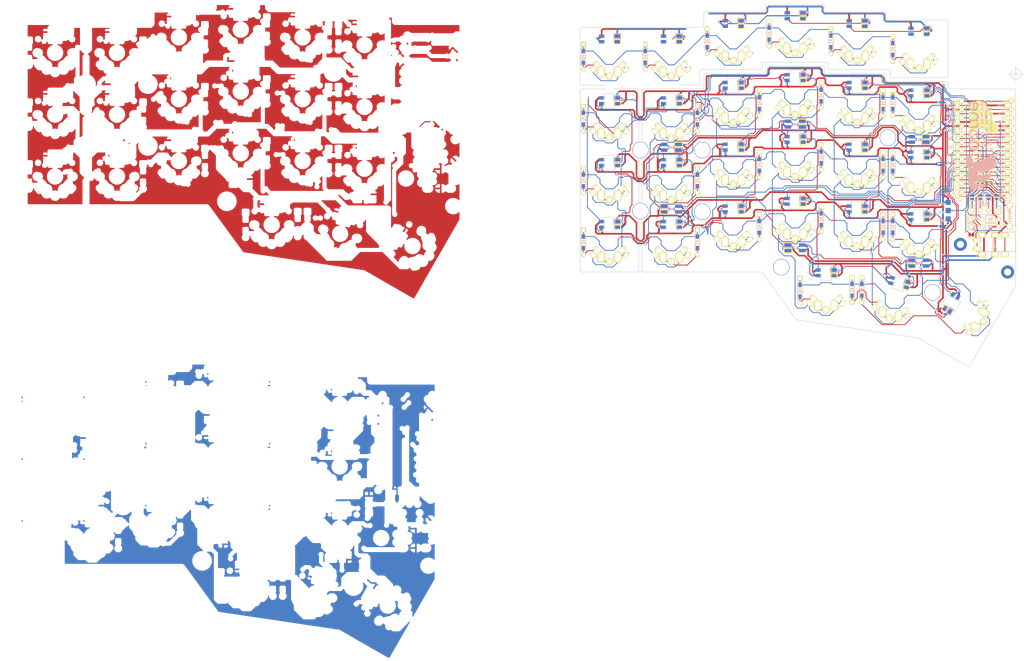
<source format=kicad_pcb>
(kicad_pcb (version 20171130) (host pcbnew 5.1.6-c6e7f7d~87~ubuntu18.04.1)
  (title_block (title Crkbd) (date 2018/05/15) (rev 1.1) (company foostan))
  (layers (0 F.Cu signal) (31 B.Cu signal) (34 B.Paste user) (35 F.Paste user) (36 B.SilkS user hide) (37 F.SilkS user) (38 B.Mask user hide) (39 F.Mask user hide) (44 Edge.Cuts user))
  (net 0 "")
  (net 1 row0)
  (net 2 "Net-(D1-Pad2)")
  (net 3 row1)
  (net 4 "Net-(D2-Pad2)")
  (net 5 row2)
  (net 6 "Net-(D3-Pad2)")
  (net 7 row3)
  (net 8 "Net-(D4-Pad2)")
  (net 9 "Net-(D5-Pad2)")
  (net 10 "Net-(D6-Pad2)")
  (net 11 "Net-(D7-Pad2)")
  (net 12 "Net-(D8-Pad2)")
  (net 13 "Net-(D9-Pad2)")
  (net 14 "Net-(D10-Pad2)")
  (net 15 "Net-(D11-Pad2)")
  (net 16 "Net-(D12-Pad2)")
  (net 17 "Net-(D13-Pad2)")
  (net 18 "Net-(D14-Pad2)")
  (net 19 "Net-(D15-Pad2)")
  (net 20 "Net-(D16-Pad2)")
  (net 21 "Net-(D17-Pad2)")
  (net 22 "Net-(D18-Pad2)")
  (net 23 "Net-(D19-Pad2)")
  (net 24 "Net-(D20-Pad2)")
  (net 25 "Net-(D21-Pad2)")
  (net 26 GND)
  (net 27 VCC)
  (net 28 col0)
  (net 29 col1)
  (net 30 col2)
  (net 31 col3)
  (net 32 col4)
  (net 33 col5)
  (net 34 LED)
  (net 35 data)
  (net 36 "Net-(L1-Pad3)")
  (net 37 "Net-(L1-Pad1)")
  (net 38 "Net-(L10-Pad1)")
  (net 39 "Net-(L11-Pad1)")
  (net 40 "Net-(L13-Pad1)")
  (net 41 "Net-(L14-Pad3)")
  (net 42 "Net-(L10-Pad3)")
  (net 43 "Net-(L13-Pad3)")
  (net 44 "Net-(L15-Pad3)")
  (net 45 "Net-(L16-Pad3)")
  (net 46 reset)
  (net 47 SCL)
  (net 48 SDA)
  (net 49 "Net-(U1-Pad14)")
  (net 50 "Net-(U1-Pad13)")
  (net 51 "Net-(U1-Pad12)")
  (net 52 "Net-(J2-Pad1)")
  (net 53 "Net-(J2-Pad2)")
  (net 54 "Net-(J2-Pad3)")
  (net 55 "Net-(J2-Pad4)")
  (net 56 "Net-(L2-Pad3)")
  (net 57 "Net-(L11-Pad3)")
  (net 58 "Net-(L14-Pad1)")
  (net 59 "Net-(L12-Pad3)")
  (net 60 "Net-(L17-Pad1)")
  (net 61 "Net-(L18-Pad3)")
  (net 62 "Net-(J1-PadA)")
  (net 63 "Net-(J1-PadB)")
  (net 64 "Net-(U1-Pad24)")
  (net 65 "Net-(L22-Pad3)")
  (net 66 "Net-(D22-Pad2)")
  (net 67 row4)
  (net 68 "Net-(D23-Pad2)")
  (net 69 "Net-(D24-Pad2)")
  (net 70 "Net-(D25-Pad2)")
  (net 71 "Net-(D26-Pad2)")
  (net 72 "Net-(D27-Pad2)")
  (net 73 "Net-(L4-Pad1)")
  (net 74 "Net-(L5-Pad1)")
  (net 75 "Net-(L27-Pad3)")
  (net 76 "Net-(L7-Pad3)")
  (net 77 "Net-(L15-Pad1)")
  (net 78 "Net-(L19-Pad1)")
  (net 79 "Net-(L20-Pad3)")
  (net 80 "Net-(L23-Pad1)")
  (net 81 "Net-(L24-Pad3)")
  (net 82 "Net-(L25-Pad3)")
  (net 83 "Net-(L28-Pad1)")
  (net 84 "Net-(L29-Pad1)")
  (net 85 "Net-(L30-Pad1)")
  (net 86 "Net-(L31-Pad1)")
  (net 87 "Net-(L32-Pad1)")
  (net 88 "Net-(L33-Pad1)")
  (module kbd:OLED (layer F.Cu) (at 181.3 105.3)
    (fp_text reference J2)
    (fp_text value OLED hide)
    (fp_text user OLED (at 3.75 -2.1) (layer B.SilkS) (effects (justify mirror)))
    (fp_text user OLED (at 3.8 -2.1) (layer F.SilkS))
    (pad 4 thru_hole circle (at 7.62 0) (size 1.397 1.397) (drill 0.8128) (layers *.Cu *.Mask F.SilkS) (net 55 "Net-(J2-Pad4)"))
    (pad 3 thru_hole circle (at 5.08 0) (size 1.397 1.397) (drill 0.8128) (layers *.Cu *.Mask F.SilkS) (net 54 "Net-(J2-Pad3)"))
    (pad 2 thru_hole circle (at 2.54 0) (size 1.397 1.397) (drill 0.8128) (layers *.Cu *.Mask F.SilkS) (net 53 "Net-(J2-Pad2)"))
    (pad 1 thru_hole circle (at 0 0) (size 1.397 1.397) (drill 0.8128) (layers *.Cu *.Mask F.SilkS) (net 52 "Net-(J2-Pad1)"))
  )
  (module kbd:MJ-4PP-9 (layer F.Cu) (at 194.7 116.7 270)
    (fp_text reference J1)
    (fp_text value MJ-4PP-9 hide)
    (fp_text user TRRS (at -0.75 6.45 270) (layer F.SilkS))
    (fp_text user TRRS (at -0.8255 6.4135 270) (layer B.SilkS) (effects (justify mirror)))
    (pad A thru_hole oval (at -2.1 11.8 270) (size 1.7 2.5) (drill oval 1 1.5) (layers *.Cu *.Mask F.SilkS) (net 62 "Net-(J1-PadA)") (clearance 0.15))
    (pad D thru_hole oval (at 2.1 10.3 270) (size 1.7 2.5) (drill oval 1 1.5) (layers *.Cu *.Mask F.SilkS) (net 27 VCC) (clearance 0.15))
    (pad C thru_hole oval (at 2.1 6.3 270) (size 1.7 2.5) (drill oval 1 1.5) (layers *.Cu *.Mask F.SilkS) (net 26 GND))
    (pad B thru_hole oval (at 2.1 3.3 270) (size 1.7 2.5) (drill oval 1 1.5) (layers *.Cu *.Mask F.SilkS) (net 63 "Net-(J1-PadB)"))
    (pad "" np_thru_hole circle (at 0 8.5 270) (size 1.2 1.2) (drill 1.2) (layers *.Cu *.Mask F.SilkS))
    (pad "" np_thru_hole circle (at 0 1.5 270) (size 1.2 1.2) (drill 1.2) (layers *.Cu *.Mask F.SilkS))
    (pad C thru_hole oval (at -3.85 6.3 270) (size 1.7 2.5) (drill oval 1 1.5) (layers *.Cu *.Mask F.SilkS) (net 26 GND))
    (pad B thru_hole oval (at -3.85 3.3 270) (size 1.7 2.5) (drill oval 1 1.5) (layers *.Cu *.Mask F.SilkS) (net 63 "Net-(J1-PadB)"))
    (pad A thru_hole oval (at 0.35 11.8 270) (size 1.7 2.5) (drill oval 1 1.5) (layers *.Cu *.Mask F.SilkS) (net 62 "Net-(J1-PadA)") (clearance 0.15))
    (pad D thru_hole oval (at -3.85 10.3 270) (size 1.7 2.5) (drill oval 1 1.5) (layers *.Cu *.Mask F.SilkS) (net 27 VCC) (clearance 0.15))
    (pad "" np_thru_hole circle (at -1.75 1.5 270) (size 1.2 1.2) (drill 1.2) (layers *.Cu *.Mask F.SilkS))
    (pad "" np_thru_hole circle (at -1.75 8.5 270) (size 1.2 1.2) (drill 1.2) (layers *.Cu *.Mask F.SilkS))
  )
  (module kbd:JPC2 (layer F.Cu) (at 181.1 112.8)
    (fp_text reference JP1)
    (fp_text value " " hide)
    (pad 1 smd rect (at -0.50038 0) (size 0.635 1.143) (layers F.Cu F.Paste F.Mask) (net 35 data) (clearance 0.1905))
    (pad 2 smd rect (at 0.50038 0) (size 0.635 1.143) (layers F.Cu F.Paste F.Mask) (net 63 "Net-(J1-PadB)") (clearance 0.1905))
    (pad "" smd rect (at 0 0 90) (size 0.381 0.381) (layers F.Cu F.Paste F.Mask) (clearance 0.00254))
  )
  (module kbd:SK6812MINI_underglow_rev (layer F.Cu) (at 165 121.5 180)
    (fp_text reference L6 hide)
    (fp_text value SK6812MINI hide)
    (pad 4 smd rect (at 2.2 -0.875 180) (size 2 1) (layers F.Cu F.Paste F.Mask) (net 27 VCC))
    (pad 3 smd rect (at 2.2 0.875 180) (size 2 1) (layers F.Cu F.Paste F.Mask) (net 74 "Net-(L5-Pad1)"))
    (pad 1 smd rect (at -2.2 -0.875 180) (size 2 1) (layers F.Cu F.Paste F.Mask) (net 75 "Net-(L27-Pad3)"))
    (pad 2 smd rect (at -2.2 0.875 180) (size 2 1) (layers F.Cu F.Paste F.Mask) (net 26 GND))
    (pad 3 smd rect (at 2.2 -0.875 180) (size 2 1) (layers B.Cu B.Paste B.Mask) (net 74 "Net-(L5-Pad1)"))
    (pad 4 smd rect (at 2.2 0.875 180) (size 2 1) (layers B.Cu B.Paste B.Mask) (net 27 VCC))
    (pad 1 smd rect (at -2.2 0.875 180) (size 2 1) (layers B.Cu B.Paste B.Mask) (net 75 "Net-(L27-Pad3)"))
    (pad 2 smd rect (at -2.2 -0.875 180) (size 2 1) (layers B.Cu B.Paste B.Mask) (net 26 GND))
  )
  (module kbd:SK6812MINI_underglow_rev (layer F.Cu) (at 165 83.5)
    (fp_text reference L3 hide)
    (fp_text value SK6812MINI hide)
    (pad 4 smd rect (at 2.2 -0.875) (size 2 1) (layers F.Cu F.Paste F.Mask) (net 27 VCC))
    (pad 3 smd rect (at 2.2 0.875) (size 2 1) (layers F.Cu F.Paste F.Mask) (net 34 LED))
    (pad 1 smd rect (at -2.2 -0.875) (size 2 1) (layers F.Cu F.Paste F.Mask) (net 56 "Net-(L2-Pad3)"))
    (pad 2 smd rect (at -2.2 0.875) (size 2 1) (layers F.Cu F.Paste F.Mask) (net 26 GND))
    (pad 3 smd rect (at 2.2 -0.875) (size 2 1) (layers B.Cu B.Paste B.Mask) (net 34 LED))
    (pad 4 smd rect (at 2.2 0.875) (size 2 1) (layers B.Cu B.Paste B.Mask) (net 27 VCC))
    (pad 1 smd rect (at -2.2 0.875) (size 2 1) (layers B.Cu B.Paste B.Mask) (net 56 "Net-(L2-Pad3)"))
    (pad 2 smd rect (at -2.2 -0.875) (size 2 1) (layers B.Cu B.Paste B.Mask) (net 26 GND))
  )
  (module kbd:SK6812MINI_underglow_rev (layer F.Cu) (at 127 78.8)
    (fp_text reference L2 hide)
    (fp_text value SK6812MINI hide)
    (pad 4 smd rect (at 2.2 -0.875) (size 2 1) (layers F.Cu F.Paste F.Mask) (net 27 VCC))
    (pad 3 smd rect (at 2.2 0.875) (size 2 1) (layers F.Cu F.Paste F.Mask) (net 56 "Net-(L2-Pad3)"))
    (pad 1 smd rect (at -2.2 -0.875) (size 2 1) (layers F.Cu F.Paste F.Mask) (net 36 "Net-(L1-Pad3)"))
    (pad 2 smd rect (at -2.2 0.875) (size 2 1) (layers F.Cu F.Paste F.Mask) (net 26 GND))
    (pad 3 smd rect (at 2.2 -0.875) (size 2 1) (layers B.Cu B.Paste B.Mask) (net 56 "Net-(L2-Pad3)"))
    (pad 4 smd rect (at 2.2 0.875) (size 2 1) (layers B.Cu B.Paste B.Mask) (net 27 VCC))
    (pad 1 smd rect (at -2.2 0.875) (size 2 1) (layers B.Cu B.Paste B.Mask) (net 36 "Net-(L1-Pad3)"))
    (pad 2 smd rect (at -2.2 -0.875) (size 2 1) (layers B.Cu B.Paste B.Mask) (net 26 GND))
  )
  (module kbd:SK6812MINI_underglow_rev (layer F.Cu) (at 89 85.9)
    (fp_text reference L1 hide)
    (fp_text value SK6812MINI hide)
    (pad 4 smd rect (at 2.2 -0.875) (size 2 1) (layers F.Cu F.Paste F.Mask) (net 27 VCC))
    (pad 3 smd rect (at 2.2 0.875) (size 2 1) (layers F.Cu F.Paste F.Mask) (net 36 "Net-(L1-Pad3)"))
    (pad 1 smd rect (at -2.2 -0.875) (size 2 1) (layers F.Cu F.Paste F.Mask) (net 37 "Net-(L1-Pad1)"))
    (pad 2 smd rect (at -2.2 0.875) (size 2 1) (layers F.Cu F.Paste F.Mask) (net 26 GND))
    (pad 3 smd rect (at 2.2 -0.875) (size 2 1) (layers B.Cu B.Paste B.Mask) (net 36 "Net-(L1-Pad3)"))
    (pad 4 smd rect (at 2.2 0.875) (size 2 1) (layers B.Cu B.Paste B.Mask) (net 27 VCC))
    (pad 1 smd rect (at -2.2 0.875) (size 2 1) (layers B.Cu B.Paste B.Mask) (net 37 "Net-(L1-Pad1)"))
    (pad 2 smd rect (at -2.2 -0.875) (size 2 1) (layers B.Cu B.Paste B.Mask) (net 26 GND))
  )
  (module kbd:SK6812MINI_underglow_rev (layer F.Cu) (at 89 104.9 180)
    (fp_text reference L4 hide)
    (fp_text value SK6812MINI hide)
    (pad 4 smd rect (at 2.2 -0.875 180) (size 2 1) (layers F.Cu F.Paste F.Mask) (net 27 VCC))
    (pad 3 smd rect (at 2.2 0.875 180) (size 2 1) (layers F.Cu F.Paste F.Mask) (net 37 "Net-(L1-Pad1)"))
    (pad 1 smd rect (at -2.2 -0.875 180) (size 2 1) (layers F.Cu F.Paste F.Mask) (net 73 "Net-(L4-Pad1)"))
    (pad 2 smd rect (at -2.2 0.875 180) (size 2 1) (layers F.Cu F.Paste F.Mask) (net 26 GND))
    (pad 3 smd rect (at 2.2 -0.875 180) (size 2 1) (layers B.Cu B.Paste B.Mask) (net 37 "Net-(L1-Pad1)"))
    (pad 4 smd rect (at 2.2 0.875 180) (size 2 1) (layers B.Cu B.Paste B.Mask) (net 27 VCC))
    (pad 1 smd rect (at -2.2 0.875 180) (size 2 1) (layers B.Cu B.Paste B.Mask) (net 73 "Net-(L4-Pad1)"))
    (pad 2 smd rect (at -2.2 -0.875 180) (size 2 1) (layers B.Cu B.Paste B.Mask) (net 26 GND))
  )
  (module kbd:SK6812MINI_underglow_rev (layer F.Cu) (at 127 116.8 180)
    (fp_text reference L5 hide)
    (fp_text value SK6812MINI hide)
    (pad 4 smd rect (at 2.2 -0.875 180) (size 2 1) (layers F.Cu F.Paste F.Mask) (net 27 VCC))
    (pad 3 smd rect (at 2.2 0.875 180) (size 2 1) (layers F.Cu F.Paste F.Mask) (net 73 "Net-(L4-Pad1)"))
    (pad 1 smd rect (at -2.2 -0.875 180) (size 2 1) (layers F.Cu F.Paste F.Mask) (net 74 "Net-(L5-Pad1)"))
    (pad 2 smd rect (at -2.2 0.875 180) (size 2 1) (layers F.Cu F.Paste F.Mask) (net 26 GND))
    (pad 3 smd rect (at 2.2 -0.875 180) (size 2 1) (layers B.Cu B.Paste B.Mask) (net 73 "Net-(L4-Pad1)"))
    (pad 4 smd rect (at 2.2 0.875 180) (size 2 1) (layers B.Cu B.Paste B.Mask) (net 27 VCC))
    (pad 1 smd rect (at -2.2 0.875 180) (size 2 1) (layers B.Cu B.Paste B.Mask) (net 74 "Net-(L5-Pad1)"))
    (pad 2 smd rect (at -2.2 -0.875 180) (size 2 1) (layers B.Cu B.Paste B.Mask) (net 26 GND))
  )
  (module kbd:corne (layer B.Cu) (at 184 85.25 90)
    (fp_text reference G*** hide)
    (fp_text value LOGO hide)
  )
  (module kbd:MX_ALPS_PG1350_noLed_1.75u (layer F.Cu) (at 179.75 136.5 240)
    (fp_text reference SW21 hide)
    (fp_text value SW_PUSH hide)
    (pad 1 thru_hole oval (at 5.1 -3.9 190) (size 2.2 1.25) (drill 1.2) (layers *.Cu *.Mask F.SilkS) (net 33 col5))
    (pad "" np_thru_hole circle (at 0 0 330) (size 4 4) (drill 4) (layers *.Cu *.Mask F.SilkS))
    (pad "" np_thru_hole circle (at -5.5 0 330) (size 1.9 1.9) (drill 1.9) (layers *.Cu *.Mask F.SilkS))
    (pad "" np_thru_hole circle (at 5.5 0 330) (size 1.9 1.9) (drill 1.9) (layers *.Cu *.Mask F.SilkS))
    (pad 1 thru_hole oval (at -5.1 -3.9 290) (size 2.2 1.25) (drill 1.2) (layers *.Cu *.Mask F.SilkS) (net 33 col5))
    (pad 2 thru_hole circle (at 0 -5.9 330) (size 2.2 2.2) (drill 1.2) (layers *.Cu *.Mask F.SilkS) (net 25 "Net-(D21-Pad2)"))
    (pad 2 thru_hole circle (at 2.54 -5.08 240) (size 2.4 2.4) (drill 1.5) (layers *.Cu *.Mask F.SilkS) (net 25 "Net-(D21-Pad2)"))
    (pad 1 thru_hole oval (at -3.81 -2.54 290) (size 2.8 1.55) (drill 1.5) (layers *.Cu *.Mask F.SilkS) (net 33 col5))
    (pad 1 thru_hole circle (at -2.54 -5.08 240) (size 2.4 2.4) (drill 1.5) (layers *.Cu *.Mask F.SilkS) (net 33 col5))
    (pad 2 thru_hole oval (at 3.81 -2.540001 190) (size 2.8 1.55) (drill 1.5) (layers *.Cu *.Mask F.SilkS) (net 25 "Net-(D21-Pad2)"))
    (pad 2 thru_hole circle (at 2.540001 -4.5 240) (size 2.4 2.4) (drill 1.5) (layers *.Cu *.Mask F.SilkS) (net 25 "Net-(D21-Pad2)"))
    (pad 2 thru_hole circle (at 2.54 -4.000001 240) (size 2.4 2.4) (drill 1.5) (layers *.Cu *.Mask F.SilkS) (net 25 "Net-(D21-Pad2)"))
    (pad 1 thru_hole circle (at -2.540001 -4 240) (size 2.4 2.4) (drill 1.5) (layers *.Cu *.Mask F.SilkS) (net 33 col5))
    (pad 1 thru_hole circle (at -2.54 -4.499999 240) (size 2.4 2.4) (drill 1.5) (layers *.Cu *.Mask F.SilkS) (net 33 col5))
    (pad "" np_thru_hole circle (at 5.08 0 240) (size 1.7 1.7) (drill 1.7) (layers *.Cu *.Mask F.SilkS))
    (pad "" np_thru_hole circle (at -5.08 0 240) (size 1.7 1.7) (drill 1.7) (layers *.Cu *.Mask F.SilkS))
    (pad "" np_thru_hole circle (at 5.22 4.2 240) (size 1 1) (drill 1) (layers *.Cu *.Mask F.SilkS))
    (pad "" np_thru_hole circle (at -5.22 4.2 240) (size 1 1) (drill 1) (layers *.Cu *.Mask F.SilkS))
  )
  (module kbd:ProMicro_v2 (layer F.Cu) (at 185.75 86.25)
    (fp_text reference U1 hide)
    (fp_text value ProMicro hide)
    (fp_text user "" (at -0.5 -17.25) (layer F.SilkS))
    (fp_text user "" (at -1.2065 -16.256) (layer B.SilkS) (effects (justify mirror)))
    (fp_text user RAW (at -9.7155 -14.478) (layer F.SilkS) (effects (font (size 0.75 0.5) (thickness 0.125))))
    (fp_text user LED (at 5.5 -14.478) (layer F.SilkS) (effects (font (size 0.75 0.5) (thickness 0.125))))
    (fp_text user GND (at -9.7155 -11.938) (layer F.SilkS) (effects (font (size 0.75 0.5) (thickness 0.125))))
    (fp_text user DATA (at 5.35 -11.95) (layer F.SilkS) (effects (font (size 0.75 0.5) (thickness 0.125))))
    (fp_text user RST (at -9.7155 -9.3345) (layer F.SilkS) (effects (font (size 0.75 0.5) (thickness 0.125))))
    (fp_text user GND (at 5.5245 -9.3345) (layer F.SilkS) (effects (font (size 0.75 0.5) (thickness 0.125))))
    (fp_text user VCC (at -9.7155 -6.858) (layer F.SilkS) (effects (font (size 0.75 0.5) (thickness 0.125))))
    (fp_text user GND (at 5.461 -6.7945) (layer F.SilkS) (effects (font (size 0.75 0.5) (thickness 0.125))))
    (fp_text user COL3 (at -10 3.35) (layer F.SilkS) (effects (font (size 0.75 0.5) (thickness 0.125))))
    (fp_text user ROW0 (at 5.2 0.8) (layer F.SilkS) (effects (font (size 0.75 0.5) (thickness 0.125))))
    (fp_text user COL2 (at -9.9 0.762) (layer F.SilkS) (effects (font (size 0.75 0.5) (thickness 0.125))))
    (fp_text user SCL (at 5.461 -1.778) (layer F.SilkS) (effects (font (size 0.75 0.5) (thickness 0.125))))
    (fp_text user COL1 (at -9.85 -1.778) (layer F.SilkS) (effects (font (size 0.75 0.5) (thickness 0.125))))
    (fp_text user SDA (at 5.461 -4.318) (layer F.SilkS) (effects (font (size 0.75 0.5) (thickness 0.125))))
    (fp_text user COL0 (at -9.9 -4.3) (layer F.SilkS) (effects (font (size 0.75 0.5) (thickness 0.125))))
    (fp_text user B6 (at -10.05 13.5) (layer F.SilkS) (effects (font (size 0.75 0.5) (thickness 0.125))))
    (fp_text user B5 (at 5.2 13.5255) (layer F.SilkS) (effects (font (size 0.75 0.5) (thickness 0.125))))
    (fp_text user B4 (at 5.2 10.922) (layer F.SilkS) (effects (font (size 0.75 0.5) (thickness 0.125))))
    (fp_text user B2 (at -9.95 10.95) (layer F.SilkS) (effects (font (size 0.75 0.5) (thickness 0.125))))
    (fp_text user ROW3 (at 5.2 8.4455) (layer F.SilkS) (effects (font (size 0.75 0.5) (thickness 0.125))))
    (fp_text user COL5 (at -9.95 8.4455) (layer F.SilkS) (effects (font (size 0.75 0.5) (thickness 0.125))))
    (fp_text user ROW2 (at 5.2 5.85) (layer F.SilkS) (effects (font (size 0.75 0.5) (thickness 0.125))))
    (fp_text user COL4 (at -9.95 5.85) (layer F.SilkS) (effects (font (size 0.75 0.5) (thickness 0.125))))
    (fp_text user ROW1 (at 5.25 3.302) (layer F.SilkS) (effects (font (size 0.75 0.5) (thickness 0.125))))
    (fp_text user ROW1 (at -11.3 4.6355) (layer B.SilkS) (effects (font (size 0.75 0.5) (thickness 0.125)) (justify mirror)))
    (fp_text user COL4 (at 3.95 7.112) (layer B.SilkS) (effects (font (size 0.75 0.5) (thickness 0.125)) (justify mirror)))
    (fp_text user ROW2 (at -11.3 7.239) (layer B.SilkS) (effects (font (size 0.75 0.5) (thickness 0.125)) (justify mirror)))
    (fp_text user COL5 (at 4 9.75) (layer B.SilkS) (effects (font (size 0.75 0.5) (thickness 0.125)) (justify mirror)))
    (fp_text user ROW3 (at -11.3 9.75) (layer B.SilkS) (effects (font (size 0.75 0.5) (thickness 0.125)) (justify mirror)))
    (fp_text user B2 (at 4.5085 12.1285) (layer B.SilkS) (effects (font (size 0.75 0.5) (thickness 0.125)) (justify mirror)))
    (fp_text user B4 (at -11.049 12.2555) (layer B.SilkS) (effects (font (size 0.75 0.5) (thickness 0.125)) (justify mirror)))
    (fp_text user B5 (at -11.049 14.7955) (layer B.SilkS) (effects (font (size 0.75 0.5) (thickness 0.125)) (justify mirror)))
    (fp_text user B6 (at 4.445 14.732) (layer B.SilkS) (effects (font (size 0.75 0.5) (thickness 0.125)) (justify mirror)))
    (fp_text user COL0 (at 4 -2.95) (layer B.SilkS) (effects (font (size 0.75 0.5) (thickness 0.125)) (justify mirror)))
    (fp_text user SDA (at -11.049 -2.9845) (layer B.SilkS) (effects (font (size 0.75 0.5) (thickness 0.125)) (justify mirror)))
    (fp_text user COL1 (at 4 -0.4445) (layer B.SilkS) (effects (font (size 0.75 0.5) (thickness 0.125)) (justify mirror)))
    (fp_text user SCL (at -11.049 -0.4445) (layer B.SilkS) (effects (font (size 0.75 0.5) (thickness 0.125)) (justify mirror)))
    (fp_text user COL2 (at 4 2.1) (layer B.SilkS) (effects (font (size 0.75 0.5) (thickness 0.125)) (justify mirror)))
    (fp_text user ROW0 (at -11.3 2.032) (layer B.SilkS) (effects (font (size 0.75 0.5) (thickness 0.125)) (justify mirror)))
    (fp_text user COL3 (at 4 4.6) (layer B.SilkS) (effects (font (size 0.75 0.5) (thickness 0.125)) (justify mirror)))
    (fp_text user GND (at -11.049 -5.5245) (layer B.SilkS) (effects (font (size 0.75 0.5) (thickness 0.125)) (justify mirror)))
    (fp_text user VCC (at 4.1275 -5.5245) (layer B.SilkS) (effects (font (size 0.75 0.5) (thickness 0.125)) (justify mirror)))
    (fp_text user GND (at -11.049 -8.0645) (layer B.SilkS) (effects (font (size 0.75 0.5) (thickness 0.125)) (justify mirror)))
    (fp_text user RST (at 4.191 -8.0645) (layer B.SilkS) (effects (font (size 0.75 0.5) (thickness 0.125)) (justify mirror)))
    (fp_text user DATA (at -11.2 -10.5) (layer B.SilkS) (effects (font (size 0.75 0.5) (thickness 0.125)) (justify mirror)))
    (fp_text user GND (at 4.1275 -10.668) (layer B.SilkS) (effects (font (size 0.75 0.5) (thickness 0.125)) (justify mirror)))
    (fp_text user LED (at -11.049 -13.1445) (layer B.SilkS) (effects (font (size 0.75 0.5) (thickness 0.125)) (justify mirror)))
    (fp_text user RAW (at 4.191 -13.1445) (layer B.SilkS) (effects (font (size 0.75 0.5) (thickness 0.125)) (justify mirror)))
    (pad 24 thru_hole circle (at 6.35 -13.208) (size 1.524 1.524) (drill 0.8128) (layers *.Cu *.Mask F.SilkS) (net 64 "Net-(U1-Pad24)"))
    (pad 23 thru_hole circle (at 6.35 -10.668) (size 1.524 1.524) (drill 0.8128) (layers *.Cu *.Mask F.SilkS) (net 26 GND))
    (pad 22 thru_hole circle (at 6.35 -8.128) (size 1.524 1.524) (drill 0.8128) (layers *.Cu *.Mask F.SilkS) (net 46 reset))
    (pad 21 thru_hole circle (at 6.35 -5.588) (size 1.524 1.524) (drill 0.8128) (layers *.Cu *.Mask F.SilkS) (net 27 VCC))
    (pad 20 thru_hole circle (at 6.35 -3.048) (size 1.524 1.524) (drill 0.8128) (layers *.Cu *.Mask F.SilkS) (net 28 col0))
    (pad 19 thru_hole circle (at 6.35 -0.508) (size 1.524 1.524) (drill 0.8128) (layers *.Cu *.Mask F.SilkS) (net 29 col1))
    (pad 18 thru_hole circle (at 6.35 2.032) (size 1.524 1.524) (drill 0.8128) (layers *.Cu *.Mask F.SilkS) (net 30 col2))
    (pad 17 thru_hole circle (at 6.35 4.572) (size 1.524 1.524) (drill 0.8128) (layers *.Cu *.Mask F.SilkS) (net 31 col3))
    (pad 16 thru_hole circle (at 6.35 7.112) (size 1.524 1.524) (drill 0.8128) (layers *.Cu *.Mask F.SilkS) (net 32 col4))
    (pad 15 thru_hole circle (at 6.35 9.652) (size 1.524 1.524) (drill 0.8128) (layers *.Cu *.Mask F.SilkS) (net 33 col5))
    (pad 14 thru_hole circle (at 6.35 12.192) (size 1.524 1.524) (drill 0.8128) (layers *.Cu *.Mask F.SilkS) (net 49 "Net-(U1-Pad14)"))
    (pad 13 thru_hole circle (at 6.35 14.732) (size 1.524 1.524) (drill 0.8128) (layers *.Cu *.Mask F.SilkS) (net 50 "Net-(U1-Pad13)"))
    (pad 12 thru_hole circle (at -8.89 14.732) (size 1.524 1.524) (drill 0.8128) (layers *.Cu *.Mask F.SilkS) (net 51 "Net-(U1-Pad12)"))
    (pad 11 thru_hole circle (at -8.89 12.192) (size 1.524 1.524) (drill 0.8128) (layers *.Cu *.Mask F.SilkS) (net 67 row4))
    (pad 10 thru_hole circle (at -8.89 9.652) (size 1.524 1.524) (drill 0.8128) (layers *.Cu *.Mask F.SilkS) (net 7 row3))
    (pad 9 thru_hole circle (at -8.89 7.112) (size 1.524 1.524) (drill 0.8128) (layers *.Cu *.Mask F.SilkS) (net 5 row2))
    (pad 8 thru_hole circle (at -8.89 4.572) (size 1.524 1.524) (drill 0.8128) (layers *.Cu *.Mask F.SilkS) (net 3 row1))
    (pad 7 thru_hole circle (at -8.89 2.032) (size 1.524 1.524) (drill 0.8128) (layers *.Cu *.Mask F.SilkS) (net 1 row0))
    (pad 6 thru_hole circle (at -8.89 -0.508) (size 1.524 1.524) (drill 0.8128) (layers *.Cu *.Mask F.SilkS) (net 47 SCL))
    (pad 5 thru_hole circle (at -8.89 -3.048) (size 1.524 1.524) (drill 0.8128) (layers *.Cu *.Mask F.SilkS) (net 48 SDA))
    (pad 4 thru_hole circle (at -8.89 -5.588) (size 1.524 1.524) (drill 0.8128) (layers *.Cu *.Mask F.SilkS) (net 26 GND))
    (pad 3 thru_hole circle (at -8.89 -8.128) (size 1.524 1.524) (drill 0.8128) (layers *.Cu *.Mask F.SilkS) (net 26 GND))
    (pad 2 thru_hole circle (at -8.89 -10.668) (size 1.524 1.524) (drill 0.8128) (layers *.Cu *.Mask F.SilkS) (net 35 data))
    (pad 1 thru_hole circle (at -8.89 -13.208) (size 1.524 1.524) (drill 0.8128) (layers *.Cu *.Mask F.SilkS) (net 34 LED))
    (pad 1 thru_hole circle (at 7.6564 -14.478) (size 1.524 1.524) (drill 0.8128) (layers *.Cu *.Mask F.SilkS) (net 34 LED))
    (pad 2 thru_hole circle (at 7.6564 -11.938) (size 1.524 1.524) (drill 0.8128) (layers *.Cu *.Mask F.SilkS) (net 35 data))
    (pad 3 thru_hole circle (at 7.6564 -9.398) (size 1.524 1.524) (drill 0.8128) (layers *.Cu *.Mask F.SilkS) (net 26 GND))
    (pad 4 thru_hole circle (at 7.6564 -6.858) (size 1.524 1.524) (drill 0.8128) (layers *.Cu *.Mask F.SilkS) (net 26 GND))
    (pad 5 thru_hole circle (at 7.6564 -4.318) (size 1.524 1.524) (drill 0.8128) (layers *.Cu *.Mask F.SilkS) (net 48 SDA))
    (pad 6 thru_hole circle (at 7.6564 -1.778) (size 1.524 1.524) (drill 0.8128) (layers *.Cu *.Mask F.SilkS) (net 47 SCL))
    (pad 7 thru_hole circle (at 7.6564 0.762) (size 1.524 1.524) (drill 0.8128) (layers *.Cu *.Mask F.SilkS) (net 1 row0))
    (pad 8 thru_hole circle (at 7.6564 3.302) (size 1.524 1.524) (drill 0.8128) (layers *.Cu *.Mask F.SilkS) (net 3 row1))
    (pad 9 thru_hole circle (at 7.6564 5.842) (size 1.524 1.524) (drill 0.8128) (layers *.Cu *.Mask F.SilkS) (net 5 row2))
    (pad 10 thru_hole circle (at 7.6564 8.382) (size 1.524 1.524) (drill 0.8128) (layers *.Cu *.Mask F.SilkS) (net 7 row3))
    (pad 11 thru_hole circle (at 7.6564 10.922) (size 1.524 1.524) (drill 0.8128) (layers *.Cu *.Mask F.SilkS) (net 67 row4))
    (pad 12 thru_hole circle (at 7.6564 13.462) (size 1.524 1.524) (drill 0.8128) (layers *.Cu *.Mask F.SilkS) (net 51 "Net-(U1-Pad12)"))
    (pad 13 thru_hole circle (at -7.5636 13.462) (size 1.524 1.524) (drill 0.8128) (layers *.Cu *.Mask F.SilkS) (net 50 "Net-(U1-Pad13)"))
    (pad 14 thru_hole circle (at -7.5636 10.922) (size 1.524 1.524) (drill 0.8128) (layers *.Cu *.Mask F.SilkS) (net 49 "Net-(U1-Pad14)"))
    (pad 15 thru_hole circle (at -7.5636 8.382) (size 1.524 1.524) (drill 0.8128) (layers *.Cu *.Mask F.SilkS) (net 33 col5))
    (pad 16 thru_hole circle (at -7.5636 5.842) (size 1.524 1.524) (drill 0.8128) (layers *.Cu *.Mask F.SilkS) (net 32 col4))
    (pad 17 thru_hole circle (at -7.5636 3.302) (size 1.524 1.524) (drill 0.8128) (layers *.Cu *.Mask F.SilkS) (net 31 col3))
    (pad 18 thru_hole circle (at -7.5636 0.762) (size 1.524 1.524) (drill 0.8128) (layers *.Cu *.Mask F.SilkS) (net 30 col2))
    (pad 19 thru_hole circle (at -7.5636 -1.778) (size 1.524 1.524) (drill 0.8128) (layers *.Cu *.Mask F.SilkS) (net 29 col1))
    (pad 20 thru_hole circle (at -7.5636 -4.318) (size 1.524 1.524) (drill 0.8128) (layers *.Cu *.Mask F.SilkS) (net 28 col0))
    (pad 21 thru_hole circle (at -7.5636 -6.858) (size 1.524 1.524) (drill 0.8128) (layers *.Cu *.Mask F.SilkS) (net 27 VCC))
    (pad 22 thru_hole circle (at -7.5636 -9.398) (size 1.524 1.524) (drill 0.8128) (layers *.Cu *.Mask F.SilkS) (net 46 reset))
    (pad 23 thru_hole circle (at -7.5636 -11.938) (size 1.524 1.524) (drill 0.8128) (layers *.Cu *.Mask F.SilkS) (net 26 GND))
    (pad 24 thru_hole circle (at -7.5636 -14.478) (size 1.524 1.524) (drill 0.8128) (layers *.Cu *.Mask F.SilkS) (net 64 "Net-(U1-Pad24)"))
  )
  (module kbd:SK6812MINI_rev (layer F.Cu) (at 70 71.625)
    (fp_text reference L7 hide)
    (fp_text value SK6812MINI hide)
    (pad 2 smd rect (at -2.4 0.875) (size 1.6 1) (layers B.Cu B.Paste B.Mask) (net 26 GND))
    (pad 1 smd rect (at -2.4 -0.875) (size 1.6 1) (layers B.Cu B.Paste B.Mask) (net 43 "Net-(L13-Pad3)"))
    (pad 4 smd rect (at 2.4 -0.875) (size 1.6 1) (layers B.Cu B.Paste B.Mask) (net 27 VCC))
    (pad 3 smd rect (at 2.4 0.875) (size 1.6 1) (layers B.Cu B.Paste B.Mask) (net 76 "Net-(L7-Pad3)"))
    (pad 2 smd rect (at -2.4 -0.875) (size 1.6 1) (layers F.Cu F.Paste F.Mask) (net 26 GND))
    (pad 1 smd rect (at -2.4 0.875) (size 1.6 1) (layers F.Cu F.Paste F.Mask) (net 43 "Net-(L13-Pad3)"))
    (pad 3 smd rect (at 2.4 -0.875) (size 1.6 1) (layers F.Cu F.Paste F.Mask) (net 76 "Net-(L7-Pad3)"))
    (pad 4 smd rect (at 2.4 0.875) (size 1.6 1) (layers F.Cu F.Paste F.Mask) (net 27 VCC))
  )
  (module kbd:SK6812MINI_rev (layer F.Cu) (at 89 71.625)
    (fp_text reference L8 hide)
    (fp_text value SK6812MINI hide)
    (pad 2 smd rect (at -2.4 0.875) (size 1.6 1) (layers B.Cu B.Paste B.Mask) (net 26 GND))
    (pad 1 smd rect (at -2.4 -0.875) (size 1.6 1) (layers B.Cu B.Paste B.Mask) (net 76 "Net-(L7-Pad3)"))
    (pad 4 smd rect (at 2.4 -0.875) (size 1.6 1) (layers B.Cu B.Paste B.Mask) (net 27 VCC))
    (pad 3 smd rect (at 2.4 0.875) (size 1.6 1) (layers B.Cu B.Paste B.Mask) (net 58 "Net-(L14-Pad1)"))
    (pad 2 smd rect (at -2.4 -0.875) (size 1.6 1) (layers F.Cu F.Paste F.Mask) (net 26 GND))
    (pad 1 smd rect (at -2.4 0.875) (size 1.6 1) (layers F.Cu F.Paste F.Mask) (net 76 "Net-(L7-Pad3)"))
    (pad 3 smd rect (at 2.4 -0.875) (size 1.6 1) (layers F.Cu F.Paste F.Mask) (net 58 "Net-(L14-Pad1)"))
    (pad 4 smd rect (at 2.4 0.875) (size 1.6 1) (layers F.Cu F.Paste F.Mask) (net 27 VCC))
  )
  (module kbd:SK6812MINI_rev (layer F.Cu) (at 108 66.875)
    (fp_text reference L9 hide)
    (fp_text value SK6812MINI hide)
    (pad 2 smd rect (at -2.4 0.875) (size 1.6 1) (layers B.Cu B.Paste B.Mask) (net 26 GND))
    (pad 1 smd rect (at -2.4 -0.875) (size 1.6 1) (layers B.Cu B.Paste B.Mask) (net 44 "Net-(L15-Pad3)"))
    (pad 4 smd rect (at 2.4 -0.875) (size 1.6 1) (layers B.Cu B.Paste B.Mask) (net 27 VCC))
    (pad 3 smd rect (at 2.4 0.875) (size 1.6 1) (layers B.Cu B.Paste B.Mask) (net 38 "Net-(L10-Pad1)"))
    (pad 2 smd rect (at -2.4 -0.875) (size 1.6 1) (layers F.Cu F.Paste F.Mask) (net 26 GND))
    (pad 1 smd rect (at -2.4 0.875) (size 1.6 1) (layers F.Cu F.Paste F.Mask) (net 44 "Net-(L15-Pad3)"))
    (pad 3 smd rect (at 2.4 -0.875) (size 1.6 1) (layers F.Cu F.Paste F.Mask) (net 38 "Net-(L10-Pad1)"))
    (pad 4 smd rect (at 2.4 0.875) (size 1.6 1) (layers F.Cu F.Paste F.Mask) (net 27 VCC))
  )
  (module kbd:SK6812MINI_rev (layer F.Cu) (at 127 64.5)
    (fp_text reference L10 hide)
    (fp_text value SK6812MINI hide)
    (pad 2 smd rect (at -2.4 0.875) (size 1.6 1) (layers B.Cu B.Paste B.Mask) (net 26 GND))
    (pad 1 smd rect (at -2.4 -0.875) (size 1.6 1) (layers B.Cu B.Paste B.Mask) (net 38 "Net-(L10-Pad1)"))
    (pad 4 smd rect (at 2.4 -0.875) (size 1.6 1) (layers B.Cu B.Paste B.Mask) (net 27 VCC))
    (pad 3 smd rect (at 2.4 0.875) (size 1.6 1) (layers B.Cu B.Paste B.Mask) (net 42 "Net-(L10-Pad3)"))
    (pad 2 smd rect (at -2.4 -0.875) (size 1.6 1) (layers F.Cu F.Paste F.Mask) (net 26 GND))
    (pad 1 smd rect (at -2.4 0.875) (size 1.6 1) (layers F.Cu F.Paste F.Mask) (net 38 "Net-(L10-Pad1)"))
    (pad 3 smd rect (at 2.4 -0.875) (size 1.6 1) (layers F.Cu F.Paste F.Mask) (net 42 "Net-(L10-Pad3)"))
    (pad 4 smd rect (at 2.4 0.875) (size 1.6 1) (layers F.Cu F.Paste F.Mask) (net 27 VCC))
  )
  (module kbd:SK6812MINI_rev (layer F.Cu) (at 146 66.875)
    (fp_text reference L11 hide)
    (fp_text value SK6812MINI hide)
    (pad 2 smd rect (at -2.4 0.875) (size 1.6 1) (layers B.Cu B.Paste B.Mask) (net 26 GND))
    (pad 1 smd rect (at -2.4 -0.875) (size 1.6 1) (layers B.Cu B.Paste B.Mask) (net 39 "Net-(L11-Pad1)"))
    (pad 4 smd rect (at 2.4 -0.875) (size 1.6 1) (layers B.Cu B.Paste B.Mask) (net 27 VCC))
    (pad 3 smd rect (at 2.4 0.875) (size 1.6 1) (layers B.Cu B.Paste B.Mask) (net 57 "Net-(L11-Pad3)"))
    (pad 2 smd rect (at -2.4 -0.875) (size 1.6 1) (layers F.Cu F.Paste F.Mask) (net 26 GND))
    (pad 1 smd rect (at -2.4 0.875) (size 1.6 1) (layers F.Cu F.Paste F.Mask) (net 39 "Net-(L11-Pad1)"))
    (pad 3 smd rect (at 2.4 -0.875) (size 1.6 1) (layers F.Cu F.Paste F.Mask) (net 57 "Net-(L11-Pad3)"))
    (pad 4 smd rect (at 2.4 0.875) (size 1.6 1) (layers F.Cu F.Paste F.Mask) (net 27 VCC))
  )
  (module kbd:SK6812MINI_rev (layer F.Cu) (at 165 69.25)
    (fp_text reference L12 hide)
    (fp_text value SK6812MINI hide)
    (pad 2 smd rect (at -2.4 0.875) (size 1.6 1) (layers B.Cu B.Paste B.Mask) (net 26 GND))
    (pad 1 smd rect (at -2.4 -0.875) (size 1.6 1) (layers B.Cu B.Paste B.Mask) (net 57 "Net-(L11-Pad3)"))
    (pad 4 smd rect (at 2.4 -0.875) (size 1.6 1) (layers B.Cu B.Paste B.Mask) (net 27 VCC))
    (pad 3 smd rect (at 2.4 0.875) (size 1.6 1) (layers B.Cu B.Paste B.Mask) (net 59 "Net-(L12-Pad3)"))
    (pad 2 smd rect (at -2.4 -0.875) (size 1.6 1) (layers F.Cu F.Paste F.Mask) (net 26 GND))
    (pad 1 smd rect (at -2.4 0.875) (size 1.6 1) (layers F.Cu F.Paste F.Mask) (net 57 "Net-(L11-Pad3)"))
    (pad 3 smd rect (at 2.4 -0.875) (size 1.6 1) (layers F.Cu F.Paste F.Mask) (net 59 "Net-(L12-Pad3)"))
    (pad 4 smd rect (at 2.4 0.875) (size 1.6 1) (layers F.Cu F.Paste F.Mask) (net 27 VCC))
  )
  (module kbd:SK6812MINI_rev (layer F.Cu) (at 70 90.625)
    (fp_text reference L13 hide)
    (fp_text value SK6812MINI hide)
    (pad 2 smd rect (at -2.4 0.875) (size 1.6 1) (layers B.Cu B.Paste B.Mask) (net 26 GND))
    (pad 1 smd rect (at -2.4 -0.875) (size 1.6 1) (layers B.Cu B.Paste B.Mask) (net 40 "Net-(L13-Pad1)"))
    (pad 4 smd rect (at 2.4 -0.875) (size 1.6 1) (layers B.Cu B.Paste B.Mask) (net 27 VCC))
    (pad 3 smd rect (at 2.4 0.875) (size 1.6 1) (layers B.Cu B.Paste B.Mask) (net 43 "Net-(L13-Pad3)"))
    (pad 2 smd rect (at -2.4 -0.875) (size 1.6 1) (layers F.Cu F.Paste F.Mask) (net 26 GND))
    (pad 1 smd rect (at -2.4 0.875) (size 1.6 1) (layers F.Cu F.Paste F.Mask) (net 40 "Net-(L13-Pad1)"))
    (pad 3 smd rect (at 2.4 -0.875) (size 1.6 1) (layers F.Cu F.Paste F.Mask) (net 43 "Net-(L13-Pad3)"))
    (pad 4 smd rect (at 2.4 0.875) (size 1.6 1) (layers F.Cu F.Paste F.Mask) (net 27 VCC))
  )
  (module kbd:SK6812MINI_rev (layer F.Cu) (at 89 90.625)
    (fp_text reference L14 hide)
    (fp_text value SK6812MINI hide)
    (pad 2 smd rect (at -2.4 0.875) (size 1.6 1) (layers B.Cu B.Paste B.Mask) (net 26 GND))
    (pad 1 smd rect (at -2.4 -0.875) (size 1.6 1) (layers B.Cu B.Paste B.Mask) (net 58 "Net-(L14-Pad1)"))
    (pad 4 smd rect (at 2.4 -0.875) (size 1.6 1) (layers B.Cu B.Paste B.Mask) (net 27 VCC))
    (pad 3 smd rect (at 2.4 0.875) (size 1.6 1) (layers B.Cu B.Paste B.Mask) (net 41 "Net-(L14-Pad3)"))
    (pad 2 smd rect (at -2.4 -0.875) (size 1.6 1) (layers F.Cu F.Paste F.Mask) (net 26 GND))
    (pad 1 smd rect (at -2.4 0.875) (size 1.6 1) (layers F.Cu F.Paste F.Mask) (net 58 "Net-(L14-Pad1)"))
    (pad 3 smd rect (at 2.4 -0.875) (size 1.6 1) (layers F.Cu F.Paste F.Mask) (net 41 "Net-(L14-Pad3)"))
    (pad 4 smd rect (at 2.4 0.875) (size 1.6 1) (layers F.Cu F.Paste F.Mask) (net 27 VCC))
  )
  (module kbd:SK6812MINI_rev (layer F.Cu) (at 108 85.875)
    (fp_text reference L15 hide)
    (fp_text value SK6812MINI hide)
    (pad 2 smd rect (at -2.4 0.875) (size 1.6 1) (layers B.Cu B.Paste B.Mask) (net 26 GND))
    (pad 1 smd rect (at -2.4 -0.875) (size 1.6 1) (layers B.Cu B.Paste B.Mask) (net 77 "Net-(L15-Pad1)"))
    (pad 4 smd rect (at 2.4 -0.875) (size 1.6 1) (layers B.Cu B.Paste B.Mask) (net 27 VCC))
    (pad 3 smd rect (at 2.4 0.875) (size 1.6 1) (layers B.Cu B.Paste B.Mask) (net 44 "Net-(L15-Pad3)"))
    (pad 2 smd rect (at -2.4 -0.875) (size 1.6 1) (layers F.Cu F.Paste F.Mask) (net 26 GND))
    (pad 1 smd rect (at -2.4 0.875) (size 1.6 1) (layers F.Cu F.Paste F.Mask) (net 77 "Net-(L15-Pad1)"))
    (pad 3 smd rect (at 2.4 -0.875) (size 1.6 1) (layers F.Cu F.Paste F.Mask) (net 44 "Net-(L15-Pad3)"))
    (pad 4 smd rect (at 2.4 0.875) (size 1.6 1) (layers F.Cu F.Paste F.Mask) (net 27 VCC))
  )
  (module kbd:SK6812MINI_rev (layer F.Cu) (at 127 83.5)
    (fp_text reference L16 hide)
    (fp_text value SK6812MINI hide)
    (pad 2 smd rect (at -2.4 0.875) (size 1.6 1) (layers B.Cu B.Paste B.Mask) (net 26 GND))
    (pad 1 smd rect (at -2.4 -0.875) (size 1.6 1) (layers B.Cu B.Paste B.Mask) (net 42 "Net-(L10-Pad3)"))
    (pad 4 smd rect (at 2.4 -0.875) (size 1.6 1) (layers B.Cu B.Paste B.Mask) (net 27 VCC))
    (pad 3 smd rect (at 2.4 0.875) (size 1.6 1) (layers B.Cu B.Paste B.Mask) (net 45 "Net-(L16-Pad3)"))
    (pad 2 smd rect (at -2.4 -0.875) (size 1.6 1) (layers F.Cu F.Paste F.Mask) (net 26 GND))
    (pad 1 smd rect (at -2.4 0.875) (size 1.6 1) (layers F.Cu F.Paste F.Mask) (net 42 "Net-(L10-Pad3)"))
    (pad 3 smd rect (at 2.4 -0.875) (size 1.6 1) (layers F.Cu F.Paste F.Mask) (net 45 "Net-(L16-Pad3)"))
    (pad 4 smd rect (at 2.4 0.875) (size 1.6 1) (layers F.Cu F.Paste F.Mask) (net 27 VCC))
  )
  (module kbd:SK6812MINI_rev (layer F.Cu) (at 146 85.875)
    (fp_text reference L17 hide)
    (fp_text value SK6812MINI hide)
    (pad 2 smd rect (at -2.4 0.875) (size 1.6 1) (layers B.Cu B.Paste B.Mask) (net 26 GND))
    (pad 1 smd rect (at -2.4 -0.875) (size 1.6 1) (layers B.Cu B.Paste B.Mask) (net 60 "Net-(L17-Pad1)"))
    (pad 4 smd rect (at 2.4 -0.875) (size 1.6 1) (layers B.Cu B.Paste B.Mask) (net 27 VCC))
    (pad 3 smd rect (at 2.4 0.875) (size 1.6 1) (layers B.Cu B.Paste B.Mask) (net 39 "Net-(L11-Pad1)"))
    (pad 2 smd rect (at -2.4 -0.875) (size 1.6 1) (layers F.Cu F.Paste F.Mask) (net 26 GND))
    (pad 1 smd rect (at -2.4 0.875) (size 1.6 1) (layers F.Cu F.Paste F.Mask) (net 60 "Net-(L17-Pad1)"))
    (pad 3 smd rect (at 2.4 -0.875) (size 1.6 1) (layers F.Cu F.Paste F.Mask) (net 39 "Net-(L11-Pad1)"))
    (pad 4 smd rect (at 2.4 0.875) (size 1.6 1) (layers F.Cu F.Paste F.Mask) (net 27 VCC))
  )
  (module kbd:SK6812MINI_rev (layer F.Cu) (at 165 88.25)
    (fp_text reference L18 hide)
    (fp_text value SK6812MINI hide)
    (pad 2 smd rect (at -2.4 0.875) (size 1.6 1) (layers B.Cu B.Paste B.Mask) (net 26 GND))
    (pad 1 smd rect (at -2.4 -0.875) (size 1.6 1) (layers B.Cu B.Paste B.Mask) (net 59 "Net-(L12-Pad3)"))
    (pad 4 smd rect (at 2.4 -0.875) (size 1.6 1) (layers B.Cu B.Paste B.Mask) (net 27 VCC))
    (pad 3 smd rect (at 2.4 0.875) (size 1.6 1) (layers B.Cu B.Paste B.Mask) (net 61 "Net-(L18-Pad3)"))
    (pad 2 smd rect (at -2.4 -0.875) (size 1.6 1) (layers F.Cu F.Paste F.Mask) (net 26 GND))
    (pad 1 smd rect (at -2.4 0.875) (size 1.6 1) (layers F.Cu F.Paste F.Mask) (net 59 "Net-(L12-Pad3)"))
    (pad 3 smd rect (at 2.4 -0.875) (size 1.6 1) (layers F.Cu F.Paste F.Mask) (net 61 "Net-(L18-Pad3)"))
    (pad 4 smd rect (at 2.4 0.875) (size 1.6 1) (layers F.Cu F.Paste F.Mask) (net 27 VCC))
  )
  (module kbd:SK6812MINI_rev (layer F.Cu) (at 70 109.625)
    (fp_text reference L19 hide)
    (fp_text value SK6812MINI hide)
    (pad 2 smd rect (at -2.4 0.875) (size 1.6 1) (layers B.Cu B.Paste B.Mask) (net 26 GND))
    (pad 1 smd rect (at -2.4 -0.875) (size 1.6 1) (layers B.Cu B.Paste B.Mask) (net 78 "Net-(L19-Pad1)"))
    (pad 4 smd rect (at 2.4 -0.875) (size 1.6 1) (layers B.Cu B.Paste B.Mask) (net 27 VCC))
    (pad 3 smd rect (at 2.4 0.875) (size 1.6 1) (layers B.Cu B.Paste B.Mask) (net 40 "Net-(L13-Pad1)"))
    (pad 2 smd rect (at -2.4 -0.875) (size 1.6 1) (layers F.Cu F.Paste F.Mask) (net 26 GND))
    (pad 1 smd rect (at -2.4 0.875) (size 1.6 1) (layers F.Cu F.Paste F.Mask) (net 78 "Net-(L19-Pad1)"))
    (pad 3 smd rect (at 2.4 -0.875) (size 1.6 1) (layers F.Cu F.Paste F.Mask) (net 40 "Net-(L13-Pad1)"))
    (pad 4 smd rect (at 2.4 0.875) (size 1.6 1) (layers F.Cu F.Paste F.Mask) (net 27 VCC))
  )
  (module kbd:SK6812MINI_rev (layer F.Cu) (at 89 109.625)
    (fp_text reference L20 hide)
    (fp_text value SK6812MINI hide)
    (pad 2 smd rect (at -2.4 0.875) (size 1.6 1) (layers B.Cu B.Paste B.Mask) (net 26 GND))
    (pad 1 smd rect (at -2.4 -0.875) (size 1.6 1) (layers B.Cu B.Paste B.Mask) (net 41 "Net-(L14-Pad3)"))
    (pad 4 smd rect (at 2.4 -0.875) (size 1.6 1) (layers B.Cu B.Paste B.Mask) (net 27 VCC))
    (pad 3 smd rect (at 2.4 0.875) (size 1.6 1) (layers B.Cu B.Paste B.Mask) (net 79 "Net-(L20-Pad3)"))
    (pad 2 smd rect (at -2.4 -0.875) (size 1.6 1) (layers F.Cu F.Paste F.Mask) (net 26 GND))
    (pad 1 smd rect (at -2.4 0.875) (size 1.6 1) (layers F.Cu F.Paste F.Mask) (net 41 "Net-(L14-Pad3)"))
    (pad 3 smd rect (at 2.4 -0.875) (size 1.6 1) (layers F.Cu F.Paste F.Mask) (net 79 "Net-(L20-Pad3)"))
    (pad 4 smd rect (at 2.4 0.875) (size 1.6 1) (layers F.Cu F.Paste F.Mask) (net 27 VCC))
  )
  (module kbd:SK6812MINI_rev (layer F.Cu) (at 108 104.875)
    (fp_text reference L21 hide)
    (fp_text value SK6812MINI hide)
    (pad 2 smd rect (at -2.4 0.875) (size 1.6 1) (layers B.Cu B.Paste B.Mask) (net 26 GND))
    (pad 1 smd rect (at -2.4 -0.875) (size 1.6 1) (layers B.Cu B.Paste B.Mask) (net 79 "Net-(L20-Pad3)"))
    (pad 4 smd rect (at 2.4 -0.875) (size 1.6 1) (layers B.Cu B.Paste B.Mask) (net 27 VCC))
    (pad 3 smd rect (at 2.4 0.875) (size 1.6 1) (layers B.Cu B.Paste B.Mask) (net 77 "Net-(L15-Pad1)"))
    (pad 2 smd rect (at -2.4 -0.875) (size 1.6 1) (layers F.Cu F.Paste F.Mask) (net 26 GND))
    (pad 1 smd rect (at -2.4 0.875) (size 1.6 1) (layers F.Cu F.Paste F.Mask) (net 79 "Net-(L20-Pad3)"))
    (pad 3 smd rect (at 2.4 -0.875) (size 1.6 1) (layers F.Cu F.Paste F.Mask) (net 77 "Net-(L15-Pad1)"))
    (pad 4 smd rect (at 2.4 0.875) (size 1.6 1) (layers F.Cu F.Paste F.Mask) (net 27 VCC))
  )
  (module kbd:SK6812MINI_rev (layer F.Cu) (at 127 102.5)
    (fp_text reference L22 hide)
    (fp_text value SK6812MINI hide)
    (pad 2 smd rect (at -2.4 0.875) (size 1.6 1) (layers B.Cu B.Paste B.Mask) (net 26 GND))
    (pad 1 smd rect (at -2.4 -0.875) (size 1.6 1) (layers B.Cu B.Paste B.Mask) (net 45 "Net-(L16-Pad3)"))
    (pad 4 smd rect (at 2.4 -0.875) (size 1.6 1) (layers B.Cu B.Paste B.Mask) (net 27 VCC))
    (pad 3 smd rect (at 2.4 0.875) (size 1.6 1) (layers B.Cu B.Paste B.Mask) (net 65 "Net-(L22-Pad3)"))
    (pad 2 smd rect (at -2.4 -0.875) (size 1.6 1) (layers F.Cu F.Paste F.Mask) (net 26 GND))
    (pad 1 smd rect (at -2.4 0.875) (size 1.6 1) (layers F.Cu F.Paste F.Mask) (net 45 "Net-(L16-Pad3)"))
    (pad 3 smd rect (at 2.4 -0.875) (size 1.6 1) (layers F.Cu F.Paste F.Mask) (net 65 "Net-(L22-Pad3)"))
    (pad 4 smd rect (at 2.4 0.875) (size 1.6 1) (layers F.Cu F.Paste F.Mask) (net 27 VCC))
  )
  (module kbd:SK6812MINI_rev (layer F.Cu) (at 146 104.875)
    (fp_text reference L23 hide)
    (fp_text value SK6812MINI hide)
    (pad 2 smd rect (at -2.4 0.875) (size 1.6 1) (layers B.Cu B.Paste B.Mask) (net 26 GND))
    (pad 1 smd rect (at -2.4 -0.875) (size 1.6 1) (layers B.Cu B.Paste B.Mask) (net 80 "Net-(L23-Pad1)"))
    (pad 4 smd rect (at 2.4 -0.875) (size 1.6 1) (layers B.Cu B.Paste B.Mask) (net 27 VCC))
    (pad 3 smd rect (at 2.4 0.875) (size 1.6 1) (layers B.Cu B.Paste B.Mask) (net 60 "Net-(L17-Pad1)"))
    (pad 2 smd rect (at -2.4 -0.875) (size 1.6 1) (layers F.Cu F.Paste F.Mask) (net 26 GND))
    (pad 1 smd rect (at -2.4 0.875) (size 1.6 1) (layers F.Cu F.Paste F.Mask) (net 80 "Net-(L23-Pad1)"))
    (pad 3 smd rect (at 2.4 -0.875) (size 1.6 1) (layers F.Cu F.Paste F.Mask) (net 60 "Net-(L17-Pad1)"))
    (pad 4 smd rect (at 2.4 0.875) (size 1.6 1) (layers F.Cu F.Paste F.Mask) (net 27 VCC))
  )
  (module kbd:SK6812MINI_rev (layer F.Cu) (at 165 107.25)
    (fp_text reference L24 hide)
    (fp_text value SK6812MINI hide)
    (pad 2 smd rect (at -2.4 0.875) (size 1.6 1) (layers B.Cu B.Paste B.Mask) (net 26 GND))
    (pad 1 smd rect (at -2.4 -0.875) (size 1.6 1) (layers B.Cu B.Paste B.Mask) (net 61 "Net-(L18-Pad3)"))
    (pad 4 smd rect (at 2.4 -0.875) (size 1.6 1) (layers B.Cu B.Paste B.Mask) (net 27 VCC))
    (pad 3 smd rect (at 2.4 0.875) (size 1.6 1) (layers B.Cu B.Paste B.Mask) (net 81 "Net-(L24-Pad3)"))
    (pad 2 smd rect (at -2.4 -0.875) (size 1.6 1) (layers F.Cu F.Paste F.Mask) (net 26 GND))
    (pad 1 smd rect (at -2.4 0.875) (size 1.6 1) (layers F.Cu F.Paste F.Mask) (net 61 "Net-(L18-Pad3)"))
    (pad 3 smd rect (at 2.4 -0.875) (size 1.6 1) (layers F.Cu F.Paste F.Mask) (net 81 "Net-(L24-Pad3)"))
    (pad 4 smd rect (at 2.4 0.875) (size 1.6 1) (layers F.Cu F.Paste F.Mask) (net 27 VCC))
  )
  (module kbd:SK6812MINI_rev (layer F.Cu) (at 136.5 124.5)
    (fp_text reference L25 hide)
    (fp_text value SK6812MINI hide)
    (pad 2 smd rect (at -2.4 0.875) (size 1.6 1) (layers B.Cu B.Paste B.Mask) (net 26 GND))
    (pad 1 smd rect (at -2.4 -0.875) (size 1.6 1) (layers B.Cu B.Paste B.Mask) (net 65 "Net-(L22-Pad3)"))
    (pad 4 smd rect (at 2.4 -0.875) (size 1.6 1) (layers B.Cu B.Paste B.Mask) (net 27 VCC))
    (pad 3 smd rect (at 2.4 0.875) (size 1.6 1) (layers B.Cu B.Paste B.Mask) (net 82 "Net-(L25-Pad3)"))
    (pad 2 smd rect (at -2.4 -0.875) (size 1.6 1) (layers F.Cu F.Paste F.Mask) (net 26 GND))
    (pad 1 smd rect (at -2.4 0.875) (size 1.6 1) (layers F.Cu F.Paste F.Mask) (net 65 "Net-(L22-Pad3)"))
    (pad 3 smd rect (at 2.4 -0.875) (size 1.6 1) (layers F.Cu F.Paste F.Mask) (net 82 "Net-(L25-Pad3)"))
    (pad 4 smd rect (at 2.4 0.875) (size 1.6 1) (layers F.Cu F.Paste F.Mask) (net 27 VCC))
  )
  (module kbd:SK6812MINI_rev (layer F.Cu) (at 159 127.5 345)
    (fp_text reference L26 hide)
    (fp_text value SK6812MINI hide)
    (pad 2 smd rect (at -2.4 0.875 345) (size 1.6 1) (layers B.Cu B.Paste B.Mask) (net 26 GND))
    (pad 1 smd rect (at -2.4 -0.875 345) (size 1.6 1) (layers B.Cu B.Paste B.Mask) (net 82 "Net-(L25-Pad3)"))
    (pad 4 smd rect (at 2.4 -0.875 345) (size 1.6 1) (layers B.Cu B.Paste B.Mask) (net 27 VCC))
    (pad 3 smd rect (at 2.4 0.875 345) (size 1.6 1) (layers B.Cu B.Paste B.Mask) (net 80 "Net-(L23-Pad1)"))
    (pad 2 smd rect (at -2.4 -0.875 345) (size 1.6 1) (layers F.Cu F.Paste F.Mask) (net 26 GND))
    (pad 1 smd rect (at -2.4 0.875 345) (size 1.6 1) (layers F.Cu F.Paste F.Mask) (net 82 "Net-(L25-Pad3)"))
    (pad 3 smd rect (at 2.4 -0.875 345) (size 1.6 1) (layers F.Cu F.Paste F.Mask) (net 80 "Net-(L23-Pad1)"))
    (pad 4 smd rect (at 2.4 0.875 345) (size 1.6 1) (layers F.Cu F.Paste F.Mask) (net 27 VCC))
  )
  (module kbd:SK6812MINI_rev (layer F.Cu) (at 175 133.75 240)
    (fp_text reference L27 hide)
    (fp_text value SK6812MINI hide)
    (pad 2 smd rect (at -2.4 0.875 240) (size 1.6 1) (layers B.Cu B.Paste B.Mask) (net 26 GND))
    (pad 1 smd rect (at -2.4 -0.875 240) (size 1.6 1) (layers B.Cu B.Paste B.Mask) (net 81 "Net-(L24-Pad3)"))
    (pad 4 smd rect (at 2.4 -0.875 240) (size 1.6 1) (layers B.Cu B.Paste B.Mask) (net 27 VCC))
    (pad 3 smd rect (at 2.4 0.875 240) (size 1.6 1) (layers B.Cu B.Paste B.Mask) (net 75 "Net-(L27-Pad3)"))
    (pad 2 smd rect (at -2.4 -0.875 240) (size 1.6 1) (layers F.Cu F.Paste F.Mask) (net 26 GND))
    (pad 1 smd rect (at -2.4 0.875 240) (size 1.6 1) (layers F.Cu F.Paste F.Mask) (net 81 "Net-(L24-Pad3)"))
    (pad 3 smd rect (at 2.4 -0.875 240) (size 1.6 1) (layers F.Cu F.Paste F.Mask) (net 75 "Net-(L27-Pad3)"))
    (pad 4 smd rect (at 2.4 0.875 240) (size 1.6 1) (layers F.Cu F.Paste F.Mask) (net 27 VCC))
  )
  (module kbd:D3_TH_SMD (layer F.Cu) (at 62 77.125 270)
    (fp_text reference D1 hide)
    (fp_text value D hide)
    (pad 2 smd rect (at 1.775 0 270) (size 1.3 0.95) (layers F.Cu F.Paste F.Mask) (net 2 "Net-(D1-Pad2)"))
    (pad 2 thru_hole circle (at 3.81 0 270) (size 1.397 1.397) (drill 0.8128) (layers *.Cu *.Mask F.SilkS) (net 2 "Net-(D1-Pad2)"))
    (pad 1 thru_hole rect (at -3.81 0 270) (size 1.397 1.397) (drill 0.8128) (layers *.Cu *.Mask F.SilkS) (net 1 row0))
    (pad 1 smd rect (at -1.775 0 270) (size 1.3 0.95) (layers B.Cu B.Paste B.Mask) (net 1 row0))
    (pad 2 smd rect (at 1.775 0 270) (size 1.3 0.95) (layers B.Cu B.Paste B.Mask) (net 2 "Net-(D1-Pad2)"))
    (pad 1 smd rect (at -1.775 0 270) (size 1.3 0.95) (layers F.Cu F.Paste F.Mask) (net 1 row0))
  )
  (module kbd:D3_TH_SMD (layer F.Cu) (at 97 77.125 270)
    (fp_text reference D2 hide)
    (fp_text value D hide)
    (pad 2 smd rect (at 1.775 0 270) (size 1.3 0.95) (layers F.Cu F.Paste F.Mask) (net 4 "Net-(D2-Pad2)"))
    (pad 2 thru_hole circle (at 3.81 0 270) (size 1.397 1.397) (drill 0.8128) (layers *.Cu *.Mask F.SilkS) (net 4 "Net-(D2-Pad2)"))
    (pad 1 thru_hole rect (at -3.81 0 270) (size 1.397 1.397) (drill 0.8128) (layers *.Cu *.Mask F.SilkS) (net 1 row0))
    (pad 1 smd rect (at -1.775 0 270) (size 1.3 0.95) (layers B.Cu B.Paste B.Mask) (net 1 row0))
    (pad 2 smd rect (at 1.775 0 270) (size 1.3 0.95) (layers B.Cu B.Paste B.Mask) (net 4 "Net-(D2-Pad2)"))
    (pad 1 smd rect (at -1.775 0 270) (size 1.3 0.95) (layers F.Cu F.Paste F.Mask) (net 1 row0))
  )
  (module kbd:D3_TH_SMD (layer F.Cu) (at 116 72.375 270)
    (fp_text reference D3 hide)
    (fp_text value D hide)
    (pad 2 smd rect (at 1.775 0 270) (size 1.3 0.95) (layers F.Cu F.Paste F.Mask) (net 6 "Net-(D3-Pad2)"))
    (pad 2 thru_hole circle (at 3.81 0 270) (size 1.397 1.397) (drill 0.8128) (layers *.Cu *.Mask F.SilkS) (net 6 "Net-(D3-Pad2)"))
    (pad 1 thru_hole rect (at -3.81 0 270) (size 1.397 1.397) (drill 0.8128) (layers *.Cu *.Mask F.SilkS) (net 1 row0))
    (pad 1 smd rect (at -1.775 0 270) (size 1.3 0.95) (layers B.Cu B.Paste B.Mask) (net 1 row0))
    (pad 2 smd rect (at 1.775 0 270) (size 1.3 0.95) (layers B.Cu B.Paste B.Mask) (net 6 "Net-(D3-Pad2)"))
    (pad 1 smd rect (at -1.775 0 270) (size 1.3 0.95) (layers F.Cu F.Paste F.Mask) (net 1 row0))
  )
  (module kbd:D3_TH_SMD (layer F.Cu) (at 135 70 270)
    (fp_text reference D4 hide)
    (fp_text value D hide)
    (pad 2 smd rect (at 1.775 0 270) (size 1.3 0.95) (layers F.Cu F.Paste F.Mask) (net 8 "Net-(D4-Pad2)"))
    (pad 2 thru_hole circle (at 3.81 0 270) (size 1.397 1.397) (drill 0.8128) (layers *.Cu *.Mask F.SilkS) (net 8 "Net-(D4-Pad2)"))
    (pad 1 thru_hole rect (at -3.81 0 270) (size 1.397 1.397) (drill 0.8128) (layers *.Cu *.Mask F.SilkS) (net 1 row0))
    (pad 1 smd rect (at -1.775 0 270) (size 1.3 0.95) (layers B.Cu B.Paste B.Mask) (net 1 row0))
    (pad 2 smd rect (at 1.775 0 270) (size 1.3 0.95) (layers B.Cu B.Paste B.Mask) (net 8 "Net-(D4-Pad2)"))
    (pad 1 smd rect (at -1.775 0 270) (size 1.3 0.95) (layers F.Cu F.Paste F.Mask) (net 1 row0))
  )
  (module kbd:D3_TH_SMD (layer F.Cu) (at 154 72.375 270)
    (fp_text reference D5 hide)
    (fp_text value D hide)
    (pad 2 smd rect (at 1.775 0 270) (size 1.3 0.95) (layers F.Cu F.Paste F.Mask) (net 9 "Net-(D5-Pad2)"))
    (pad 2 thru_hole circle (at 3.81 0 270) (size 1.397 1.397) (drill 0.8128) (layers *.Cu *.Mask F.SilkS) (net 9 "Net-(D5-Pad2)"))
    (pad 1 thru_hole rect (at -3.81 0 270) (size 1.397 1.397) (drill 0.8128) (layers *.Cu *.Mask F.SilkS) (net 1 row0))
    (pad 1 smd rect (at -1.775 0 270) (size 1.3 0.95) (layers B.Cu B.Paste B.Mask) (net 1 row0))
    (pad 2 smd rect (at 1.775 0 270) (size 1.3 0.95) (layers B.Cu B.Paste B.Mask) (net 9 "Net-(D5-Pad2)"))
    (pad 1 smd rect (at -1.775 0 270) (size 1.3 0.95) (layers F.Cu F.Paste F.Mask) (net 1 row0))
  )
  (module kbd:D3_TH_SMD (layer F.Cu) (at 157 72.375 270)
    (fp_text reference D6 hide)
    (fp_text value D hide)
    (pad 2 smd rect (at 1.775 0 270) (size 1.3 0.95) (layers F.Cu F.Paste F.Mask) (net 10 "Net-(D6-Pad2)"))
    (pad 2 thru_hole circle (at 3.81 0 270) (size 1.397 1.397) (drill 0.8128) (layers *.Cu *.Mask F.SilkS) (net 10 "Net-(D6-Pad2)"))
    (pad 1 thru_hole rect (at -3.81 0 270) (size 1.397 1.397) (drill 0.8128) (layers *.Cu *.Mask F.SilkS) (net 1 row0))
    (pad 1 smd rect (at -1.775 0 270) (size 1.3 0.95) (layers B.Cu B.Paste B.Mask) (net 1 row0))
    (pad 2 smd rect (at 1.775 0 270) (size 1.3 0.95) (layers B.Cu B.Paste B.Mask) (net 10 "Net-(D6-Pad2)"))
    (pad 1 smd rect (at -1.775 0 270) (size 1.3 0.95) (layers F.Cu F.Paste F.Mask) (net 1 row0))
  )
  (module kbd:D3_TH_SMD (layer F.Cu) (at 62 96.125 270)
    (fp_text reference D7 hide)
    (fp_text value D hide)
    (pad 2 smd rect (at 1.775 0 270) (size 1.3 0.95) (layers F.Cu F.Paste F.Mask) (net 11 "Net-(D7-Pad2)"))
    (pad 2 thru_hole circle (at 3.81 0 270) (size 1.397 1.397) (drill 0.8128) (layers *.Cu *.Mask F.SilkS) (net 11 "Net-(D7-Pad2)"))
    (pad 1 thru_hole rect (at -3.81 0 270) (size 1.397 1.397) (drill 0.8128) (layers *.Cu *.Mask F.SilkS) (net 3 row1))
    (pad 1 smd rect (at -1.775 0 270) (size 1.3 0.95) (layers B.Cu B.Paste B.Mask) (net 3 row1))
    (pad 2 smd rect (at 1.775 0 270) (size 1.3 0.95) (layers B.Cu B.Paste B.Mask) (net 11 "Net-(D7-Pad2)"))
    (pad 1 smd rect (at -1.775 0 270) (size 1.3 0.95) (layers F.Cu F.Paste F.Mask) (net 3 row1))
  )
  (module kbd:D3_TH_SMD (layer F.Cu) (at 97 96.125 270)
    (fp_text reference D8 hide)
    (fp_text value D hide)
    (pad 2 smd rect (at 1.775 0 270) (size 1.3 0.95) (layers F.Cu F.Paste F.Mask) (net 12 "Net-(D8-Pad2)"))
    (pad 2 thru_hole circle (at 3.81 0 270) (size 1.397 1.397) (drill 0.8128) (layers *.Cu *.Mask F.SilkS) (net 12 "Net-(D8-Pad2)"))
    (pad 1 thru_hole rect (at -3.81 0 270) (size 1.397 1.397) (drill 0.8128) (layers *.Cu *.Mask F.SilkS) (net 3 row1))
    (pad 1 smd rect (at -1.775 0 270) (size 1.3 0.95) (layers B.Cu B.Paste B.Mask) (net 3 row1))
    (pad 2 smd rect (at 1.775 0 270) (size 1.3 0.95) (layers B.Cu B.Paste B.Mask) (net 12 "Net-(D8-Pad2)"))
    (pad 1 smd rect (at -1.775 0 270) (size 1.3 0.95) (layers F.Cu F.Paste F.Mask) (net 3 row1))
  )
  (module kbd:D3_TH_SMD (layer F.Cu) (at 116 91.375 270)
    (fp_text reference D9 hide)
    (fp_text value D hide)
    (pad 2 smd rect (at 1.775 0 270) (size 1.3 0.95) (layers F.Cu F.Paste F.Mask) (net 13 "Net-(D9-Pad2)"))
    (pad 2 thru_hole circle (at 3.81 0 270) (size 1.397 1.397) (drill 0.8128) (layers *.Cu *.Mask F.SilkS) (net 13 "Net-(D9-Pad2)"))
    (pad 1 thru_hole rect (at -3.81 0 270) (size 1.397 1.397) (drill 0.8128) (layers *.Cu *.Mask F.SilkS) (net 3 row1))
    (pad 1 smd rect (at -1.775 0 270) (size 1.3 0.95) (layers B.Cu B.Paste B.Mask) (net 3 row1))
    (pad 2 smd rect (at 1.775 0 270) (size 1.3 0.95) (layers B.Cu B.Paste B.Mask) (net 13 "Net-(D9-Pad2)"))
    (pad 1 smd rect (at -1.775 0 270) (size 1.3 0.95) (layers F.Cu F.Paste F.Mask) (net 3 row1))
  )
  (module kbd:D3_TH_SMD (layer F.Cu) (at 135 89 270)
    (fp_text reference D10 hide)
    (fp_text value D hide)
    (pad 2 smd rect (at 1.775 0 270) (size 1.3 0.95) (layers F.Cu F.Paste F.Mask) (net 14 "Net-(D10-Pad2)"))
    (pad 2 thru_hole circle (at 3.81 0 270) (size 1.397 1.397) (drill 0.8128) (layers *.Cu *.Mask F.SilkS) (net 14 "Net-(D10-Pad2)"))
    (pad 1 thru_hole rect (at -3.81 0 270) (size 1.397 1.397) (drill 0.8128) (layers *.Cu *.Mask F.SilkS) (net 3 row1))
    (pad 1 smd rect (at -1.775 0 270) (size 1.3 0.95) (layers B.Cu B.Paste B.Mask) (net 3 row1))
    (pad 2 smd rect (at 1.775 0 270) (size 1.3 0.95) (layers B.Cu B.Paste B.Mask) (net 14 "Net-(D10-Pad2)"))
    (pad 1 smd rect (at -1.775 0 270) (size 1.3 0.95) (layers F.Cu F.Paste F.Mask) (net 3 row1))
  )
  (module kbd:D3_TH_SMD (layer F.Cu) (at 154 91.375 270)
    (fp_text reference D11 hide)
    (fp_text value D hide)
    (pad 2 smd rect (at 1.775 0 270) (size 1.3 0.95) (layers F.Cu F.Paste F.Mask) (net 15 "Net-(D11-Pad2)"))
    (pad 2 thru_hole circle (at 3.81 0 270) (size 1.397 1.397) (drill 0.8128) (layers *.Cu *.Mask F.SilkS) (net 15 "Net-(D11-Pad2)"))
    (pad 1 thru_hole rect (at -3.81 0 270) (size 1.397 1.397) (drill 0.8128) (layers *.Cu *.Mask F.SilkS) (net 3 row1))
    (pad 1 smd rect (at -1.775 0 270) (size 1.3 0.95) (layers B.Cu B.Paste B.Mask) (net 3 row1))
    (pad 2 smd rect (at 1.775 0 270) (size 1.3 0.95) (layers B.Cu B.Paste B.Mask) (net 15 "Net-(D11-Pad2)"))
    (pad 1 smd rect (at -1.775 0 270) (size 1.3 0.95) (layers F.Cu F.Paste F.Mask) (net 3 row1))
  )
  (module kbd:D3_TH_SMD (layer F.Cu) (at 157 91.375 270)
    (fp_text reference D12 hide)
    (fp_text value D hide)
    (pad 2 smd rect (at 1.775 0 270) (size 1.3 0.95) (layers F.Cu F.Paste F.Mask) (net 16 "Net-(D12-Pad2)"))
    (pad 2 thru_hole circle (at 3.81 0 270) (size 1.397 1.397) (drill 0.8128) (layers *.Cu *.Mask F.SilkS) (net 16 "Net-(D12-Pad2)"))
    (pad 1 thru_hole rect (at -3.81 0 270) (size 1.397 1.397) (drill 0.8128) (layers *.Cu *.Mask F.SilkS) (net 3 row1))
    (pad 1 smd rect (at -1.775 0 270) (size 1.3 0.95) (layers B.Cu B.Paste B.Mask) (net 3 row1))
    (pad 2 smd rect (at 1.775 0 270) (size 1.3 0.95) (layers B.Cu B.Paste B.Mask) (net 16 "Net-(D12-Pad2)"))
    (pad 1 smd rect (at -1.775 0 270) (size 1.3 0.95) (layers F.Cu F.Paste F.Mask) (net 3 row1))
  )
  (module kbd:D3_TH_SMD (layer F.Cu) (at 62 115.125 270)
    (fp_text reference D13 hide)
    (fp_text value D hide)
    (pad 2 smd rect (at 1.775 0 270) (size 1.3 0.95) (layers F.Cu F.Paste F.Mask) (net 17 "Net-(D13-Pad2)"))
    (pad 2 thru_hole circle (at 3.81 0 270) (size 1.397 1.397) (drill 0.8128) (layers *.Cu *.Mask F.SilkS) (net 17 "Net-(D13-Pad2)"))
    (pad 1 thru_hole rect (at -3.81 0 270) (size 1.397 1.397) (drill 0.8128) (layers *.Cu *.Mask F.SilkS) (net 5 row2))
    (pad 1 smd rect (at -1.775 0 270) (size 1.3 0.95) (layers B.Cu B.Paste B.Mask) (net 5 row2))
    (pad 2 smd rect (at 1.775 0 270) (size 1.3 0.95) (layers B.Cu B.Paste B.Mask) (net 17 "Net-(D13-Pad2)"))
    (pad 1 smd rect (at -1.775 0 270) (size 1.3 0.95) (layers F.Cu F.Paste F.Mask) (net 5 row2))
  )
  (module kbd:D3_TH_SMD (layer F.Cu) (at 97 115.125 270)
    (fp_text reference D14 hide)
    (fp_text value D hide)
    (pad 2 smd rect (at 1.775 0 270) (size 1.3 0.95) (layers F.Cu F.Paste F.Mask) (net 18 "Net-(D14-Pad2)"))
    (pad 2 thru_hole circle (at 3.81 0 270) (size 1.397 1.397) (drill 0.8128) (layers *.Cu *.Mask F.SilkS) (net 18 "Net-(D14-Pad2)"))
    (pad 1 thru_hole rect (at -3.81 0 270) (size 1.397 1.397) (drill 0.8128) (layers *.Cu *.Mask F.SilkS) (net 5 row2))
    (pad 1 smd rect (at -1.775 0 270) (size 1.3 0.95) (layers B.Cu B.Paste B.Mask) (net 5 row2))
    (pad 2 smd rect (at 1.775 0 270) (size 1.3 0.95) (layers B.Cu B.Paste B.Mask) (net 18 "Net-(D14-Pad2)"))
    (pad 1 smd rect (at -1.775 0 270) (size 1.3 0.95) (layers F.Cu F.Paste F.Mask) (net 5 row2))
  )
  (module kbd:D3_TH_SMD (layer F.Cu) (at 116 110.375 270)
    (fp_text reference D15 hide)
    (fp_text value D hide)
    (pad 2 smd rect (at 1.775 0 270) (size 1.3 0.95) (layers F.Cu F.Paste F.Mask) (net 19 "Net-(D15-Pad2)"))
    (pad 2 thru_hole circle (at 3.81 0 270) (size 1.397 1.397) (drill 0.8128) (layers *.Cu *.Mask F.SilkS) (net 19 "Net-(D15-Pad2)"))
    (pad 1 thru_hole rect (at -3.81 0 270) (size 1.397 1.397) (drill 0.8128) (layers *.Cu *.Mask F.SilkS) (net 5 row2))
    (pad 1 smd rect (at -1.775 0 270) (size 1.3 0.95) (layers B.Cu B.Paste B.Mask) (net 5 row2))
    (pad 2 smd rect (at 1.775 0 270) (size 1.3 0.95) (layers B.Cu B.Paste B.Mask) (net 19 "Net-(D15-Pad2)"))
    (pad 1 smd rect (at -1.775 0 270) (size 1.3 0.95) (layers F.Cu F.Paste F.Mask) (net 5 row2))
  )
  (module kbd:D3_TH_SMD (layer F.Cu) (at 135 108 270)
    (fp_text reference D16 hide)
    (fp_text value D hide)
    (pad 2 smd rect (at 1.775 0 270) (size 1.3 0.95) (layers F.Cu F.Paste F.Mask) (net 20 "Net-(D16-Pad2)"))
    (pad 2 thru_hole circle (at 3.81 0 270) (size 1.397 1.397) (drill 0.8128) (layers *.Cu *.Mask F.SilkS) (net 20 "Net-(D16-Pad2)"))
    (pad 1 thru_hole rect (at -3.81 0 270) (size 1.397 1.397) (drill 0.8128) (layers *.Cu *.Mask F.SilkS) (net 5 row2))
    (pad 1 smd rect (at -1.775 0 270) (size 1.3 0.95) (layers B.Cu B.Paste B.Mask) (net 5 row2))
    (pad 2 smd rect (at 1.775 0 270) (size 1.3 0.95) (layers B.Cu B.Paste B.Mask) (net 20 "Net-(D16-Pad2)"))
    (pad 1 smd rect (at -1.775 0 270) (size 1.3 0.95) (layers F.Cu F.Paste F.Mask) (net 5 row2))
  )
  (module kbd:D3_TH_SMD (layer F.Cu) (at 157 110.375 270)
    (fp_text reference D18 hide)
    (fp_text value D hide)
    (pad 2 smd rect (at 1.775 0 270) (size 1.3 0.95) (layers F.Cu F.Paste F.Mask) (net 22 "Net-(D18-Pad2)"))
    (pad 2 thru_hole circle (at 3.81 0 270) (size 1.397 1.397) (drill 0.8128) (layers *.Cu *.Mask F.SilkS) (net 22 "Net-(D18-Pad2)"))
    (pad 1 thru_hole rect (at -3.81 0 270) (size 1.397 1.397) (drill 0.8128) (layers *.Cu *.Mask F.SilkS) (net 5 row2))
    (pad 1 smd rect (at -1.775 0 270) (size 1.3 0.95) (layers B.Cu B.Paste B.Mask) (net 5 row2))
    (pad 2 smd rect (at 1.775 0 270) (size 1.3 0.95) (layers B.Cu B.Paste B.Mask) (net 22 "Net-(D18-Pad2)"))
    (pad 1 smd rect (at -1.775 0 270) (size 1.3 0.95) (layers F.Cu F.Paste F.Mask) (net 5 row2))
  )
  (module kbd:D3_TH_SMD (layer F.Cu) (at 128.5 130 270)
    (fp_text reference D19 hide)
    (fp_text value D hide)
    (pad 2 smd rect (at 1.775 0 270) (size 1.3 0.95) (layers F.Cu F.Paste F.Mask) (net 23 "Net-(D19-Pad2)"))
    (pad 2 thru_hole circle (at 3.81 0 270) (size 1.397 1.397) (drill 0.8128) (layers *.Cu *.Mask F.SilkS) (net 23 "Net-(D19-Pad2)"))
    (pad 1 thru_hole rect (at -3.81 0 270) (size 1.397 1.397) (drill 0.8128) (layers *.Cu *.Mask F.SilkS) (net 7 row3))
    (pad 1 smd rect (at -1.775 0 270) (size 1.3 0.95) (layers B.Cu B.Paste B.Mask) (net 7 row3))
    (pad 2 smd rect (at 1.775 0 270) (size 1.3 0.95) (layers B.Cu B.Paste B.Mask) (net 23 "Net-(D19-Pad2)"))
    (pad 1 smd rect (at -1.775 0 270) (size 1.3 0.95) (layers F.Cu F.Paste F.Mask) (net 7 row3))
  )
  (module kbd:D3_TH_SMD (layer F.Cu) (at 144.5 129.75 270)
    (fp_text reference D20 hide)
    (fp_text value D hide)
    (pad 2 smd rect (at 1.775 0 270) (size 1.3 0.95) (layers F.Cu F.Paste F.Mask) (net 24 "Net-(D20-Pad2)"))
    (pad 2 thru_hole circle (at 3.81 0 270) (size 1.397 1.397) (drill 0.8128) (layers *.Cu *.Mask F.SilkS) (net 24 "Net-(D20-Pad2)"))
    (pad 1 thru_hole rect (at -3.81 0 270) (size 1.397 1.397) (drill 0.8128) (layers *.Cu *.Mask F.SilkS) (net 7 row3))
    (pad 1 smd rect (at -1.775 0 270) (size 1.3 0.95) (layers B.Cu B.Paste B.Mask) (net 7 row3))
    (pad 2 smd rect (at 1.775 0 270) (size 1.3 0.95) (layers B.Cu B.Paste B.Mask) (net 24 "Net-(D20-Pad2)"))
    (pad 1 smd rect (at -1.775 0 270) (size 1.3 0.95) (layers F.Cu F.Paste F.Mask) (net 7 row3))
  )
  (module kbd:D3_TH_SMD (layer F.Cu) (at 147.5 129.75 270)
    (fp_text reference D21 hide)
    (fp_text value D hide)
    (pad 2 smd rect (at 1.775 0 270) (size 1.3 0.95) (layers F.Cu F.Paste F.Mask) (net 25 "Net-(D21-Pad2)"))
    (pad 2 thru_hole circle (at 3.81 0 270) (size 1.397 1.397) (drill 0.8128) (layers *.Cu *.Mask F.SilkS) (net 25 "Net-(D21-Pad2)"))
    (pad 1 thru_hole rect (at -3.81 0 270) (size 1.397 1.397) (drill 0.8128) (layers *.Cu *.Mask F.SilkS) (net 7 row3))
    (pad 1 smd rect (at -1.775 0 270) (size 1.3 0.95) (layers B.Cu B.Paste B.Mask) (net 7 row3))
    (pad 2 smd rect (at 1.775 0 270) (size 1.3 0.95) (layers B.Cu B.Paste B.Mask) (net 25 "Net-(D21-Pad2)"))
    (pad 1 smd rect (at -1.775 0 270) (size 1.3 0.95) (layers F.Cu F.Paste F.Mask) (net 7 row3))
  )
  (module kbd:D3_TH_SMD (layer F.Cu) (at 154 110.375 270)
    (fp_text reference D17 hide)
    (fp_text value D hide)
    (pad 2 smd rect (at 1.775 0 270) (size 1.3 0.95) (layers F.Cu F.Paste F.Mask) (net 21 "Net-(D17-Pad2)"))
    (pad 2 thru_hole circle (at 3.81 0 270) (size 1.397 1.397) (drill 0.8128) (layers *.Cu *.Mask F.SilkS) (net 21 "Net-(D17-Pad2)"))
    (pad 1 thru_hole rect (at -3.81 0 270) (size 1.397 1.397) (drill 0.8128) (layers *.Cu *.Mask F.SilkS) (net 5 row2))
    (pad 1 smd rect (at -1.775 0 270) (size 1.3 0.95) (layers B.Cu B.Paste B.Mask) (net 5 row2))
    (pad 2 smd rect (at 1.775 0 270) (size 1.3 0.95) (layers B.Cu B.Paste B.Mask) (net 21 "Net-(D17-Pad2)"))
    (pad 1 smd rect (at -1.775 0 270) (size 1.3 0.95) (layers F.Cu F.Paste F.Mask) (net 5 row2))
  )
  (module kbd:MX_ALPS_PG1350_noLed (layer F.Cu) (at 70 77.125 180)
    (fp_text reference SW1 hide)
    (fp_text value SW_PUSH hide)
    (pad "" np_thru_hole circle (at -5.22 4.2 180) (size 1 1) (drill 1) (layers *.Cu *.Mask F.SilkS))
    (pad "" np_thru_hole circle (at 5.22 4.2 180) (size 1 1) (drill 1) (layers *.Cu *.Mask F.SilkS))
    (pad "" np_thru_hole circle (at -5.08 0 180) (size 1.7 1.7) (drill 1.7) (layers *.Cu *.Mask F.SilkS))
    (pad "" np_thru_hole circle (at 5.08 0 180) (size 1.7 1.7) (drill 1.7) (layers *.Cu *.Mask F.SilkS))
    (pad 1 thru_hole circle (at -2.54 -4.5 180) (size 2.4 2.4) (drill 1.5) (layers *.Cu *.Mask F.SilkS) (net 28 col0))
    (pad 1 thru_hole circle (at -2.54 -4 180) (size 2.4 2.4) (drill 1.5) (layers *.Cu *.Mask F.SilkS) (net 28 col0))
    (pad 2 thru_hole circle (at 2.54 -4 180) (size 2.4 2.4) (drill 1.5) (layers *.Cu *.Mask F.SilkS) (net 2 "Net-(D1-Pad2)"))
    (pad 2 thru_hole circle (at 2.54 -4.5 180) (size 2.4 2.4) (drill 1.5) (layers *.Cu *.Mask F.SilkS) (net 2 "Net-(D1-Pad2)"))
    (pad 2 thru_hole oval (at 3.81 -2.54 130) (size 2.8 1.55) (drill 1.5) (layers *.Cu *.Mask F.SilkS) (net 2 "Net-(D1-Pad2)"))
    (pad 1 thru_hole circle (at -2.54 -5.08 180) (size 2.4 2.4) (drill 1.5) (layers *.Cu *.Mask F.SilkS) (net 28 col0))
    (pad 1 thru_hole oval (at -3.81 -2.54 230) (size 2.8 1.55) (drill 1.5) (layers *.Cu *.Mask F.SilkS) (net 28 col0))
    (pad 2 thru_hole circle (at 2.54 -5.08 180) (size 2.4 2.4) (drill 1.5) (layers *.Cu *.Mask F.SilkS) (net 2 "Net-(D1-Pad2)"))
    (pad 2 thru_hole circle (at 0 -5.9 270) (size 2.2 2.2) (drill 1.2) (layers *.Cu *.Mask F.SilkS) (net 2 "Net-(D1-Pad2)"))
    (pad 1 thru_hole oval (at -5.1 -3.9 230) (size 2.2 1.25) (drill 1.2) (layers *.Cu *.Mask F.SilkS) (net 28 col0))
    (pad "" np_thru_hole circle (at 5.5 0 270) (size 1.9 1.9) (drill 1.9) (layers *.Cu *.Mask F.SilkS))
    (pad "" np_thru_hole circle (at -5.5 0 270) (size 1.9 1.9) (drill 1.9) (layers *.Cu *.Mask F.SilkS))
    (pad "" np_thru_hole circle (at 0 0 270) (size 4 4) (drill 4) (layers *.Cu *.Mask F.SilkS))
    (pad 1 thru_hole oval (at 5.1 -3.9 130) (size 2.2 1.25) (drill 1.2) (layers *.Cu *.Mask F.SilkS) (net 28 col0))
  )
  (module kbd:MX_ALPS_PG1350_noLed (layer F.Cu) (at 89 77.125 180)
    (fp_text reference SW2 hide)
    (fp_text value SW_PUSH hide)
    (pad "" np_thru_hole circle (at -5.22 4.2 180) (size 1 1) (drill 1) (layers *.Cu *.Mask F.SilkS))
    (pad "" np_thru_hole circle (at 5.22 4.2 180) (size 1 1) (drill 1) (layers *.Cu *.Mask F.SilkS))
    (pad "" np_thru_hole circle (at -5.08 0 180) (size 1.7 1.7) (drill 1.7) (layers *.Cu *.Mask F.SilkS))
    (pad "" np_thru_hole circle (at 5.08 0 180) (size 1.7 1.7) (drill 1.7) (layers *.Cu *.Mask F.SilkS))
    (pad 1 thru_hole circle (at -2.54 -4.5 180) (size 2.4 2.4) (drill 1.5) (layers *.Cu *.Mask F.SilkS) (net 29 col1))
    (pad 1 thru_hole circle (at -2.54 -4 180) (size 2.4 2.4) (drill 1.5) (layers *.Cu *.Mask F.SilkS) (net 29 col1))
    (pad 2 thru_hole circle (at 2.54 -4 180) (size 2.4 2.4) (drill 1.5) (layers *.Cu *.Mask F.SilkS) (net 4 "Net-(D2-Pad2)"))
    (pad 2 thru_hole circle (at 2.54 -4.5 180) (size 2.4 2.4) (drill 1.5) (layers *.Cu *.Mask F.SilkS) (net 4 "Net-(D2-Pad2)"))
    (pad 2 thru_hole oval (at 3.81 -2.54 130) (size 2.8 1.55) (drill 1.5) (layers *.Cu *.Mask F.SilkS) (net 4 "Net-(D2-Pad2)"))
    (pad 1 thru_hole circle (at -2.54 -5.08 180) (size 2.4 2.4) (drill 1.5) (layers *.Cu *.Mask F.SilkS) (net 29 col1))
    (pad 1 thru_hole oval (at -3.81 -2.54 230) (size 2.8 1.55) (drill 1.5) (layers *.Cu *.Mask F.SilkS) (net 29 col1))
    (pad 2 thru_hole circle (at 2.54 -5.08 180) (size 2.4 2.4) (drill 1.5) (layers *.Cu *.Mask F.SilkS) (net 4 "Net-(D2-Pad2)"))
    (pad 2 thru_hole circle (at 0 -5.9 270) (size 2.2 2.2) (drill 1.2) (layers *.Cu *.Mask F.SilkS) (net 4 "Net-(D2-Pad2)"))
    (pad 1 thru_hole oval (at -5.1 -3.9 230) (size 2.2 1.25) (drill 1.2) (layers *.Cu *.Mask F.SilkS) (net 29 col1))
    (pad "" np_thru_hole circle (at 5.5 0 270) (size 1.9 1.9) (drill 1.9) (layers *.Cu *.Mask F.SilkS))
    (pad "" np_thru_hole circle (at -5.5 0 270) (size 1.9 1.9) (drill 1.9) (layers *.Cu *.Mask F.SilkS))
    (pad "" np_thru_hole circle (at 0 0 270) (size 4 4) (drill 4) (layers *.Cu *.Mask F.SilkS))
    (pad 1 thru_hole oval (at 5.1 -3.9 130) (size 2.2 1.25) (drill 1.2) (layers *.Cu *.Mask F.SilkS) (net 29 col1))
  )
  (module kbd:MX_ALPS_PG1350_noLed (layer F.Cu) (at 108 72.375 180)
    (fp_text reference SW3 hide)
    (fp_text value SW_PUSH hide)
    (pad "" np_thru_hole circle (at -5.22 4.2 180) (size 1 1) (drill 1) (layers *.Cu *.Mask F.SilkS))
    (pad "" np_thru_hole circle (at 5.22 4.2 180) (size 1 1) (drill 1) (layers *.Cu *.Mask F.SilkS))
    (pad "" np_thru_hole circle (at -5.08 0 180) (size 1.7 1.7) (drill 1.7) (layers *.Cu *.Mask F.SilkS))
    (pad "" np_thru_hole circle (at 5.08 0 180) (size 1.7 1.7) (drill 1.7) (layers *.Cu *.Mask F.SilkS))
    (pad 1 thru_hole circle (at -2.54 -4.5 180) (size 2.4 2.4) (drill 1.5) (layers *.Cu *.Mask F.SilkS) (net 30 col2))
    (pad 1 thru_hole circle (at -2.54 -4 180) (size 2.4 2.4) (drill 1.5) (layers *.Cu *.Mask F.SilkS) (net 30 col2))
    (pad 2 thru_hole circle (at 2.54 -4 180) (size 2.4 2.4) (drill 1.5) (layers *.Cu *.Mask F.SilkS) (net 6 "Net-(D3-Pad2)"))
    (pad 2 thru_hole circle (at 2.54 -4.5 180) (size 2.4 2.4) (drill 1.5) (layers *.Cu *.Mask F.SilkS) (net 6 "Net-(D3-Pad2)"))
    (pad 2 thru_hole oval (at 3.81 -2.54 130) (size 2.8 1.55) (drill 1.5) (layers *.Cu *.Mask F.SilkS) (net 6 "Net-(D3-Pad2)"))
    (pad 1 thru_hole circle (at -2.54 -5.08 180) (size 2.4 2.4) (drill 1.5) (layers *.Cu *.Mask F.SilkS) (net 30 col2))
    (pad 1 thru_hole oval (at -3.81 -2.54 230) (size 2.8 1.55) (drill 1.5) (layers *.Cu *.Mask F.SilkS) (net 30 col2))
    (pad 2 thru_hole circle (at 2.54 -5.08 180) (size 2.4 2.4) (drill 1.5) (layers *.Cu *.Mask F.SilkS) (net 6 "Net-(D3-Pad2)"))
    (pad 2 thru_hole circle (at 0 -5.9 270) (size 2.2 2.2) (drill 1.2) (layers *.Cu *.Mask F.SilkS) (net 6 "Net-(D3-Pad2)"))
    (pad 1 thru_hole oval (at -5.1 -3.9 230) (size 2.2 1.25) (drill 1.2) (layers *.Cu *.Mask F.SilkS) (net 30 col2))
    (pad "" np_thru_hole circle (at 5.5 0 270) (size 1.9 1.9) (drill 1.9) (layers *.Cu *.Mask F.SilkS))
    (pad "" np_thru_hole circle (at -5.5 0 270) (size 1.9 1.9) (drill 1.9) (layers *.Cu *.Mask F.SilkS))
    (pad "" np_thru_hole circle (at 0 0 270) (size 4 4) (drill 4) (layers *.Cu *.Mask F.SilkS))
    (pad 1 thru_hole oval (at 5.1 -3.9 130) (size 2.2 1.25) (drill 1.2) (layers *.Cu *.Mask F.SilkS) (net 30 col2))
  )
  (module kbd:MX_ALPS_PG1350_noLed (layer F.Cu) (at 127 70 180)
    (fp_text reference SW4 hide)
    (fp_text value SW_PUSH hide)
    (pad "" np_thru_hole circle (at -5.22 4.2 180) (size 1 1) (drill 1) (layers *.Cu *.Mask F.SilkS))
    (pad "" np_thru_hole circle (at 5.22 4.2 180) (size 1 1) (drill 1) (layers *.Cu *.Mask F.SilkS))
    (pad "" np_thru_hole circle (at -5.08 0 180) (size 1.7 1.7) (drill 1.7) (layers *.Cu *.Mask F.SilkS))
    (pad "" np_thru_hole circle (at 5.08 0 180) (size 1.7 1.7) (drill 1.7) (layers *.Cu *.Mask F.SilkS))
    (pad 1 thru_hole circle (at -2.54 -4.5 180) (size 2.4 2.4) (drill 1.5) (layers *.Cu *.Mask F.SilkS) (net 31 col3))
    (pad 1 thru_hole circle (at -2.54 -4 180) (size 2.4 2.4) (drill 1.5) (layers *.Cu *.Mask F.SilkS) (net 31 col3))
    (pad 2 thru_hole circle (at 2.54 -4 180) (size 2.4 2.4) (drill 1.5) (layers *.Cu *.Mask F.SilkS) (net 8 "Net-(D4-Pad2)"))
    (pad 2 thru_hole circle (at 2.54 -4.5 180) (size 2.4 2.4) (drill 1.5) (layers *.Cu *.Mask F.SilkS) (net 8 "Net-(D4-Pad2)"))
    (pad 2 thru_hole oval (at 3.81 -2.54 130) (size 2.8 1.55) (drill 1.5) (layers *.Cu *.Mask F.SilkS) (net 8 "Net-(D4-Pad2)"))
    (pad 1 thru_hole circle (at -2.54 -5.08 180) (size 2.4 2.4) (drill 1.5) (layers *.Cu *.Mask F.SilkS) (net 31 col3))
    (pad 1 thru_hole oval (at -3.81 -2.54 230) (size 2.8 1.55) (drill 1.5) (layers *.Cu *.Mask F.SilkS) (net 31 col3))
    (pad 2 thru_hole circle (at 2.54 -5.08 180) (size 2.4 2.4) (drill 1.5) (layers *.Cu *.Mask F.SilkS) (net 8 "Net-(D4-Pad2)"))
    (pad 2 thru_hole circle (at 0 -5.9 270) (size 2.2 2.2) (drill 1.2) (layers *.Cu *.Mask F.SilkS) (net 8 "Net-(D4-Pad2)"))
    (pad 1 thru_hole oval (at -5.1 -3.9 230) (size 2.2 1.25) (drill 1.2) (layers *.Cu *.Mask F.SilkS) (net 31 col3))
    (pad "" np_thru_hole circle (at 5.5 0 270) (size 1.9 1.9) (drill 1.9) (layers *.Cu *.Mask F.SilkS))
    (pad "" np_thru_hole circle (at -5.5 0 270) (size 1.9 1.9) (drill 1.9) (layers *.Cu *.Mask F.SilkS))
    (pad "" np_thru_hole circle (at 0 0 270) (size 4 4) (drill 4) (layers *.Cu *.Mask F.SilkS))
    (pad 1 thru_hole oval (at 5.1 -3.9 130) (size 2.2 1.25) (drill 1.2) (layers *.Cu *.Mask F.SilkS) (net 31 col3))
  )
  (module kbd:MX_ALPS_PG1350_noLed (layer F.Cu) (at 146 72.375 180)
    (fp_text reference SW5 hide)
    (fp_text value SW_PUSH hide)
    (pad "" np_thru_hole circle (at -5.22 4.2 180) (size 1 1) (drill 1) (layers *.Cu *.Mask F.SilkS))
    (pad "" np_thru_hole circle (at 5.22 4.2 180) (size 1 1) (drill 1) (layers *.Cu *.Mask F.SilkS))
    (pad "" np_thru_hole circle (at -5.08 0 180) (size 1.7 1.7) (drill 1.7) (layers *.Cu *.Mask F.SilkS))
    (pad "" np_thru_hole circle (at 5.08 0 180) (size 1.7 1.7) (drill 1.7) (layers *.Cu *.Mask F.SilkS))
    (pad 1 thru_hole circle (at -2.54 -4.5 180) (size 2.4 2.4) (drill 1.5) (layers *.Cu *.Mask F.SilkS) (net 32 col4))
    (pad 1 thru_hole circle (at -2.54 -4 180) (size 2.4 2.4) (drill 1.5) (layers *.Cu *.Mask F.SilkS) (net 32 col4))
    (pad 2 thru_hole circle (at 2.54 -4 180) (size 2.4 2.4) (drill 1.5) (layers *.Cu *.Mask F.SilkS) (net 9 "Net-(D5-Pad2)"))
    (pad 2 thru_hole circle (at 2.54 -4.5 180) (size 2.4 2.4) (drill 1.5) (layers *.Cu *.Mask F.SilkS) (net 9 "Net-(D5-Pad2)"))
    (pad 2 thru_hole oval (at 3.81 -2.54 130) (size 2.8 1.55) (drill 1.5) (layers *.Cu *.Mask F.SilkS) (net 9 "Net-(D5-Pad2)"))
    (pad 1 thru_hole circle (at -2.54 -5.08 180) (size 2.4 2.4) (drill 1.5) (layers *.Cu *.Mask F.SilkS) (net 32 col4))
    (pad 1 thru_hole oval (at -3.81 -2.54 230) (size 2.8 1.55) (drill 1.5) (layers *.Cu *.Mask F.SilkS) (net 32 col4))
    (pad 2 thru_hole circle (at 2.54 -5.08 180) (size 2.4 2.4) (drill 1.5) (layers *.Cu *.Mask F.SilkS) (net 9 "Net-(D5-Pad2)"))
    (pad 2 thru_hole circle (at 0 -5.9 270) (size 2.2 2.2) (drill 1.2) (layers *.Cu *.Mask F.SilkS) (net 9 "Net-(D5-Pad2)"))
    (pad 1 thru_hole oval (at -5.1 -3.9 230) (size 2.2 1.25) (drill 1.2) (layers *.Cu *.Mask F.SilkS) (net 32 col4))
    (pad "" np_thru_hole circle (at 5.5 0 270) (size 1.9 1.9) (drill 1.9) (layers *.Cu *.Mask F.SilkS))
    (pad "" np_thru_hole circle (at -5.5 0 270) (size 1.9 1.9) (drill 1.9) (layers *.Cu *.Mask F.SilkS))
    (pad "" np_thru_hole circle (at 0 0 270) (size 4 4) (drill 4) (layers *.Cu *.Mask F.SilkS))
    (pad 1 thru_hole oval (at 5.1 -3.9 130) (size 2.2 1.25) (drill 1.2) (layers *.Cu *.Mask F.SilkS) (net 32 col4))
  )
  (module kbd:MX_ALPS_PG1350_noLed (layer F.Cu) (at 165 74.75 180)
    (fp_text reference SW6 hide)
    (fp_text value SW_PUSH hide)
    (pad "" np_thru_hole circle (at -5.22 4.2 180) (size 1 1) (drill 1) (layers *.Cu *.Mask F.SilkS))
    (pad "" np_thru_hole circle (at 5.22 4.2 180) (size 1 1) (drill 1) (layers *.Cu *.Mask F.SilkS))
    (pad "" np_thru_hole circle (at -5.08 0 180) (size 1.7 1.7) (drill 1.7) (layers *.Cu *.Mask F.SilkS))
    (pad "" np_thru_hole circle (at 5.08 0 180) (size 1.7 1.7) (drill 1.7) (layers *.Cu *.Mask F.SilkS))
    (pad 1 thru_hole circle (at -2.54 -4.5 180) (size 2.4 2.4) (drill 1.5) (layers *.Cu *.Mask F.SilkS) (net 33 col5))
    (pad 1 thru_hole circle (at -2.54 -4 180) (size 2.4 2.4) (drill 1.5) (layers *.Cu *.Mask F.SilkS) (net 33 col5))
    (pad 2 thru_hole circle (at 2.54 -4 180) (size 2.4 2.4) (drill 1.5) (layers *.Cu *.Mask F.SilkS) (net 10 "Net-(D6-Pad2)"))
    (pad 2 thru_hole circle (at 2.54 -4.5 180) (size 2.4 2.4) (drill 1.5) (layers *.Cu *.Mask F.SilkS) (net 10 "Net-(D6-Pad2)"))
    (pad 2 thru_hole oval (at 3.81 -2.54 130) (size 2.8 1.55) (drill 1.5) (layers *.Cu *.Mask F.SilkS) (net 10 "Net-(D6-Pad2)"))
    (pad 1 thru_hole circle (at -2.54 -5.08 180) (size 2.4 2.4) (drill 1.5) (layers *.Cu *.Mask F.SilkS) (net 33 col5))
    (pad 1 thru_hole oval (at -3.81 -2.54 230) (size 2.8 1.55) (drill 1.5) (layers *.Cu *.Mask F.SilkS) (net 33 col5))
    (pad 2 thru_hole circle (at 2.54 -5.08 180) (size 2.4 2.4) (drill 1.5) (layers *.Cu *.Mask F.SilkS) (net 10 "Net-(D6-Pad2)"))
    (pad 2 thru_hole circle (at 0 -5.9 270) (size 2.2 2.2) (drill 1.2) (layers *.Cu *.Mask F.SilkS) (net 10 "Net-(D6-Pad2)"))
    (pad 1 thru_hole oval (at -5.1 -3.9 230) (size 2.2 1.25) (drill 1.2) (layers *.Cu *.Mask F.SilkS) (net 33 col5))
    (pad "" np_thru_hole circle (at 5.5 0 270) (size 1.9 1.9) (drill 1.9) (layers *.Cu *.Mask F.SilkS))
    (pad "" np_thru_hole circle (at -5.5 0 270) (size 1.9 1.9) (drill 1.9) (layers *.Cu *.Mask F.SilkS))
    (pad "" np_thru_hole circle (at 0 0 270) (size 4 4) (drill 4) (layers *.Cu *.Mask F.SilkS))
    (pad 1 thru_hole oval (at 5.1 -3.9 130) (size 2.2 1.25) (drill 1.2) (layers *.Cu *.Mask F.SilkS) (net 33 col5))
  )
  (module kbd:MX_ALPS_PG1350_noLed (layer F.Cu) (at 70 96.125 180)
    (fp_text reference SW7 hide)
    (fp_text value SW_PUSH hide)
    (pad "" np_thru_hole circle (at -5.22 4.2 180) (size 1 1) (drill 1) (layers *.Cu *.Mask F.SilkS))
    (pad "" np_thru_hole circle (at 5.22 4.2 180) (size 1 1) (drill 1) (layers *.Cu *.Mask F.SilkS))
    (pad "" np_thru_hole circle (at -5.08 0 180) (size 1.7 1.7) (drill 1.7) (layers *.Cu *.Mask F.SilkS))
    (pad "" np_thru_hole circle (at 5.08 0 180) (size 1.7 1.7) (drill 1.7) (layers *.Cu *.Mask F.SilkS))
    (pad 1 thru_hole circle (at -2.54 -4.5 180) (size 2.4 2.4) (drill 1.5) (layers *.Cu *.Mask F.SilkS) (net 28 col0))
    (pad 1 thru_hole circle (at -2.54 -4 180) (size 2.4 2.4) (drill 1.5) (layers *.Cu *.Mask F.SilkS) (net 28 col0))
    (pad 2 thru_hole circle (at 2.54 -4 180) (size 2.4 2.4) (drill 1.5) (layers *.Cu *.Mask F.SilkS) (net 11 "Net-(D7-Pad2)"))
    (pad 2 thru_hole circle (at 2.54 -4.5 180) (size 2.4 2.4) (drill 1.5) (layers *.Cu *.Mask F.SilkS) (net 11 "Net-(D7-Pad2)"))
    (pad 2 thru_hole oval (at 3.81 -2.54 130) (size 2.8 1.55) (drill 1.5) (layers *.Cu *.Mask F.SilkS) (net 11 "Net-(D7-Pad2)"))
    (pad 1 thru_hole circle (at -2.54 -5.08 180) (size 2.4 2.4) (drill 1.5) (layers *.Cu *.Mask F.SilkS) (net 28 col0))
    (pad 1 thru_hole oval (at -3.81 -2.54 230) (size 2.8 1.55) (drill 1.5) (layers *.Cu *.Mask F.SilkS) (net 28 col0))
    (pad 2 thru_hole circle (at 2.54 -5.08 180) (size 2.4 2.4) (drill 1.5) (layers *.Cu *.Mask F.SilkS) (net 11 "Net-(D7-Pad2)"))
    (pad 2 thru_hole circle (at 0 -5.9 270) (size 2.2 2.2) (drill 1.2) (layers *.Cu *.Mask F.SilkS) (net 11 "Net-(D7-Pad2)"))
    (pad 1 thru_hole oval (at -5.1 -3.9 230) (size 2.2 1.25) (drill 1.2) (layers *.Cu *.Mask F.SilkS) (net 28 col0))
    (pad "" np_thru_hole circle (at 5.5 0 270) (size 1.9 1.9) (drill 1.9) (layers *.Cu *.Mask F.SilkS))
    (pad "" np_thru_hole circle (at -5.5 0 270) (size 1.9 1.9) (drill 1.9) (layers *.Cu *.Mask F.SilkS))
    (pad "" np_thru_hole circle (at 0 0 270) (size 4 4) (drill 4) (layers *.Cu *.Mask F.SilkS))
    (pad 1 thru_hole oval (at 5.1 -3.9 130) (size 2.2 1.25) (drill 1.2) (layers *.Cu *.Mask F.SilkS) (net 28 col0))
  )
  (module kbd:MX_ALPS_PG1350_noLed (layer F.Cu) (at 89 96.125 180)
    (fp_text reference SW8 hide)
    (fp_text value SW_PUSH hide)
    (pad "" np_thru_hole circle (at -5.22 4.2 180) (size 1 1) (drill 1) (layers *.Cu *.Mask F.SilkS))
    (pad "" np_thru_hole circle (at 5.22 4.2 180) (size 1 1) (drill 1) (layers *.Cu *.Mask F.SilkS))
    (pad "" np_thru_hole circle (at -5.08 0 180) (size 1.7 1.7) (drill 1.7) (layers *.Cu *.Mask F.SilkS))
    (pad "" np_thru_hole circle (at 5.08 0 180) (size 1.7 1.7) (drill 1.7) (layers *.Cu *.Mask F.SilkS))
    (pad 1 thru_hole circle (at -2.54 -4.5 180) (size 2.4 2.4) (drill 1.5) (layers *.Cu *.Mask F.SilkS) (net 29 col1))
    (pad 1 thru_hole circle (at -2.54 -4 180) (size 2.4 2.4) (drill 1.5) (layers *.Cu *.Mask F.SilkS) (net 29 col1))
    (pad 2 thru_hole circle (at 2.54 -4 180) (size 2.4 2.4) (drill 1.5) (layers *.Cu *.Mask F.SilkS) (net 12 "Net-(D8-Pad2)"))
    (pad 2 thru_hole circle (at 2.54 -4.5 180) (size 2.4 2.4) (drill 1.5) (layers *.Cu *.Mask F.SilkS) (net 12 "Net-(D8-Pad2)"))
    (pad 2 thru_hole oval (at 3.81 -2.54 130) (size 2.8 1.55) (drill 1.5) (layers *.Cu *.Mask F.SilkS) (net 12 "Net-(D8-Pad2)"))
    (pad 1 thru_hole circle (at -2.54 -5.08 180) (size 2.4 2.4) (drill 1.5) (layers *.Cu *.Mask F.SilkS) (net 29 col1))
    (pad 1 thru_hole oval (at -3.81 -2.54 230) (size 2.8 1.55) (drill 1.5) (layers *.Cu *.Mask F.SilkS) (net 29 col1))
    (pad 2 thru_hole circle (at 2.54 -5.08 180) (size 2.4 2.4) (drill 1.5) (layers *.Cu *.Mask F.SilkS) (net 12 "Net-(D8-Pad2)"))
    (pad 2 thru_hole circle (at 0 -5.9 270) (size 2.2 2.2) (drill 1.2) (layers *.Cu *.Mask F.SilkS) (net 12 "Net-(D8-Pad2)"))
    (pad 1 thru_hole oval (at -5.1 -3.9 230) (size 2.2 1.25) (drill 1.2) (layers *.Cu *.Mask F.SilkS) (net 29 col1))
    (pad "" np_thru_hole circle (at 5.5 0 270) (size 1.9 1.9) (drill 1.9) (layers *.Cu *.Mask F.SilkS))
    (pad "" np_thru_hole circle (at -5.5 0 270) (size 1.9 1.9) (drill 1.9) (layers *.Cu *.Mask F.SilkS))
    (pad "" np_thru_hole circle (at 0 0 270) (size 4 4) (drill 4) (layers *.Cu *.Mask F.SilkS))
    (pad 1 thru_hole oval (at 5.1 -3.9 130) (size 2.2 1.25) (drill 1.2) (layers *.Cu *.Mask F.SilkS) (net 29 col1))
  )
  (module kbd:MX_ALPS_PG1350_noLed (layer F.Cu) (at 108 91.375 180)
    (fp_text reference SW9 hide)
    (fp_text value SW_PUSH hide)
    (pad "" np_thru_hole circle (at -5.22 4.2 180) (size 1 1) (drill 1) (layers *.Cu *.Mask F.SilkS))
    (pad "" np_thru_hole circle (at 5.22 4.2 180) (size 1 1) (drill 1) (layers *.Cu *.Mask F.SilkS))
    (pad "" np_thru_hole circle (at -5.08 0 180) (size 1.7 1.7) (drill 1.7) (layers *.Cu *.Mask F.SilkS))
    (pad "" np_thru_hole circle (at 5.08 0 180) (size 1.7 1.7) (drill 1.7) (layers *.Cu *.Mask F.SilkS))
    (pad 1 thru_hole circle (at -2.54 -4.5 180) (size 2.4 2.4) (drill 1.5) (layers *.Cu *.Mask F.SilkS) (net 30 col2))
    (pad 1 thru_hole circle (at -2.54 -4 180) (size 2.4 2.4) (drill 1.5) (layers *.Cu *.Mask F.SilkS) (net 30 col2))
    (pad 2 thru_hole circle (at 2.54 -4 180) (size 2.4 2.4) (drill 1.5) (layers *.Cu *.Mask F.SilkS) (net 13 "Net-(D9-Pad2)"))
    (pad 2 thru_hole circle (at 2.54 -4.5 180) (size 2.4 2.4) (drill 1.5) (layers *.Cu *.Mask F.SilkS) (net 13 "Net-(D9-Pad2)"))
    (pad 2 thru_hole oval (at 3.81 -2.54 130) (size 2.8 1.55) (drill 1.5) (layers *.Cu *.Mask F.SilkS) (net 13 "Net-(D9-Pad2)"))
    (pad 1 thru_hole circle (at -2.54 -5.08 180) (size 2.4 2.4) (drill 1.5) (layers *.Cu *.Mask F.SilkS) (net 30 col2))
    (pad 1 thru_hole oval (at -3.81 -2.54 230) (size 2.8 1.55) (drill 1.5) (layers *.Cu *.Mask F.SilkS) (net 30 col2))
    (pad 2 thru_hole circle (at 2.54 -5.08 180) (size 2.4 2.4) (drill 1.5) (layers *.Cu *.Mask F.SilkS) (net 13 "Net-(D9-Pad2)"))
    (pad 2 thru_hole circle (at 0 -5.9 270) (size 2.2 2.2) (drill 1.2) (layers *.Cu *.Mask F.SilkS) (net 13 "Net-(D9-Pad2)"))
    (pad 1 thru_hole oval (at -5.1 -3.9 230) (size 2.2 1.25) (drill 1.2) (layers *.Cu *.Mask F.SilkS) (net 30 col2))
    (pad "" np_thru_hole circle (at 5.5 0 270) (size 1.9 1.9) (drill 1.9) (layers *.Cu *.Mask F.SilkS))
    (pad "" np_thru_hole circle (at -5.5 0 270) (size 1.9 1.9) (drill 1.9) (layers *.Cu *.Mask F.SilkS))
    (pad "" np_thru_hole circle (at 0 0 270) (size 4 4) (drill 4) (layers *.Cu *.Mask F.SilkS))
    (pad 1 thru_hole oval (at 5.1 -3.9 130) (size 2.2 1.25) (drill 1.2) (layers *.Cu *.Mask F.SilkS) (net 30 col2))
  )
  (module kbd:MX_ALPS_PG1350_noLed (layer F.Cu) (at 127 89 180)
    (fp_text reference SW10 hide)
    (fp_text value SW_PUSH hide)
    (pad "" np_thru_hole circle (at -5.22 4.2 180) (size 1 1) (drill 1) (layers *.Cu *.Mask F.SilkS))
    (pad "" np_thru_hole circle (at 5.22 4.2 180) (size 1 1) (drill 1) (layers *.Cu *.Mask F.SilkS))
    (pad "" np_thru_hole circle (at -5.08 0 180) (size 1.7 1.7) (drill 1.7) (layers *.Cu *.Mask F.SilkS))
    (pad "" np_thru_hole circle (at 5.08 0 180) (size 1.7 1.7) (drill 1.7) (layers *.Cu *.Mask F.SilkS))
    (pad 1 thru_hole circle (at -2.54 -4.5 180) (size 2.4 2.4) (drill 1.5) (layers *.Cu *.Mask F.SilkS) (net 31 col3))
    (pad 1 thru_hole circle (at -2.54 -4 180) (size 2.4 2.4) (drill 1.5) (layers *.Cu *.Mask F.SilkS) (net 31 col3))
    (pad 2 thru_hole circle (at 2.54 -4 180) (size 2.4 2.4) (drill 1.5) (layers *.Cu *.Mask F.SilkS) (net 14 "Net-(D10-Pad2)"))
    (pad 2 thru_hole circle (at 2.54 -4.5 180) (size 2.4 2.4) (drill 1.5) (layers *.Cu *.Mask F.SilkS) (net 14 "Net-(D10-Pad2)"))
    (pad 2 thru_hole oval (at 3.81 -2.54 130) (size 2.8 1.55) (drill 1.5) (layers *.Cu *.Mask F.SilkS) (net 14 "Net-(D10-Pad2)"))
    (pad 1 thru_hole circle (at -2.54 -5.08 180) (size 2.4 2.4) (drill 1.5) (layers *.Cu *.Mask F.SilkS) (net 31 col3))
    (pad 1 thru_hole oval (at -3.81 -2.54 230) (size 2.8 1.55) (drill 1.5) (layers *.Cu *.Mask F.SilkS) (net 31 col3))
    (pad 2 thru_hole circle (at 2.54 -5.08 180) (size 2.4 2.4) (drill 1.5) (layers *.Cu *.Mask F.SilkS) (net 14 "Net-(D10-Pad2)"))
    (pad 2 thru_hole circle (at 0 -5.9 270) (size 2.2 2.2) (drill 1.2) (layers *.Cu *.Mask F.SilkS) (net 14 "Net-(D10-Pad2)"))
    (pad 1 thru_hole oval (at -5.1 -3.9 230) (size 2.2 1.25) (drill 1.2) (layers *.Cu *.Mask F.SilkS) (net 31 col3))
    (pad "" np_thru_hole circle (at 5.5 0 270) (size 1.9 1.9) (drill 1.9) (layers *.Cu *.Mask F.SilkS))
    (pad "" np_thru_hole circle (at -5.5 0 270) (size 1.9 1.9) (drill 1.9) (layers *.Cu *.Mask F.SilkS))
    (pad "" np_thru_hole circle (at 0 0 270) (size 4 4) (drill 4) (layers *.Cu *.Mask F.SilkS))
    (pad 1 thru_hole oval (at 5.1 -3.9 130) (size 2.2 1.25) (drill 1.2) (layers *.Cu *.Mask F.SilkS) (net 31 col3))
  )
  (module kbd:MX_ALPS_PG1350_noLed (layer F.Cu) (at 146 91.375 180)
    (fp_text reference SW11 hide)
    (fp_text value SW_PUSH hide)
    (pad "" np_thru_hole circle (at -5.22 4.2 180) (size 1 1) (drill 1) (layers *.Cu *.Mask F.SilkS))
    (pad "" np_thru_hole circle (at 5.22 4.2 180) (size 1 1) (drill 1) (layers *.Cu *.Mask F.SilkS))
    (pad "" np_thru_hole circle (at -5.08 0 180) (size 1.7 1.7) (drill 1.7) (layers *.Cu *.Mask F.SilkS))
    (pad "" np_thru_hole circle (at 5.08 0 180) (size 1.7 1.7) (drill 1.7) (layers *.Cu *.Mask F.SilkS))
    (pad 1 thru_hole circle (at -2.54 -4.5 180) (size 2.4 2.4) (drill 1.5) (layers *.Cu *.Mask F.SilkS) (net 32 col4))
    (pad 1 thru_hole circle (at -2.54 -4 180) (size 2.4 2.4) (drill 1.5) (layers *.Cu *.Mask F.SilkS) (net 32 col4))
    (pad 2 thru_hole circle (at 2.54 -4 180) (size 2.4 2.4) (drill 1.5) (layers *.Cu *.Mask F.SilkS) (net 15 "Net-(D11-Pad2)"))
    (pad 2 thru_hole circle (at 2.54 -4.5 180) (size 2.4 2.4) (drill 1.5) (layers *.Cu *.Mask F.SilkS) (net 15 "Net-(D11-Pad2)"))
    (pad 2 thru_hole oval (at 3.81 -2.54 130) (size 2.8 1.55) (drill 1.5) (layers *.Cu *.Mask F.SilkS) (net 15 "Net-(D11-Pad2)"))
    (pad 1 thru_hole circle (at -2.54 -5.08 180) (size 2.4 2.4) (drill 1.5) (layers *.Cu *.Mask F.SilkS) (net 32 col4))
    (pad 1 thru_hole oval (at -3.81 -2.54 230) (size 2.8 1.55) (drill 1.5) (layers *.Cu *.Mask F.SilkS) (net 32 col4))
    (pad 2 thru_hole circle (at 2.54 -5.08 180) (size 2.4 2.4) (drill 1.5) (layers *.Cu *.Mask F.SilkS) (net 15 "Net-(D11-Pad2)"))
    (pad 2 thru_hole circle (at 0 -5.9 270) (size 2.2 2.2) (drill 1.2) (layers *.Cu *.Mask F.SilkS) (net 15 "Net-(D11-Pad2)"))
    (pad 1 thru_hole oval (at -5.1 -3.9 230) (size 2.2 1.25) (drill 1.2) (layers *.Cu *.Mask F.SilkS) (net 32 col4))
    (pad "" np_thru_hole circle (at 5.5 0 270) (size 1.9 1.9) (drill 1.9) (layers *.Cu *.Mask F.SilkS))
    (pad "" np_thru_hole circle (at -5.5 0 270) (size 1.9 1.9) (drill 1.9) (layers *.Cu *.Mask F.SilkS))
    (pad "" np_thru_hole circle (at 0 0 270) (size 4 4) (drill 4) (layers *.Cu *.Mask F.SilkS))
    (pad 1 thru_hole oval (at 5.1 -3.9 130) (size 2.2 1.25) (drill 1.2) (layers *.Cu *.Mask F.SilkS) (net 32 col4))
  )
  (module kbd:MX_ALPS_PG1350_noLed (layer F.Cu) (at 165 93.75 180)
    (fp_text reference SW12 hide)
    (fp_text value SW_PUSH hide)
    (pad "" np_thru_hole circle (at -5.22 4.2 180) (size 1 1) (drill 1) (layers *.Cu *.Mask F.SilkS))
    (pad "" np_thru_hole circle (at 5.22 4.2 180) (size 1 1) (drill 1) (layers *.Cu *.Mask F.SilkS))
    (pad "" np_thru_hole circle (at -5.08 0 180) (size 1.7 1.7) (drill 1.7) (layers *.Cu *.Mask F.SilkS))
    (pad "" np_thru_hole circle (at 5.08 0 180) (size 1.7 1.7) (drill 1.7) (layers *.Cu *.Mask F.SilkS))
    (pad 1 thru_hole circle (at -2.54 -4.5 180) (size 2.4 2.4) (drill 1.5) (layers *.Cu *.Mask F.SilkS) (net 33 col5))
    (pad 1 thru_hole circle (at -2.54 -4 180) (size 2.4 2.4) (drill 1.5) (layers *.Cu *.Mask F.SilkS) (net 33 col5))
    (pad 2 thru_hole circle (at 2.54 -4 180) (size 2.4 2.4) (drill 1.5) (layers *.Cu *.Mask F.SilkS) (net 16 "Net-(D12-Pad2)"))
    (pad 2 thru_hole circle (at 2.54 -4.5 180) (size 2.4 2.4) (drill 1.5) (layers *.Cu *.Mask F.SilkS) (net 16 "Net-(D12-Pad2)"))
    (pad 2 thru_hole oval (at 3.81 -2.54 130) (size 2.8 1.55) (drill 1.5) (layers *.Cu *.Mask F.SilkS) (net 16 "Net-(D12-Pad2)"))
    (pad 1 thru_hole circle (at -2.54 -5.08 180) (size 2.4 2.4) (drill 1.5) (layers *.Cu *.Mask F.SilkS) (net 33 col5))
    (pad 1 thru_hole oval (at -3.81 -2.54 230) (size 2.8 1.55) (drill 1.5) (layers *.Cu *.Mask F.SilkS) (net 33 col5))
    (pad 2 thru_hole circle (at 2.54 -5.08 180) (size 2.4 2.4) (drill 1.5) (layers *.Cu *.Mask F.SilkS) (net 16 "Net-(D12-Pad2)"))
    (pad 2 thru_hole circle (at 0 -5.9 270) (size 2.2 2.2) (drill 1.2) (layers *.Cu *.Mask F.SilkS) (net 16 "Net-(D12-Pad2)"))
    (pad 1 thru_hole oval (at -5.1 -3.9 230) (size 2.2 1.25) (drill 1.2) (layers *.Cu *.Mask F.SilkS) (net 33 col5))
    (pad "" np_thru_hole circle (at 5.5 0 270) (size 1.9 1.9) (drill 1.9) (layers *.Cu *.Mask F.SilkS))
    (pad "" np_thru_hole circle (at -5.5 0 270) (size 1.9 1.9) (drill 1.9) (layers *.Cu *.Mask F.SilkS))
    (pad "" np_thru_hole circle (at 0 0 270) (size 4 4) (drill 4) (layers *.Cu *.Mask F.SilkS))
    (pad 1 thru_hole oval (at 5.1 -3.9 130) (size 2.2 1.25) (drill 1.2) (layers *.Cu *.Mask F.SilkS) (net 33 col5))
  )
  (module kbd:MX_ALPS_PG1350_noLed (layer F.Cu) (at 70 115.125 180)
    (fp_text reference SW13 hide)
    (fp_text value SW_PUSH hide)
    (pad "" np_thru_hole circle (at -5.22 4.2 180) (size 1 1) (drill 1) (layers *.Cu *.Mask F.SilkS))
    (pad "" np_thru_hole circle (at 5.22 4.2 180) (size 1 1) (drill 1) (layers *.Cu *.Mask F.SilkS))
    (pad "" np_thru_hole circle (at -5.08 0 180) (size 1.7 1.7) (drill 1.7) (layers *.Cu *.Mask F.SilkS))
    (pad "" np_thru_hole circle (at 5.08 0 180) (size 1.7 1.7) (drill 1.7) (layers *.Cu *.Mask F.SilkS))
    (pad 1 thru_hole circle (at -2.54 -4.5 180) (size 2.4 2.4) (drill 1.5) (layers *.Cu *.Mask F.SilkS) (net 28 col0))
    (pad 1 thru_hole circle (at -2.54 -4 180) (size 2.4 2.4) (drill 1.5) (layers *.Cu *.Mask F.SilkS) (net 28 col0))
    (pad 2 thru_hole circle (at 2.54 -4 180) (size 2.4 2.4) (drill 1.5) (layers *.Cu *.Mask F.SilkS) (net 17 "Net-(D13-Pad2)"))
    (pad 2 thru_hole circle (at 2.54 -4.5 180) (size 2.4 2.4) (drill 1.5) (layers *.Cu *.Mask F.SilkS) (net 17 "Net-(D13-Pad2)"))
    (pad 2 thru_hole oval (at 3.81 -2.54 130) (size 2.8 1.55) (drill 1.5) (layers *.Cu *.Mask F.SilkS) (net 17 "Net-(D13-Pad2)"))
    (pad 1 thru_hole circle (at -2.54 -5.08 180) (size 2.4 2.4) (drill 1.5) (layers *.Cu *.Mask F.SilkS) (net 28 col0))
    (pad 1 thru_hole oval (at -3.81 -2.54 230) (size 2.8 1.55) (drill 1.5) (layers *.Cu *.Mask F.SilkS) (net 28 col0))
    (pad 2 thru_hole circle (at 2.54 -5.08 180) (size 2.4 2.4) (drill 1.5) (layers *.Cu *.Mask F.SilkS) (net 17 "Net-(D13-Pad2)"))
    (pad 2 thru_hole circle (at 0 -5.9 270) (size 2.2 2.2) (drill 1.2) (layers *.Cu *.Mask F.SilkS) (net 17 "Net-(D13-Pad2)"))
    (pad 1 thru_hole oval (at -5.1 -3.9 230) (size 2.2 1.25) (drill 1.2) (layers *.Cu *.Mask F.SilkS) (net 28 col0))
    (pad "" np_thru_hole circle (at 5.5 0 270) (size 1.9 1.9) (drill 1.9) (layers *.Cu *.Mask F.SilkS))
    (pad "" np_thru_hole circle (at -5.5 0 270) (size 1.9 1.9) (drill 1.9) (layers *.Cu *.Mask F.SilkS))
    (pad "" np_thru_hole circle (at 0 0 270) (size 4 4) (drill 4) (layers *.Cu *.Mask F.SilkS))
    (pad 1 thru_hole oval (at 5.1 -3.9 130) (size 2.2 1.25) (drill 1.2) (layers *.Cu *.Mask F.SilkS) (net 28 col0))
  )
  (module kbd:MX_ALPS_PG1350_noLed (layer F.Cu) (at 89 115.125 180)
    (fp_text reference SW14 hide)
    (fp_text value SW_PUSH hide)
    (pad "" np_thru_hole circle (at -5.22 4.2 180) (size 1 1) (drill 1) (layers *.Cu *.Mask F.SilkS))
    (pad "" np_thru_hole circle (at 5.22 4.2 180) (size 1 1) (drill 1) (layers *.Cu *.Mask F.SilkS))
    (pad "" np_thru_hole circle (at -5.08 0 180) (size 1.7 1.7) (drill 1.7) (layers *.Cu *.Mask F.SilkS))
    (pad "" np_thru_hole circle (at 5.08 0 180) (size 1.7 1.7) (drill 1.7) (layers *.Cu *.Mask F.SilkS))
    (pad 1 thru_hole circle (at -2.54 -4.5 180) (size 2.4 2.4) (drill 1.5) (layers *.Cu *.Mask F.SilkS) (net 29 col1))
    (pad 1 thru_hole circle (at -2.54 -4 180) (size 2.4 2.4) (drill 1.5) (layers *.Cu *.Mask F.SilkS) (net 29 col1))
    (pad 2 thru_hole circle (at 2.54 -4 180) (size 2.4 2.4) (drill 1.5) (layers *.Cu *.Mask F.SilkS) (net 18 "Net-(D14-Pad2)"))
    (pad 2 thru_hole circle (at 2.54 -4.5 180) (size 2.4 2.4) (drill 1.5) (layers *.Cu *.Mask F.SilkS) (net 18 "Net-(D14-Pad2)"))
    (pad 2 thru_hole oval (at 3.81 -2.54 130) (size 2.8 1.55) (drill 1.5) (layers *.Cu *.Mask F.SilkS) (net 18 "Net-(D14-Pad2)"))
    (pad 1 thru_hole circle (at -2.54 -5.08 180) (size 2.4 2.4) (drill 1.5) (layers *.Cu *.Mask F.SilkS) (net 29 col1))
    (pad 1 thru_hole oval (at -3.81 -2.54 230) (size 2.8 1.55) (drill 1.5) (layers *.Cu *.Mask F.SilkS) (net 29 col1))
    (pad 2 thru_hole circle (at 2.54 -5.08 180) (size 2.4 2.4) (drill 1.5) (layers *.Cu *.Mask F.SilkS) (net 18 "Net-(D14-Pad2)"))
    (pad 2 thru_hole circle (at 0 -5.9 270) (size 2.2 2.2) (drill 1.2) (layers *.Cu *.Mask F.SilkS) (net 18 "Net-(D14-Pad2)"))
    (pad 1 thru_hole oval (at -5.1 -3.9 230) (size 2.2 1.25) (drill 1.2) (layers *.Cu *.Mask F.SilkS) (net 29 col1))
    (pad "" np_thru_hole circle (at 5.5 0 270) (size 1.9 1.9) (drill 1.9) (layers *.Cu *.Mask F.SilkS))
    (pad "" np_thru_hole circle (at -5.5 0 270) (size 1.9 1.9) (drill 1.9) (layers *.Cu *.Mask F.SilkS))
    (pad "" np_thru_hole circle (at 0 0 270) (size 4 4) (drill 4) (layers *.Cu *.Mask F.SilkS))
    (pad 1 thru_hole oval (at 5.1 -3.9 130) (size 2.2 1.25) (drill 1.2) (layers *.Cu *.Mask F.SilkS) (net 29 col1))
  )
  (module kbd:MX_ALPS_PG1350_noLed (layer F.Cu) (at 108 110.375 180)
    (fp_text reference SW15 hide)
    (fp_text value SW_PUSH hide)
    (pad "" np_thru_hole circle (at -5.22 4.2 180) (size 1 1) (drill 1) (layers *.Cu *.Mask F.SilkS))
    (pad "" np_thru_hole circle (at 5.22 4.2 180) (size 1 1) (drill 1) (layers *.Cu *.Mask F.SilkS))
    (pad "" np_thru_hole circle (at -5.08 0 180) (size 1.7 1.7) (drill 1.7) (layers *.Cu *.Mask F.SilkS))
    (pad "" np_thru_hole circle (at 5.08 0 180) (size 1.7 1.7) (drill 1.7) (layers *.Cu *.Mask F.SilkS))
    (pad 1 thru_hole circle (at -2.54 -4.5 180) (size 2.4 2.4) (drill 1.5) (layers *.Cu *.Mask F.SilkS) (net 30 col2))
    (pad 1 thru_hole circle (at -2.54 -4 180) (size 2.4 2.4) (drill 1.5) (layers *.Cu *.Mask F.SilkS) (net 30 col2))
    (pad 2 thru_hole circle (at 2.54 -4 180) (size 2.4 2.4) (drill 1.5) (layers *.Cu *.Mask F.SilkS) (net 19 "Net-(D15-Pad2)"))
    (pad 2 thru_hole circle (at 2.54 -4.5 180) (size 2.4 2.4) (drill 1.5) (layers *.Cu *.Mask F.SilkS) (net 19 "Net-(D15-Pad2)"))
    (pad 2 thru_hole oval (at 3.81 -2.54 130) (size 2.8 1.55) (drill 1.5) (layers *.Cu *.Mask F.SilkS) (net 19 "Net-(D15-Pad2)"))
    (pad 1 thru_hole circle (at -2.54 -5.08 180) (size 2.4 2.4) (drill 1.5) (layers *.Cu *.Mask F.SilkS) (net 30 col2))
    (pad 1 thru_hole oval (at -3.81 -2.54 230) (size 2.8 1.55) (drill 1.5) (layers *.Cu *.Mask F.SilkS) (net 30 col2))
    (pad 2 thru_hole circle (at 2.54 -5.08 180) (size 2.4 2.4) (drill 1.5) (layers *.Cu *.Mask F.SilkS) (net 19 "Net-(D15-Pad2)"))
    (pad 2 thru_hole circle (at 0 -5.9 270) (size 2.2 2.2) (drill 1.2) (layers *.Cu *.Mask F.SilkS) (net 19 "Net-(D15-Pad2)"))
    (pad 1 thru_hole oval (at -5.1 -3.9 230) (size 2.2 1.25) (drill 1.2) (layers *.Cu *.Mask F.SilkS) (net 30 col2))
    (pad "" np_thru_hole circle (at 5.5 0 270) (size 1.9 1.9) (drill 1.9) (layers *.Cu *.Mask F.SilkS))
    (pad "" np_thru_hole circle (at -5.5 0 270) (size 1.9 1.9) (drill 1.9) (layers *.Cu *.Mask F.SilkS))
    (pad "" np_thru_hole circle (at 0 0 270) (size 4 4) (drill 4) (layers *.Cu *.Mask F.SilkS))
    (pad 1 thru_hole oval (at 5.1 -3.9 130) (size 2.2 1.25) (drill 1.2) (layers *.Cu *.Mask F.SilkS) (net 30 col2))
  )
  (module kbd:MX_ALPS_PG1350_noLed (layer F.Cu) (at 146 110.375 180)
    (fp_text reference SW17 hide)
    (fp_text value SW_PUSH hide)
    (pad "" np_thru_hole circle (at -5.22 4.2 180) (size 1 1) (drill 1) (layers *.Cu *.Mask F.SilkS))
    (pad "" np_thru_hole circle (at 5.22 4.2 180) (size 1 1) (drill 1) (layers *.Cu *.Mask F.SilkS))
    (pad "" np_thru_hole circle (at -5.08 0 180) (size 1.7 1.7) (drill 1.7) (layers *.Cu *.Mask F.SilkS))
    (pad "" np_thru_hole circle (at 5.08 0 180) (size 1.7 1.7) (drill 1.7) (layers *.Cu *.Mask F.SilkS))
    (pad 1 thru_hole circle (at -2.54 -4.5 180) (size 2.4 2.4) (drill 1.5) (layers *.Cu *.Mask F.SilkS) (net 32 col4))
    (pad 1 thru_hole circle (at -2.54 -4 180) (size 2.4 2.4) (drill 1.5) (layers *.Cu *.Mask F.SilkS) (net 32 col4))
    (pad 2 thru_hole circle (at 2.54 -4 180) (size 2.4 2.4) (drill 1.5) (layers *.Cu *.Mask F.SilkS) (net 21 "Net-(D17-Pad2)"))
    (pad 2 thru_hole circle (at 2.54 -4.5 180) (size 2.4 2.4) (drill 1.5) (layers *.Cu *.Mask F.SilkS) (net 21 "Net-(D17-Pad2)"))
    (pad 2 thru_hole oval (at 3.81 -2.54 130) (size 2.8 1.55) (drill 1.5) (layers *.Cu *.Mask F.SilkS) (net 21 "Net-(D17-Pad2)"))
    (pad 1 thru_hole circle (at -2.54 -5.08 180) (size 2.4 2.4) (drill 1.5) (layers *.Cu *.Mask F.SilkS) (net 32 col4))
    (pad 1 thru_hole oval (at -3.81 -2.54 230) (size 2.8 1.55) (drill 1.5) (layers *.Cu *.Mask F.SilkS) (net 32 col4))
    (pad 2 thru_hole circle (at 2.54 -5.08 180) (size 2.4 2.4) (drill 1.5) (layers *.Cu *.Mask F.SilkS) (net 21 "Net-(D17-Pad2)"))
    (pad 2 thru_hole circle (at 0 -5.9 270) (size 2.2 2.2) (drill 1.2) (layers *.Cu *.Mask F.SilkS) (net 21 "Net-(D17-Pad2)"))
    (pad 1 thru_hole oval (at -5.1 -3.9 230) (size 2.2 1.25) (drill 1.2) (layers *.Cu *.Mask F.SilkS) (net 32 col4))
    (pad "" np_thru_hole circle (at 5.5 0 270) (size 1.9 1.9) (drill 1.9) (layers *.Cu *.Mask F.SilkS))
    (pad "" np_thru_hole circle (at -5.5 0 270) (size 1.9 1.9) (drill 1.9) (layers *.Cu *.Mask F.SilkS))
    (pad "" np_thru_hole circle (at 0 0 270) (size 4 4) (drill 4) (layers *.Cu *.Mask F.SilkS))
    (pad 1 thru_hole oval (at 5.1 -3.9 130) (size 2.2 1.25) (drill 1.2) (layers *.Cu *.Mask F.SilkS) (net 32 col4))
  )
  (module kbd:MX_ALPS_PG1350_noLed (layer F.Cu) (at 165 112.75 180)
    (fp_text reference SW18 hide)
    (fp_text value SW_PUSH hide)
    (pad "" np_thru_hole circle (at -5.22 4.2 180) (size 1 1) (drill 1) (layers *.Cu *.Mask F.SilkS))
    (pad "" np_thru_hole circle (at 5.22 4.2 180) (size 1 1) (drill 1) (layers *.Cu *.Mask F.SilkS))
    (pad "" np_thru_hole circle (at -5.08 0 180) (size 1.7 1.7) (drill 1.7) (layers *.Cu *.Mask F.SilkS))
    (pad "" np_thru_hole circle (at 5.08 0 180) (size 1.7 1.7) (drill 1.7) (layers *.Cu *.Mask F.SilkS))
    (pad 1 thru_hole circle (at -2.54 -4.5 180) (size 2.4 2.4) (drill 1.5) (layers *.Cu *.Mask F.SilkS) (net 33 col5))
    (pad 1 thru_hole circle (at -2.54 -4 180) (size 2.4 2.4) (drill 1.5) (layers *.Cu *.Mask F.SilkS) (net 33 col5))
    (pad 2 thru_hole circle (at 2.54 -4 180) (size 2.4 2.4) (drill 1.5) (layers *.Cu *.Mask F.SilkS) (net 22 "Net-(D18-Pad2)"))
    (pad 2 thru_hole circle (at 2.54 -4.5 180) (size 2.4 2.4) (drill 1.5) (layers *.Cu *.Mask F.SilkS) (net 22 "Net-(D18-Pad2)"))
    (pad 2 thru_hole oval (at 3.81 -2.54 130) (size 2.8 1.55) (drill 1.5) (layers *.Cu *.Mask F.SilkS) (net 22 "Net-(D18-Pad2)"))
    (pad 1 thru_hole circle (at -2.54 -5.08 180) (size 2.4 2.4) (drill 1.5) (layers *.Cu *.Mask F.SilkS) (net 33 col5))
    (pad 1 thru_hole oval (at -3.81 -2.54 230) (size 2.8 1.55) (drill 1.5) (layers *.Cu *.Mask F.SilkS) (net 33 col5))
    (pad 2 thru_hole circle (at 2.54 -5.08 180) (size 2.4 2.4) (drill 1.5) (layers *.Cu *.Mask F.SilkS) (net 22 "Net-(D18-Pad2)"))
    (pad 2 thru_hole circle (at 0 -5.9 270) (size 2.2 2.2) (drill 1.2) (layers *.Cu *.Mask F.SilkS) (net 22 "Net-(D18-Pad2)"))
    (pad 1 thru_hole oval (at -5.1 -3.9 230) (size 2.2 1.25) (drill 1.2) (layers *.Cu *.Mask F.SilkS) (net 33 col5))
    (pad "" np_thru_hole circle (at 5.5 0 270) (size 1.9 1.9) (drill 1.9) (layers *.Cu *.Mask F.SilkS))
    (pad "" np_thru_hole circle (at -5.5 0 270) (size 1.9 1.9) (drill 1.9) (layers *.Cu *.Mask F.SilkS))
    (pad "" np_thru_hole circle (at 0 0 270) (size 4 4) (drill 4) (layers *.Cu *.Mask F.SilkS))
    (pad 1 thru_hole oval (at 5.1 -3.9 130) (size 2.2 1.25) (drill 1.2) (layers *.Cu *.Mask F.SilkS) (net 33 col5))
  )
  (module kbd:MX_ALPS_PG1350_noLed (layer F.Cu) (at 136.5 130 180)
    (fp_text reference SW19 hide)
    (fp_text value SW_PUSH hide)
    (pad "" np_thru_hole circle (at -5.22 4.2 180) (size 1 1) (drill 1) (layers *.Cu *.Mask F.SilkS))
    (pad "" np_thru_hole circle (at 5.22 4.2 180) (size 1 1) (drill 1) (layers *.Cu *.Mask F.SilkS))
    (pad "" np_thru_hole circle (at -5.08 0 180) (size 1.7 1.7) (drill 1.7) (layers *.Cu *.Mask F.SilkS))
    (pad "" np_thru_hole circle (at 5.08 0 180) (size 1.7 1.7) (drill 1.7) (layers *.Cu *.Mask F.SilkS))
    (pad 1 thru_hole circle (at -2.54 -4.5 180) (size 2.4 2.4) (drill 1.5) (layers *.Cu *.Mask F.SilkS) (net 31 col3))
    (pad 1 thru_hole circle (at -2.54 -4 180) (size 2.4 2.4) (drill 1.5) (layers *.Cu *.Mask F.SilkS) (net 31 col3))
    (pad 2 thru_hole circle (at 2.54 -4 180) (size 2.4 2.4) (drill 1.5) (layers *.Cu *.Mask F.SilkS) (net 23 "Net-(D19-Pad2)"))
    (pad 2 thru_hole circle (at 2.54 -4.5 180) (size 2.4 2.4) (drill 1.5) (layers *.Cu *.Mask F.SilkS) (net 23 "Net-(D19-Pad2)"))
    (pad 2 thru_hole oval (at 3.81 -2.54 130) (size 2.8 1.55) (drill 1.5) (layers *.Cu *.Mask F.SilkS) (net 23 "Net-(D19-Pad2)"))
    (pad 1 thru_hole circle (at -2.54 -5.08 180) (size 2.4 2.4) (drill 1.5) (layers *.Cu *.Mask F.SilkS) (net 31 col3))
    (pad 1 thru_hole oval (at -3.81 -2.54 230) (size 2.8 1.55) (drill 1.5) (layers *.Cu *.Mask F.SilkS) (net 31 col3))
    (pad 2 thru_hole circle (at 2.54 -5.08 180) (size 2.4 2.4) (drill 1.5) (layers *.Cu *.Mask F.SilkS) (net 23 "Net-(D19-Pad2)"))
    (pad 2 thru_hole circle (at 0 -5.9 270) (size 2.2 2.2) (drill 1.2) (layers *.Cu *.Mask F.SilkS) (net 23 "Net-(D19-Pad2)"))
    (pad 1 thru_hole oval (at -5.1 -3.9 230) (size 2.2 1.25) (drill 1.2) (layers *.Cu *.Mask F.SilkS) (net 31 col3))
    (pad "" np_thru_hole circle (at 5.5 0 270) (size 1.9 1.9) (drill 1.9) (layers *.Cu *.Mask F.SilkS))
    (pad "" np_thru_hole circle (at -5.5 0 270) (size 1.9 1.9) (drill 1.9) (layers *.Cu *.Mask F.SilkS))
    (pad "" np_thru_hole circle (at 0 0 270) (size 4 4) (drill 4) (layers *.Cu *.Mask F.SilkS))
    (pad 1 thru_hole oval (at 5.1 -3.9 130) (size 2.2 1.25) (drill 1.2) (layers *.Cu *.Mask F.SilkS) (net 31 col3))
  )
  (module kbd:MX_ALPS_PG1350_noLed (layer F.Cu) (at 157.5 132.75 165)
    (fp_text reference SW20 hide)
    (fp_text value SW_PUSH hide)
    (pad "" np_thru_hole circle (at -5.22 4.2 165) (size 1 1) (drill 1) (layers *.Cu *.Mask F.SilkS))
    (pad "" np_thru_hole circle (at 5.22 4.2 165) (size 1 1) (drill 1) (layers *.Cu *.Mask F.SilkS))
    (pad "" np_thru_hole circle (at -5.08 0 165) (size 1.7 1.7) (drill 1.7) (layers *.Cu *.Mask F.SilkS))
    (pad "" np_thru_hole circle (at 5.08 0 165) (size 1.7 1.7) (drill 1.7) (layers *.Cu *.Mask F.SilkS))
    (pad 1 thru_hole circle (at -2.54 -4.5 165) (size 2.4 2.4) (drill 1.5) (layers *.Cu *.Mask F.SilkS) (net 32 col4))
    (pad 1 thru_hole circle (at -2.54 -4 165) (size 2.4 2.4) (drill 1.5) (layers *.Cu *.Mask F.SilkS) (net 32 col4))
    (pad 2 thru_hole circle (at 2.54 -4 165) (size 2.4 2.4) (drill 1.5) (layers *.Cu *.Mask F.SilkS) (net 24 "Net-(D20-Pad2)"))
    (pad 2 thru_hole circle (at 2.54 -4.5 165) (size 2.4 2.4) (drill 1.5) (layers *.Cu *.Mask F.SilkS) (net 24 "Net-(D20-Pad2)"))
    (pad 2 thru_hole oval (at 3.81 -2.54 115) (size 2.8 1.55) (drill 1.5) (layers *.Cu *.Mask F.SilkS) (net 24 "Net-(D20-Pad2)"))
    (pad 1 thru_hole circle (at -2.54 -5.08 165) (size 2.4 2.4) (drill 1.5) (layers *.Cu *.Mask F.SilkS) (net 32 col4))
    (pad 1 thru_hole oval (at -3.81 -2.54 215) (size 2.8 1.55) (drill 1.5) (layers *.Cu *.Mask F.SilkS) (net 32 col4))
    (pad 2 thru_hole circle (at 2.54 -5.08 165) (size 2.4 2.4) (drill 1.5) (layers *.Cu *.Mask F.SilkS) (net 24 "Net-(D20-Pad2)"))
    (pad 2 thru_hole circle (at 0 -5.9 255) (size 2.2 2.2) (drill 1.2) (layers *.Cu *.Mask F.SilkS) (net 24 "Net-(D20-Pad2)"))
    (pad 1 thru_hole oval (at -5.1 -3.9 215) (size 2.2 1.25) (drill 1.2) (layers *.Cu *.Mask F.SilkS) (net 32 col4))
    (pad "" np_thru_hole circle (at 5.5 0 255) (size 1.9 1.9) (drill 1.9) (layers *.Cu *.Mask F.SilkS))
    (pad "" np_thru_hole circle (at -5.5 0 255) (size 1.9 1.9) (drill 1.9) (layers *.Cu *.Mask F.SilkS))
    (pad "" np_thru_hole circle (at 0 0 255) (size 4 4) (drill 4) (layers *.Cu *.Mask F.SilkS))
    (pad 1 thru_hole oval (at 5.1 -3.9 115) (size 2.2 1.25) (drill 1.2) (layers *.Cu *.Mask F.SilkS) (net 32 col4))
  )
  (module kbd:MX_ALPS_PG1350_noLed (layer F.Cu) (at 127 108 180)
    (fp_text reference SW16 hide)
    (fp_text value SW_PUSH hide)
    (pad "" np_thru_hole circle (at -5.22 4.2 180) (size 1 1) (drill 1) (layers *.Cu *.Mask F.SilkS))
    (pad "" np_thru_hole circle (at 5.22 4.2 180) (size 1 1) (drill 1) (layers *.Cu *.Mask F.SilkS))
    (pad "" np_thru_hole circle (at -5.08 0 180) (size 1.7 1.7) (drill 1.7) (layers *.Cu *.Mask F.SilkS))
    (pad "" np_thru_hole circle (at 5.08 0 180) (size 1.7 1.7) (drill 1.7) (layers *.Cu *.Mask F.SilkS))
    (pad 1 thru_hole circle (at -2.54 -4.5 180) (size 2.4 2.4) (drill 1.5) (layers *.Cu *.Mask F.SilkS) (net 31 col3))
    (pad 1 thru_hole circle (at -2.54 -4 180) (size 2.4 2.4) (drill 1.5) (layers *.Cu *.Mask F.SilkS) (net 31 col3))
    (pad 2 thru_hole circle (at 2.54 -4 180) (size 2.4 2.4) (drill 1.5) (layers *.Cu *.Mask F.SilkS) (net 20 "Net-(D16-Pad2)"))
    (pad 2 thru_hole circle (at 2.54 -4.5 180) (size 2.4 2.4) (drill 1.5) (layers *.Cu *.Mask F.SilkS) (net 20 "Net-(D16-Pad2)"))
    (pad 2 thru_hole oval (at 3.81 -2.54 130) (size 2.8 1.55) (drill 1.5) (layers *.Cu *.Mask F.SilkS) (net 20 "Net-(D16-Pad2)"))
    (pad 1 thru_hole circle (at -2.54 -5.08 180) (size 2.4 2.4) (drill 1.5) (layers *.Cu *.Mask F.SilkS) (net 31 col3))
    (pad 1 thru_hole oval (at -3.81 -2.54 230) (size 2.8 1.55) (drill 1.5) (layers *.Cu *.Mask F.SilkS) (net 31 col3))
    (pad 2 thru_hole circle (at 2.54 -5.08 180) (size 2.4 2.4) (drill 1.5) (layers *.Cu *.Mask F.SilkS) (net 20 "Net-(D16-Pad2)"))
    (pad 2 thru_hole circle (at 0 -5.9 270) (size 2.2 2.2) (drill 1.2) (layers *.Cu *.Mask F.SilkS) (net 20 "Net-(D16-Pad2)"))
    (pad 1 thru_hole oval (at -5.1 -3.9 230) (size 2.2 1.25) (drill 1.2) (layers *.Cu *.Mask F.SilkS) (net 31 col3))
    (pad "" np_thru_hole circle (at 5.5 0 270) (size 1.9 1.9) (drill 1.9) (layers *.Cu *.Mask F.SilkS))
    (pad "" np_thru_hole circle (at -5.5 0 270) (size 1.9 1.9) (drill 1.9) (layers *.Cu *.Mask F.SilkS))
    (pad "" np_thru_hole circle (at 0 0 270) (size 4 4) (drill 4) (layers *.Cu *.Mask F.SilkS))
    (pad 1 thru_hole oval (at 5.1 -3.9 130) (size 2.2 1.25) (drill 1.2) (layers *.Cu *.Mask F.SilkS) (net 31 col3))
  )
  (module kbd:R (layer F.Cu) (at 187 108 180)
    (fp_text reference R1 (at 0.05 -0.08 180) (layer F.SilkS) (effects (font (size 0.8128 0.8128))))
    (fp_text value R hide)
    (fp_text user R1 (at 0 -0.0635 180) (layer B.SilkS) (effects (font (size 0.8128 0.8128)) (justify mirror)))
    (pad 1 thru_hole circle (at -2.54 0 180) (size 1.397 1.397) (drill 0.8128) (layers *.Cu *.Mask F.SilkS) (net 27 VCC))
    (pad 2 thru_hole circle (at 2.54 0 180) (size 1.397 1.397) (drill 0.8128) (layers *.Cu *.Mask F.SilkS) (net 48 SDA))
  )
  (module kbd:R (layer F.Cu) (at 187 110.3 180)
    (fp_text reference R2 (at 0.05 -0.08 180) (layer F.SilkS) (effects (font (size 0.8128 0.8128))))
    (fp_text value R hide)
    (fp_text user R2 (at 0 -0.0635 180) (layer B.SilkS) (effects (font (size 0.8128 0.8128)) (justify mirror)))
    (pad 1 thru_hole circle (at -2.54 0 180) (size 1.397 1.397) (drill 0.8128) (layers *.Cu *.Mask F.SilkS) (net 27 VCC))
    (pad 2 thru_hole circle (at 2.54 0 180) (size 1.397 1.397) (drill 0.8128) (layers *.Cu *.Mask F.SilkS) (net 47 SCL))
  )
  (module kbd:Jumper (layer F.Cu) (at 188.875 101.25 270)
    (fp_text reference JP2 hide)
    (fp_text value " " (at -2.25 -0.125 270) (layer F.SilkS) (effects (font (size 0.8128 0.8128))))
    (pad 1 smd rect (at -0.50038 0 270) (size 0.635 1.143) (layers F.Cu F.Paste F.Mask) (net 26 GND) (clearance 0.1905))
    (pad 2 smd rect (at 0.50038 0 270) (size 0.635 1.143) (layers F.Cu F.Paste F.Mask) (net 55 "Net-(J2-Pad4)") (clearance 0.1905))
  )
  (module kbd:Jumper (layer F.Cu) (at 186.375 101.25 270)
    (fp_text reference JP3 hide)
    (fp_text value " " (at -2.25 0.125 270) (layer F.SilkS) (effects (font (size 0.8128 0.8128))))
    (pad 1 smd rect (at -0.50038 0 270) (size 0.635 1.143) (layers F.Cu F.Paste F.Mask) (net 27 VCC) (clearance 0.1905))
    (pad 2 smd rect (at 0.50038 0 270) (size 0.635 1.143) (layers F.Cu F.Paste F.Mask) (net 54 "Net-(J2-Pad3)") (clearance 0.1905))
  )
  (module kbd:Jumper (layer F.Cu) (at 183.875 101.25 270)
    (fp_text reference JP4 hide)
    (fp_text value " " (at -2.5 -0.125 270) (layer F.SilkS) (effects (font (size 0.8128 0.8128))))
    (pad 1 smd rect (at -0.50038 0 270) (size 0.635 1.143) (layers F.Cu F.Paste F.Mask) (net 47 SCL) (clearance 0.1905))
    (pad 2 smd rect (at 0.50038 0 270) (size 0.635 1.143) (layers F.Cu F.Paste F.Mask) (net 53 "Net-(J2-Pad2)") (clearance 0.1905))
  )
  (module kbd:Jumper (layer F.Cu) (at 181.375 101.25 270)
    (fp_text reference JP5 hide)
    (fp_text value " " (at -2.25 -0.125 270) (layer F.SilkS) (effects (font (size 0.8128 0.8128))))
    (pad 1 smd rect (at -0.50038 0 270) (size 0.635 1.143) (layers F.Cu F.Paste F.Mask) (net 48 SDA) (clearance 0.1905))
    (pad 2 smd rect (at 0.50038 0 270) (size 0.635 1.143) (layers F.Cu F.Paste F.Mask) (net 52 "Net-(J2-Pad1)") (clearance 0.1905))
  )
  (module kbd:Jumper (layer B.Cu) (at 188.875 101.25 270)
    (fp_text reference JP6 hide)
    (fp_text value " " (at -2.794 0 270) (layer B.SilkS) (effects (font (size 0.8128 0.8128)) (justify mirror)))
    (pad 1 smd rect (at -0.50038 0 270) (size 0.635 1.143) (layers B.Cu B.Paste B.Mask) (net 48 SDA) (clearance 0.1905))
    (pad 2 smd rect (at 0.50038 0 270) (size 0.635 1.143) (layers B.Cu B.Paste B.Mask) (net 55 "Net-(J2-Pad4)") (clearance 0.1905))
  )
  (module kbd:Jumper (layer B.Cu) (at 186.375 101.25 270)
    (fp_text reference JP7 hide)
    (fp_text value " " (at -2.794 0 270) (layer B.SilkS) (effects (font (size 0.8128 0.8128)) (justify mirror)))
    (pad 1 smd rect (at -0.50038 0 270) (size 0.635 1.143) (layers B.Cu B.Paste B.Mask) (net 47 SCL) (clearance 0.1905))
    (pad 2 smd rect (at 0.50038 0 270) (size 0.635 1.143) (layers B.Cu B.Paste B.Mask) (net 54 "Net-(J2-Pad3)") (clearance 0.1905))
  )
  (module kbd:Jumper (layer B.Cu) (at 183.875 101.25 270)
    (fp_text reference JP8 hide)
    (fp_text value " " (at -2.794 0 270) (layer B.SilkS) (effects (font (size 0.8128 0.8128)) (justify mirror)))
    (pad 1 smd rect (at -0.50038 0 270) (size 0.635 1.143) (layers B.Cu B.Paste B.Mask) (net 27 VCC) (clearance 0.1905))
    (pad 2 smd rect (at 0.50038 0 270) (size 0.635 1.143) (layers B.Cu B.Paste B.Mask) (net 53 "Net-(J2-Pad2)") (clearance 0.1905))
  )
  (module kbd:Jumper (layer B.Cu) (at 181.375 101.25 270)
    (fp_text reference JP9 hide)
    (fp_text value " " (at -2.794 0 270) (layer B.SilkS) (effects (font (size 0.8128 0.8128)) (justify mirror)))
    (pad 1 smd rect (at -0.50038 0 270) (size 0.635 1.143) (layers B.Cu B.Paste B.Mask) (net 26 GND) (clearance 0.1905))
    (pad 2 smd rect (at 0.50038 0 270) (size 0.635 1.143) (layers B.Cu B.Paste B.Mask) (net 52 "Net-(J2-Pad1)") (clearance 0.1905))
  )
  (module kbd:StripLED_rev (layer F.Cu) (at 174 107.9 180)
    (fp_text reference J3 hide)
    (fp_text value LED hide)
    (pad 3 smd rect (at 0 5.08 180) (size 1.524 1.524) (layers F.Cu F.Paste F.Mask) (net 27 VCC))
    (pad 2 smd rect (at 0 2.54 180) (size 1.524 1.524) (layers F.Cu F.Paste F.Mask) (net 34 LED))
    (pad 1 smd rect (at 0 0 180) (size 1.524 1.524) (layers F.Cu F.Paste F.Mask) (net 26 GND))
    (pad 1 smd rect (at 0 5.08 180) (size 1.524 1.524) (layers B.Cu B.Paste B.Mask) (net 26 GND))
    (pad 2 smd rect (at 0 2.54 180) (size 1.524 1.524) (layers B.Cu B.Paste B.Mask) (net 34 LED))
    (pad 3 smd rect (at 0 0 180) (size 1.524 1.524) (layers B.Cu B.Paste B.Mask) (net 27 VCC))
  )
  (module kbd:LEGO_HOLE (layer F.Cu) (at 79.5 105.5)
    (fp_text reference "" (at 0 -3.2) (layer F.SilkS))
    (fp_text value "")
    (pad "" thru_hole circle (at 0 0) (size 5 5) (drill 4.8) (layers *.Cu *.Mask))
  )
  (module kbd:LEGO_HOLE (layer F.Cu) (at 177.75 115.75)
    (fp_text reference "" (at 0 -3.2) (layer F.SilkS))
    (fp_text value "")
    (pad "" thru_hole circle (at 0 0) (size 4 4) (drill 2.2) (layers *.Cu *.Mask))
  )
  (module kbd:LEGO_HOLE (layer F.Cu) (at 192.25 124.25)
    (fp_text reference "" (at 0 -3.2) (layer F.SilkS))
    (fp_text value "")
    (pad "" thru_hole circle (at 0 0) (size 4 4) (drill 2.2) (layers *.Cu *.Mask))
  )
  (module kbd:LEGO_HOLE (layer F.Cu) (at 79.5 86.75)
    (fp_text reference "" (at 0 -3.2) (layer F.SilkS))
    (fp_text value "")
    (pad "" thru_hole circle (at 0 0) (size 5 5) (drill 4.8) (layers *.Cu *.Mask))
  )
  (module kbd:LEGO_HOLE (layer F.Cu) (at 98.5 86.75)
    (fp_text reference "" (at 0 -3.2) (layer F.SilkS))
    (fp_text value "")
    (pad "" thru_hole circle (at 0 0) (size 5 5) (drill 4.8) (layers *.Cu *.Mask))
  )
  (module kbd:LEGO_HOLE (layer F.Cu) (at 98.5 105.75)
    (fp_text reference "" (at 0 -3.2) (layer F.SilkS))
    (fp_text value "")
    (pad "" thru_hole circle (at 0 0) (size 5 5) (drill 4.8) (layers *.Cu *.Mask))
  )
  (module kbd:LEGO_HOLE (layer F.Cu) (at 155.5 83)
    (fp_text reference "" (at 0 -3.2) (layer F.SilkS))
    (fp_text value "")
    (pad "" thru_hole circle (at 0 0) (size 5 5) (drill 4.8) (layers *.Cu *.Mask))
  )
  (module kbd:LEGO_HOLE (layer F.Cu) (at 122.75 122.75)
    (fp_text reference "" (at 0 -3.2) (layer F.SilkS))
    (fp_text value "")
    (pad "" thru_hole circle (at 0 0) (size 5 5) (drill 4.8) (layers *.Cu *.Mask))
  )
  (module kbd:LEGO_HOLE (layer F.Cu) (at 169.25 130.5)
    (fp_text reference "" (at 0 -3.2) (layer F.SilkS))
    (fp_text value "")
    (pad "" thru_hole circle (at 0 0) (size 5 5) (drill 4.8) (layers *.Cu *.Mask))
  )
  (module kbd:1pin_conn (layer F.Cu) (at 181 108)
    (fp_text reference P1 (at 1.9 0.1) (layer F.SilkS) (effects (font (size 0.8128 0.8128))))
    (fp_text value i2c-pin hide)
    (fp_text user P1 (at 1.8 0.1) (layer B.SilkS) (effects (font (size 0.8128 0.8128)) (justify mirror)))
    (pad 1 thru_hole circle (at 0 0) (size 1.397 1.397) (drill 0.8128) (layers *.Cu *.Mask F.SilkS) (net 62 "Net-(J1-PadA)"))
  )
  (module kbd:1pin_conn (layer F.Cu) (at 181 110.3)
    (fp_text reference P2 (at 1.8 0) (layer F.SilkS) (effects (font (size 0.8128 0.8128))))
    (fp_text value i2c-pin hide)
    (fp_text user P2 (at 1.8 0) (layer B.SilkS) (effects (font (size 0.8128 0.8128)) (justify mirror)))
    (pad 1 thru_hole circle (at 0 0) (size 1.397 1.397) (drill 0.8128) (layers *.Cu *.Mask F.SilkS) (net 63 "Net-(J1-PadB)"))
  )
  (module kbd:ResetSW (layer F.Cu) (at 192.9 107 90)
    (fp_text reference RSW1 hide)
    (fp_text value SW_PUSH (at 0 0 270) (layer F.SilkS))
    (fp_text user Reset (at 0.127 0 90) (layer B.SilkS) (effects (justify mirror)))
    (pad 1 thru_hole circle (at 3.25 0 90) (size 2 2) (drill 1.3) (layers *.Cu *.Mask F.SilkS) (net 46 reset))
    (pad 2 thru_hole circle (at -3.25 0 90) (size 2 2) (drill 1.3) (layers *.Cu *.Mask F.SilkS) (net 26 GND))
  )
  (module kbd:corne (layer F.Cu) (at 184.725 85.325 270)
    (fp_text reference G*** hide)
    (fp_text value LOGO hide)
  )
  (module kbd:D3_TH_SMD (layer F.Cu) (at 62 58.125 270)
    (fp_text reference D22 hide)
    (fp_text value D hide)
    (pad 2 smd rect (at 1.775 0 270) (size 1.3 0.95) (layers F.Cu F.Paste F.Mask) (net 66 "Net-(D22-Pad2)"))
    (pad 2 thru_hole circle (at 3.81 0 270) (size 1.397 1.397) (drill 0.8128) (layers *.Cu *.Mask F.SilkS) (net 66 "Net-(D22-Pad2)"))
    (pad 1 thru_hole rect (at -3.81 0 270) (size 1.397 1.397) (drill 0.8128) (layers *.Cu *.Mask F.SilkS) (net 67 row4))
    (pad 1 smd rect (at -1.775 0 270) (size 1.3 0.95) (layers B.Cu B.Paste B.Mask) (net 67 row4))
    (pad 2 smd rect (at 1.775 0 270) (size 1.3 0.95) (layers B.Cu B.Paste B.Mask) (net 66 "Net-(D22-Pad2)"))
    (pad 1 smd rect (at -1.775 0 270) (size 1.3 0.95) (layers F.Cu F.Paste F.Mask) (net 67 row4))
  )
  (module kbd:D3_TH_SMD (layer F.Cu) (at 81 58.125 270)
    (fp_text reference D23 hide)
    (fp_text value D hide)
    (pad 2 smd rect (at 1.775 0 270) (size 1.3 0.95) (layers F.Cu F.Paste F.Mask) (net 68 "Net-(D23-Pad2)"))
    (pad 2 thru_hole circle (at 3.81 0 270) (size 1.397 1.397) (drill 0.8128) (layers *.Cu *.Mask F.SilkS) (net 68 "Net-(D23-Pad2)"))
    (pad 1 thru_hole rect (at -3.81 0 270) (size 1.397 1.397) (drill 0.8128) (layers *.Cu *.Mask F.SilkS) (net 67 row4))
    (pad 1 smd rect (at -1.775 0 270) (size 1.3 0.95) (layers B.Cu B.Paste B.Mask) (net 67 row4))
    (pad 2 smd rect (at 1.775 0 270) (size 1.3 0.95) (layers B.Cu B.Paste B.Mask) (net 68 "Net-(D23-Pad2)"))
    (pad 1 smd rect (at -1.775 0 270) (size 1.3 0.95) (layers F.Cu F.Paste F.Mask) (net 67 row4))
  )
  (module kbd:D3_TH_SMD (layer F.Cu) (at 100 53.375 270)
    (fp_text reference D24 hide)
    (fp_text value D hide)
    (pad 1 smd rect (at -1.775 0 270) (size 1.3 0.95) (layers F.Cu F.Paste F.Mask) (net 67 row4))
    (pad 2 smd rect (at 1.775 0 270) (size 1.3 0.95) (layers B.Cu B.Paste B.Mask) (net 69 "Net-(D24-Pad2)"))
    (pad 1 smd rect (at -1.775 0 270) (size 1.3 0.95) (layers B.Cu B.Paste B.Mask) (net 67 row4))
    (pad 1 thru_hole rect (at -3.81 0 270) (size 1.397 1.397) (drill 0.8128) (layers *.Cu *.Mask F.SilkS) (net 67 row4))
    (pad 2 thru_hole circle (at 3.81 0 270) (size 1.397 1.397) (drill 0.8128) (layers *.Cu *.Mask F.SilkS) (net 69 "Net-(D24-Pad2)"))
    (pad 2 smd rect (at 1.775 0 270) (size 1.3 0.95) (layers F.Cu F.Paste F.Mask) (net 69 "Net-(D24-Pad2)"))
  )
  (module kbd:D3_TH_SMD (layer F.Cu) (at 119 51 270)
    (fp_text reference D25 hide)
    (fp_text value D hide)
    (pad 2 smd rect (at 1.775 0 270) (size 1.3 0.95) (layers F.Cu F.Paste F.Mask) (net 70 "Net-(D25-Pad2)"))
    (pad 2 thru_hole circle (at 3.81 0 270) (size 1.397 1.397) (drill 0.8128) (layers *.Cu *.Mask F.SilkS) (net 70 "Net-(D25-Pad2)"))
    (pad 1 thru_hole rect (at -3.81 0 270) (size 1.397 1.397) (drill 0.8128) (layers *.Cu *.Mask F.SilkS) (net 67 row4))
    (pad 1 smd rect (at -1.775 0 270) (size 1.3 0.95) (layers B.Cu B.Paste B.Mask) (net 67 row4))
    (pad 2 smd rect (at 1.775 0 270) (size 1.3 0.95) (layers B.Cu B.Paste B.Mask) (net 70 "Net-(D25-Pad2)"))
    (pad 1 smd rect (at -1.775 0 270) (size 1.3 0.95) (layers F.Cu F.Paste F.Mask) (net 67 row4))
  )
  (module kbd:D3_TH_SMD (layer F.Cu) (at 138 53.375 270)
    (fp_text reference D26 hide)
    (fp_text value D hide)
    (pad 1 smd rect (at -1.775 0 270) (size 1.3 0.95) (layers F.Cu F.Paste F.Mask) (net 67 row4))
    (pad 2 smd rect (at 1.775 0 270) (size 1.3 0.95) (layers B.Cu B.Paste B.Mask) (net 71 "Net-(D26-Pad2)"))
    (pad 1 smd rect (at -1.775 0 270) (size 1.3 0.95) (layers B.Cu B.Paste B.Mask) (net 67 row4))
    (pad 1 thru_hole rect (at -3.81 0 270) (size 1.397 1.397) (drill 0.8128) (layers *.Cu *.Mask F.SilkS) (net 67 row4))
    (pad 2 thru_hole circle (at 3.81 0 270) (size 1.397 1.397) (drill 0.8128) (layers *.Cu *.Mask F.SilkS) (net 71 "Net-(D26-Pad2)"))
    (pad 2 smd rect (at 1.775 0 270) (size 1.3 0.95) (layers F.Cu F.Paste F.Mask) (net 71 "Net-(D26-Pad2)"))
  )
  (module kbd:D3_TH_SMD (layer F.Cu) (at 157 55.75 270)
    (fp_text reference D27 hide)
    (fp_text value D hide)
    (pad 1 smd rect (at -1.775 0 270) (size 1.3 0.95) (layers F.Cu F.Paste F.Mask) (net 67 row4))
    (pad 2 smd rect (at 1.775 0 270) (size 1.3 0.95) (layers B.Cu B.Paste B.Mask) (net 72 "Net-(D27-Pad2)"))
    (pad 1 smd rect (at -1.775 0 270) (size 1.3 0.95) (layers B.Cu B.Paste B.Mask) (net 67 row4))
    (pad 1 thru_hole rect (at -3.81 0 270) (size 1.397 1.397) (drill 0.8128) (layers *.Cu *.Mask F.SilkS) (net 67 row4))
    (pad 2 thru_hole circle (at 3.81 0 270) (size 1.397 1.397) (drill 0.8128) (layers *.Cu *.Mask F.SilkS) (net 72 "Net-(D27-Pad2)"))
    (pad 2 smd rect (at 1.775 0 270) (size 1.3 0.95) (layers F.Cu F.Paste F.Mask) (net 72 "Net-(D27-Pad2)"))
  )
  (module kbd:SK6812MINI_rev (layer F.Cu) (at 70 52.625)
    (fp_text reference L28 hide)
    (fp_text value SK6812MINI hide)
    (pad 4 smd rect (at 2.4 0.875) (size 1.6 1) (layers F.Cu F.Paste F.Mask) (net 27 VCC))
    (pad 3 smd rect (at 2.4 -0.875) (size 1.6 1) (layers F.Cu F.Paste F.Mask) (net 78 "Net-(L19-Pad1)"))
    (pad 1 smd rect (at -2.4 0.875) (size 1.6 1) (layers F.Cu F.Paste F.Mask) (net 83 "Net-(L28-Pad1)"))
    (pad 2 smd rect (at -2.4 -0.875) (size 1.6 1) (layers F.Cu F.Paste F.Mask) (net 26 GND))
    (pad 3 smd rect (at 2.4 0.875) (size 1.6 1) (layers B.Cu B.Paste B.Mask) (net 78 "Net-(L19-Pad1)"))
    (pad 4 smd rect (at 2.4 -0.875) (size 1.6 1) (layers B.Cu B.Paste B.Mask) (net 27 VCC))
    (pad 1 smd rect (at -2.4 -0.875) (size 1.6 1) (layers B.Cu B.Paste B.Mask) (net 83 "Net-(L28-Pad1)"))
    (pad 2 smd rect (at -2.4 0.875) (size 1.6 1) (layers B.Cu B.Paste B.Mask) (net 26 GND))
  )
  (module kbd:SK6812MINI_rev (layer F.Cu) (at 89 52.625)
    (fp_text reference L29 hide)
    (fp_text value SK6812MINI hide)
    (pad 2 smd rect (at -2.4 0.875) (size 1.6 1) (layers B.Cu B.Paste B.Mask) (net 26 GND))
    (pad 1 smd rect (at -2.4 -0.875) (size 1.6 1) (layers B.Cu B.Paste B.Mask) (net 84 "Net-(L29-Pad1)"))
    (pad 4 smd rect (at 2.4 -0.875) (size 1.6 1) (layers B.Cu B.Paste B.Mask) (net 27 VCC))
    (pad 3 smd rect (at 2.4 0.875) (size 1.6 1) (layers B.Cu B.Paste B.Mask) (net 83 "Net-(L28-Pad1)"))
    (pad 2 smd rect (at -2.4 -0.875) (size 1.6 1) (layers F.Cu F.Paste F.Mask) (net 26 GND))
    (pad 1 smd rect (at -2.4 0.875) (size 1.6 1) (layers F.Cu F.Paste F.Mask) (net 84 "Net-(L29-Pad1)"))
    (pad 3 smd rect (at 2.4 -0.875) (size 1.6 1) (layers F.Cu F.Paste F.Mask) (net 83 "Net-(L28-Pad1)"))
    (pad 4 smd rect (at 2.4 0.875) (size 1.6 1) (layers F.Cu F.Paste F.Mask) (net 27 VCC))
  )
  (module kbd:SK6812MINI_rev (layer F.Cu) (at 108 47.875)
    (fp_text reference L30 hide)
    (fp_text value SK6812MINI hide)
    (pad 4 smd rect (at 2.4 0.875) (size 1.6 1) (layers F.Cu F.Paste F.Mask) (net 27 VCC))
    (pad 3 smd rect (at 2.4 -0.875) (size 1.6 1) (layers F.Cu F.Paste F.Mask) (net 84 "Net-(L29-Pad1)"))
    (pad 1 smd rect (at -2.4 0.875) (size 1.6 1) (layers F.Cu F.Paste F.Mask) (net 85 "Net-(L30-Pad1)"))
    (pad 2 smd rect (at -2.4 -0.875) (size 1.6 1) (layers F.Cu F.Paste F.Mask) (net 26 GND))
    (pad 3 smd rect (at 2.4 0.875) (size 1.6 1) (layers B.Cu B.Paste B.Mask) (net 84 "Net-(L29-Pad1)"))
    (pad 4 smd rect (at 2.4 -0.875) (size 1.6 1) (layers B.Cu B.Paste B.Mask) (net 27 VCC))
    (pad 1 smd rect (at -2.4 -0.875) (size 1.6 1) (layers B.Cu B.Paste B.Mask) (net 85 "Net-(L30-Pad1)"))
    (pad 2 smd rect (at -2.4 0.875) (size 1.6 1) (layers B.Cu B.Paste B.Mask) (net 26 GND))
  )
  (module kbd:SK6812MINI_rev (layer F.Cu) (at 127 45.5)
    (fp_text reference L31 hide)
    (fp_text value SK6812MINI hide)
    (pad 2 smd rect (at -2.4 0.875) (size 1.6 1) (layers B.Cu B.Paste B.Mask) (net 26 GND))
    (pad 1 smd rect (at -2.4 -0.875) (size 1.6 1) (layers B.Cu B.Paste B.Mask) (net 86 "Net-(L31-Pad1)"))
    (pad 4 smd rect (at 2.4 -0.875) (size 1.6 1) (layers B.Cu B.Paste B.Mask) (net 27 VCC))
    (pad 3 smd rect (at 2.4 0.875) (size 1.6 1) (layers B.Cu B.Paste B.Mask) (net 85 "Net-(L30-Pad1)"))
    (pad 2 smd rect (at -2.4 -0.875) (size 1.6 1) (layers F.Cu F.Paste F.Mask) (net 26 GND))
    (pad 1 smd rect (at -2.4 0.875) (size 1.6 1) (layers F.Cu F.Paste F.Mask) (net 86 "Net-(L31-Pad1)"))
    (pad 3 smd rect (at 2.4 -0.875) (size 1.6 1) (layers F.Cu F.Paste F.Mask) (net 85 "Net-(L30-Pad1)"))
    (pad 4 smd rect (at 2.4 0.875) (size 1.6 1) (layers F.Cu F.Paste F.Mask) (net 27 VCC))
  )
  (module kbd:SK6812MINI_rev (layer F.Cu) (at 146 47.875)
    (fp_text reference L32 hide)
    (fp_text value SK6812MINI hide)
    (pad 2 smd rect (at -2.4 0.875) (size 1.6 1) (layers B.Cu B.Paste B.Mask) (net 26 GND))
    (pad 1 smd rect (at -2.4 -0.875) (size 1.6 1) (layers B.Cu B.Paste B.Mask) (net 87 "Net-(L32-Pad1)"))
    (pad 4 smd rect (at 2.4 -0.875) (size 1.6 1) (layers B.Cu B.Paste B.Mask) (net 27 VCC))
    (pad 3 smd rect (at 2.4 0.875) (size 1.6 1) (layers B.Cu B.Paste B.Mask) (net 86 "Net-(L31-Pad1)"))
    (pad 2 smd rect (at -2.4 -0.875) (size 1.6 1) (layers F.Cu F.Paste F.Mask) (net 26 GND))
    (pad 1 smd rect (at -2.4 0.875) (size 1.6 1) (layers F.Cu F.Paste F.Mask) (net 87 "Net-(L32-Pad1)"))
    (pad 3 smd rect (at 2.4 -0.875) (size 1.6 1) (layers F.Cu F.Paste F.Mask) (net 86 "Net-(L31-Pad1)"))
    (pad 4 smd rect (at 2.4 0.875) (size 1.6 1) (layers F.Cu F.Paste F.Mask) (net 27 VCC))
  )
  (module kbd:SK6812MINI_rev (layer F.Cu) (at 165 50.25)
    (fp_text reference L33 hide)
    (fp_text value SK6812MINI hide)
    (pad 4 smd rect (at 2.4 0.875) (size 1.6 1) (layers F.Cu F.Paste F.Mask) (net 27 VCC))
    (pad 3 smd rect (at 2.4 -0.875) (size 1.6 1) (layers F.Cu F.Paste F.Mask) (net 87 "Net-(L32-Pad1)"))
    (pad 1 smd rect (at -2.4 0.875) (size 1.6 1) (layers F.Cu F.Paste F.Mask) (net 88 "Net-(L33-Pad1)"))
    (pad 2 smd rect (at -2.4 -0.875) (size 1.6 1) (layers F.Cu F.Paste F.Mask) (net 26 GND))
    (pad 3 smd rect (at 2.4 0.875) (size 1.6 1) (layers B.Cu B.Paste B.Mask) (net 87 "Net-(L32-Pad1)"))
    (pad 4 smd rect (at 2.4 -0.875) (size 1.6 1) (layers B.Cu B.Paste B.Mask) (net 27 VCC))
    (pad 1 smd rect (at -2.4 -0.875) (size 1.6 1) (layers B.Cu B.Paste B.Mask) (net 88 "Net-(L33-Pad1)"))
    (pad 2 smd rect (at -2.4 0.875) (size 1.6 1) (layers B.Cu B.Paste B.Mask) (net 26 GND))
  )
  (module kbd:MX_ALPS_PG1350_noLed (layer F.Cu) (at 70 58.125 180)
    (fp_text reference SW22 hide)
    (fp_text value SW_PUSH hide)
    (pad "" np_thru_hole circle (at -5.22 4.2 180) (size 1 1) (drill 1) (layers *.Cu *.Mask F.SilkS))
    (pad "" np_thru_hole circle (at 5.22 4.2 180) (size 1 1) (drill 1) (layers *.Cu *.Mask F.SilkS))
    (pad "" np_thru_hole circle (at -5.08 0 180) (size 1.7 1.7) (drill 1.7) (layers *.Cu *.Mask F.SilkS))
    (pad "" np_thru_hole circle (at 5.08 0 180) (size 1.7 1.7) (drill 1.7) (layers *.Cu *.Mask F.SilkS))
    (pad 1 thru_hole circle (at -2.54 -4.5 180) (size 2.4 2.4) (drill 1.5) (layers *.Cu *.Mask F.SilkS) (net 28 col0))
    (pad 1 thru_hole circle (at -2.54 -4 180) (size 2.4 2.4) (drill 1.5) (layers *.Cu *.Mask F.SilkS) (net 28 col0))
    (pad 2 thru_hole circle (at 2.54 -4 180) (size 2.4 2.4) (drill 1.5) (layers *.Cu *.Mask F.SilkS) (net 66 "Net-(D22-Pad2)"))
    (pad 2 thru_hole circle (at 2.54 -4.5 180) (size 2.4 2.4) (drill 1.5) (layers *.Cu *.Mask F.SilkS) (net 66 "Net-(D22-Pad2)"))
    (pad 2 thru_hole oval (at 3.81 -2.54 130) (size 2.8 1.55) (drill 1.5) (layers *.Cu *.Mask F.SilkS) (net 66 "Net-(D22-Pad2)"))
    (pad 1 thru_hole circle (at -2.54 -5.08 180) (size 2.4 2.4) (drill 1.5) (layers *.Cu *.Mask F.SilkS) (net 28 col0))
    (pad 1 thru_hole oval (at -3.81 -2.54 230) (size 2.8 1.55) (drill 1.5) (layers *.Cu *.Mask F.SilkS) (net 28 col0))
    (pad 2 thru_hole circle (at 2.54 -5.08 180) (size 2.4 2.4) (drill 1.5) (layers *.Cu *.Mask F.SilkS) (net 66 "Net-(D22-Pad2)"))
    (pad 2 thru_hole circle (at 0 -5.9 270) (size 2.2 2.2) (drill 1.2) (layers *.Cu *.Mask F.SilkS) (net 66 "Net-(D22-Pad2)"))
    (pad 1 thru_hole oval (at -5.1 -3.9 230) (size 2.2 1.25) (drill 1.2) (layers *.Cu *.Mask F.SilkS) (net 28 col0))
    (pad "" np_thru_hole circle (at 5.5 0 270) (size 1.9 1.9) (drill 1.9) (layers *.Cu *.Mask F.SilkS))
    (pad "" np_thru_hole circle (at -5.5 0 270) (size 1.9 1.9) (drill 1.9) (layers *.Cu *.Mask F.SilkS))
    (pad "" np_thru_hole circle (at 0 0 270) (size 4 4) (drill 4) (layers *.Cu *.Mask F.SilkS))
    (pad 1 thru_hole oval (at 5.1 -3.9 130) (size 2.2 1.25) (drill 1.2) (layers *.Cu *.Mask F.SilkS) (net 28 col0))
  )
  (module kbd:MX_ALPS_PG1350_noLed (layer F.Cu) (at 89 58.125 180)
    (fp_text reference SW23 hide)
    (fp_text value SW_PUSH hide)
    (pad "" np_thru_hole circle (at -5.22 4.2 180) (size 1 1) (drill 1) (layers *.Cu *.Mask F.SilkS))
    (pad "" np_thru_hole circle (at 5.22 4.2 180) (size 1 1) (drill 1) (layers *.Cu *.Mask F.SilkS))
    (pad "" np_thru_hole circle (at -5.08 0 180) (size 1.7 1.7) (drill 1.7) (layers *.Cu *.Mask F.SilkS))
    (pad "" np_thru_hole circle (at 5.08 0 180) (size 1.7 1.7) (drill 1.7) (layers *.Cu *.Mask F.SilkS))
    (pad 1 thru_hole circle (at -2.54 -4.5 180) (size 2.4 2.4) (drill 1.5) (layers *.Cu *.Mask F.SilkS) (net 29 col1))
    (pad 1 thru_hole circle (at -2.54 -4 180) (size 2.4 2.4) (drill 1.5) (layers *.Cu *.Mask F.SilkS) (net 29 col1))
    (pad 2 thru_hole circle (at 2.54 -4 180) (size 2.4 2.4) (drill 1.5) (layers *.Cu *.Mask F.SilkS) (net 68 "Net-(D23-Pad2)"))
    (pad 2 thru_hole circle (at 2.54 -4.5 180) (size 2.4 2.4) (drill 1.5) (layers *.Cu *.Mask F.SilkS) (net 68 "Net-(D23-Pad2)"))
    (pad 2 thru_hole oval (at 3.81 -2.54 130) (size 2.8 1.55) (drill 1.5) (layers *.Cu *.Mask F.SilkS) (net 68 "Net-(D23-Pad2)"))
    (pad 1 thru_hole circle (at -2.54 -5.08 180) (size 2.4 2.4) (drill 1.5) (layers *.Cu *.Mask F.SilkS) (net 29 col1))
    (pad 1 thru_hole oval (at -3.81 -2.54 230) (size 2.8 1.55) (drill 1.5) (layers *.Cu *.Mask F.SilkS) (net 29 col1))
    (pad 2 thru_hole circle (at 2.54 -5.08 180) (size 2.4 2.4) (drill 1.5) (layers *.Cu *.Mask F.SilkS) (net 68 "Net-(D23-Pad2)"))
    (pad 2 thru_hole circle (at 0 -5.9 270) (size 2.2 2.2) (drill 1.2) (layers *.Cu *.Mask F.SilkS) (net 68 "Net-(D23-Pad2)"))
    (pad 1 thru_hole oval (at -5.1 -3.9 230) (size 2.2 1.25) (drill 1.2) (layers *.Cu *.Mask F.SilkS) (net 29 col1))
    (pad "" np_thru_hole circle (at 5.5 0 270) (size 1.9 1.9) (drill 1.9) (layers *.Cu *.Mask F.SilkS))
    (pad "" np_thru_hole circle (at -5.5 0 270) (size 1.9 1.9) (drill 1.9) (layers *.Cu *.Mask F.SilkS))
    (pad "" np_thru_hole circle (at 0 0 270) (size 4 4) (drill 4) (layers *.Cu *.Mask F.SilkS))
    (pad 1 thru_hole oval (at 5.1 -3.9 130) (size 2.2 1.25) (drill 1.2) (layers *.Cu *.Mask F.SilkS) (net 29 col1))
  )
  (module kbd:MX_ALPS_PG1350_noLed (layer F.Cu) (at 108 53.375 180)
    (fp_text reference SW24 hide)
    (fp_text value SW_PUSH hide)
    (pad 1 thru_hole oval (at 5.1 -3.9 130) (size 2.2 1.25) (drill 1.2) (layers *.Cu *.Mask F.SilkS) (net 30 col2))
    (pad "" np_thru_hole circle (at 0 0 270) (size 4 4) (drill 4) (layers *.Cu *.Mask F.SilkS))
    (pad "" np_thru_hole circle (at -5.5 0 270) (size 1.9 1.9) (drill 1.9) (layers *.Cu *.Mask F.SilkS))
    (pad "" np_thru_hole circle (at 5.5 0 270) (size 1.9 1.9) (drill 1.9) (layers *.Cu *.Mask F.SilkS))
    (pad 1 thru_hole oval (at -5.1 -3.9 230) (size 2.2 1.25) (drill 1.2) (layers *.Cu *.Mask F.SilkS) (net 30 col2))
    (pad 2 thru_hole circle (at 0 -5.9 270) (size 2.2 2.2) (drill 1.2) (layers *.Cu *.Mask F.SilkS) (net 69 "Net-(D24-Pad2)"))
    (pad 2 thru_hole circle (at 2.54 -5.08 180) (size 2.4 2.4) (drill 1.5) (layers *.Cu *.Mask F.SilkS) (net 69 "Net-(D24-Pad2)"))
    (pad 1 thru_hole oval (at -3.81 -2.54 230) (size 2.8 1.55) (drill 1.5) (layers *.Cu *.Mask F.SilkS) (net 30 col2))
    (pad 1 thru_hole circle (at -2.54 -5.08 180) (size 2.4 2.4) (drill 1.5) (layers *.Cu *.Mask F.SilkS) (net 30 col2))
    (pad 2 thru_hole oval (at 3.81 -2.54 130) (size 2.8 1.55) (drill 1.5) (layers *.Cu *.Mask F.SilkS) (net 69 "Net-(D24-Pad2)"))
    (pad 2 thru_hole circle (at 2.54 -4.5 180) (size 2.4 2.4) (drill 1.5) (layers *.Cu *.Mask F.SilkS) (net 69 "Net-(D24-Pad2)"))
    (pad 2 thru_hole circle (at 2.54 -4 180) (size 2.4 2.4) (drill 1.5) (layers *.Cu *.Mask F.SilkS) (net 69 "Net-(D24-Pad2)"))
    (pad 1 thru_hole circle (at -2.54 -4 180) (size 2.4 2.4) (drill 1.5) (layers *.Cu *.Mask F.SilkS) (net 30 col2))
    (pad 1 thru_hole circle (at -2.54 -4.5 180) (size 2.4 2.4) (drill 1.5) (layers *.Cu *.Mask F.SilkS) (net 30 col2))
    (pad "" np_thru_hole circle (at 5.08 0 180) (size 1.7 1.7) (drill 1.7) (layers *.Cu *.Mask F.SilkS))
    (pad "" np_thru_hole circle (at -5.08 0 180) (size 1.7 1.7) (drill 1.7) (layers *.Cu *.Mask F.SilkS))
    (pad "" np_thru_hole circle (at 5.22 4.2 180) (size 1 1) (drill 1) (layers *.Cu *.Mask F.SilkS))
    (pad "" np_thru_hole circle (at -5.22 4.2 180) (size 1 1) (drill 1) (layers *.Cu *.Mask F.SilkS))
  )
  (module kbd:MX_ALPS_PG1350_noLed (layer F.Cu) (at 127 51 180)
    (fp_text reference SW25 hide)
    (fp_text value SW_PUSH hide)
    (pad 1 thru_hole oval (at 5.1 -3.9 130) (size 2.2 1.25) (drill 1.2) (layers *.Cu *.Mask F.SilkS) (net 31 col3))
    (pad "" np_thru_hole circle (at 0 0 270) (size 4 4) (drill 4) (layers *.Cu *.Mask F.SilkS))
    (pad "" np_thru_hole circle (at -5.5 0 270) (size 1.9 1.9) (drill 1.9) (layers *.Cu *.Mask F.SilkS))
    (pad "" np_thru_hole circle (at 5.5 0 270) (size 1.9 1.9) (drill 1.9) (layers *.Cu *.Mask F.SilkS))
    (pad 1 thru_hole oval (at -5.1 -3.9 230) (size 2.2 1.25) (drill 1.2) (layers *.Cu *.Mask F.SilkS) (net 31 col3))
    (pad 2 thru_hole circle (at 0 -5.9 270) (size 2.2 2.2) (drill 1.2) (layers *.Cu *.Mask F.SilkS) (net 70 "Net-(D25-Pad2)"))
    (pad 2 thru_hole circle (at 2.54 -5.08 180) (size 2.4 2.4) (drill 1.5) (layers *.Cu *.Mask F.SilkS) (net 70 "Net-(D25-Pad2)"))
    (pad 1 thru_hole oval (at -3.81 -2.54 230) (size 2.8 1.55) (drill 1.5) (layers *.Cu *.Mask F.SilkS) (net 31 col3))
    (pad 1 thru_hole circle (at -2.54 -5.08 180) (size 2.4 2.4) (drill 1.5) (layers *.Cu *.Mask F.SilkS) (net 31 col3))
    (pad 2 thru_hole oval (at 3.81 -2.54 130) (size 2.8 1.55) (drill 1.5) (layers *.Cu *.Mask F.SilkS) (net 70 "Net-(D25-Pad2)"))
    (pad 2 thru_hole circle (at 2.54 -4.5 180) (size 2.4 2.4) (drill 1.5) (layers *.Cu *.Mask F.SilkS) (net 70 "Net-(D25-Pad2)"))
    (pad 2 thru_hole circle (at 2.54 -4 180) (size 2.4 2.4) (drill 1.5) (layers *.Cu *.Mask F.SilkS) (net 70 "Net-(D25-Pad2)"))
    (pad 1 thru_hole circle (at -2.54 -4 180) (size 2.4 2.4) (drill 1.5) (layers *.Cu *.Mask F.SilkS) (net 31 col3))
    (pad 1 thru_hole circle (at -2.54 -4.5 180) (size 2.4 2.4) (drill 1.5) (layers *.Cu *.Mask F.SilkS) (net 31 col3))
    (pad "" np_thru_hole circle (at 5.08 0 180) (size 1.7 1.7) (drill 1.7) (layers *.Cu *.Mask F.SilkS))
    (pad "" np_thru_hole circle (at -5.08 0 180) (size 1.7 1.7) (drill 1.7) (layers *.Cu *.Mask F.SilkS))
    (pad "" np_thru_hole circle (at 5.22 4.2 180) (size 1 1) (drill 1) (layers *.Cu *.Mask F.SilkS))
    (pad "" np_thru_hole circle (at -5.22 4.2 180) (size 1 1) (drill 1) (layers *.Cu *.Mask F.SilkS))
  )
  (module kbd:MX_ALPS_PG1350_noLed (layer F.Cu) (at 146 53.375 180)
    (fp_text reference SW26 hide)
    (fp_text value SW_PUSH hide)
    (pad "" np_thru_hole circle (at -5.22 4.2 180) (size 1 1) (drill 1) (layers *.Cu *.Mask F.SilkS))
    (pad "" np_thru_hole circle (at 5.22 4.2 180) (size 1 1) (drill 1) (layers *.Cu *.Mask F.SilkS))
    (pad "" np_thru_hole circle (at -5.08 0 180) (size 1.7 1.7) (drill 1.7) (layers *.Cu *.Mask F.SilkS))
    (pad "" np_thru_hole circle (at 5.08 0 180) (size 1.7 1.7) (drill 1.7) (layers *.Cu *.Mask F.SilkS))
    (pad 1 thru_hole circle (at -2.54 -4.5 180) (size 2.4 2.4) (drill 1.5) (layers *.Cu *.Mask F.SilkS) (net 32 col4))
    (pad 1 thru_hole circle (at -2.54 -4 180) (size 2.4 2.4) (drill 1.5) (layers *.Cu *.Mask F.SilkS) (net 32 col4))
    (pad 2 thru_hole circle (at 2.54 -4 180) (size 2.4 2.4) (drill 1.5) (layers *.Cu *.Mask F.SilkS) (net 71 "Net-(D26-Pad2)"))
    (pad 2 thru_hole circle (at 2.54 -4.5 180) (size 2.4 2.4) (drill 1.5) (layers *.Cu *.Mask F.SilkS) (net 71 "Net-(D26-Pad2)"))
    (pad 2 thru_hole oval (at 3.81 -2.54 130) (size 2.8 1.55) (drill 1.5) (layers *.Cu *.Mask F.SilkS) (net 71 "Net-(D26-Pad2)"))
    (pad 1 thru_hole circle (at -2.54 -5.08 180) (size 2.4 2.4) (drill 1.5) (layers *.Cu *.Mask F.SilkS) (net 32 col4))
    (pad 1 thru_hole oval (at -3.81 -2.54 230) (size 2.8 1.55) (drill 1.5) (layers *.Cu *.Mask F.SilkS) (net 32 col4))
    (pad 2 thru_hole circle (at 2.54 -5.08 180) (size 2.4 2.4) (drill 1.5) (layers *.Cu *.Mask F.SilkS) (net 71 "Net-(D26-Pad2)"))
    (pad 2 thru_hole circle (at 0 -5.9 270) (size 2.2 2.2) (drill 1.2) (layers *.Cu *.Mask F.SilkS) (net 71 "Net-(D26-Pad2)"))
    (pad 1 thru_hole oval (at -5.1 -3.9 230) (size 2.2 1.25) (drill 1.2) (layers *.Cu *.Mask F.SilkS) (net 32 col4))
    (pad "" np_thru_hole circle (at 5.5 0 270) (size 1.9 1.9) (drill 1.9) (layers *.Cu *.Mask F.SilkS))
    (pad "" np_thru_hole circle (at -5.5 0 270) (size 1.9 1.9) (drill 1.9) (layers *.Cu *.Mask F.SilkS))
    (pad "" np_thru_hole circle (at 0 0 270) (size 4 4) (drill 4) (layers *.Cu *.Mask F.SilkS))
    (pad 1 thru_hole oval (at 5.1 -3.9 130) (size 2.2 1.25) (drill 1.2) (layers *.Cu *.Mask F.SilkS) (net 32 col4))
  )
  (module kbd:MX_ALPS_PG1350_noLed (layer F.Cu) (at 165 55.75 180)
    (fp_text reference SW27 hide)
    (fp_text value SW_PUSH hide)
    (pad 1 thru_hole oval (at 5.1 -3.9 130) (size 2.2 1.25) (drill 1.2) (layers *.Cu *.Mask F.SilkS) (net 33 col5))
    (pad "" np_thru_hole circle (at 0 0 270) (size 4 4) (drill 4) (layers *.Cu *.Mask F.SilkS))
    (pad "" np_thru_hole circle (at -5.5 0 270) (size 1.9 1.9) (drill 1.9) (layers *.Cu *.Mask F.SilkS))
    (pad "" np_thru_hole circle (at 5.5 0 270) (size 1.9 1.9) (drill 1.9) (layers *.Cu *.Mask F.SilkS))
    (pad 1 thru_hole oval (at -5.1 -3.9 230) (size 2.2 1.25) (drill 1.2) (layers *.Cu *.Mask F.SilkS) (net 33 col5))
    (pad 2 thru_hole circle (at 0 -5.9 270) (size 2.2 2.2) (drill 1.2) (layers *.Cu *.Mask F.SilkS) (net 72 "Net-(D27-Pad2)"))
    (pad 2 thru_hole circle (at 2.54 -5.08 180) (size 2.4 2.4) (drill 1.5) (layers *.Cu *.Mask F.SilkS) (net 72 "Net-(D27-Pad2)"))
    (pad 1 thru_hole oval (at -3.81 -2.54 230) (size 2.8 1.55) (drill 1.5) (layers *.Cu *.Mask F.SilkS) (net 33 col5))
    (pad 1 thru_hole circle (at -2.54 -5.08 180) (size 2.4 2.4) (drill 1.5) (layers *.Cu *.Mask F.SilkS) (net 33 col5))
    (pad 2 thru_hole oval (at 3.81 -2.54 130) (size 2.8 1.55) (drill 1.5) (layers *.Cu *.Mask F.SilkS) (net 72 "Net-(D27-Pad2)"))
    (pad 2 thru_hole circle (at 2.54 -4.5 180) (size 2.4 2.4) (drill 1.5) (layers *.Cu *.Mask F.SilkS) (net 72 "Net-(D27-Pad2)"))
    (pad 2 thru_hole circle (at 2.54 -4 180) (size 2.4 2.4) (drill 1.5) (layers *.Cu *.Mask F.SilkS) (net 72 "Net-(D27-Pad2)"))
    (pad 1 thru_hole circle (at -2.54 -4 180) (size 2.4 2.4) (drill 1.5) (layers *.Cu *.Mask F.SilkS) (net 33 col5))
    (pad 1 thru_hole circle (at -2.54 -4.5 180) (size 2.4 2.4) (drill 1.5) (layers *.Cu *.Mask F.SilkS) (net 33 col5))
    (pad "" np_thru_hole circle (at 5.08 0 180) (size 1.7 1.7) (drill 1.7) (layers *.Cu *.Mask F.SilkS))
    (pad "" np_thru_hole circle (at -5.08 0 180) (size 1.7 1.7) (drill 1.7) (layers *.Cu *.Mask F.SilkS))
    (pad "" np_thru_hole circle (at 5.22 4.2 180) (size 1 1) (drill 1) (layers *.Cu *.Mask F.SilkS))
    (pad "" np_thru_hole circle (at -5.22 4.2 180) (size 1 1) (drill 1) (layers *.Cu *.Mask F.SilkS))
  )
  (gr_line (start 78.5 68) (end 71.12 68) (layer Edge.Cuts) (width 0.15))
  (gr_line (start 60.96 49.53) (end 60.96 66.31) (layer Edge.Cuts) (width 0.15))
  (gr_line (start 116.84 60.31) (end 116.84 61.56) (angle 90) (layer Edge.Cuts) (width 0.15))
  (gr_line (start 116.34 62.06) (end 98.29 62.06) (angle 90) (layer Edge.Cuts) (width 0.15))
  (gr_line (start 97.79 62.56) (end 97.79 66.31) (angle 90) (layer Edge.Cuts) (width 0.15))
  (gr_line (start 97.29 66.81) (end 91.44 66.81) (angle 90) (layer Edge.Cuts) (width 0.15))
  (gr_line (start 173.49 64.56) (end 156.71 64.56) (angle 90) (layer Edge.Cuts) (width 0.15))
  (gr_arc (start 156.71 64.06) (end 156.71 64.56) (angle 90) (layer Edge.Cuts) (width 0.15))
  (gr_arc (start 155.71 62.56) (end 155.71 62.06) (angle 90) (layer Edge.Cuts) (width 0.15))
  (gr_arc (start 137.66 61.56) (end 137.66 62.06) (angle 90) (layer Edge.Cuts) (width 0.15))
  (gr_line (start 68.58 66.81) (end 61.46 66.81) (angle 90) (layer Edge.Cuts) (width 0.15))
  (gr_line (start 156.21 64.06) (end 156.21 62.56) (angle 90) (layer Edge.Cuts) (width 0.15))
  (gr_line (start 155.71 62.06) (end 137.66 62.06) (angle 90) (layer Edge.Cuts) (width 0.15))
  (gr_line (start 137.16 61.56) (end 137.16 60.31) (angle 90) (layer Edge.Cuts) (width 0.15))
  (gr_line (start 136.66 59.81) (end 117.34 59.81) (angle 90) (layer Edge.Cuts) (width 0.15))
  (gr_arc (start 97.29 66.31) (end 97.79 66.31) (angle 90) (layer Edge.Cuts) (width 0.15))
  (gr_arc (start 136.66 60.31) (end 136.66 59.81) (angle 90) (layer Edge.Cuts) (width 0.15))
  (gr_arc (start 117.34 60.31) (end 116.84 60.31) (angle 90) (layer Edge.Cuts) (width 0.15))
  (gr_arc (start 116.34 61.56) (end 116.84 61.56) (angle 90) (layer Edge.Cuts) (width 0.15))
  (gr_arc (start 98.29 62.56) (end 97.79 62.56) (angle 90) (layer Edge.Cuts) (width 0.15))
  (gr_arc (start 173.49 64.06) (end 173.49 64.56) (angle -90) (layer Edge.Cuts) (width 0.15))
  (gr_arc (start 61.46 66.31) (end 61.46 66.81) (angle 90) (layer Edge.Cuts) (width 0.15))
  (gr_line (start 117.96 42.53) (end 117.96 43.78) (angle 90) (layer Edge.Cuts) (width 0.15))
  (gr_line (start 117.46 44.28) (end 99.46 44.28) (angle 90) (layer Edge.Cuts) (width 0.15))
  (gr_line (start 98.96 44.78) (end 98.96 48.53) (angle 90) (layer Edge.Cuts) (width 0.15))
  (gr_line (start 98.46 49.03) (end 80.46 49.03) (angle 90) (layer Edge.Cuts) (width 0.15))
  (gr_line (start 173.46 46.78) (end 155.46 46.78) (angle 90) (layer Edge.Cuts) (width 0.15))
  (gr_arc (start 155.46 46.28) (end 155.46 46.78) (angle 90) (layer Edge.Cuts) (width 0.15))
  (gr_arc (start 154.46 44.78) (end 154.46 44.28) (angle 90) (layer Edge.Cuts) (width 0.15))
  (gr_arc (start 136.46 43.78) (end 136.46 44.28) (angle 90) (layer Edge.Cuts) (width 0.15))
  (gr_line (start 80.46 49.03) (end 61.46 49.03) (angle 90) (layer Edge.Cuts) (width 0.15))
  (gr_line (start 154.96 46.28) (end 154.96 44.78) (angle 90) (layer Edge.Cuts) (width 0.15))
  (gr_line (start 154.46 44.28) (end 136.46 44.28) (angle 90) (layer Edge.Cuts) (width 0.15))
  (gr_line (start 135.96 43.78) (end 135.96 42.53) (angle 90) (layer Edge.Cuts) (width 0.15))
  (gr_line (start 135.46 42.03) (end 118.46 42.03) (angle 90) (layer Edge.Cuts) (width 0.15))
  (gr_arc (start 98.46 48.53) (end 98.96 48.53) (angle 90) (layer Edge.Cuts) (width 0.15))
  (gr_arc (start 135.46 42.53) (end 135.46 42.03) (angle 90) (layer Edge.Cuts) (width 0.15))
  (gr_arc (start 118.46 42.53) (end 117.96 42.53) (angle 90) (layer Edge.Cuts) (width 0.15))
  (gr_arc (start 117.46 43.78) (end 117.96 43.78) (angle 90) (layer Edge.Cuts) (width 0.15))
  (gr_arc (start 99.46 44.78) (end 98.96 44.78) (angle 90) (layer Edge.Cuts) (width 0.15))
  (gr_arc (start 173.46 47.28) (end 173.46 46.78) (angle 90) (layer Edge.Cuts) (width 0.15))
  (gr_line (start 173.96 47.28) (end 173.99 64.06) (angle 90) (layer Edge.Cuts) (width 0.15))
  (gr_arc (start 61.46 49.53) (end 60.96 49.53) (angle 90) (layer Edge.Cuts) (width 0.15))
  (gr_text OLED (at 185.1 103.3) (layer B.SilkS) (effects (font (size 0.8128 0.8128)) (justify mirror)))
  (gr_text LED (at 171.9 106) (layer F.SilkS) (effects (font (size 0.7 0.7) (thickness 0.125))))
  (gr_text LED (at 172 106) (layer B.SilkS) (effects (font (size 0.7 0.7) (thickness 0.125)) (justify mirror)))
  (gr_text GND (at 172 108.5) (layer F.SilkS) (effects (font (size 0.7 0.7) (thickness 0.125))))
  (gr_text VCC (at 172 108.5) (layer B.SilkS) (effects (font (size 0.7 0.7) (thickness 0.125)) (justify mirror)))
  (gr_text GND (at 171.9 103.3) (layer B.SilkS) (effects (font (size 0.7 0.7) (thickness 0.125)) (justify mirror)))
  (gr_text VCC (at 171.9 103.3) (layer F.SilkS) (effects (font (size 0.7 0.7) (thickness 0.125))))
  (target plus (at 194.8 63.4) (size 5) (width 0.15) (layer Edge.Cuts))
  (gr_line (start 174 66.25) (end 174 67.5) (angle 90) (layer Edge.Cuts) (width 0.15))
  (gr_arc (start 173.5 66.25) (end 173.5 65.75) (angle 90) (layer Edge.Cuts) (width 0.15))
  (gr_arc (start 174.5 67.5) (end 174.5 68) (angle 90) (layer Edge.Cuts) (width 0.15))
  (gr_line (start 194.25 68) (end 174.5 68) (angle 90) (layer Edge.Cuts) (width 0.15))
  (gr_arc (start 180.07 152.3) (end 180.8 152.8) (angle 90) (layer Edge.Cuts) (width 0.15))
  (gr_arc (start 127.75 138.5) (end 127.75 139) (angle 44.7106541) (layer Edge.Cuts) (width 0.15))
  (gr_arc (start 116.5 124.75) (end 116.5 124.25) (angle 45) (layer Edge.Cuts) (width 0.15))
  (gr_line (start 116.853553 124.396447) (end 127.398237 138.855334) (angle 90) (layer Edge.Cuts) (width 0.15))
  (gr_arc (start 61.5 123.75) (end 61.5 124.25) (angle 90) (layer Edge.Cuts) (width 0.15))
  (gr_arc (start 61.5 68.5) (end 61 68.5) (angle 90) (layer Edge.Cuts) (width 0.15))
  (gr_arc (start 78.5 123.75) (end 79 123.75) (angle 90) (layer Edge.Cuts) (width 0.15))
  (gr_arc (start 80.5 123.75) (end 80.5 124.25) (angle 90) (layer Edge.Cuts) (width 0.15))
  (gr_arc (start 79.5 116.5) (end 79 116.5) (angle 90) (layer Edge.Cuts) (width 0.15))
  (gr_arc (start 79.5 116.5) (end 79.5 116) (angle 90) (layer Edge.Cuts) (width 0.15))
  (gr_arc (start 79.5 113.5) (end 80 113.5) (angle 90) (layer Edge.Cuts) (width 0.15))
  (gr_arc (start 79.5 113.5) (end 79.5 114) (angle 90) (layer Edge.Cuts) (width 0.15))
  (gr_arc (start 79.5 97.5) (end 79 97.5) (angle 90) (layer Edge.Cuts) (width 0.15))
  (gr_arc (start 79.5 97.5) (end 79.5 97) (angle 90) (layer Edge.Cuts) (width 0.15))
  (gr_arc (start 79.5 94.5) (end 79.5 95) (angle 90) (layer Edge.Cuts) (width 0.15))
  (gr_arc (start 79.5 94.5) (end 80 94.5) (angle 90) (layer Edge.Cuts) (width 0.15))
  (gr_arc (start 78.5 68.5) (end 78.5 68) (angle 90) (layer Edge.Cuts) (width 0.15))
  (gr_arc (start 80.5 68.5) (end 80 68.5) (angle 90) (layer Edge.Cuts) (width 0.15))
  (gr_arc (start 79.5 78.5) (end 79.5 78) (angle 90) (layer Edge.Cuts) (width 0.15))
  (gr_arc (start 79.5 78.5) (end 79 78.5) (angle 90) (layer Edge.Cuts) (width 0.15))
  (gr_arc (start 79.5 75.5) (end 80 75.5) (angle 90) (layer Edge.Cuts) (width 0.15))
  (gr_arc (start 79.5 75.5) (end 79.5 76) (angle 90) (layer Edge.Cuts) (width 0.15))
  (gr_arc (start 98.5 67.5) (end 99 67.5) (angle 90) (layer Edge.Cuts) (width 0.15))
  (gr_arc (start 99.5 63.75) (end 99 63.75) (angle 90) (layer Edge.Cuts) (width 0.15))
  (gr_arc (start 117.5 62.75) (end 118 62.75) (angle 90) (layer Edge.Cuts) (width 0.15))
  (gr_arc (start 118.5 61.5) (end 118 61.5) (angle 90) (layer Edge.Cuts) (width 0.15))
  (gr_arc (start 135.5 61.5) (end 135.5 61) (angle 90) (layer Edge.Cuts) (width 0.15))
  (gr_arc (start 136.5 62.75) (end 136.5 63.25) (angle 90) (layer Edge.Cuts) (width 0.15))
  (gr_arc (start 154.5 63.75) (end 154.5 63.25) (angle 90) (layer Edge.Cuts) (width 0.15))
  (gr_arc (start 155.5 65.25) (end 155.5 65.75) (angle 90) (layer Edge.Cuts) (width 0.15))
  (gr_arc (start 194.25 68.5) (end 194.25 68) (angle 90) (layer Edge.Cuts) (width 0.15))
  (gr_line (start 180.8 152.8) (end 194.75 128.5) (angle 90) (layer Edge.Cuts) (width 0.15))
  (gr_line (start 164.75 144.5) (end 179.57 153.03) (angle 90) (layer Edge.Cuts) (width 0.15))
  (gr_line (start 127.75 139) (end 164.75 144.5) (angle 90) (layer Edge.Cuts) (width 0.15))
  (gr_line (start 138.25 122.3) (end 134.75 122.3) (angle 90) (layer Edge.Cuts) (width 0.15))
  (gr_line (start 194.75 68.5) (end 194.75 128.5) (angle 90) (layer Edge.Cuts) (width 0.15))
  (gr_line (start 79 123.75) (end 79 116.5) (angle 90) (layer Edge.Cuts) (width 0.15))
  (gr_line (start 116.5 124.25) (end 80.5 124.25) (angle 90) (layer Edge.Cuts) (width 0.15))
  (gr_line (start 80 116.5) (end 80 123.75) (angle 90) (layer Edge.Cuts) (width 0.15))
  (gr_line (start 79 113.5) (end 79 97.5) (angle 90) (layer Edge.Cuts) (width 0.15))
  (gr_line (start 80 97.5) (end 80 113.5) (angle 90) (layer Edge.Cuts) (width 0.15))
  (gr_line (start 80 94.5) (end 80 78.5) (angle 90) (layer Edge.Cuts) (width 0.15))
  (gr_line (start 79 78.5) (end 79 94.5) (angle 90) (layer Edge.Cuts) (width 0.15))
  (gr_line (start 68.58 68) (end 61.5 68) (angle 90) (layer Edge.Cuts) (width 0.15))
  (gr_line (start 80 75.5) (end 80 68.5) (angle 90) (layer Edge.Cuts) (width 0.15))
  (gr_line (start 79 68.5) (end 79 75.5) (angle 90) (layer Edge.Cuts) (width 0.15))
  (gr_line (start 173.9 131.1) (end 172.1 134.2) (angle 90) (layer Edge.Cuts) (width 0.15))
  (gr_line (start 177.8 133.4) (end 173.9 131.1) (angle 90) (layer Edge.Cuts) (width 0.15))
  (gr_line (start 176.1 136.4) (end 177.8 133.4) (angle 90) (layer Edge.Cuts) (width 0.15))
  (gr_line (start 172.1 134.2) (end 176.1 136.4) (angle 90) (layer Edge.Cuts) (width 0.15))
  (gr_line (start 161.3 125.8) (end 157.9 124.9) (angle 90) (layer Edge.Cuts) (width 0.15))
  (gr_line (start 160.1 130.2) (end 161.3 125.8) (angle 90) (layer Edge.Cuts) (width 0.15))
  (gr_line (start 156.7 129.3) (end 160.1 130.2) (angle 90) (layer Edge.Cuts) (width 0.15))
  (gr_line (start 157.9 124.9) (end 156.7 129.3) (angle 90) (layer Edge.Cuts) (width 0.15))
  (gr_line (start 138.25 126.75) (end 138.25 122.3) (angle 90) (layer Edge.Cuts) (width 0.15))
  (gr_line (start 134.75 126.75) (end 138.25 126.75) (angle 90) (layer Edge.Cuts) (width 0.15))
  (gr_line (start 134.75 122.3) (end 134.75 126.75) (angle 90) (layer Edge.Cuts) (width 0.15))
  (gr_line (start 166.75 105) (end 163.25 105) (angle 90) (layer Edge.Cuts) (width 0.15))
  (gr_line (start 166.75 109.5) (end 166.75 105) (angle 90) (layer Edge.Cuts) (width 0.15))
  (gr_line (start 163.25 109.5) (end 166.75 109.5) (angle 90) (layer Edge.Cuts) (width 0.15))
  (gr_line (start 163.25 105) (end 163.25 109.5) (angle 90) (layer Edge.Cuts) (width 0.15))
  (gr_line (start 147.75 102.65) (end 144.25 102.65) (angle 90) (layer Edge.Cuts) (width 0.15))
  (gr_line (start 147.75 107.15) (end 147.75 102.65) (angle 90) (layer Edge.Cuts) (width 0.15))
  (gr_line (start 144.25 107.15) (end 147.75 107.15) (angle 90) (layer Edge.Cuts) (width 0.15))
  (gr_line (start 144.25 102.65) (end 144.25 107.15) (angle 90) (layer Edge.Cuts) (width 0.15))
  (gr_line (start 128.75 100.25) (end 125.25 100.25) (angle 90) (layer Edge.Cuts) (width 0.15))
  (gr_line (start 128.75 104.75) (end 128.75 100.25) (angle 90) (layer Edge.Cuts) (width 0.15))
  (gr_line (start 125.25 104.75) (end 128.75 104.75) (angle 90) (layer Edge.Cuts) (width 0.15))
  (gr_line (start 125.25 100.25) (end 125.25 104.75) (angle 90) (layer Edge.Cuts) (width 0.15))
  (gr_line (start 109.75 102.65) (end 106.25 102.65) (angle 90) (layer Edge.Cuts) (width 0.15))
  (gr_line (start 109.75 107.15) (end 109.75 102.65) (angle 90) (layer Edge.Cuts) (width 0.15))
  (gr_line (start 106.25 107.15) (end 109.75 107.15) (angle 90) (layer Edge.Cuts) (width 0.15))
  (gr_line (start 106.25 102.65) (end 106.25 107.15) (angle 90) (layer Edge.Cuts) (width 0.15))
  (gr_line (start 166.75 86) (end 163.25 86) (angle 90) (layer Edge.Cuts) (width 0.15))
  (gr_line (start 166.75 90.5) (end 166.75 86) (angle 90) (layer Edge.Cuts) (width 0.15))
  (gr_line (start 163.25 90.5) (end 166.75 90.5) (angle 90) (layer Edge.Cuts) (width 0.15))
  (gr_line (start 163.25 86) (end 163.25 90.5) (angle 90) (layer Edge.Cuts) (width 0.15))
  (gr_line (start 147.75 83.65) (end 144.25 83.65) (angle 90) (layer Edge.Cuts) (width 0.15))
  (gr_line (start 147.75 88.15) (end 147.75 83.65) (angle 90) (layer Edge.Cuts) (width 0.15))
  (gr_line (start 144.25 88.15) (end 147.75 88.15) (angle 90) (layer Edge.Cuts) (width 0.15))
  (gr_line (start 144.25 83.65) (end 144.25 88.15) (angle 90) (layer Edge.Cuts) (width 0.15))
  (gr_line (start 128.75 81.25) (end 125.25 81.25) (angle 90) (layer Edge.Cuts) (width 0.15))
  (gr_line (start 128.75 85.75) (end 128.75 81.25) (angle 90) (layer Edge.Cuts) (width 0.15))
  (gr_line (start 125.25 85.75) (end 128.75 85.75) (angle 90) (layer Edge.Cuts) (width 0.15))
  (gr_line (start 125.25 81.25) (end 125.25 85.75) (angle 90) (layer Edge.Cuts) (width 0.15))
  (gr_line (start 109.75 83.65) (end 106.25 83.65) (angle 90) (layer Edge.Cuts) (width 0.15))
  (gr_line (start 109.75 88.15) (end 109.75 83.65) (angle 90) (layer Edge.Cuts) (width 0.15))
  (gr_line (start 106.25 88.15) (end 109.75 88.15) (angle 90) (layer Edge.Cuts) (width 0.15))
  (gr_line (start 106.25 83.65) (end 106.25 88.15) (angle 90) (layer Edge.Cuts) (width 0.15))
  (gr_line (start 166.75 67) (end 163.25 67) (angle 90) (layer Edge.Cuts) (width 0.15))
  (gr_line (start 166.75 71.5) (end 166.75 67) (angle 90) (layer Edge.Cuts) (width 0.15))
  (gr_line (start 163.25 71.5) (end 166.75 71.5) (angle 90) (layer Edge.Cuts) (width 0.15))
  (gr_line (start 163.25 67) (end 163.25 71.5) (angle 90) (layer Edge.Cuts) (width 0.15))
  (gr_line (start 147.75 64.65) (end 144.25 64.65) (angle 90) (layer Edge.Cuts) (width 0.15))
  (gr_line (start 147.75 69.15) (end 147.75 64.65) (angle 90) (layer Edge.Cuts) (width 0.15))
  (gr_line (start 144.25 69.15) (end 147.75 69.15) (angle 90) (layer Edge.Cuts) (width 0.15))
  (gr_line (start 144.25 64.65) (end 144.25 69.15) (angle 90) (layer Edge.Cuts) (width 0.15))
  (gr_line (start 128.75 62.25) (end 125.25 62.25) (angle 90) (layer Edge.Cuts) (width 0.15))
  (gr_line (start 128.75 66.75) (end 128.75 62.25) (angle 90) (layer Edge.Cuts) (width 0.15))
  (gr_line (start 125.25 66.75) (end 128.75 66.75) (angle 90) (layer Edge.Cuts) (width 0.15))
  (gr_line (start 125.25 62.25) (end 125.25 66.75) (angle 90) (layer Edge.Cuts) (width 0.15))
  (gr_line (start 109.75 64.65) (end 106.25 64.65) (angle 90) (layer Edge.Cuts) (width 0.15))
  (gr_line (start 109.75 69.15) (end 109.75 64.65) (angle 90) (layer Edge.Cuts) (width 0.15))
  (gr_line (start 106.25 69.15) (end 109.75 69.15) (angle 90) (layer Edge.Cuts) (width 0.15))
  (gr_line (start 106.25 64.65) (end 106.25 69.15) (angle 90) (layer Edge.Cuts) (width 0.15))
  (gr_line (start 90.75 107.4) (end 87.25 107.4) (angle 90) (layer Edge.Cuts) (width 0.15))
  (gr_line (start 90.75 111.9) (end 90.75 107.4) (angle 90) (layer Edge.Cuts) (width 0.15))
  (gr_line (start 87.25 111.9) (end 90.75 111.9) (angle 90) (layer Edge.Cuts) (width 0.15))
  (gr_line (start 87.25 107.4) (end 87.25 111.9) (angle 90) (layer Edge.Cuts) (width 0.15))
  (gr_line (start 71.75 107.4) (end 68.25 107.4) (angle 90) (layer Edge.Cuts) (width 0.15))
  (gr_line (start 71.75 111.9) (end 71.75 107.4) (angle 90) (layer Edge.Cuts) (width 0.15))
  (gr_line (start 68.25 111.9) (end 71.75 111.9) (angle 90) (layer Edge.Cuts) (width 0.15))
  (gr_line (start 68.25 107.4) (end 68.25 111.9) (angle 90) (layer Edge.Cuts) (width 0.15))
  (gr_line (start 90.75 88.4) (end 87.25 88.4) (angle 90) (layer Edge.Cuts) (width 0.15))
  (gr_line (start 90.75 92.9) (end 90.75 88.4) (angle 90) (layer Edge.Cuts) (width 0.15))
  (gr_line (start 87.25 92.9) (end 90.75 92.9) (angle 90) (layer Edge.Cuts) (width 0.15))
  (gr_line (start 87.25 88.4) (end 87.25 92.9) (angle 90) (layer Edge.Cuts) (width 0.15))
  (gr_line (start 71.75 88.4) (end 68.25 88.4) (angle 90) (layer Edge.Cuts) (width 0.15))
  (gr_line (start 71.75 92.9) (end 71.75 88.4) (angle 90) (layer Edge.Cuts) (width 0.15))
  (gr_line (start 68.25 92.9) (end 71.75 92.9) (angle 90) (layer Edge.Cuts) (width 0.15))
  (gr_line (start 68.25 88.4) (end 68.25 92.9) (angle 90) (layer Edge.Cuts) (width 0.15))
  (gr_line (start 90.75 69.4) (end 87.25 69.4) (angle 90) (layer Edge.Cuts) (width 0.15))
  (gr_line (start 90.75 73.9) (end 90.75 69.4) (angle 90) (layer Edge.Cuts) (width 0.15))
  (gr_line (start 87.25 73.9) (end 90.75 73.9) (angle 90) (layer Edge.Cuts) (width 0.15))
  (gr_line (start 87.25 69.4) (end 87.25 73.9) (angle 90) (layer Edge.Cuts) (width 0.15))
  (gr_line (start 71.75 69.4) (end 68.25 69.4) (angle 90) (layer Edge.Cuts) (width 0.15))
  (gr_line (start 71.75 73.9) (end 71.75 69.4) (angle 90) (layer Edge.Cuts) (width 0.15))
  (gr_line (start 68.25 73.9) (end 71.75 73.9) (angle 90) (layer Edge.Cuts) (width 0.15))
  (gr_line (start 68.25 69.4) (end 68.25 73.9) (angle 90) (layer Edge.Cuts) (width 0.15))
  (gr_line (start 61.5 124.25) (end 78.5 124.25) (angle 90) (layer Edge.Cuts) (width 0.15))
  (gr_line (start 61 68.5) (end 61 123.75) (angle 90) (layer Edge.Cuts) (width 0.15))
  (gr_line (start 98.5 68) (end 80.5 68) (angle 90) (layer Edge.Cuts) (width 0.15))
  (gr_line (start 99 63.75) (end 99 67.5) (angle 90) (layer Edge.Cuts) (width 0.15))
  (gr_line (start 117.5 63.25) (end 99.5 63.25) (angle 90) (layer Edge.Cuts) (width 0.15))
  (gr_line (start 118 61.5) (end 118 62.75) (angle 90) (layer Edge.Cuts) (width 0.15))
  (gr_line (start 135.5 61) (end 118.5 61) (angle 90) (layer Edge.Cuts) (width 0.15))
  (gr_line (start 136 62.75) (end 136 61.5) (angle 90) (layer Edge.Cuts) (width 0.15))
  (gr_line (start 154.5 63.25) (end 136.5 63.25) (angle 90) (layer Edge.Cuts) (width 0.15))
  (gr_line (start 155 65.25) (end 155 63.75) (angle 90) (layer Edge.Cuts) (width 0.15))
  (gr_line (start 173.5 65.75) (end 155.5 65.75) (angle 90) (layer Edge.Cuts) (width 0.15))
  (segment (start 176.86 88.282) (end 187.518 88.282) (width 0.25) (layer F.Cu) (net 1))
  (segment (start 188.788 87.012) (end 193.4064 87.012) (width 0.25) (layer F.Cu) (net 1))
  (segment (start 187.518 88.282) (end 188.788 87.012) (width 0.25) (layer F.Cu) (net 1))
  (segment (start 154 70.6) (end 154 68.565) (width 0.25) (layer F.Cu) (net 1))
  (segment (start 173.5 76.2) (end 174.4 76.2) (width 0.25) (layer B.Cu) (net 1))
  (segment (start 174.1 80.775002) (end 173.775002 81.1) (width 0.25) (layer F.Cu) (net 1))
  (segment (start 173.775002 81.1) (end 173.775002 87.875002) (width 0.25) (layer F.Cu) (net 1))
  (segment (start 173.775002 87.875002) (end 174.182 88.282) (width 0.25) (layer F.Cu) (net 1))
  (segment (start 176.86 88.282) (end 174.182 88.282) (width 0.25) (layer F.Cu) (net 1))
  (segment (start 158.2 70.6) (end 157 70.6) (width 0.25) (layer B.Cu) (net 1))
  (via (at 174.1 80.2) (size 0.6) (drill 0.4) (layers F.Cu B.Cu) (net 1))
  (segment (start 174.1 78.5) (end 174.1 80.2) (width 0.25) (layer B.Cu) (net 1))
  (via (at 174.1 78.5) (size 0.6) (drill 0.4) (layers F.Cu B.Cu) (net 1))
  (segment (start 174.3 78.3) (end 174.1 78.5) (width 0.25) (layer F.Cu) (net 1))
  (segment (start 174.3 78.1) (end 174.3 78.3) (width 0.25) (layer F.Cu) (net 1))
  (segment (start 174.8 77.6) (end 174.3 78.1) (width 0.25) (layer F.Cu) (net 1))
  (segment (start 174.8 77) (end 174.8 77.6) (width 0.25) (layer F.Cu) (net 1))
  (via (at 174.8 77) (size 0.6) (drill 0.4) (layers F.Cu B.Cu) (net 1))
  (segment (start 173.1 75.8) (end 173.5 76.2) (width 0.25) (layer B.Cu) (net 1))
  (segment (start 173.1 74.2) (end 173.1 75.8) (width 0.25) (layer B.Cu) (net 1))
  (segment (start 171.9 73) (end 173.1 74.2) (width 0.25) (layer B.Cu) (net 1))
  (segment (start 169.1 73) (end 171.9 73) (width 0.25) (layer B.Cu) (net 1))
  (segment (start 168.1 74) (end 169.1 73) (width 0.25) (layer B.Cu) (net 1))
  (segment (start 168.1 75.5) (end 168.1 74) (width 0.25) (layer B.Cu) (net 1))
  (segment (start 166.3 77.3) (end 168.1 75.5) (width 0.25) (layer B.Cu) (net 1))
  (segment (start 163.8 77.3) (end 166.3 77.3) (width 0.25) (layer B.Cu) (net 1))
  (segment (start 161.9 75.4) (end 163.8 77.3) (width 0.25) (layer B.Cu) (net 1))
  (segment (start 161.9 74.3) (end 161.9 75.4) (width 0.25) (layer B.Cu) (net 1))
  (segment (start 158.2 70.6) (end 161.9 74.3) (width 0.25) (layer B.Cu) (net 1))
  (segment (start 174.1 80.2) (end 174.1 80.775002) (width 0.25) (layer F.Cu) (net 1))
  (segment (start 174.8 76.6) (end 174.8 77) (width 0.25) (layer B.Cu) (net 1))
  (segment (start 174.4 76.2) (end 174.8 76.6) (width 0.25) (layer B.Cu) (net 1))
  (segment (start 154 70.6) (end 157 70.6) (width 0.25) (layer B.Cu) (net 1))
  (segment (start 154 70.6) (end 150.3 70.6) (width 0.25) (layer B.Cu) (net 1))
  (segment (start 137.375 70.6) (end 135 68.225) (width 0.25) (layer B.Cu) (net 1))
  (segment (start 142.2 70.6) (end 137.375 70.6) (width 0.25) (layer B.Cu) (net 1))
  (segment (start 143.1 71.5) (end 142.2 70.6) (width 0.25) (layer B.Cu) (net 1))
  (segment (start 143.1 73.5) (end 143.1 71.5) (width 0.25) (layer B.Cu) (net 1))
  (segment (start 144.5 74.9) (end 143.1 73.5) (width 0.25) (layer B.Cu) (net 1))
  (segment (start 147.2 74.9) (end 144.5 74.9) (width 0.25) (layer B.Cu) (net 1))
  (segment (start 148.8 73.3) (end 147.2 74.9) (width 0.25) (layer B.Cu) (net 1))
  (segment (start 148.8 72.1) (end 148.8 73.3) (width 0.25) (layer B.Cu) (net 1))
  (segment (start 150.3 70.6) (end 148.8 72.1) (width 0.25) (layer B.Cu) (net 1))
  (segment (start 135 68.225) (end 131.175 68.225) (width 0.25) (layer B.Cu) (net 1))
  (segment (start 131.175 68.225) (end 129.9 69.5) (width 0.25) (layer B.Cu) (net 1))
  (segment (start 129.9 69.5) (end 129.9 70.9) (width 0.25) (layer B.Cu) (net 1))
  (segment (start 129.9 70.9) (end 128.2 72.6) (width 0.25) (layer B.Cu) (net 1))
  (segment (start 128.2 72.6) (end 125.6 72.6) (width 0.25) (layer B.Cu) (net 1))
  (segment (start 125.6 72.6) (end 123.8 70.8) (width 0.25) (layer B.Cu) (net 1))
  (segment (start 123.8 70.8) (end 123.8 69.2) (width 0.25) (layer B.Cu) (net 1))
  (segment (start 123.8 69.2) (end 122.7 68.1) (width 0.25) (layer B.Cu) (net 1))
  (segment (start 122.7 68.1) (end 120.8 68.1) (width 0.25) (layer B.Cu) (net 1))
  (segment (start 120.8 68.1) (end 119.5 69.4) (width 0.25) (layer B.Cu) (net 1))
  (segment (start 119.5 69.4) (end 117.2 69.4) (width 0.25) (layer B.Cu) (net 1))
  (segment (start 117.2 69.4) (end 116 70.6) (width 0.25) (layer B.Cu) (net 1))
  (segment (start 97 75.35) (end 97.85 75.35) (width 0.25) (layer B.Cu) (net 1))
  (segment (start 112.1 70.8) (end 115.8 70.8) (width 0.25) (layer B.Cu) (net 1))
  (segment (start 111 71.9) (end 112.1 70.8) (width 0.25) (layer B.Cu) (net 1))
  (segment (start 111 73.1) (end 111 71.9) (width 0.25) (layer B.Cu) (net 1))
  (segment (start 109.2 74.9) (end 111 73.1) (width 0.25) (layer B.Cu) (net 1))
  (segment (start 106.6 74.9) (end 109.2 74.9) (width 0.25) (layer B.Cu) (net 1))
  (segment (start 104.9 73.2) (end 106.6 74.9) (width 0.25) (layer B.Cu) (net 1))
  (segment (start 104.9 72.3) (end 104.9 73.2) (width 0.25) (layer B.Cu) (net 1))
  (segment (start 103.4 70.8) (end 104.9 72.3) (width 0.25) (layer B.Cu) (net 1))
  (segment (start 101.4 70.8) (end 103.4 70.8) (width 0.25) (layer B.Cu) (net 1))
  (segment (start 100.8 71.4) (end 101.4 70.8) (width 0.25) (layer B.Cu) (net 1))
  (segment (start 100.8 72.4) (end 100.8 71.4) (width 0.25) (layer B.Cu) (net 1))
  (segment (start 97.85 75.35) (end 100.8 72.4) (width 0.25) (layer B.Cu) (net 1))
  (segment (start 115.8 70.8) (end 116 70.6) (width 0.25) (layer B.Cu) (net 1))
  (segment (start 66.8 76.9) (end 65.2 75.3) (width 0.25) (layer B.Cu) (net 1))
  (segment (start 66.8 76.9) (end 66.8 78.1) (width 0.25) (layer B.Cu) (net 1))
  (segment (start 66.8 78.1) (end 68.5 79.8) (width 0.25) (layer B.Cu) (net 1))
  (segment (start 68.5 79.8) (end 71.4 79.8) (width 0.25) (layer B.Cu) (net 1))
  (segment (start 71.4 79.8) (end 73.1 78.1) (width 0.25) (layer B.Cu) (net 1))
  (segment (start 73.1 78.1) (end 73.1 76.9) (width 0.25) (layer B.Cu) (net 1))
  (segment (start 73.1 76.9) (end 74.4 75.6) (width 0.25) (layer B.Cu) (net 1))
  (segment (start 74.4 75.6) (end 76.2 75.6) (width 0.25) (layer B.Cu) (net 1))
  (segment (start 76.2 75.6) (end 77.6 77) (width 0.25) (layer B.Cu) (net 1))
  (segment (start 77.6 77) (end 80.8 77) (width 0.25) (layer B.Cu) (net 1))
  (segment (start 80.8 77) (end 81.4 76.4) (width 0.25) (layer B.Cu) (net 1))
  (segment (start 81.4 76.4) (end 81.4 75.2) (width 0.25) (layer B.Cu) (net 1))
  (segment (start 81.4 75.2) (end 81.6 75) (width 0.25) (layer B.Cu) (net 1))
  (segment (start 81.6 75) (end 87.4 75) (width 0.25) (layer B.Cu) (net 1))
  (segment (start 87.4 75) (end 87.9 74.5) (width 0.25) (layer B.Cu) (net 1))
  (segment (start 87.9 74.5) (end 90.2 74.5) (width 0.25) (layer B.Cu) (net 1))
  (segment (start 90.2 74.5) (end 90.8 75.1) (width 0.25) (layer B.Cu) (net 1))
  (segment (start 90.8 75.1) (end 95 75.1) (width 0.25) (layer B.Cu) (net 1))
  (segment (start 95 75.1) (end 95.25 75.35) (width 0.25) (layer B.Cu) (net 1))
  (segment (start 97 75.35) (end 95.25 75.35) (width 0.25) (layer B.Cu) (net 1))
  (segment (start 65.2 75.3) (end 62.05 75.3) (width 0.25) (layer B.Cu) (net 1))
  (segment (start 62.05 75.3) (end 62 75.35) (width 0.25) (layer B.Cu) (net 1))
  (segment (start 157 70.6) (end 157 68.565) (width 0.25) (layer F.Cu) (net 1))
  (segment (start 135 66.19) (end 135 68.225) (width 0.25) (layer F.Cu) (net 1))
  (segment (start 116 70.6) (end 116 68.565) (width 0.25) (layer F.Cu) (net 1))
  (segment (start 97 73.315) (end 97 75.35) (width 0.25) (layer F.Cu) (net 1))
  (segment (start 62 73.315) (end 62 75.35) (width 0.25) (layer F.Cu) (net 1))
  (segment (start 157 68.565) (end 157 70.6) (width 0.25) (layer B.Cu) (net 1))
  (segment (start 154 68.565) (end 154 70.6) (width 0.25) (layer B.Cu) (net 1))
  (segment (start 135 66.19) (end 135 68.225) (width 0.25) (layer B.Cu) (net 1))
  (segment (start 116 70.6) (end 116 68.565) (width 0.25) (layer B.Cu) (net 1))
  (segment (start 97 73.315) (end 97 75.35) (width 0.25) (layer B.Cu) (net 1))
  (segment (start 62 73.315) (end 62 75.35) (width 0.25) (layer B.Cu) (net 1))
  (segment (start 62 80.935) (end 62.165 80.935) (width 0.25) (layer F.Cu) (net 2))
  (segment (start 62.165 80.935) (end 63.435 79.665) (width 0.25) (layer F.Cu) (net 2))
  (segment (start 63.435 79.665) (end 66.19 79.665) (width 0.25) (layer F.Cu) (net 2))
  (segment (start 70 83.025) (end 68.28 83.025) (width 0.25) (layer B.Cu) (net 2))
  (segment (start 68.28 83.025) (end 67.46 82.205) (width 0.25) (layer B.Cu) (net 2))
  (segment (start 67.46 82.205) (end 67.46 80.935) (width 0.25) (layer B.Cu) (net 2))
  (segment (start 67.46 80.935) (end 66.19 79.665) (width 0.25) (layer B.Cu) (net 2))
  (segment (start 62 78.9) (end 62 80.935) (width 0.25) (layer F.Cu) (net 2))
  (segment (start 62 78.9) (end 62 80.935) (width 0.25) (layer B.Cu) (net 2))
  (segment (start 176.86 90.822) (end 182.478 90.822) (width 0.25) (layer F.Cu) (net 3))
  (segment (start 183.748 89.552) (end 193.4064 89.552) (width 0.25) (layer F.Cu) (net 3))
  (segment (start 182.478 90.822) (end 183.748 89.552) (width 0.25) (layer F.Cu) (net 3))
  (segment (start 157 89.6) (end 157.7 89.6) (width 0.25) (layer B.Cu) (net 3))
  (segment (start 174.222 90.822) (end 176.86 90.822) (width 0.25) (layer F.Cu) (net 3))
  (segment (start 174 90.6) (end 174.222 90.822) (width 0.25) (layer F.Cu) (net 3))
  (via (at 174 90.6) (size 0.6) (drill 0.4) (layers F.Cu B.Cu) (net 3))
  (segment (start 170.6 90.6) (end 174 90.6) (width 0.25) (layer B.Cu) (net 3))
  (segment (start 170.1 91.1) (end 170.6 90.6) (width 0.25) (layer B.Cu) (net 3))
  (segment (start 159.2 91.1) (end 170.1 91.1) (width 0.25) (layer B.Cu) (net 3))
  (segment (start 157.7 89.6) (end 159.2 91.1) (width 0.25) (layer B.Cu) (net 3))
  (segment (start 154 89.6) (end 157 89.6) (width 0.25) (layer F.Cu) (net 3))
  (segment (start 154 89.6) (end 153.3 89.6) (width 0.25) (layer B.Cu) (net 3))
  (segment (start 135.925 87.225) (end 135 87.225) (width 0.25) (layer B.Cu) (net 3))
  (segment (start 138.2 89.5) (end 135.925 87.225) (width 0.25) (layer B.Cu) (net 3))
  (via (at 138.2 89.5) (size 0.6) (drill 0.4) (layers F.Cu B.Cu) (net 3))
  (segment (start 139.9 89.5) (end 138.2 89.5) (width 0.25) (layer F.Cu) (net 3))
  (via (at 139.9 89.5) (size 0.6) (drill 0.4) (layers F.Cu B.Cu) (net 3))
  (segment (start 142.2 89.5) (end 139.9 89.5) (width 0.25) (layer B.Cu) (net 3))
  (segment (start 143.1 90.4) (end 142.2 89.5) (width 0.25) (layer B.Cu) (net 3))
  (segment (start 143.1 92.3) (end 143.1 90.4) (width 0.25) (layer B.Cu) (net 3))
  (segment (start 144.9 94.1) (end 143.1 92.3) (width 0.25) (layer B.Cu) (net 3))
  (segment (start 147.1 94.1) (end 144.9 94.1) (width 0.25) (layer B.Cu) (net 3))
  (segment (start 148.9 92.3) (end 147.1 94.1) (width 0.25) (layer B.Cu) (net 3))
  (segment (start 148.9 90.5) (end 148.9 92.3) (width 0.25) (layer B.Cu) (net 3))
  (segment (start 149.8 89.6) (end 148.9 90.5) (width 0.25) (layer B.Cu) (net 3))
  (segment (start 152 89.6) (end 149.8 89.6) (width 0.25) (layer B.Cu) (net 3))
  (segment (start 152.6 90.2) (end 152 89.6) (width 0.25) (layer B.Cu) (net 3))
  (segment (start 152.7 90.2) (end 152.6 90.2) (width 0.25) (layer B.Cu) (net 3))
  (segment (start 153.3 89.6) (end 152.7 90.2) (width 0.25) (layer B.Cu) (net 3))
  (segment (start 135 87.225) (end 134.275 87.225) (width 0.25) (layer B.Cu) (net 3))
  (segment (start 134.275 87.225) (end 133.8 87.7) (width 0.25) (layer B.Cu) (net 3))
  (segment (start 133.8 87.7) (end 133.4 87.7) (width 0.25) (layer B.Cu) (net 3))
  (segment (start 133.4 87.7) (end 133.2 87.5) (width 0.25) (layer B.Cu) (net 3))
  (segment (start 133.2 87.5) (end 131.4 87.5) (width 0.25) (layer B.Cu) (net 3))
  (segment (start 131.4 87.5) (end 129.9 89) (width 0.25) (layer B.Cu) (net 3))
  (segment (start 129.9 89) (end 129.9 89.9) (width 0.25) (layer B.Cu) (net 3))
  (segment (start 129.9 89.9) (end 128.3 91.5) (width 0.25) (layer B.Cu) (net 3))
  (segment (start 128.3 91.5) (end 125.7 91.5) (width 0.25) (layer B.Cu) (net 3))
  (segment (start 125.7 91.5) (end 123.9 89.7) (width 0.25) (layer B.Cu) (net 3))
  (segment (start 123.9 89.7) (end 123.9 88.1) (width 0.25) (layer B.Cu) (net 3))
  (segment (start 123.9 88.1) (end 123.1 87.3) (width 0.25) (layer B.Cu) (net 3))
  (segment (start 123.1 87.3) (end 121 87.3) (width 0.25) (layer B.Cu) (net 3))
  (via (at 121 87.3) (size 0.6) (drill 0.4) (layers F.Cu B.Cu) (net 3))
  (segment (start 121 87.3) (end 119 87.3) (width 0.25) (layer F.Cu) (net 3))
  (via (at 119 87.3) (size 0.6) (drill 0.4) (layers F.Cu B.Cu) (net 3))
  (segment (start 119 87.3) (end 118.2 88.1) (width 0.25) (layer B.Cu) (net 3))
  (segment (start 118.2 88.1) (end 118.2 89) (width 0.25) (layer B.Cu) (net 3))
  (segment (start 118.2 89) (end 117.6 89.6) (width 0.25) (layer B.Cu) (net 3))
  (segment (start 117.6 89.6) (end 116 89.6) (width 0.25) (layer B.Cu) (net 3))
  (segment (start 116 89.6) (end 115.6 89.6) (width 0.25) (layer B.Cu) (net 3))
  (segment (start 115.6 89.6) (end 115.1 90.1) (width 0.25) (layer B.Cu) (net 3))
  (segment (start 100.2 91.4) (end 97.25 94.35) (width 0.25) (layer B.Cu) (net 3))
  (via (at 100.2 91.4) (size 0.6) (drill 0.4) (layers F.Cu B.Cu) (net 3))
  (segment (start 101.9 89.7) (end 100.2 91.4) (width 0.25) (layer F.Cu) (net 3))
  (segment (start 102.4 89.7) (end 101.9 89.7) (width 0.25) (layer F.Cu) (net 3))
  (segment (start 102.5 89.6) (end 102.4 89.7) (width 0.25) (layer F.Cu) (net 3))
  (via (at 102.5 89.6) (size 0.6) (drill 0.4) (layers F.Cu B.Cu) (net 3))
  (segment (start 103.9 89.6) (end 102.5 89.6) (width 0.25) (layer B.Cu) (net 3))
  (segment (start 105.1 90.8) (end 103.9 89.6) (width 0.25) (layer B.Cu) (net 3))
  (segment (start 105.1 92.3) (end 105.1 90.8) (width 0.25) (layer B.Cu) (net 3))
  (segment (start 106.8 94) (end 105.1 92.3) (width 0.25) (layer B.Cu) (net 3))
  (segment (start 109.1 94) (end 106.8 94) (width 0.25) (layer B.Cu) (net 3))
  (segment (start 110.9 92.2) (end 109.1 94) (width 0.25) (layer B.Cu) (net 3))
  (segment (start 110.9 90.8) (end 110.9 92.2) (width 0.25) (layer B.Cu) (net 3))
  (segment (start 112 89.7) (end 110.9 90.8) (width 0.25) (layer B.Cu) (net 3))
  (segment (start 114.2 89.7) (end 112 89.7) (width 0.25) (layer B.Cu) (net 3))
  (segment (start 114.6 90.1) (end 114.2 89.7) (width 0.25) (layer B.Cu) (net 3))
  (segment (start 115.1 90.1) (end 114.6 90.1) (width 0.25) (layer B.Cu) (net 3))
  (segment (start 97.25 94.35) (end 97 94.35) (width 0.25) (layer B.Cu) (net 3))
  (segment (start 80.7 97.2) (end 79.5 96) (width 0.25) (layer B.Cu) (net 3))
  (via (at 82.9 94.6) (size 0.6) (drill 0.4) (layers F.Cu B.Cu) (net 3))
  (segment (start 82.9 94.6) (end 82.3 95.2) (width 0.25) (layer F.Cu) (net 3))
  (segment (start 82.3 95.2) (end 82.3 95.6) (width 0.25) (layer F.Cu) (net 3))
  (segment (start 82.3 95.6) (end 80.7 97.2) (width 0.25) (layer F.Cu) (net 3))
  (via (at 80.7 97.2) (size 0.6) (drill 0.4) (layers F.Cu B.Cu) (net 3))
  (segment (start 96.65 94.35) (end 95.9 95.1) (width 0.25) (layer B.Cu) (net 3))
  (segment (start 86 95.8) (end 84.8 94.6) (width 0.25) (layer B.Cu) (net 3))
  (segment (start 86 97.1) (end 86 95.8) (width 0.25) (layer B.Cu) (net 3))
  (segment (start 87.7 98.8) (end 86 97.1) (width 0.25) (layer B.Cu) (net 3))
  (segment (start 90.1 98.8) (end 87.7 98.8) (width 0.25) (layer B.Cu) (net 3))
  (segment (start 92.2 96.7) (end 90.1 98.8) (width 0.25) (layer B.Cu) (net 3))
  (segment (start 92.2 95.7) (end 92.2 96.7) (width 0.25) (layer B.Cu) (net 3))
  (segment (start 93.2 94.7) (end 92.2 95.7) (width 0.25) (layer B.Cu) (net 3))
  (segment (start 95.3 94.7) (end 93.2 94.7) (width 0.25) (layer B.Cu) (net 3))
  (segment (start 95.7 95.1) (end 95.3 94.7) (width 0.25) (layer B.Cu) (net 3))
  (segment (start 95.9 95.1) (end 95.7 95.1) (width 0.25) (layer B.Cu) (net 3))
  (segment (start 84.8 94.6) (end 82.9 94.6) (width 0.25) (layer B.Cu) (net 3))
  (segment (start 65.65 94.35) (end 62 94.35) (width 0.25) (layer B.Cu) (net 3))
  (segment (start 67.1 95.8) (end 65.65 94.35) (width 0.25) (layer B.Cu) (net 3))
  (segment (start 67.1 97) (end 67.1 95.8) (width 0.25) (layer B.Cu) (net 3))
  (segment (start 68.8 98.7) (end 67.1 97) (width 0.25) (layer B.Cu) (net 3))
  (segment (start 71.2 98.7) (end 68.8 98.7) (width 0.25) (layer B.Cu) (net 3))
  (segment (start 72.7 97.2) (end 71.2 98.7) (width 0.25) (layer B.Cu) (net 3))
  (segment (start 72.7 95.4) (end 72.7 97.2) (width 0.25) (layer B.Cu) (net 3))
  (segment (start 72.9 95.2) (end 72.7 95.4) (width 0.25) (layer B.Cu) (net 3))
  (via (at 72.9 95.2) (size 0.6) (drill 0.4) (layers F.Cu B.Cu) (net 3))
  (segment (start 73.9 95.2) (end 72.9 95.2) (width 0.25) (layer F.Cu) (net 3))
  (segment (start 74.3 94.8) (end 73.9 95.2) (width 0.25) (layer F.Cu) (net 3))
  (via (at 74.3 94.8) (size 0.6) (drill 0.4) (layers F.Cu B.Cu) (net 3))
  (segment (start 76.6 94.8) (end 74.3 94.8) (width 0.25) (layer B.Cu) (net 3))
  (segment (start 77.8 96) (end 76.6 94.8) (width 0.25) (layer B.Cu) (net 3))
  (segment (start 79.5 96) (end 77.8 96) (width 0.25) (layer B.Cu) (net 3))
  (segment (start 97 94.35) (end 96.65 94.35) (width 0.25) (layer B.Cu) (net 3))
  (segment (start 154 89.6) (end 154 87.565) (width 0.25) (layer F.Cu) (net 3))
  (segment (start 157 89.6) (end 157 87.565) (width 0.25) (layer F.Cu) (net 3))
  (segment (start 135 87.225) (end 135 85.19) (width 0.25) (layer F.Cu) (net 3))
  (segment (start 116 89.6) (end 116 87.565) (width 0.25) (layer F.Cu) (net 3))
  (segment (start 97 92.315) (end 97 94.35) (width 0.25) (layer F.Cu) (net 3))
  (segment (start 62 92.315) (end 62 94.35) (width 0.25) (layer F.Cu) (net 3))
  (segment (start 157 87.565) (end 157 89.6) (width 0.25) (layer B.Cu) (net 3))
  (segment (start 154 89.6) (end 154 87.565) (width 0.25) (layer B.Cu) (net 3))
  (segment (start 135 85.19) (end 135 87.225) (width 0.25) (layer B.Cu) (net 3))
  (segment (start 116 89.6) (end 116 87.565) (width 0.25) (layer B.Cu) (net 3))
  (segment (start 97 92.315) (end 97 94.35) (width 0.25) (layer B.Cu) (net 3))
  (segment (start 62 92.315) (end 62 94.35) (width 0.25) (layer B.Cu) (net 3))
  (segment (start 97 80.935) (end 97 81.3) (width 0.25) (layer F.Cu) (net 4))
  (segment (start 97 81.3) (end 94.3 84) (width 0.25) (layer F.Cu) (net 4))
  (segment (start 89.975 84) (end 89 83.025) (width 0.25) (layer F.Cu) (net 4))
  (segment (start 94.3 84) (end 89.975 84) (width 0.25) (layer F.Cu) (net 4))
  (segment (start 89 83.025) (end 87.28 83.025) (width 0.25) (layer B.Cu) (net 4))
  (segment (start 87.28 83.025) (end 86.46 82.205) (width 0.25) (layer B.Cu) (net 4))
  (segment (start 86.46 82.205) (end 86.46 80.935) (width 0.25) (layer B.Cu) (net 4))
  (segment (start 86.46 80.935) (end 85.19 79.665) (width 0.25) (layer B.Cu) (net 4))
  (segment (start 97 78.9) (end 97 80.935) (width 0.25) (layer F.Cu) (net 4))
  (segment (start 97 78.9) (end 97 80.935) (width 0.25) (layer B.Cu) (net 4))
  (segment (start 176.86 93.362) (end 181.938 93.362) (width 0.25) (layer F.Cu) (net 5))
  (segment (start 183.208 92.092) (end 193.4064 92.092) (width 0.25) (layer F.Cu) (net 5))
  (segment (start 181.938 93.362) (end 183.208 92.092) (width 0.25) (layer F.Cu) (net 5))
  (segment (start 173.9 100.6) (end 173.9 93.6) (width 0.25) (layer F.Cu) (net 5))
  (segment (start 157.6 108.6) (end 159.3 110.3) (width 0.25) (layer B.Cu) (net 5))
  (segment (start 159.3 110.3) (end 160 110.3) (width 0.25) (layer B.Cu) (net 5))
  (segment (start 160 110.3) (end 162.1 112.4) (width 0.25) (layer B.Cu) (net 5))
  (segment (start 162.1 112.4) (end 162.1 113.6) (width 0.25) (layer B.Cu) (net 5))
  (segment (start 162.1 113.6) (end 163.9 115.4) (width 0.25) (layer B.Cu) (net 5))
  (segment (start 163.9 115.4) (end 166.3 115.4) (width 0.25) (layer B.Cu) (net 5))
  (segment (start 166.3 115.4) (end 168.1 113.6) (width 0.25) (layer B.Cu) (net 5))
  (segment (start 168.1 113.6) (end 168.1 112.2) (width 0.25) (layer B.Cu) (net 5))
  (segment (start 168.1 112.2) (end 169.1 111.2) (width 0.25) (layer B.Cu) (net 5))
  (segment (start 169.1 111.2) (end 172.2 111.2) (width 0.25) (layer B.Cu) (net 5))
  (segment (start 172.2 111.2) (end 172.9 111.9) (width 0.25) (layer B.Cu) (net 5))
  (segment (start 172.9 111.9) (end 174.3 111.9) (width 0.25) (layer B.Cu) (net 5))
  (via (at 174.3 111.9) (size 0.6) (drill 0.4) (layers F.Cu B.Cu) (net 5))
  (segment (start 174.3 111.9) (end 175.7 110.5) (width 0.25) (layer F.Cu) (net 5))
  (segment (start 175.7 110.5) (end 175.7 108.4) (width 0.25) (layer F.Cu) (net 5))
  (segment (start 175.7 108.4) (end 176.6 107.5) (width 0.25) (layer F.Cu) (net 5))
  (segment (start 176.6 107.5) (end 176.6 103.9) (width 0.25) (layer F.Cu) (net 5))
  (segment (start 176.6 103.9) (end 175.3 102.6) (width 0.25) (layer F.Cu) (net 5))
  (segment (start 175.3 102.6) (end 175.3 102) (width 0.25) (layer F.Cu) (net 5))
  (segment (start 175.3 102) (end 173.9 100.6) (width 0.25) (layer F.Cu) (net 5))
  (segment (start 157 108.6) (end 157.6 108.6) (width 0.25) (layer B.Cu) (net 5))
  (segment (start 174.138 93.362) (end 176.86 93.362) (width 0.25) (layer F.Cu) (net 5))
  (segment (start 173.9 93.6) (end 174.138 93.362) (width 0.25) (layer F.Cu) (net 5))
  (segment (start 154 108.6) (end 157 108.6) (width 0.25) (layer F.Cu) (net 5))
  (segment (start 154 108.6) (end 150.2 108.6) (width 0.25) (layer B.Cu) (net 5))
  (segment (start 135.725 106.225) (end 135 106.225) (width 0.25) (layer B.Cu) (net 5))
  (segment (start 137.9 108.4) (end 135.725 106.225) (width 0.25) (layer B.Cu) (net 5))
  (via (at 137.9 108.4) (size 0.6) (drill 0.4) (layers F.Cu B.Cu) (net 5))
  (segment (start 140 108.4) (end 137.9 108.4) (width 0.25) (layer F.Cu) (net 5))
  (via (at 140 108.4) (size 0.6) (drill 0.4) (layers F.Cu B.Cu) (net 5))
  (segment (start 142 108.4) (end 140 108.4) (width 0.25) (layer B.Cu) (net 5))
  (segment (start 142.9 109.3) (end 142 108.4) (width 0.25) (layer B.Cu) (net 5))
  (segment (start 142.9 111.3) (end 142.9 109.3) (width 0.25) (layer B.Cu) (net 5))
  (segment (start 144.6 113) (end 142.9 111.3) (width 0.25) (layer B.Cu) (net 5))
  (segment (start 147 113) (end 144.6 113) (width 0.25) (layer B.Cu) (net 5))
  (segment (start 149 111) (end 147 113) (width 0.25) (layer B.Cu) (net 5))
  (segment (start 149 109.8) (end 149 111) (width 0.25) (layer B.Cu) (net 5))
  (segment (start 150.2 108.6) (end 149 109.8) (width 0.25) (layer B.Cu) (net 5))
  (segment (start 135 106.225) (end 131.375 106.225) (width 0.25) (layer B.Cu) (net 5))
  (segment (start 131.375 106.225) (end 130.1 107.5) (width 0.25) (layer B.Cu) (net 5))
  (segment (start 130.1 107.5) (end 130.1 108.7) (width 0.25) (layer B.Cu) (net 5))
  (segment (start 130.1 108.7) (end 128.1 110.7) (width 0.25) (layer B.Cu) (net 5))
  (segment (start 128.1 110.7) (end 125.9 110.7) (width 0.25) (layer B.Cu) (net 5))
  (segment (start 125.9 110.7) (end 124 108.8) (width 0.25) (layer B.Cu) (net 5))
  (segment (start 124 108.8) (end 124 107.1) (width 0.25) (layer B.Cu) (net 5))
  (segment (start 124 107.1) (end 123.2 106.3) (width 0.25) (layer B.Cu) (net 5))
  (segment (start 123.2 106.3) (end 121 106.3) (width 0.25) (layer B.Cu) (net 5))
  (via (at 121 106.3) (size 0.6) (drill 0.4) (layers F.Cu B.Cu) (net 5))
  (segment (start 121 106.3) (end 119 106.3) (width 0.25) (layer F.Cu) (net 5))
  (via (at 119 106.3) (size 0.6) (drill 0.4) (layers F.Cu B.Cu) (net 5))
  (segment (start 119 106.3) (end 116.7 108.6) (width 0.25) (layer B.Cu) (net 5))
  (segment (start 116.7 108.6) (end 116 108.6) (width 0.25) (layer B.Cu) (net 5))
  (segment (start 116 108.6) (end 112.4 108.6) (width 0.25) (layer B.Cu) (net 5))
  (segment (start 112.4 108.6) (end 110.9 110.1) (width 0.25) (layer B.Cu) (net 5))
  (segment (start 110.9 110.1) (end 110.9 111.1) (width 0.25) (layer B.Cu) (net 5))
  (segment (start 110.9 111.1) (end 109.1 112.9) (width 0.25) (layer B.Cu) (net 5))
  (segment (start 109.1 112.9) (end 106.6 112.9) (width 0.25) (layer B.Cu) (net 5))
  (segment (start 106.6 112.9) (end 104.8 111.1) (width 0.25) (layer B.Cu) (net 5))
  (segment (start 104.8 111.1) (end 104.8 109.4) (width 0.25) (layer B.Cu) (net 5))
  (via (at 104.8 109.4) (size 0.6) (drill 0.4) (layers F.Cu B.Cu) (net 5))
  (segment (start 104.8 109.4) (end 104.7 109.3) (width 0.25) (layer F.Cu) (net 5))
  (segment (start 104.7 109.3) (end 103.8 109.3) (width 0.25) (layer F.Cu) (net 5))
  (segment (start 103.8 109.3) (end 103.5 109) (width 0.25) (layer F.Cu) (net 5))
  (segment (start 103.5 109) (end 101.9 109) (width 0.25) (layer F.Cu) (net 5))
  (segment (start 101.9 109) (end 99.4 111.5) (width 0.25) (layer F.Cu) (net 5))
  (via (at 99.4 111.5) (size 0.6) (drill 0.4) (layers F.Cu B.Cu) (net 5))
  (segment (start 99.4 111.5) (end 97.55 113.35) (width 0.25) (layer B.Cu) (net 5))
  (segment (start 97.55 113.35) (end 97 113.35) (width 0.25) (layer B.Cu) (net 5))
  (segment (start 62 113.35) (end 65.45 113.35) (width 0.25) (layer B.Cu) (net 5))
  (segment (start 65.45 113.35) (end 66.9 114.8) (width 0.25) (layer B.Cu) (net 5))
  (segment (start 66.9 114.8) (end 66.9 115.8) (width 0.25) (layer B.Cu) (net 5))
  (segment (start 66.9 115.8) (end 68.7 117.6) (width 0.25) (layer B.Cu) (net 5))
  (segment (start 68.7 117.6) (end 71.3 117.6) (width 0.25) (layer B.Cu) (net 5))
  (segment (start 71.3 117.6) (end 72.7 116.2) (width 0.25) (layer B.Cu) (net 5))
  (segment (start 72.7 116.2) (end 72.7 114.2) (width 0.25) (layer B.Cu) (net 5))
  (segment (start 72.7 114.2) (end 73.1 113.8) (width 0.25) (layer B.Cu) (net 5))
  (via (at 73.1 113.8) (size 0.6) (drill 0.4) (layers F.Cu B.Cu) (net 5))
  (segment (start 73.1 113.8) (end 73.4 113.5) (width 0.25) (layer F.Cu) (net 5))
  (segment (start 73.4 113.5) (end 74.7 113.5) (width 0.25) (layer F.Cu) (net 5))
  (via (at 74.7 113.5) (size 0.6) (drill 0.4) (layers F.Cu B.Cu) (net 5))
  (segment (start 74.7 113.5) (end 77.5 113.5) (width 0.25) (layer B.Cu) (net 5))
  (segment (start 77.5 113.5) (end 78.5 114.5) (width 0.25) (layer B.Cu) (net 5))
  (segment (start 78.5 114.5) (end 79.9 114.5) (width 0.25) (layer B.Cu) (net 5))
  (segment (start 79.9 114.5) (end 81.1 115.7) (width 0.25) (layer B.Cu) (net 5))
  (via (at 81.1 115.7) (size 0.6) (drill 0.4) (layers F.Cu B.Cu) (net 5))
  (segment (start 81.1 115.7) (end 82.1 114.7) (width 0.25) (layer F.Cu) (net 5))
  (segment (start 82.1 114.7) (end 82.1 114) (width 0.25) (layer F.Cu) (net 5))
  (segment (start 82.1 114) (end 82.7 113.4) (width 0.25) (layer F.Cu) (net 5))
  (segment (start 82.7 113.4) (end 83.3 113.4) (width 0.25) (layer F.Cu) (net 5))
  (via (at 83.3 113.4) (size 0.6) (drill 0.4) (layers F.Cu B.Cu) (net 5))
  (segment (start 83.3 113.4) (end 84.6 113.4) (width 0.25) (layer B.Cu) (net 5))
  (segment (start 84.6 113.4) (end 85.9 114.7) (width 0.25) (layer B.Cu) (net 5))
  (segment (start 85.9 114.7) (end 85.9 115.9) (width 0.25) (layer B.Cu) (net 5))
  (segment (start 85.9 115.9) (end 87.7 117.7) (width 0.25) (layer B.Cu) (net 5))
  (segment (start 87.7 117.7) (end 90.2 117.7) (width 0.25) (layer B.Cu) (net 5))
  (segment (start 90.2 117.7) (end 92.1 115.8) (width 0.25) (layer B.Cu) (net 5))
  (segment (start 92.1 115.8) (end 92.1 114.4) (width 0.25) (layer B.Cu) (net 5))
  (segment (start 92.1 114.4) (end 93.15 113.35) (width 0.25) (layer B.Cu) (net 5))
  (segment (start 93.15 113.35) (end 97 113.35) (width 0.25) (layer B.Cu) (net 5))
  (segment (start 157 106.565) (end 157 108.6) (width 0.25) (layer F.Cu) (net 5))
  (segment (start 154 108.6) (end 154 106.565) (width 0.25) (layer F.Cu) (net 5))
  (segment (start 135 104.19) (end 135 106.225) (width 0.25) (layer F.Cu) (net 5))
  (segment (start 116 108.6) (end 116 106.565) (width 0.25) (layer F.Cu) (net 5))
  (segment (start 97 113.35) (end 97 111.315) (width 0.25) (layer F.Cu) (net 5))
  (segment (start 62 111.315) (end 62 113.35) (width 0.25) (layer F.Cu) (net 5))
  (segment (start 157 108.6) (end 157 106.565) (width 0.25) (layer B.Cu) (net 5))
  (segment (start 154 106.565) (end 154 108.6) (width 0.25) (layer B.Cu) (net 5))
  (segment (start 135 104.19) (end 135 106.225) (width 0.25) (layer B.Cu) (net 5))
  (segment (start 116 108.6) (end 116 106.565) (width 0.25) (layer B.Cu) (net 5))
  (segment (start 97 111.315) (end 97 113.35) (width 0.25) (layer B.Cu) (net 5))
  (segment (start 62 111.315) (end 62 113.35) (width 0.25) (layer B.Cu) (net 5))
  (segment (start 108 78.275) (end 108.575 78.275) (width 0.25) (layer F.Cu) (net 6))
  (segment (start 108.575 78.275) (end 110 79.7) (width 0.25) (layer F.Cu) (net 6))
  (segment (start 112.685 79.5) (end 116 76.185) (width 0.25) (layer B.Cu) (net 6))
  (segment (start 110.2 79.5) (end 112.685 79.5) (width 0.25) (layer B.Cu) (net 6))
  (segment (start 110 79.7) (end 110.2 79.5) (width 0.25) (layer B.Cu) (net 6))
  (via (at 110 79.7) (size 0.6) (drill 0.4) (layers F.Cu B.Cu) (net 6))
  (segment (start 116 76.185) (end 116 76.2) (width 0.25) (layer F.Cu) (net 6))
  (segment (start 108 78.275) (end 106.28 78.275) (width 0.25) (layer B.Cu) (net 6))
  (segment (start 106.28 78.275) (end 105.46 77.455) (width 0.25) (layer B.Cu) (net 6))
  (segment (start 105.46 77.455) (end 105.46 76.185) (width 0.25) (layer B.Cu) (net 6))
  (segment (start 105.46 76.185) (end 104.19 74.915) (width 0.25) (layer B.Cu) (net 6))
  (segment (start 116 76.185) (end 116 74.15) (width 0.25) (layer F.Cu) (net 6))
  (segment (start 116 76.185) (end 116 74.15) (width 0.25) (layer B.Cu) (net 6))
  (segment (start 176.86 95.902) (end 181.398 95.902) (width 0.25) (layer F.Cu) (net 7))
  (segment (start 182.668 94.632) (end 193.4064 94.632) (width 0.25) (layer F.Cu) (net 7))
  (segment (start 181.398 95.902) (end 182.668 94.632) (width 0.25) (layer F.Cu) (net 7))
  (via (at 174.3 126.8) (size 0.6) (drill 0.4) (layers F.Cu B.Cu) (net 7))
  (segment (start 149.825 127.975) (end 149.9 127.9) (width 0.25) (layer B.Cu) (net 7))
  (via (at 149.9 127.9) (size 0.6) (drill 0.4) (layers F.Cu B.Cu) (net 7))
  (segment (start 149.9 127.9) (end 151.5 127.9) (width 0.25) (layer F.Cu) (net 7))
  (via (at 151.5 127.9) (size 0.6) (drill 0.4) (layers F.Cu B.Cu) (net 7))
  (segment (start 151.5 127.9) (end 154.7 131.1) (width 0.25) (layer B.Cu) (net 7))
  (segment (start 154.7 131.1) (end 154.7 134.1) (width 0.25) (layer B.Cu) (net 7))
  (segment (start 154.7 134.1) (end 156 135.4) (width 0.25) (layer B.Cu) (net 7))
  (segment (start 156 135.4) (end 159 135.4) (width 0.25) (layer B.Cu) (net 7))
  (segment (start 159 135.4) (end 160.5 133.9) (width 0.25) (layer B.Cu) (net 7))
  (segment (start 160.5 133.9) (end 160.5 132.4) (width 0.25) (layer B.Cu) (net 7))
  (segment (start 160.5 132.4) (end 161.5 131.4) (width 0.25) (layer B.Cu) (net 7))
  (segment (start 161.5 131.4) (end 165.2 131.4) (width 0.25) (layer B.Cu) (net 7))
  (segment (start 165.2 131.4) (end 166.1 130.5) (width 0.25) (layer B.Cu) (net 7))
  (segment (start 166.1 130.5) (end 166.1 128.2) (width 0.25) (layer B.Cu) (net 7))
  (segment (start 166.1 128.2) (end 167.5 126.8) (width 0.25) (layer B.Cu) (net 7))
  (segment (start 167.5 126.8) (end 174.3 126.8) (width 0.25) (layer B.Cu) (net 7))
  (segment (start 147.5 127.975) (end 149.825 127.975) (width 0.25) (layer B.Cu) (net 7))
  (segment (start 174.798 95.902) (end 176.86 95.902) (width 0.25) (layer F.Cu) (net 7))
  (segment (start 174.4 96.3) (end 174.798 95.902) (width 0.25) (layer F.Cu) (net 7))
  (segment (start 174.4 100.449998) (end 174.4 96.3) (width 0.25) (layer F.Cu) (net 7))
  (segment (start 175.9 101.949998) (end 174.4 100.449998) (width 0.25) (layer F.Cu) (net 7))
  (segment (start 175.9 102.563602) (end 175.9 101.949998) (width 0.25) (layer F.Cu) (net 7))
  (segment (start 177.1 103.763602) (end 175.9 102.563602) (width 0.25) (layer F.Cu) (net 7))
  (segment (start 177.1 107.8) (end 177.1 103.763602) (width 0.25) (layer F.Cu) (net 7))
  (segment (start 176.3 108.6) (end 177.1 107.8) (width 0.25) (layer F.Cu) (net 7))
  (segment (start 176.3 111) (end 176.3 108.6) (width 0.25) (layer F.Cu) (net 7))
  (segment (start 176.118199 111.181801) (end 176.3 111) (width 0.25) (layer F.Cu) (net 7))
  (segment (start 174.1 113.2) (end 176.118199 111.181801) (width 0.25) (layer F.Cu) (net 7))
  (segment (start 174.1 126.6) (end 174.1 113.2) (width 0.25) (layer F.Cu) (net 7))
  (segment (start 174.3 126.8) (end 174.1 126.6) (width 0.25) (layer F.Cu) (net 7))
  (segment (start 144.5 127.975) (end 147.5 127.975) (width 0.25) (layer B.Cu) (net 7))
  (segment (start 128.5 128.225) (end 134.375 128.225) (width 0.25) (layer B.Cu) (net 7))
  (segment (start 138.475 127.975) (end 144.5 127.975) (width 0.25) (layer B.Cu) (net 7))
  (segment (start 138 127.5) (end 138.475 127.975) (width 0.25) (layer B.Cu) (net 7))
  (segment (start 135.1 127.5) (end 138 127.5) (width 0.25) (layer B.Cu) (net 7))
  (segment (start 134.375 128.225) (end 135.1 127.5) (width 0.25) (layer B.Cu) (net 7))
  (segment (start 147.5 127.975) (end 147.5 125.94) (width 0.25) (layer F.Cu) (net 7))
  (segment (start 144.5 125.94) (end 144.5 127.975) (width 0.25) (layer F.Cu) (net 7))
  (segment (start 128.5 126.19) (end 128.5 128.225) (width 0.25) (layer F.Cu) (net 7))
  (segment (start 147.5 125.94) (end 147.5 127.975) (width 0.25) (layer B.Cu) (net 7))
  (segment (start 144.5 125.94) (end 144.5 127.975) (width 0.25) (layer B.Cu) (net 7))
  (segment (start 128.5 126.19) (end 128.5 128.225) (width 0.25) (layer B.Cu) (net 7))
  (segment (start 128 76.9) (end 130.4 76.9) (width 0.25) (layer F.Cu) (net 8))
  (segment (start 127 75.9) (end 128 76.9) (width 0.25) (layer F.Cu) (net 8))
  (segment (start 132.2 76.7) (end 135 73.9) (width 0.25) (layer B.Cu) (net 8))
  (segment (start 130.6 76.7) (end 132.2 76.7) (width 0.25) (layer B.Cu) (net 8))
  (via (at 130.6 76.7) (size 0.6) (drill 0.4) (layers F.Cu B.Cu) (net 8))
  (segment (start 130.4 76.9) (end 130.6 76.7) (width 0.25) (layer F.Cu) (net 8))
  (segment (start 135 73.9) (end 135 73.81) (width 0.25) (layer B.Cu) (net 8))
  (segment (start 135 73.81) (end 135 74.3) (width 0.25) (layer F.Cu) (net 8))
  (segment (start 127 75.9) (end 125.28 75.9) (width 0.25) (layer B.Cu) (net 8))
  (segment (start 125.28 75.9) (end 124.46 75.08) (width 0.25) (layer B.Cu) (net 8))
  (segment (start 124.46 75.08) (end 124.46 73.81) (width 0.25) (layer B.Cu) (net 8))
  (segment (start 124.46 73.81) (end 123.19 72.54) (width 0.25) (layer B.Cu) (net 8))
  (segment (start 135 71.775) (end 135 73.81) (width 0.25) (layer F.Cu) (net 8))
  (segment (start 135 71.775) (end 135 73.81) (width 0.25) (layer B.Cu) (net 8))
  (segment (start 154 74.15) (end 154 76.185) (width 0.25) (layer F.Cu) (net 9))
  (segment (start 154 76.185) (end 154 76.8) (width 0.25) (layer B.Cu) (net 9))
  (segment (start 154 76.8) (end 151.4 79.4) (width 0.25) (layer B.Cu) (net 9))
  (segment (start 147.2 79.4) (end 146.075 78.275) (width 0.25) (layer F.Cu) (net 9))
  (segment (start 148.4 79.4) (end 147.2 79.4) (width 0.25) (layer F.Cu) (net 9))
  (via (at 148.4 79.4) (size 0.6) (drill 0.4) (layers F.Cu B.Cu) (net 9))
  (segment (start 151.4 79.4) (end 148.4 79.4) (width 0.25) (layer B.Cu) (net 9))
  (segment (start 146.075 78.275) (end 146 78.275) (width 0.25) (layer F.Cu) (net 9))
  (segment (start 146 78.275) (end 144.28 78.275) (width 0.25) (layer B.Cu) (net 9))
  (segment (start 144.28 78.275) (end 143.46 77.455) (width 0.25) (layer B.Cu) (net 9))
  (segment (start 143.46 77.455) (end 143.46 76.185) (width 0.25) (layer B.Cu) (net 9))
  (segment (start 143.46 76.185) (end 142.19 74.915) (width 0.25) (layer B.Cu) (net 9))
  (segment (start 154 76.185) (end 154 74.15) (width 0.25) (layer B.Cu) (net 9))
  (segment (start 157 76.185) (end 160.085 76.185) (width 0.25) (layer F.Cu) (net 10))
  (segment (start 160.085 76.185) (end 161.19 77.29) (width 0.25) (layer F.Cu) (net 10))
  (segment (start 165 80.65) (end 163.28 80.65) (width 0.25) (layer B.Cu) (net 10))
  (segment (start 163.28 80.65) (end 162.46 79.83) (width 0.25) (layer B.Cu) (net 10))
  (segment (start 162.46 79.83) (end 162.46 78.56) (width 0.25) (layer B.Cu) (net 10))
  (segment (start 162.46 78.56) (end 161.19 77.29) (width 0.25) (layer B.Cu) (net 10))
  (segment (start 157 76.185) (end 157 74.15) (width 0.25) (layer F.Cu) (net 10))
  (segment (start 157 74.15) (end 157 76.185) (width 0.25) (layer B.Cu) (net 10))
  (segment (start 62 99.935) (end 62.065 99.935) (width 0.25) (layer F.Cu) (net 11))
  (segment (start 62.065 99.935) (end 63.335 98.665) (width 0.25) (layer F.Cu) (net 11))
  (segment (start 63.335 98.665) (end 66.19 98.665) (width 0.25) (layer F.Cu) (net 11))
  (segment (start 70 102.025) (end 68.28 102.025) (width 0.25) (layer B.Cu) (net 11))
  (segment (start 68.28 102.025) (end 67.46 101.205) (width 0.25) (layer B.Cu) (net 11))
  (segment (start 67.46 101.205) (end 67.46 99.935) (width 0.25) (layer B.Cu) (net 11))
  (segment (start 67.46 99.935) (end 66.19 98.665) (width 0.25) (layer B.Cu) (net 11))
  (segment (start 62 97.9) (end 62 99.935) (width 0.25) (layer F.Cu) (net 11))
  (segment (start 62 97.9) (end 62 99.935) (width 0.25) (layer B.Cu) (net 11))
  (segment (start 97 99.935) (end 97 100) (width 0.25) (layer F.Cu) (net 12))
  (segment (start 97 100) (end 94 103) (width 0.25) (layer F.Cu) (net 12))
  (segment (start 89.975 103) (end 89 102.025) (width 0.25) (layer F.Cu) (net 12))
  (segment (start 94 103) (end 89.975 103) (width 0.25) (layer F.Cu) (net 12))
  (segment (start 89 102.025) (end 87.28 102.025) (width 0.25) (layer B.Cu) (net 12))
  (segment (start 87.28 102.025) (end 86.46 101.205) (width 0.25) (layer B.Cu) (net 12))
  (segment (start 86.46 101.205) (end 86.46 99.935) (width 0.25) (layer B.Cu) (net 12))
  (segment (start 86.46 99.935) (end 85.19 98.665) (width 0.25) (layer B.Cu) (net 12))
  (segment (start 97 97.9) (end 97 99.935) (width 0.25) (layer F.Cu) (net 12))
  (segment (start 97 97.9) (end 97 99.935) (width 0.25) (layer B.Cu) (net 12))
  (segment (start 116 95.185) (end 116 95.3) (width 0.25) (layer B.Cu) (net 13))
  (segment (start 116 95.3) (end 112.9 98.4) (width 0.25) (layer B.Cu) (net 13))
  (segment (start 109.1 98.4) (end 108 97.3) (width 0.25) (layer F.Cu) (net 13))
  (segment (start 110.5 98.4) (end 109.1 98.4) (width 0.25) (layer F.Cu) (net 13))
  (via (at 110.5 98.4) (size 0.6) (drill 0.4) (layers F.Cu B.Cu) (net 13))
  (segment (start 112.9 98.4) (end 110.5 98.4) (width 0.25) (layer B.Cu) (net 13))
  (segment (start 108 97.3) (end 108 97.275) (width 0.25) (layer F.Cu) (net 13))
  (segment (start 116 95.185) (end 116 95.5) (width 0.25) (layer F.Cu) (net 13))
  (segment (start 108 97.275) (end 106.28 97.275) (width 0.25) (layer B.Cu) (net 13))
  (segment (start 106.28 97.275) (end 105.46 96.455) (width 0.25) (layer B.Cu) (net 13))
  (segment (start 105.46 96.455) (end 105.46 95.185) (width 0.25) (layer B.Cu) (net 13))
  (segment (start 105.46 95.185) (end 104.19 93.915) (width 0.25) (layer B.Cu) (net 13))
  (segment (start 116 95.185) (end 116 93.15) (width 0.25) (layer F.Cu) (net 13))
  (segment (start 116 95.185) (end 116 93.15) (width 0.25) (layer B.Cu) (net 13))
  (segment (start 128.2 96.1) (end 129.7 96.1) (width 0.25) (layer F.Cu) (net 14))
  (segment (start 127 94.9) (end 128.2 96.1) (width 0.25) (layer F.Cu) (net 14))
  (segment (start 132.3 96.1) (end 135 93.4) (width 0.25) (layer B.Cu) (net 14))
  (segment (start 129.7 96.1) (end 132.3 96.1) (width 0.25) (layer B.Cu) (net 14))
  (via (at 129.7 96.1) (size 0.6) (drill 0.4) (layers F.Cu B.Cu) (net 14))
  (segment (start 135 93.4) (end 135 92.81) (width 0.25) (layer B.Cu) (net 14))
  (segment (start 135 92.81) (end 134.89 92.81) (width 0.25) (layer F.Cu) (net 14))
  (segment (start 127 94.9) (end 125.28 94.9) (width 0.25) (layer B.Cu) (net 14))
  (segment (start 125.28 94.9) (end 124.46 94.08) (width 0.25) (layer B.Cu) (net 14))
  (segment (start 124.46 94.08) (end 124.46 92.81) (width 0.25) (layer B.Cu) (net 14))
  (segment (start 124.46 92.81) (end 123.19 91.54) (width 0.25) (layer B.Cu) (net 14))
  (segment (start 135 90.775) (end 135 92.81) (width 0.25) (layer F.Cu) (net 14))
  (segment (start 135 90.775) (end 135 92.81) (width 0.25) (layer B.Cu) (net 14))
  (segment (start 146 97.275) (end 146.075 97.275) (width 0.25) (layer F.Cu) (net 15))
  (segment (start 146.075 97.275) (end 147.3 98.5) (width 0.25) (layer F.Cu) (net 15))
  (segment (start 154 96) (end 154 95.185) (width 0.25) (layer B.Cu) (net 15))
  (segment (start 151.5 98.5) (end 154 96) (width 0.25) (layer B.Cu) (net 15))
  (segment (start 148.3 98.5) (end 151.5 98.5) (width 0.25) (layer B.Cu) (net 15))
  (via (at 148.3 98.5) (size 0.6) (drill 0.4) (layers F.Cu B.Cu) (net 15))
  (segment (start 147.3 98.5) (end 148.3 98.5) (width 0.25) (layer F.Cu) (net 15))
  (segment (start 154 95.185) (end 154 95.6) (width 0.25) (layer F.Cu) (net 15))
  (segment (start 146 97.275) (end 144.28 97.275) (width 0.25) (layer B.Cu) (net 15))
  (segment (start 144.28 97.275) (end 143.46 96.455) (width 0.25) (layer B.Cu) (net 15))
  (segment (start 143.46 96.455) (end 143.46 95.185) (width 0.25) (layer B.Cu) (net 15))
  (segment (start 143.46 95.185) (end 142.19 93.915) (width 0.25) (layer B.Cu) (net 15))
  (segment (start 154 95.185) (end 154 93.15) (width 0.25) (layer F.Cu) (net 15))
  (segment (start 154 95.185) (end 154 93.15) (width 0.25) (layer B.Cu) (net 15))
  (segment (start 157 95.185) (end 160.085 95.185) (width 0.25) (layer F.Cu) (net 16))
  (segment (start 160.085 95.185) (end 161.19 96.29) (width 0.25) (layer F.Cu) (net 16))
  (segment (start 165 99.65) (end 163.28 99.65) (width 0.25) (layer B.Cu) (net 16))
  (segment (start 163.28 99.65) (end 162.46 98.83) (width 0.25) (layer B.Cu) (net 16))
  (segment (start 162.46 98.83) (end 162.46 97.56) (width 0.25) (layer B.Cu) (net 16))
  (segment (start 162.46 97.56) (end 161.19 96.29) (width 0.25) (layer B.Cu) (net 16))
  (segment (start 157 93.15) (end 157 95.185) (width 0.25) (layer F.Cu) (net 16))
  (segment (start 157 93.15) (end 157 95.185) (width 0.25) (layer B.Cu) (net 16))
  (segment (start 62 118.935) (end 62.165 118.935) (width 0.25) (layer F.Cu) (net 17))
  (segment (start 62.165 118.935) (end 63.435 117.665) (width 0.25) (layer F.Cu) (net 17))
  (segment (start 63.435 117.665) (end 66.19 117.665) (width 0.25) (layer F.Cu) (net 17))
  (segment (start 70 121.025) (end 68.28 121.025) (width 0.25) (layer B.Cu) (net 17))
  (segment (start 68.28 121.025) (end 67.46 120.205) (width 0.25) (layer B.Cu) (net 17))
  (segment (start 67.46 120.205) (end 67.46 118.935) (width 0.25) (layer B.Cu) (net 17))
  (segment (start 67.46 118.935) (end 66.19 117.665) (width 0.25) (layer B.Cu) (net 17))
  (segment (start 62 116.9) (end 62 118.935) (width 0.25) (layer F.Cu) (net 17))
  (segment (start 62 116.9) (end 62 118.935) (width 0.25) (layer B.Cu) (net 17))
  (segment (start 97 118.935) (end 97 119) (width 0.25) (layer F.Cu) (net 18))
  (segment (start 97 119) (end 93.9 122.1) (width 0.25) (layer F.Cu) (net 18))
  (segment (start 90.075 122.1) (end 89 121.025) (width 0.25) (layer F.Cu) (net 18))
  (segment (start 93.9 122.1) (end 90.075 122.1) (width 0.25) (layer F.Cu) (net 18))
  (segment (start 89 121.025) (end 87.28 121.025) (width 0.25) (layer B.Cu) (net 18))
  (segment (start 87.28 121.025) (end 86.46 120.205) (width 0.25) (layer B.Cu) (net 18))
  (segment (start 86.46 120.205) (end 86.46 118.935) (width 0.25) (layer B.Cu) (net 18))
  (segment (start 86.46 118.935) (end 85.19 117.665) (width 0.25) (layer B.Cu) (net 18))
  (segment (start 97 116.9) (end 97 118.935) (width 0.25) (layer F.Cu) (net 18))
  (segment (start 97 116.9) (end 97 118.935) (width 0.25) (layer B.Cu) (net 18))
  (segment (start 108 116.275) (end 108 116.3) (width 0.25) (layer F.Cu) (net 19))
  (segment (start 108 116.3) (end 109.2 117.5) (width 0.25) (layer F.Cu) (net 19))
  (segment (start 112.8 117.5) (end 116 114.3) (width 0.25) (layer B.Cu) (net 19))
  (segment (start 110.8 117.5) (end 112.8 117.5) (width 0.25) (layer B.Cu) (net 19))
  (via (at 110.8 117.5) (size 0.6) (drill 0.4) (layers F.Cu B.Cu) (net 19))
  (segment (start 109.2 117.5) (end 110.8 117.5) (width 0.25) (layer F.Cu) (net 19))
  (segment (start 116 114.3) (end 116 114.185) (width 0.25) (layer B.Cu) (net 19))
  (segment (start 116 114.185) (end 116 114.4) (width 0.25) (layer F.Cu) (net 19))
  (segment (start 108 116.275) (end 106.28 116.275) (width 0.25) (layer B.Cu) (net 19))
  (segment (start 106.28 116.275) (end 105.46 115.455) (width 0.25) (layer B.Cu) (net 19))
  (segment (start 105.46 115.455) (end 105.46 114.185) (width 0.25) (layer B.Cu) (net 19))
  (segment (start 105.46 114.185) (end 104.19 112.915) (width 0.25) (layer B.Cu) (net 19))
  (segment (start 116 114.185) (end 116 112.15) (width 0.25) (layer F.Cu) (net 19))
  (segment (start 116 114.185) (end 116 112.15) (width 0.25) (layer B.Cu) (net 19))
  (segment (start 128 114.9) (end 129.4 114.9) (width 0.25) (layer F.Cu) (net 20))
  (segment (start 127 113.9) (end 128 114.9) (width 0.25) (layer F.Cu) (net 20))
  (segment (start 131.81 115) (end 135 111.81) (width 0.25) (layer B.Cu) (net 20))
  (segment (start 129.5 115) (end 131.81 115) (width 0.25) (layer B.Cu) (net 20))
  (segment (start 129.4 114.9) (end 129.5 115) (width 0.25) (layer B.Cu) (net 20))
  (via (at 129.4 114.9) (size 0.6) (drill 0.4) (layers F.Cu B.Cu) (net 20))
  (segment (start 135 111.81) (end 134.99 111.81) (width 0.25) (layer F.Cu) (net 20))
  (segment (start 127 113.9) (end 125.28 113.9) (width 0.25) (layer B.Cu) (net 20))
  (segment (start 125.28 113.9) (end 124.46 113.08) (width 0.25) (layer B.Cu) (net 20))
  (segment (start 124.46 113.08) (end 124.46 111.81) (width 0.25) (layer B.Cu) (net 20))
  (segment (start 124.46 111.81) (end 123.19 110.54) (width 0.25) (layer B.Cu) (net 20))
  (segment (start 135 109.775) (end 135 111.81) (width 0.25) (layer F.Cu) (net 20))
  (segment (start 135 109.775) (end 135 111.81) (width 0.25) (layer B.Cu) (net 20))
  (segment (start 147.2125 117.4875) (end 148.3875 117.4875) (width 0.25) (layer F.Cu) (net 21))
  (segment (start 151 117.5) (end 154 114.5) (width 0.25) (layer B.Cu) (net 21))
  (segment (start 148.4 117.5) (end 151 117.5) (width 0.25) (layer B.Cu) (net 21))
  (via (at 148.4 117.5) (size 0.6) (drill 0.4) (layers F.Cu B.Cu) (net 21))
  (segment (start 148.3875 117.4875) (end 148.4 117.5) (width 0.25) (layer F.Cu) (net 21))
  (segment (start 154 114.5) (end 154 114.185) (width 0.25) (layer B.Cu) (net 21))
  (segment (start 154 114.185) (end 154 114.5) (width 0.25) (layer F.Cu) (net 21))
  (segment (start 147.225 117.5) (end 147.2125 117.4875) (width 0.25) (layer F.Cu) (net 21))
  (segment (start 147.2125 117.4875) (end 146 116.275) (width 0.25) (layer F.Cu) (net 21))
  (segment (start 146 116.275) (end 144.28 116.275) (width 0.25) (layer B.Cu) (net 21))
  (segment (start 144.28 116.275) (end 143.46 115.455) (width 0.25) (layer B.Cu) (net 21))
  (segment (start 143.46 115.455) (end 143.46 114.185) (width 0.25) (layer B.Cu) (net 21))
  (segment (start 143.46 114.185) (end 142.19 112.915) (width 0.25) (layer B.Cu) (net 21))
  (segment (start 154 114.185) (end 154 112.15) (width 0.25) (layer F.Cu) (net 21))
  (segment (start 154 112.15) (end 154 114.185) (width 0.25) (layer B.Cu) (net 21))
  (segment (start 157 114.185) (end 160.085 114.185) (width 0.25) (layer F.Cu) (net 22))
  (segment (start 160.085 114.185) (end 161.19 115.29) (width 0.25) (layer F.Cu) (net 22))
  (segment (start 165 118.65) (end 163.28 118.65) (width 0.25) (layer B.Cu) (net 22))
  (segment (start 163.28 118.65) (end 162.46 117.83) (width 0.25) (layer B.Cu) (net 22))
  (segment (start 162.46 117.83) (end 162.46 116.56) (width 0.25) (layer B.Cu) (net 22))
  (segment (start 162.46 116.56) (end 161.19 115.29) (width 0.25) (layer B.Cu) (net 22))
  (segment (start 157 112.15) (end 157 114.185) (width 0.25) (layer F.Cu) (net 22))
  (segment (start 157 114.185) (end 157 112.15) (width 0.25) (layer B.Cu) (net 22))
  (segment (start 128.5 133.81) (end 128.5 133.7) (width 0.25) (layer F.Cu) (net 23))
  (segment (start 128.5 133.7) (end 129.66 132.54) (width 0.25) (layer F.Cu) (net 23))
  (segment (start 129.66 132.54) (end 132.69 132.54) (width 0.25) (layer F.Cu) (net 23))
  (segment (start 136.5 135.9) (end 134.78 135.9) (width 0.25) (layer B.Cu) (net 23))
  (segment (start 134.78 135.9) (end 133.96 135.08) (width 0.25) (layer B.Cu) (net 23))
  (segment (start 133.96 135.08) (end 133.96 133.81) (width 0.25) (layer B.Cu) (net 23))
  (segment (start 133.96 133.81) (end 132.69 132.54) (width 0.25) (layer B.Cu) (net 23))
  (segment (start 128.5 131.775) (end 128.5 133.81) (width 0.25) (layer F.Cu) (net 23))
  (segment (start 128.5 131.775) (end 128.5 133.81) (width 0.25) (layer B.Cu) (net 23))
  (segment (start 144.5 133.56) (end 144.74 133.56) (width 0.25) (layer F.Cu) (net 24))
  (segment (start 144.74 133.56) (end 146.1 132.2) (width 0.25) (layer F.Cu) (net 24))
  (segment (start 150.1 133.5) (end 152.445071 133.5) (width 0.25) (layer F.Cu) (net 24))
  (segment (start 148.8 132.2) (end 150.1 133.5) (width 0.25) (layer F.Cu) (net 24))
  (segment (start 148.8 130.6) (end 148.8 132.2) (width 0.25) (layer F.Cu) (net 24))
  (segment (start 148 129.8) (end 148.8 130.6) (width 0.25) (layer F.Cu) (net 24))
  (segment (start 146.8 129.8) (end 148 129.8) (width 0.25) (layer F.Cu) (net 24))
  (segment (start 146.1 130.5) (end 146.8 129.8) (width 0.25) (layer F.Cu) (net 24))
  (segment (start 146.1 132.2) (end 146.1 130.5) (width 0.25) (layer F.Cu) (net 24))
  (segment (start 152.445071 133.5) (end 153.162422 134.217351) (width 0.25) (layer F.Cu) (net 24))
  (segment (start 155.972968 138.448962) (end 155.181207 138.448962) (width 0.25) (layer B.Cu) (net 24))
  (segment (start 155.181207 138.448962) (end 154.011272 137.279027) (width 0.25) (layer B.Cu) (net 24))
  (segment (start 154.011272 137.279027) (end 154.011272 135.066201) (width 0.25) (layer B.Cu) (net 24))
  (segment (start 154.011272 135.066201) (end 153.162422 134.217351) (width 0.25) (layer B.Cu) (net 24))
  (segment (start 144.5 131.525) (end 144.5 133.56) (width 0.25) (layer F.Cu) (net 24))
  (segment (start 144.5 131.525) (end 144.5 133.56) (width 0.25) (layer B.Cu) (net 24))
  (segment (start 184.85955 139.45) (end 184.669114 139.45) (width 0.25) (layer B.Cu) (net 25))
  (segment (start 184.669114 139.45) (end 182.879409 141.239705) (width 0.25) (layer B.Cu) (net 25))
  (segment (start 182.879409 141.239705) (end 182.484102 141.239705) (width 0.25) (layer B.Cu) (net 25))
  (segment (start 182.484102 141.239705) (end 181.944102 140.699705) (width 0.25) (layer B.Cu) (net 25))
  (segment (start 181.944102 140.699705) (end 180.414557 140.699705) (width 0.25) (layer B.Cu) (net 25))
  (segment (start 180.414557 140.699705) (end 180.044705 141.069557) (width 0.25) (layer B.Cu) (net 25))
  (segment (start 147.5 133.56) (end 147.5 134.2) (width 0.25) (layer F.Cu) (net 25))
  (segment (start 147.5 134.2) (end 153.7 140.4) (width 0.25) (layer F.Cu) (net 25))
  (segment (start 178.114262 143) (end 180.044705 141.069557) (width 0.25) (layer F.Cu) (net 25))
  (segment (start 176.1 143) (end 178.114262 143) (width 0.25) (layer F.Cu) (net 25))
  (segment (start 170.8 137.7) (end 176.1 143) (width 0.25) (layer F.Cu) (net 25))
  (segment (start 163.4 137.7) (end 170.8 137.7) (width 0.25) (layer F.Cu) (net 25))
  (segment (start 160.7 140.4) (end 163.4 137.7) (width 0.25) (layer F.Cu) (net 25))
  (segment (start 153.7 140.4) (end 160.7 140.4) (width 0.25) (layer F.Cu) (net 25))
  (segment (start 147.5 133.56) (end 147.5 131.525) (width 0.25) (layer F.Cu) (net 25))
  (segment (start 147.5 131.525) (end 147.5 133.56) (width 0.25) (layer B.Cu) (net 25))
  (via (at 99.2 109.9) (size 0.6) (drill 0.4) (layers F.Cu B.Cu) (net 26))
  (via (at 100.2 112.5) (size 0.6) (drill 0.4) (layers F.Cu B.Cu) (net 26))
  (segment (start 100.2 112.5) (end 100.2 110.9) (width 0.5) (layer B.Cu) (net 26))
  (segment (start 100.2 110.9) (end 99.2 109.9) (width 0.5) (layer B.Cu) (net 26))
  (segment (start 167.4 122.375) (end 168.125 122.375) (width 0.5) (layer B.Cu) (net 26))
  (segment (start 168.125 122.375) (end 169.2 121.3) (width 0.5) (layer B.Cu) (net 26))
  (via (at 169.2 121.3) (size 0.6) (drill 0.4) (layers F.Cu B.Cu) (net 26))
  (segment (start 169.2 123.9) (end 169.2 121.3) (width 0.5) (layer F.Cu) (net 26))
  (segment (start 168.525 120.625) (end 167.4 120.625) (width 0.5) (layer F.Cu) (net 26))
  (segment (start 169.2 121.3) (end 168.525 120.625) (width 0.5) (layer F.Cu) (net 26))
  (segment (start 130.95 116.75) (end 131 116.8) (width 0.5) (layer F.Cu) (net 26))
  (via (at 131 116.8) (size 0.6) (drill 0.4) (layers F.Cu B.Cu) (net 26))
  (segment (start 131 116.8) (end 130.125 117.675) (width 0.5) (layer B.Cu) (net 26))
  (segment (start 130.125 117.675) (end 129.4 117.675) (width 0.5) (layer B.Cu) (net 26))
  (segment (start 132.8 120.9) (end 131 119.1) (width 0.5) (layer F.Cu) (net 26))
  (segment (start 130.95 116.75) (end 130.125 115.925) (width 0.5) (layer F.Cu) (net 26))
  (segment (start 131 119.1) (end 131 116.8) (width 0.5) (layer F.Cu) (net 26))
  (segment (start 130.125 115.925) (end 129.4 115.925) (width 0.5) (layer F.Cu) (net 26))
  (segment (start 92.9 105) (end 92.3 105.6) (width 0.5) (layer B.Cu) (net 26))
  (segment (start 92.3 105.6) (end 91.575 105.6) (width 0.5) (layer B.Cu) (net 26))
  (segment (start 91.575 105.6) (end 91.4 105.775) (width 0.5) (layer B.Cu) (net 26))
  (segment (start 96.1 109.9) (end 95.2 109) (width 0.5) (layer F.Cu) (net 26))
  (segment (start 92.9 105) (end 91.925 104.025) (width 0.5) (layer F.Cu) (net 26))
  (via (at 92.9 105) (size 0.6) (drill 0.4) (layers F.Cu B.Cu) (net 26))
  (segment (start 92.9 105.4) (end 92.9 105) (width 0.5) (layer B.Cu) (net 26))
  (segment (start 95.2 107.7) (end 92.9 105.4) (width 0.5) (layer B.Cu) (net 26))
  (via (at 95.2 107.7) (size 0.6) (drill 0.4) (layers F.Cu B.Cu) (net 26))
  (segment (start 95.2 109) (end 95.2 107.7) (width 0.5) (layer F.Cu) (net 26))
  (segment (start 91.925 104.025) (end 91.4 104.025) (width 0.5) (layer F.Cu) (net 26))
  (segment (start 84.8 90.4) (end 84.8 88.7) (width 0.5) (layer F.Cu) (net 26))
  (segment (start 85.1 86.7) (end 85.1 85.9) (width 0.5) (layer B.Cu) (net 26))
  (segment (start 84.8 87) (end 85.1 86.7) (width 0.5) (layer B.Cu) (net 26))
  (segment (start 84.8 88.7) (end 84.8 87) (width 0.5) (layer B.Cu) (net 26))
  (via (at 84.8 88.7) (size 0.6) (drill 0.4) (layers F.Cu B.Cu) (net 26))
  (segment (start 86.6 85.025) (end 85.975 85.025) (width 0.5) (layer B.Cu) (net 26))
  (segment (start 85.975 85.025) (end 85.1 85.9) (width 0.5) (layer B.Cu) (net 26))
  (via (at 85.1 85.9) (size 0.6) (drill 0.4) (layers F.Cu B.Cu) (net 26))
  (segment (start 85.1 85.9) (end 85.975 86.775) (width 0.5) (layer F.Cu) (net 26))
  (segment (start 85.975 86.775) (end 86.6 86.775) (width 0.5) (layer F.Cu) (net 26))
  (via (at 123 78.5) (size 0.6) (drill 0.4) (layers F.Cu B.Cu) (net 26))
  (segment (start 123 78.5) (end 124.175 79.675) (width 0.5) (layer F.Cu) (net 26))
  (segment (start 124.175 79.675) (end 124.6 79.675) (width 0.5) (layer F.Cu) (net 26))
  (segment (start 123 81.6) (end 123 78.5) (width 0.5) (layer B.Cu) (net 26))
  (via (at 123 81.6) (size 0.6) (drill 0.4) (layers F.Cu B.Cu) (net 26))
  (segment (start 123.575 77.925) (end 124.6 77.925) (width 0.5) (layer B.Cu) (net 26))
  (segment (start 123 78.5) (end 123.575 77.925) (width 0.5) (layer B.Cu) (net 26))
  (via (at 161 83.9) (size 0.6) (drill 0.4) (layers F.Cu B.Cu) (net 26))
  (segment (start 162.6 84.375) (end 161.475 84.375) (width 0.5) (layer F.Cu) (net 26))
  (segment (start 161.475 84.375) (end 161 83.9) (width 0.5) (layer F.Cu) (net 26))
  (segment (start 161 83.9) (end 161 83.2) (width 0.5) (layer B.Cu) (net 26))
  (segment (start 161 86.3) (end 161 83.9) (width 0.5) (layer B.Cu) (net 26))
  (via (at 161 86.3) (size 0.6) (drill 0.4) (layers F.Cu B.Cu) (net 26))
  (segment (start 161 86.9) (end 161 86.3) (width 0.5) (layer F.Cu) (net 26))
  (segment (start 161.575 82.625) (end 162.6 82.625) (width 0.5) (layer B.Cu) (net 26))
  (segment (start 161 83.2) (end 161.575 82.625) (width 0.5) (layer B.Cu) (net 26))
  (segment (start 176.86 80.662) (end 176.86 78.122) (width 0.5) (layer B.Cu) (net 26))
  (segment (start 186.1 75.582) (end 186.082 75.582) (width 0.5) (layer F.Cu) (net 26))
  (via (at 186.082 75.582) (size 0.6) (drill 0.4) (layers F.Cu B.Cu) (net 26))
  (segment (start 185.7 79.392) (end 185.692 79.392) (width 0.5) (layer F.Cu) (net 26))
  (segment (start 185.7 79.4) (end 185.7 79.392) (width 0.5) (layer F.Cu) (net 26))
  (via (at 185.7 79.4) (size 0.6) (drill 0.4) (layers F.Cu B.Cu) (net 26))
  (segment (start 185.7 75.964) (end 185.7 79.4) (width 0.5) (layer B.Cu) (net 26))
  (segment (start 186.082 75.582) (end 185.7 75.964) (width 0.5) (layer B.Cu) (net 26))
  (segment (start 178.1864 74.312) (end 184.812 74.312) (width 0.5) (layer F.Cu) (net 26))
  (segment (start 186.1 75.582) (end 192.1 75.582) (width 0.5) (layer F.Cu) (net 26))
  (segment (start 184.812 74.312) (end 186.082 75.582) (width 0.5) (layer F.Cu) (net 26))
  (segment (start 176.86 78.122) (end 184.422 78.122) (width 0.5) (layer F.Cu) (net 26))
  (segment (start 185.692 79.392) (end 193.4064 79.392) (width 0.5) (layer F.Cu) (net 26))
  (segment (start 184.422 78.122) (end 185.692 79.392) (width 0.5) (layer F.Cu) (net 26))
  (segment (start 188.875 100.74962) (end 189.74962 100.74962) (width 0.5) (layer F.Cu) (net 26))
  (segment (start 191.1 108.45) (end 192.9 110.25) (width 0.5) (layer F.Cu) (net 26))
  (segment (start 191.1 102.1) (end 191.1 108.45) (width 0.5) (layer F.Cu) (net 26))
  (segment (start 189.74962 100.74962) (end 191.1 102.1) (width 0.5) (layer F.Cu) (net 26))
  (segment (start 181.375 100.74962) (end 181.375 100.425) (width 0.5) (layer B.Cu) (net 26))
  (segment (start 186.4 98.2) (end 188.875 100.675) (width 0.5) (layer F.Cu) (net 26))
  (segment (start 183.6 98.2) (end 186.4 98.2) (width 0.5) (layer F.Cu) (net 26))
  (via (at 183.6 98.2) (size 0.6) (drill 0.4) (layers F.Cu B.Cu) (net 26))
  (segment (start 183.6 98.2) (end 183.6 98.2) (width 0.5) (layer B.Cu) (net 26))
  (segment (start 181.375 100.425) (end 183.6 98.2) (width 0.5) (layer B.Cu) (net 26))
  (segment (start 188.875 100.675) (end 188.875 100.74962) (width 0.5) (layer F.Cu) (net 26))
  (via (at 173.4 120.3) (size 0.6) (drill 0.4) (layers F.Cu B.Cu) (net 26))
  (segment (start 188.4 118.8) (end 186.6 120.6) (width 0.5) (layer B.Cu) (net 26))
  (segment (start 173.7 120.6) (end 186.6 120.6) (width 0.5) (layer B.Cu) (net 26))
  (segment (start 173.7 120.6) (end 173.4 120.3) (width 0.5) (layer B.Cu) (net 26))
  (segment (start 188.4 112.85) (end 188.95 112.85) (width 0.5) (layer F.Cu) (net 26))
  (segment (start 188.95 112.85) (end 191.55 110.25) (width 0.5) (layer F.Cu) (net 26))
  (segment (start 191.55 110.25) (end 192.9 110.25) (width 0.5) (layer F.Cu) (net 26))
  (segment (start 188.4 112.85) (end 188.4 118.8) (width 0.5) (layer F.Cu) (net 26))
  (segment (start 67.6 110.5) (end 67.6 111.6) (width 0.5) (layer B.Cu) (net 26))
  (via (at 67.7 111.7) (size 0.6) (drill 0.4) (layers F.Cu B.Cu) (net 26))
  (segment (start 67.6 111.6) (end 67.7 111.7) (width 0.5) (layer B.Cu) (net 26))
  (segment (start 67.6 89.75) (end 66.65 89.75) (width 0.5) (layer F.Cu) (net 26))
  (segment (start 66.5 93.5) (end 68 93.5) (width 0.5) (layer F.Cu) (net 26))
  (segment (start 65.8 92.8) (end 66.5 93.5) (width 0.5) (layer F.Cu) (net 26))
  (segment (start 65.8 90.6) (end 65.8 92.8) (width 0.5) (layer F.Cu) (net 26))
  (segment (start 66.65 89.75) (end 65.8 90.6) (width 0.5) (layer F.Cu) (net 26))
  (segment (start 85.2 110.5) (end 85.1 110.5) (width 0.5) (layer F.Cu) (net 26))
  (segment (start 84.75 108.75) (end 86.6 108.75) (width 0.5) (layer F.Cu) (net 26))
  (segment (start 84.4 109.1) (end 84.75 108.75) (width 0.5) (layer F.Cu) (net 26))
  (segment (start 84.4 109.8) (end 84.4 109.1) (width 0.5) (layer F.Cu) (net 26))
  (segment (start 85.1 110.5) (end 84.4 109.8) (width 0.5) (layer F.Cu) (net 26))
  (segment (start 85.2 110.5) (end 85.2 111.9) (width 0.5) (layer F.Cu) (net 26))
  (segment (start 85.2 111.9) (end 84.7 112.4) (width 0.5) (layer F.Cu) (net 26))
  (segment (start 105.6 104) (end 104.1 104) (width 0.5) (layer F.Cu) (net 26))
  (segment (start 103.8 105.7) (end 103.8 107.7) (width 0.5) (layer F.Cu) (net 26))
  (segment (start 103.3 105.2) (end 103.8 105.7) (width 0.5) (layer F.Cu) (net 26))
  (segment (start 103.3 104.8) (end 103.3 105.2) (width 0.5) (layer F.Cu) (net 26))
  (segment (start 104.1 104) (end 103.3 104.8) (width 0.5) (layer F.Cu) (net 26))
  (segment (start 105.6 105.75) (end 105.6 106.9) (width 0.5) (layer B.Cu) (net 26))
  (segment (start 105.6 106.9) (end 105.6 107.7) (width 0.5) (layer F.Cu) (net 26))
  (via (at 105.6 106.9) (size 0.6) (drill 0.4) (layers F.Cu B.Cu) (net 26))
  (segment (start 105.6 107.7) (end 105.6 107.6) (width 0.5) (layer F.Cu) (net 26))
  (segment (start 105.6 107.6) (end 105.6 107.7) (width 0.5) (layer F.Cu) (net 26))
  (segment (start 105.6 85) (end 103.3 85) (width 0.5) (layer F.Cu) (net 26))
  (segment (start 103.9 86.6) (end 103.9 88.7) (width 0.5) (layer F.Cu) (net 26))
  (segment (start 103 85.7) (end 103.9 86.6) (width 0.5) (layer F.Cu) (net 26))
  (segment (start 103 85.3) (end 103 85.7) (width 0.5) (layer F.Cu) (net 26))
  (segment (start 103.3 85) (end 103 85.3) (width 0.5) (layer F.Cu) (net 26))
  (segment (start 124.6 63.625) (end 122.975 63.625) (width 0.5) (layer F.Cu) (net 26))
  (segment (start 122.8 66.7) (end 122.2 67.3) (width 0.5) (layer F.Cu) (net 26))
  (segment (start 122.8 65.4) (end 122.8 66.7) (width 0.5) (layer F.Cu) (net 26))
  (segment (start 122.2 64.8) (end 122.8 65.4) (width 0.5) (layer F.Cu) (net 26))
  (segment (start 122.2 64.4) (end 122.2 64.8) (width 0.5) (layer F.Cu) (net 26))
  (segment (start 122.975 63.625) (end 122.2 64.4) (width 0.5) (layer F.Cu) (net 26))
  (segment (start 124.275 84.375) (end 124.6 84.375) (width 0.25) (layer B.Cu) (net 26))
  (segment (start 123 81.6) (end 123.575 81.6) (width 0.5) (layer F.Cu) (net 26))
  (segment (start 123.575 81.6) (end 124.6 82.625) (width 0.5) (layer F.Cu) (net 26))
  (segment (start 123 81.6) (end 123 81.9) (width 0.5) (layer F.Cu) (net 26))
  (segment (start 123.7 86.3) (end 123 85.6) (width 0.5) (layer F.Cu) (net 26))
  (segment (start 123 84.3) (end 123 85.6) (width 0.5) (layer F.Cu) (net 26))
  (segment (start 122.4 83.7) (end 123 84.3) (width 0.5) (layer F.Cu) (net 26))
  (segment (start 122.4 82.5) (end 122.4 83.7) (width 0.5) (layer F.Cu) (net 26))
  (segment (start 123 81.9) (end 122.4 82.5) (width 0.5) (layer F.Cu) (net 26))
  (segment (start 122.9 103.4) (end 122.2 102.7) (width 0.5) (layer F.Cu) (net 26))
  (segment (start 122.575 101.625) (end 123.875 101.625) (width 0.5) (layer F.Cu) (net 26))
  (segment (start 122.2 102) (end 122.575 101.625) (width 0.5) (layer F.Cu) (net 26))
  (segment (start 122.2 102.7) (end 122.2 102) (width 0.5) (layer F.Cu) (net 26))
  (segment (start 123.875 101.625) (end 124.6 101.625) (width 0.5) (layer F.Cu) (net 26))
  (segment (start 124.6 103.375) (end 122.925 103.375) (width 0.5) (layer B.Cu) (net 26))
  (segment (start 122.9 104.5) (end 123.7 105.3) (width 0.5) (layer F.Cu) (net 26))
  (segment (start 122.9 103.4) (end 122.9 104.5) (width 0.5) (layer F.Cu) (net 26))
  (via (at 122.9 103.4) (size 0.6) (drill 0.4) (layers F.Cu B.Cu) (net 26))
  (segment (start 122.925 103.375) (end 122.9 103.4) (width 0.5) (layer B.Cu) (net 26))
  (segment (start 143.6 104) (end 141.3 104) (width 0.5) (layer F.Cu) (net 26))
  (segment (start 141.3 104) (end 140.8 104.5) (width 0.5) (layer F.Cu) (net 26))
  (segment (start 142.5 85) (end 142.1 85) (width 0.5) (layer F.Cu) (net 26))
  (segment (start 143.6 85) (end 142.5 85) (width 0.5) (layer F.Cu) (net 26))
  (segment (start 142.1 85) (end 141.1 86) (width 0.5) (layer F.Cu) (net 26))
  (segment (start 142.1 66) (end 142 66) (width 0.5) (layer F.Cu) (net 26))
  (segment (start 143.6 66) (end 142.1 66) (width 0.5) (layer F.Cu) (net 26))
  (segment (start 142 66) (end 141.1 66.9) (width 0.5) (layer F.Cu) (net 26))
  (segment (start 158.4 68.8) (end 158.4 67.8) (width 0.5) (layer F.Cu) (net 26))
  (segment (start 158.4 68.8) (end 159.1 69.5) (width 0.5) (layer F.Cu) (net 26))
  (segment (start 151.4 69.7) (end 152.6 68.5) (width 0.5) (layer F.Cu) (net 26))
  (segment (start 143.9 69.7) (end 151.4 69.7) (width 0.5) (layer F.Cu) (net 26))
  (segment (start 159.1 69.5) (end 160.2 69.5) (width 0.5) (layer F.Cu) (net 26))
  (segment (start 152.6 67.8) (end 152.6 68.5) (width 0.5) (layer F.Cu) (net 26))
  (segment (start 153 67.4) (end 152.6 67.8) (width 0.5) (layer F.Cu) (net 26))
  (segment (start 158 67.4) (end 153 67.4) (width 0.5) (layer F.Cu) (net 26))
  (segment (start 158.4 67.8) (end 158 67.4) (width 0.5) (layer F.Cu) (net 26))
  (segment (start 162.6 68.375) (end 162.6 68.1) (width 0.25) (layer F.Cu) (net 26))
  (segment (start 162.6 68.375) (end 161.325 68.375) (width 0.5) (layer F.Cu) (net 26))
  (segment (start 161.325 68.375) (end 160.2 69.5) (width 0.5) (layer F.Cu) (net 26))
  (segment (start 170.9 72.1) (end 172.8 72.1) (width 0.5) (layer B.Cu) (net 26))
  (segment (start 163 72.1) (end 170.9 72.1) (width 0.5) (layer F.Cu) (net 26))
  (via (at 170.9 72.1) (size 0.6) (drill 0.4) (layers F.Cu B.Cu) (net 26))
  (segment (start 173.812 74.312) (end 173.788 74.312) (width 0.5) (layer F.Cu) (net 26))
  (segment (start 173.2 73.7) (end 173.812 74.312) (width 0.5) (layer F.Cu) (net 26))
  (segment (start 173.2 72.5) (end 173.2 73.7) (width 0.5) (layer F.Cu) (net 26))
  (via (at 173.2 72.5) (size 0.6) (drill 0.4) (layers F.Cu B.Cu) (net 26))
  (segment (start 172.8 72.1) (end 173.2 72.5) (width 0.5) (layer B.Cu) (net 26))
  (segment (start 178.1864 74.312) (end 173.788 74.312) (width 0.5) (layer F.Cu) (net 26))
  (segment (start 173.2 80.7) (end 173.2 91.4) (width 0.5) (layer F.Cu) (net 26))
  (segment (start 173.788 74.312) (end 173.2 74.9) (width 0.5) (layer F.Cu) (net 26))
  (segment (start 173.2 74.9) (end 173.2 78.1) (width 0.5) (layer F.Cu) (net 26))
  (via (at 173.2 78.1) (size 0.6) (drill 0.4) (layers F.Cu B.Cu) (net 26))
  (segment (start 173.2 78.1) (end 173.2 80.7) (width 0.5) (layer B.Cu) (net 26))
  (via (at 173.2 80.7) (size 0.6) (drill 0.4) (layers F.Cu B.Cu) (net 26))
  (segment (start 160.05 87.25) (end 160.65 87.25) (width 0.5) (layer F.Cu) (net 26))
  (segment (start 160.65 87.25) (end 161 86.9) (width 0.5) (layer F.Cu) (net 26))
  (segment (start 161.3 90.6) (end 161.3 89.5) (width 0.5) (layer F.Cu) (net 26))
  (segment (start 144 88.7) (end 151.9 88.7) (width 0.5) (layer F.Cu) (net 26))
  (segment (start 152.5 88.1) (end 151.9 88.7) (width 0.5) (layer F.Cu) (net 26))
  (segment (start 152.5 86.8) (end 152.5 88.1) (width 0.5) (layer F.Cu) (net 26))
  (segment (start 153.1 86.2) (end 152.5 86.8) (width 0.5) (layer F.Cu) (net 26))
  (segment (start 159 86.2) (end 153.1 86.2) (width 0.5) (layer F.Cu) (net 26))
  (segment (start 161.8 91.1) (end 161.3 90.6) (width 0.5) (layer F.Cu) (net 26))
  (segment (start 161.8 91.1) (end 162.9 91.1) (width 0.5) (layer F.Cu) (net 26))
  (segment (start 160.1 87.3) (end 160.05 87.25) (width 0.5) (layer F.Cu) (net 26))
  (segment (start 160.05 87.25) (end 159 86.2) (width 0.5) (layer F.Cu) (net 26))
  (segment (start 160.1 88.3) (end 160.1 87.3) (width 0.5) (layer F.Cu) (net 26))
  (segment (start 161.3 89.5) (end 160.1 88.3) (width 0.5) (layer F.Cu) (net 26))
  (segment (start 161.7 106.375) (end 159.875 106.375) (width 0.5) (layer F.Cu) (net 26))
  (segment (start 159.875 106.375) (end 159.45 105.95) (width 0.5) (layer F.Cu) (net 26))
  (segment (start 161.3 109.2) (end 161.3 108.4) (width 0.5) (layer F.Cu) (net 26))
  (segment (start 161.3 108.4) (end 159.45 106.55) (width 0.5) (layer F.Cu) (net 26))
  (segment (start 159.45 106.55) (end 159.45 105.95) (width 0.5) (layer F.Cu) (net 26))
  (segment (start 162.2 110.1) (end 162.3 110.1) (width 0.5) (layer F.Cu) (net 26))
  (segment (start 162.2 110.1) (end 161.3 109.2) (width 0.5) (layer F.Cu) (net 26))
  (segment (start 158.6 105.1) (end 153.2 105.1) (width 0.5) (layer F.Cu) (net 26))
  (segment (start 159.45 105.95) (end 158.6 105.1) (width 0.5) (layer F.Cu) (net 26))
  (segment (start 143.7 107.7) (end 151.8 107.7) (width 0.5) (layer F.Cu) (net 26))
  (segment (start 152.4 107.1) (end 151.8 107.7) (width 0.5) (layer F.Cu) (net 26))
  (segment (start 152.4 105.9) (end 152.4 107.1) (width 0.5) (layer F.Cu) (net 26))
  (segment (start 153.2 105.1) (end 152.4 105.9) (width 0.5) (layer F.Cu) (net 26))
  (segment (start 176.8 130.3) (end 177.4 130.9) (width 0.5) (layer F.Cu) (net 26))
  (segment (start 177.4 130.9) (end 177.4 131.666811) (width 0.5) (layer F.Cu) (net 26))
  (segment (start 177.4 131.666811) (end 176.957772 132.109039) (width 0.5) (layer F.Cu) (net 26))
  (segment (start 174.3 129.5) (end 176 129.5) (width 0.5) (layer F.Cu) (net 26))
  (segment (start 173.4 122.9) (end 173.4 128.6) (width 0.5) (layer F.Cu) (net 26))
  (segment (start 173.4 128.6) (end 174.3 129.5) (width 0.5) (layer F.Cu) (net 26))
  (segment (start 176.8 130.3) (end 175.865961 131.234039) (width 0.5) (layer B.Cu) (net 26))
  (via (at 176.8 130.3) (size 0.6) (drill 0.4) (layers F.Cu B.Cu) (net 26))
  (segment (start 176 129.5) (end 176.8 130.3) (width 0.5) (layer F.Cu) (net 26))
  (segment (start 175.865961 131.234039) (end 175.442228 131.234039) (width 0.5) (layer B.Cu) (net 26))
  (via (at 132.4 124.6) (size 0.6) (drill 0.4) (layers F.Cu B.Cu) (net 26))
  (segment (start 132.4 124.6) (end 133.375 123.625) (width 0.5) (layer F.Cu) (net 26))
  (segment (start 133.375 123.625) (end 134.1 123.625) (width 0.5) (layer F.Cu) (net 26))
  (via (at 132.8 120.9) (size 0.6) (drill 0.4) (layers F.Cu B.Cu) (net 26))
  (segment (start 134.1 125.375) (end 133.175 125.375) (width 0.5) (layer B.Cu) (net 26))
  (segment (start 132.4 124.6) (end 133.175 125.375) (width 0.5) (layer B.Cu) (net 26))
  (segment (start 132.4 121.3) (end 132.4 124.6) (width 0.5) (layer B.Cu) (net 26))
  (segment (start 132.4 121.3) (end 132.8 120.9) (width 0.5) (layer B.Cu) (net 26))
  (via (at 157.3 120.9) (size 0.6) (drill 0.4) (layers F.Cu B.Cu) (net 26))
  (segment (start 155 125.4) (end 155 122.5) (width 0.5) (layer F.Cu) (net 26))
  (via (at 155 122.5) (size 0.6) (drill 0.4) (layers F.Cu B.Cu) (net 26))
  (segment (start 155.7 122.5) (end 155 122.5) (width 0.5) (layer B.Cu) (net 26))
  (segment (start 155.7 122.5) (end 157.3 120.9) (width 0.5) (layer B.Cu) (net 26))
  (segment (start 156.455311 127.724019) (end 155.924019 127.724019) (width 0.5) (layer B.Cu) (net 26))
  (segment (start 155.924019 127.724019) (end 155 126.8) (width 0.5) (layer B.Cu) (net 26))
  (segment (start 155 126.8) (end 155 125.4) (width 0.5) (layer B.Cu) (net 26))
  (via (at 155 125.4) (size 0.6) (drill 0.4) (layers F.Cu B.Cu) (net 26))
  (segment (start 155 125.4) (end 155.633649 126.033649) (width 0.5) (layer F.Cu) (net 26))
  (segment (start 155.633649 126.033649) (end 156.908245 126.033649) (width 0.5) (layer F.Cu) (net 26))
  (segment (start 173.4 122.9) (end 172.4 123.9) (width 0.5) (layer F.Cu) (net 26))
  (segment (start 157.3 120.9) (end 132.8 120.9) (width 0.5) (layer F.Cu) (net 26))
  (segment (start 160.3 123.9) (end 157.3 120.9) (width 0.5) (layer F.Cu) (net 26))
  (segment (start 163.2 123.9) (end 160.3 123.9) (width 0.5) (layer F.Cu) (net 26))
  (segment (start 172.4 123.9) (end 169.2 123.9) (width 0.5) (layer F.Cu) (net 26))
  (segment (start 161.7 106.375) (end 162.6 106.375) (width 0.5) (layer F.Cu) (net 26))
  (segment (start 162.3 109.6) (end 162.3 110.1) (width 0.5) (layer F.Cu) (net 26))
  (segment (start 162.6 108.125) (end 162.6 109.3) (width 0.5) (layer B.Cu) (net 26))
  (via (at 162.6 109.3) (size 0.6) (drill 0.4) (layers F.Cu B.Cu) (net 26))
  (segment (start 162.6 109.3) (end 162.3 109.6) (width 0.5) (layer F.Cu) (net 26))
  (segment (start 143.7 107.7) (end 143.7 107.3) (width 0.5) (layer F.Cu) (net 26))
  (segment (start 143.6 106.8) (end 143.6 105.75) (width 0.5) (layer B.Cu) (net 26))
  (segment (start 143.4 107) (end 143.6 106.8) (width 0.5) (layer B.Cu) (net 26))
  (via (at 143.4 107) (size 0.6) (drill 0.4) (layers F.Cu B.Cu) (net 26))
  (segment (start 143.7 107.3) (end 143.4 107) (width 0.5) (layer F.Cu) (net 26))
  (segment (start 105.6 104) (end 104.9 104) (width 0.5) (layer F.Cu) (net 26))
  (segment (start 172.4 110.2) (end 171 110.2) (width 0.5) (layer B.Cu) (net 26))
  (segment (start 170.9 110.1) (end 162.3 110.1) (width 0.5) (layer F.Cu) (net 26))
  (segment (start 171 110.2) (end 170.9 110.1) (width 0.5) (layer F.Cu) (net 26))
  (via (at 171 110.2) (size 0.6) (drill 0.4) (layers F.Cu B.Cu) (net 26))
  (segment (start 143.7 107.7) (end 142.9 107.7) (width 0.5) (layer F.Cu) (net 26))
  (segment (start 142 105.7) (end 140.8 104.5) (width 0.5) (layer F.Cu) (net 26))
  (segment (start 142 106.8) (end 142 105.7) (width 0.5) (layer F.Cu) (net 26))
  (segment (start 142.9 107.7) (end 142 106.8) (width 0.5) (layer F.Cu) (net 26))
  (segment (start 140.8 104.5) (end 139.1 102.8) (width 0.5) (layer F.Cu) (net 26))
  (segment (start 139.1 102.8) (end 134 102.8) (width 0.5) (layer F.Cu) (net 26))
  (segment (start 134 102.8) (end 133.4 103.4) (width 0.5) (layer F.Cu) (net 26))
  (segment (start 133.4 103.4) (end 133.4 104.6) (width 0.5) (layer F.Cu) (net 26))
  (segment (start 133.4 104.6) (end 132.7 105.3) (width 0.5) (layer F.Cu) (net 26))
  (segment (start 132.7 105.3) (end 123.7 105.3) (width 0.5) (layer F.Cu) (net 26))
  (segment (start 113.7 107.7) (end 105.6 107.7) (width 0.5) (layer F.Cu) (net 26))
  (segment (start 105.6 107.7) (end 104.7 107.7) (width 0.5) (layer F.Cu) (net 26))
  (segment (start 104.7 107.7) (end 103.8 107.7) (width 0.5) (layer F.Cu) (net 26))
  (segment (start 114.4 107) (end 113.7 107.7) (width 0.5) (layer F.Cu) (net 26))
  (segment (start 114.4 105.6) (end 114.4 107) (width 0.5) (layer F.Cu) (net 26))
  (segment (start 114.9 105.1) (end 114.4 105.6) (width 0.5) (layer F.Cu) (net 26))
  (segment (start 117 105.1) (end 114.9 105.1) (width 0.5) (layer F.Cu) (net 26))
  (segment (start 117.2 105.3) (end 117 105.1) (width 0.5) (layer F.Cu) (net 26))
  (segment (start 123.7 105.3) (end 117.2 105.3) (width 0.5) (layer F.Cu) (net 26))
  (segment (start 103.8 107.7) (end 101.4 107.7) (width 0.5) (layer F.Cu) (net 26))
  (segment (start 99.2 109.9) (end 96.1 109.9) (width 0.5) (layer F.Cu) (net 26))
  (segment (start 101.4 107.7) (end 99.2 109.9) (width 0.5) (layer F.Cu) (net 26))
  (segment (start 65.8 112) (end 65.8 110) (width 0.5) (layer F.Cu) (net 26))
  (segment (start 66.3 112.5) (end 65.8 112) (width 0.5) (layer F.Cu) (net 26))
  (segment (start 67.9 112.5) (end 66.3 112.5) (width 0.5) (layer F.Cu) (net 26))
  (segment (start 96.1 109.9) (end 95.5 110.5) (width 0.5) (layer F.Cu) (net 26))
  (segment (start 95.5 110.5) (end 95.5 111.7) (width 0.5) (layer F.Cu) (net 26))
  (segment (start 95.5 111.7) (end 94.8 112.4) (width 0.5) (layer F.Cu) (net 26))
  (segment (start 94.8 112.4) (end 84.7 112.4) (width 0.5) (layer F.Cu) (net 26))
  (segment (start 85.2 110.5) (end 86.6 110.5) (width 0.5) (layer B.Cu) (net 26))
  (via (at 85.2 110.5) (size 0.6) (drill 0.4) (layers F.Cu B.Cu) (net 26))
  (segment (start 161.5 87.375) (end 161.475 87.375) (width 0.5) (layer F.Cu) (net 26))
  (segment (start 161.475 87.375) (end 161 86.9) (width 0.5) (layer F.Cu) (net 26))
  (segment (start 170.4 91.1) (end 162.9 91.1) (width 0.5) (layer F.Cu) (net 26))
  (via (at 170.8 91.4) (size 0.6) (drill 0.4) (layers F.Cu B.Cu) (net 26))
  (segment (start 170.8 91.4) (end 173.2 91.4) (width 0.5) (layer B.Cu) (net 26))
  (via (at 173.2 91.4) (size 0.6) (drill 0.4) (layers F.Cu B.Cu) (net 26))
  (segment (start 170.8 91.4) (end 170.4 91.1) (width 0.5) (layer F.Cu) (net 26))
  (segment (start 161.425 87.375) (end 161.5 87.375) (width 0.5) (layer F.Cu) (net 26))
  (segment (start 161.5 87.375) (end 162.6 87.375) (width 0.5) (layer F.Cu) (net 26))
  (segment (start 162.6 89.125) (end 162.6 90) (width 0.5) (layer B.Cu) (net 26))
  (segment (start 162.6 90) (end 162.3 90.3) (width 0.5) (layer B.Cu) (net 26))
  (via (at 162.3 90.3) (size 0.6) (drill 0.4) (layers F.Cu B.Cu) (net 26))
  (segment (start 162.3 90.3) (end 162.9 90.9) (width 0.5) (layer F.Cu) (net 26))
  (segment (start 162.9 90.9) (end 162.9 91.1) (width 0.5) (layer F.Cu) (net 26))
  (segment (start 144 88.7) (end 143.3 88) (width 0.5) (layer F.Cu) (net 26))
  (segment (start 143.6 87.7) (end 143.6 86.75) (width 0.5) (layer B.Cu) (net 26))
  (segment (start 143.3 88) (end 143.6 87.7) (width 0.5) (layer B.Cu) (net 26))
  (via (at 143.3 88) (size 0.6) (drill 0.4) (layers F.Cu B.Cu) (net 26))
  (segment (start 124.6 84.375) (end 124.6 85.3) (width 0.5) (layer B.Cu) (net 26))
  (via (at 124.4 85.5) (size 0.6) (drill 0.4) (layers F.Cu B.Cu) (net 26))
  (segment (start 124.6 85.3) (end 124.4 85.5) (width 0.5) (layer B.Cu) (net 26))
  (segment (start 106.3 88.7) (end 106.1 88.7) (width 0.5) (layer F.Cu) (net 26))
  (segment (start 105.6 87.8) (end 105.6 86.75) (width 0.5) (layer B.Cu) (net 26))
  (segment (start 105.4 88) (end 105.6 87.8) (width 0.5) (layer B.Cu) (net 26))
  (via (at 105.4 88) (size 0.6) (drill 0.4) (layers F.Cu B.Cu) (net 26))
  (segment (start 106.1 88.7) (end 105.4 88) (width 0.5) (layer F.Cu) (net 26))
  (segment (start 85.4 93.5) (end 84.8 92.9) (width 0.5) (layer F.Cu) (net 26))
  (segment (start 85.45 89.75) (end 86.6 89.75) (width 0.5) (layer F.Cu) (net 26))
  (segment (start 84.8 90.4) (end 85.45 89.75) (width 0.5) (layer F.Cu) (net 26))
  (segment (start 84.8 92.9) (end 84.8 90.4) (width 0.5) (layer F.Cu) (net 26))
  (segment (start 86.6 91.5) (end 86.6 92.5) (width 0.5) (layer B.Cu) (net 26))
  (segment (start 86.9 93.2) (end 86.9 93.5) (width 0.5) (layer F.Cu) (net 26))
  (segment (start 86.4 92.7) (end 86.9 93.2) (width 0.5) (layer F.Cu) (net 26))
  (via (at 86.4 92.7) (size 0.6) (drill 0.4) (layers F.Cu B.Cu) (net 26))
  (segment (start 86.6 92.5) (end 86.4 92.7) (width 0.5) (layer B.Cu) (net 26))
  (segment (start 68 93.5) (end 68 93.3) (width 0.5) (layer F.Cu) (net 26))
  (segment (start 68 93.3) (end 67.5 92.8) (width 0.5) (layer F.Cu) (net 26))
  (via (at 67.5 92.8) (size 0.6) (drill 0.4) (layers F.Cu B.Cu) (net 26))
  (segment (start 67.5 92.8) (end 67.6 92.7) (width 0.5) (layer B.Cu) (net 26))
  (segment (start 67.6 92.7) (end 67.6 91.5) (width 0.5) (layer B.Cu) (net 26))
  (segment (start 144 88.7) (end 142.7 88.7) (width 0.5) (layer F.Cu) (net 26))
  (segment (start 142.7 88.7) (end 142 88) (width 0.5) (layer F.Cu) (net 26))
  (segment (start 142 88) (end 142 86.9) (width 0.5) (layer F.Cu) (net 26))
  (segment (start 142 86.9) (end 141.1 86) (width 0.5) (layer F.Cu) (net 26))
  (segment (start 141.1 86) (end 138.8 83.7) (width 0.5) (layer F.Cu) (net 26))
  (segment (start 138.8 83.7) (end 134.1 83.7) (width 0.5) (layer F.Cu) (net 26))
  (segment (start 134.1 83.7) (end 133.5 84.3) (width 0.5) (layer F.Cu) (net 26))
  (segment (start 133.5 84.3) (end 133.5 85.6) (width 0.5) (layer F.Cu) (net 26))
  (segment (start 133.5 85.6) (end 132.8 86.3) (width 0.5) (layer F.Cu) (net 26))
  (segment (start 132.8 86.3) (end 125.1 86.3) (width 0.5) (layer F.Cu) (net 26))
  (segment (start 125.1 86.3) (end 123.7 86.3) (width 0.5) (layer F.Cu) (net 26))
  (segment (start 123.7 86.3) (end 117.4 86.3) (width 0.5) (layer F.Cu) (net 26))
  (segment (start 117.4 86.3) (end 117 85.9) (width 0.5) (layer F.Cu) (net 26))
  (segment (start 117 85.9) (end 114.7 85.9) (width 0.5) (layer F.Cu) (net 26))
  (segment (start 114.7 85.9) (end 114.4 86.2) (width 0.5) (layer F.Cu) (net 26))
  (segment (start 114.4 86.2) (end 114.4 88.3) (width 0.5) (layer F.Cu) (net 26))
  (segment (start 114.4 88.3) (end 114 88.7) (width 0.5) (layer F.Cu) (net 26))
  (segment (start 114 88.7) (end 106.3 88.7) (width 0.5) (layer F.Cu) (net 26))
  (segment (start 106.3 88.7) (end 104.5 88.7) (width 0.5) (layer F.Cu) (net 26))
  (segment (start 104.5 88.7) (end 103.9 88.7) (width 0.5) (layer F.Cu) (net 26))
  (segment (start 103.9 88.7) (end 101.3 88.7) (width 0.5) (layer F.Cu) (net 26))
  (segment (start 101.3 88.7) (end 99.1 90.9) (width 0.5) (layer F.Cu) (net 26))
  (segment (start 99.1 90.9) (end 96.1 90.9) (width 0.5) (layer F.Cu) (net 26))
  (segment (start 96.1 90.9) (end 95.6 91.4) (width 0.5) (layer F.Cu) (net 26))
  (segment (start 95.6 91.4) (end 95.6 93.2) (width 0.5) (layer F.Cu) (net 26))
  (segment (start 95.6 93.2) (end 95.3 93.5) (width 0.5) (layer F.Cu) (net 26))
  (segment (start 95.3 93.5) (end 86.9 93.5) (width 0.5) (layer F.Cu) (net 26))
  (segment (start 76.8 93.5) (end 68 93.5) (width 0.5) (layer F.Cu) (net 26))
  (segment (start 77.4 94.1) (end 76.8 93.5) (width 0.5) (layer F.Cu) (net 26))
  (segment (start 77.4 95.1) (end 77.4 94.1) (width 0.5) (layer F.Cu) (net 26))
  (segment (start 78.7 96.4) (end 77.4 95.1) (width 0.5) (layer F.Cu) (net 26))
  (segment (start 80.3 96.4) (end 78.7 96.4) (width 0.5) (layer F.Cu) (net 26))
  (segment (start 81.4 95.3) (end 80.3 96.4) (width 0.5) (layer F.Cu) (net 26))
  (segment (start 81.4 94.1) (end 81.4 95.3) (width 0.5) (layer F.Cu) (net 26))
  (segment (start 82 93.5) (end 81.4 94.1) (width 0.5) (layer F.Cu) (net 26))
  (segment (start 85.4 93.5) (end 82 93.5) (width 0.5) (layer F.Cu) (net 26))
  (segment (start 86.9 93.5) (end 85.4 93.5) (width 0.5) (layer F.Cu) (net 26))
  (segment (start 66.95 89.75) (end 67.6 89.75) (width 0.5) (layer F.Cu) (net 26))
  (segment (start 173.3 111.1) (end 175 109.4) (width 0.5) (layer F.Cu) (net 26))
  (segment (start 175 108.9) (end 174 107.9) (width 0.5) (layer F.Cu) (net 26))
  (segment (start 175 109.4) (end 175 108.9) (width 0.5) (layer F.Cu) (net 26))
  (segment (start 172.4 102.3) (end 172.4 102.4) (width 0.5) (layer B.Cu) (net 26))
  (segment (start 172.82 102.82) (end 174 102.82) (width 0.5) (layer B.Cu) (net 26))
  (segment (start 172.4 102.4) (end 172.82 102.82) (width 0.5) (layer B.Cu) (net 26))
  (segment (start 175.034039 131.234039) (end 175.442228 131.234039) (width 0.5) (layer B.Cu) (net 26))
  (segment (start 173.4 111.2) (end 173.4 120.3) (width 0.5) (layer F.Cu) (net 26))
  (segment (start 173.3 111.1) (end 173.4 111.2) (width 0.5) (layer F.Cu) (net 26))
  (segment (start 173.4 120.3) (end 173.4 122.9) (width 0.5) (layer F.Cu) (net 26))
  (via (at 173.3 111.1) (size 0.6) (drill 0.4) (layers F.Cu B.Cu) (net 26))
  (segment (start 172.4 110.2) (end 173.3 111.1) (width 0.5) (layer B.Cu) (net 26))
  (segment (start 172.4 101) (end 172.4 102.3) (width 0.5) (layer B.Cu) (net 26))
  (segment (start 173.2 91.4) (end 173.2 100.2) (width 0.5) (layer F.Cu) (net 26))
  (via (at 173.2 100.2) (size 0.6) (drill 0.4) (layers F.Cu B.Cu) (net 26))
  (segment (start 173.2 100.2) (end 172.4 101) (width 0.5) (layer B.Cu) (net 26))
  (segment (start 172.4 102.3) (end 172.4 110.2) (width 0.5) (layer B.Cu) (net 26))
  (segment (start 162.6 70.125) (end 162.6 71.1) (width 0.5) (layer B.Cu) (net 26))
  (segment (start 162.3 71.4) (end 163 72.1) (width 0.5) (layer F.Cu) (net 26))
  (via (at 162.3 71.4) (size 0.6) (drill 0.4) (layers F.Cu B.Cu) (net 26))
  (segment (start 162.6 71.1) (end 162.3 71.4) (width 0.5) (layer B.Cu) (net 26))
  (segment (start 143.9 69.7) (end 143.9 69.5) (width 0.5) (layer F.Cu) (net 26))
  (segment (start 143.6 68.8) (end 143.6 67.75) (width 0.5) (layer B.Cu) (net 26))
  (segment (start 143.4 69) (end 143.6 68.8) (width 0.5) (layer B.Cu) (net 26))
  (via (at 143.4 69) (size 0.6) (drill 0.4) (layers F.Cu B.Cu) (net 26))
  (segment (start 143.9 69.5) (end 143.4 69) (width 0.5) (layer F.Cu) (net 26))
  (segment (start 124.6 65.375) (end 124.6 66.3) (width 0.5) (layer B.Cu) (net 26))
  (segment (start 124.3 66.6) (end 125 67.3) (width 0.5) (layer F.Cu) (net 26))
  (via (at 124.3 66.6) (size 0.6) (drill 0.4) (layers F.Cu B.Cu) (net 26))
  (segment (start 124.6 66.3) (end 124.3 66.6) (width 0.5) (layer B.Cu) (net 26))
  (segment (start 125 67.3) (end 125 67.4) (width 0.5) (layer F.Cu) (net 26))
  (segment (start 125 67.4) (end 125 67.3) (width 0.5) (layer F.Cu) (net 26))
  (segment (start 106 69.7) (end 106 69.6) (width 0.5) (layer F.Cu) (net 26))
  (segment (start 105.6 68.8) (end 105.6 67.75) (width 0.5) (layer B.Cu) (net 26))
  (segment (start 105.4 69) (end 105.6 68.8) (width 0.5) (layer B.Cu) (net 26))
  (via (at 105.4 69) (size 0.6) (drill 0.4) (layers F.Cu B.Cu) (net 26))
  (segment (start 106 69.6) (end 105.4 69) (width 0.5) (layer F.Cu) (net 26))
  (segment (start 86.8 74.3) (end 86.8 74.4) (width 0.5) (layer F.Cu) (net 26))
  (segment (start 68.2 74.4) (end 68 74.4) (width 0.5) (layer F.Cu) (net 26))
  (segment (start 67.6 73.6) (end 67.6 72.5) (width 0.5) (layer B.Cu) (net 26))
  (segment (start 67.4 73.8) (end 67.6 73.6) (width 0.5) (layer B.Cu) (net 26))
  (via (at 67.4 73.8) (size 0.6) (drill 0.4) (layers F.Cu B.Cu) (net 26))
  (segment (start 68 74.4) (end 67.4 73.8) (width 0.5) (layer F.Cu) (net 26))
  (segment (start 84.2 74.4) (end 84.8 73.8) (width 0.5) (layer F.Cu) (net 26))
  (segment (start 85.75 70.75) (end 86.6 70.75) (width 0.5) (layer F.Cu) (net 26))
  (segment (start 86.6 70.75) (end 85.75 70.75) (width 0.5) (layer F.Cu) (net 26))
  (segment (start 84.8 71.7) (end 84.8 73.8) (width 0.5) (layer F.Cu) (net 26))
  (segment (start 85.75 70.75) (end 84.8 71.7) (width 0.5) (layer F.Cu) (net 26))
  (segment (start 105.6 66) (end 104.8 66) (width 0.5) (layer F.Cu) (net 26))
  (segment (start 104.8 66) (end 103.8 67) (width 0.5) (layer F.Cu) (net 26))
  (segment (start 103.8 68.9) (end 103 69.7) (width 0.5) (layer F.Cu) (net 26))
  (segment (start 103.8 67) (end 103.8 68.9) (width 0.5) (layer F.Cu) (net 26))
  (segment (start 81.9 74.4) (end 84.2 74.4) (width 0.5) (layer F.Cu) (net 26))
  (segment (start 66.65 70.75) (end 65.8 71.6) (width 0.5) (layer F.Cu) (net 26))
  (segment (start 65.8 71.6) (end 65.8 73.9) (width 0.5) (layer F.Cu) (net 26))
  (segment (start 65.8 73.9) (end 66.3 74.4) (width 0.5) (layer F.Cu) (net 26))
  (segment (start 66.3 74.4) (end 68.2 74.4) (width 0.5) (layer F.Cu) (net 26))
  (segment (start 68.2 74.4) (end 77.2 74.4) (width 0.5) (layer F.Cu) (net 26))
  (segment (start 77.2 74.4) (end 77.699998 74.899998) (width 0.5) (layer F.Cu) (net 26))
  (segment (start 77.699998 74.899998) (end 77.699998 76.299998) (width 0.5) (layer F.Cu) (net 26))
  (segment (start 77.699998 76.299998) (end 78.8 77.4) (width 0.5) (layer F.Cu) (net 26))
  (segment (start 78.8 77.4) (end 80.4 77.4) (width 0.5) (layer F.Cu) (net 26))
  (segment (start 80.4 77.4) (end 81.4 76.4) (width 0.5) (layer F.Cu) (net 26))
  (segment (start 81.4 76.4) (end 81.4 74.9) (width 0.5) (layer F.Cu) (net 26))
  (segment (start 81.4 74.9) (end 81.9 74.4) (width 0.5) (layer F.Cu) (net 26))
  (segment (start 67.6 70.75) (end 66.65 70.75) (width 0.5) (layer F.Cu) (net 26))
  (segment (start 84.2 74.4) (end 86.8 74.4) (width 0.5) (layer F.Cu) (net 26))
  (segment (start 86.8 74.4) (end 94.6 74.4) (width 0.5) (layer F.Cu) (net 26))
  (segment (start 94.6 74.4) (end 95.5 73.5) (width 0.5) (layer F.Cu) (net 26))
  (segment (start 95.5 73.5) (end 95.5 70.4) (width 0.5) (layer F.Cu) (net 26))
  (segment (start 95.5 70.4) (end 96.2 69.7) (width 0.5) (layer F.Cu) (net 26))
  (segment (start 96.2 69.7) (end 103 69.7) (width 0.5) (layer F.Cu) (net 26))
  (segment (start 103 69.7) (end 106 69.7) (width 0.5) (layer F.Cu) (net 26))
  (segment (start 106 69.7) (end 113.7 69.7) (width 0.5) (layer F.Cu) (net 26))
  (segment (start 114.9 67.3) (end 122.2 67.3) (width 0.5) (layer F.Cu) (net 26))
  (segment (start 114.5 67.7) (end 114.9 67.3) (width 0.5) (layer F.Cu) (net 26))
  (segment (start 114.5 68.9) (end 114.5 67.7) (width 0.5) (layer F.Cu) (net 26))
  (segment (start 113.7 69.7) (end 114.5 68.9) (width 0.5) (layer F.Cu) (net 26))
  (segment (start 161.7 72.1) (end 163 72.1) (width 0.5) (layer F.Cu) (net 26))
  (segment (start 160.2 69.5) (end 161.2 70.5) (width 0.5) (layer F.Cu) (net 26))
  (segment (start 161.2 70.5) (end 161.2 71.6) (width 0.5) (layer F.Cu) (net 26))
  (segment (start 161.2 71.6) (end 161.7 72.1) (width 0.5) (layer F.Cu) (net 26))
  (segment (start 142.6 69.7) (end 143.9 69.7) (width 0.5) (layer F.Cu) (net 26))
  (segment (start 141.1 66.9) (end 141.8 67.6) (width 0.5) (layer F.Cu) (net 26))
  (segment (start 141.8 67.6) (end 141.8 68.9) (width 0.5) (layer F.Cu) (net 26))
  (segment (start 141.8 68.9) (end 142.6 69.7) (width 0.5) (layer F.Cu) (net 26))
  (segment (start 137 66.9) (end 141.1 66.9) (width 0.5) (layer F.Cu) (net 26))
  (segment (start 125 67.3) (end 132.5 67.3) (width 0.5) (layer F.Cu) (net 26))
  (segment (start 132.5 67.3) (end 133.5 66.3) (width 0.5) (layer F.Cu) (net 26))
  (segment (start 133.5 66.3) (end 133.5 65.2) (width 0.5) (layer F.Cu) (net 26))
  (segment (start 133.5 65.2) (end 134 64.7) (width 0.5) (layer F.Cu) (net 26))
  (segment (start 134 64.7) (end 136 64.7) (width 0.5) (layer F.Cu) (net 26))
  (segment (start 136 64.7) (end 136.3 65) (width 0.5) (layer F.Cu) (net 26))
  (segment (start 136.3 65) (end 136.3 66.2) (width 0.5) (layer F.Cu) (net 26))
  (segment (start 136.3 66.2) (end 137 66.9) (width 0.5) (layer F.Cu) (net 26))
  (segment (start 122.2 67.3) (end 125 67.3) (width 0.5) (layer F.Cu) (net 26))
  (segment (start 67.6 108.75) (end 67.05 108.75) (width 0.5) (layer F.Cu) (net 26))
  (segment (start 67.05 108.75) (end 65.8 110) (width 0.5) (layer F.Cu) (net 26))
  (segment (start 86.6 110.5) (end 85.8 110.5) (width 0.5) (layer B.Cu) (net 26))
  (segment (start 85.95 108.75) (end 86.6 108.75) (width 0.5) (layer F.Cu) (net 26))
  (segment (start 105.6 104) (end 105 104) (width 0.5) (layer F.Cu) (net 26))
  (segment (start 124.6 103.375) (end 123.875 103.375) (width 0.5) (layer B.Cu) (net 26))
  (segment (start 123.875 101.625) (end 124.6 101.625) (width 0.5) (layer F.Cu) (net 26))
  (segment (start 143.6 104) (end 142.9 104) (width 0.5) (layer F.Cu) (net 26))
  (segment (start 161.925 106.375) (end 161.7 106.375) (width 0.5) (layer F.Cu) (net 26))
  (segment (start 162.6 87.375) (end 162.025 87.375) (width 0.5) (layer F.Cu) (net 26))
  (segment (start 86.6 89.75) (end 86.05 89.75) (width 0.5) (layer F.Cu) (net 26))
  (segment (start 67.6 89.75) (end 66.95 89.75) (width 0.5) (layer F.Cu) (net 26))
  (segment (start 67 91.5) (end 67.6 91.5) (width 0.5) (layer B.Cu) (net 26))
  (segment (start 67.05 70.75) (end 67.6 70.75) (width 0.5) (layer F.Cu) (net 26))
  (segment (start 86.6 70.75) (end 85.95 70.75) (width 0.5) (layer F.Cu) (net 26))
  (segment (start 105.6 67.75) (end 104.95 67.75) (width 0.5) (layer B.Cu) (net 26))
  (segment (start 105 66) (end 105.6 66) (width 0.5) (layer F.Cu) (net 26))
  (segment (start 124.6 63.625) (end 123.975 63.625) (width 0.5) (layer F.Cu) (net 26))
  (segment (start 123.975 65.375) (end 124.6 65.375) (width 0.5) (layer B.Cu) (net 26))
  (segment (start 143.6 67.75) (end 143.05 67.75) (width 0.5) (layer B.Cu) (net 26))
  (segment (start 143.1 66) (end 143.6 66) (width 0.5) (layer F.Cu) (net 26))
  (segment (start 162.6 68.375) (end 161.925 68.375) (width 0.5) (layer F.Cu) (net 26))
  (segment (start 162.025 70.125) (end 162.6 70.125) (width 0.5) (layer B.Cu) (net 26))
  (segment (start 167.6 123.9) (end 163.2 123.9) (width 0.5) (layer F.Cu) (net 26))
  (segment (start 169.2 123.9) (end 167.6 123.9) (width 0.5) (layer F.Cu) (net 26))
  (segment (start 90.775 104.025) (end 91.4 104.025) (width 0.25) (layer F.Cu) (net 26))
  (segment (start 129.4 115.925) (end 129.825002 115.925) (width 0.25) (layer F.Cu) (net 26))
  (segment (start 129.4 117.675) (end 128.775 117.675) (width 0.25) (layer B.Cu) (net 26))
  (segment (start 128.775 115.925) (end 129.4 115.925) (width 0.25) (layer F.Cu) (net 26))
  (segment (start 67.9 112.292476) (end 67.9 112.5) (width 0.5) (layer F.Cu) (net 26))
  (segment (start 67.72499 112.117466) (end 67.9 112.292476) (width 0.5) (layer F.Cu) (net 26))
  (segment (start 67.72499 111.72499) (end 67.72499 112.117466) (width 0.5) (layer F.Cu) (net 26))
  (segment (start 67.7 111.7) (end 67.72499 111.72499) (width 0.5) (layer F.Cu) (net 26))
  (segment (start 77.4 113.3) (end 76.6 112.5) (width 0.5) (layer F.Cu) (net 26))
  (segment (start 78.64 115.44) (end 77.4 114.2) (width 0.5) (layer F.Cu) (net 26))
  (segment (start 76.6 112.5) (end 67.9 112.5) (width 0.5) (layer F.Cu) (net 26))
  (segment (start 77.4 114.2) (end 77.4 113.3) (width 0.5) (layer F.Cu) (net 26))
  (segment (start 80.26 115.44) (end 78.64 115.44) (width 0.5) (layer F.Cu) (net 26))
  (segment (start 81.5 114.2) (end 80.26 115.44) (width 0.5) (layer F.Cu) (net 26))
  (segment (start 84.7 112.4) (end 82.2 112.4) (width 0.5) (layer F.Cu) (net 26))
  (segment (start 81.5 113.1) (end 81.5 114.2) (width 0.5) (layer F.Cu) (net 26))
  (segment (start 82.2 112.4) (end 81.5 113.1) (width 0.5) (layer F.Cu) (net 26))
  (segment (start 125.1 86.27501) (end 125.1 86.3) (width 0.5) (layer F.Cu) (net 26))
  (segment (start 124.72499 85.967466) (end 125.032534 86.27501) (width 0.5) (layer F.Cu) (net 26))
  (segment (start 125.032534 86.27501) (end 125.1 86.27501) (width 0.5) (layer F.Cu) (net 26))
  (segment (start 124.72499 85.86499) (end 124.72499 85.967466) (width 0.5) (layer F.Cu) (net 26))
  (segment (start 124.4 85.54) (end 124.72499 85.86499) (width 0.5) (layer F.Cu) (net 26))
  (segment (start 124.4 85.5) (end 124.4 85.54) (width 0.5) (layer F.Cu) (net 26))
  (via (at 86.54 73.73) (size 0.6) (drill 0.4) (layers F.Cu B.Cu) (net 26))
  (segment (start 86.6 72.5) (end 86.6 73.67) (width 0.5) (layer B.Cu) (net 26))
  (segment (start 86.6 73.67) (end 86.54 73.73) (width 0.5) (layer B.Cu) (net 26))
  (segment (start 86.54 74.14) (end 86.54 73.73) (width 0.5) (layer F.Cu) (net 26))
  (segment (start 86.8 74.4) (end 86.54 74.14) (width 0.5) (layer F.Cu) (net 26))
  (segment (start 86.7 74.3) (end 86.8 74.3) (width 0.5) (layer F.Cu) (net 26))
  (segment (start 86.54 74.14) (end 86.7 74.3) (width 0.5) (layer F.Cu) (net 26))
  (segment (start 162.6 49.375) (end 162.6 47.85301) (width 0.5) (layer F.Cu) (net 26))
  (segment (start 162.6 47.85301) (end 162.052 47.30501) (width 0.5) (layer F.Cu) (net 26))
  (segment (start 162.052 47.30501) (end 156.972 47.30501) (width 0.5) (layer F.Cu) (net 26))
  (segment (start 155.016898 47.30501) (end 154.432 46.720112) (width 0.5) (layer F.Cu) (net 26))
  (segment (start 156.972 47.30501) (end 155.016898 47.30501) (width 0.5) (layer F.Cu) (net 26))
  (segment (start 154.432 45.212) (end 154.02501 44.80501) (width 0.5) (layer F.Cu) (net 26))
  (segment (start 154.432 46.720112) (end 154.432 45.212) (width 0.5) (layer F.Cu) (net 26))
  (segment (start 136.664162 44.80501) (end 136.654354 44.813997) (width 0.5) (layer F.Cu) (net 26))
  (segment (start 136.025885 44.813997) (end 135.43499 44.223102) (width 0.5) (layer F.Cu) (net 26))
  (segment (start 136.654354 44.813997) (end 136.025885 44.813997) (width 0.5) (layer F.Cu) (net 26))
  (segment (start 135.43499 44.223102) (end 135.43499 42.97899) (width 0.5) (layer F.Cu) (net 26))
  (segment (start 135.43499 42.97899) (end 135.128 42.672) (width 0.5) (layer F.Cu) (net 26))
  (segment (start 118.872 42.672) (end 118.48501 43.05899) (width 0.5) (layer F.Cu) (net 26))
  (segment (start 119.888 42.672) (end 118.872 42.672) (width 0.5) (layer F.Cu) (net 26))
  (segment (start 118.48501 44.235668) (end 117.915668 44.80501) (width 0.5) (layer F.Cu) (net 26))
  (segment (start 118.48501 43.05899) (end 118.48501 44.235668) (width 0.5) (layer F.Cu) (net 26))
  (segment (start 117.915668 44.80501) (end 117.677466 44.80501) (width 0.5) (layer F.Cu) (net 26))
  (segment (start 105.6 47) (end 105.6 45.148) (width 0.5) (layer F.Cu) (net 26))
  (segment (start 105.6 45.148) (end 105.25701 44.80501) (width 0.5) (layer F.Cu) (net 26))
  (segment (start 117.677466 44.80501) (end 105.25701 44.80501) (width 0.5) (layer F.Cu) (net 26))
  (segment (start 105.25701 44.80501) (end 101.092 44.80501) (width 0.5) (layer F.Cu) (net 26))
  (segment (start 124.6 42.812) (end 124.46 42.672) (width 0.5) (layer F.Cu) (net 26))
  (segment (start 124.6 44.625) (end 124.6 42.812) (width 0.5) (layer F.Cu) (net 26))
  (segment (start 135.128 42.672) (end 124.46 42.672) (width 0.5) (layer F.Cu) (net 26))
  (segment (start 124.46 42.672) (end 119.888 42.672) (width 0.5) (layer F.Cu) (net 26))
  (segment (start 143.6 45.25002) (end 143.15499 44.80501) (width 0.5) (layer F.Cu) (net 26))
  (segment (start 143.6 47) (end 143.6 45.25002) (width 0.5) (layer F.Cu) (net 26))
  (segment (start 154.02501 44.80501) (end 143.15499 44.80501) (width 0.5) (layer F.Cu) (net 26))
  (segment (start 143.15499 44.80501) (end 136.664162 44.80501) (width 0.5) (layer F.Cu) (net 26))
  (segment (start 67.6 51.75) (end 67.6 50.02701) (width 0.5) (layer F.Cu) (net 26))
  (segment (start 68.072 49.55501) (end 80.242534 49.55501) (width 0.5) (layer F.Cu) (net 26))
  (segment (start 67.6 50.02701) (end 68.072 49.55501) (width 0.5) (layer F.Cu) (net 26))
  (segment (start 86.6 50.052) (end 87.09699 49.55501) (width 0.5) (layer F.Cu) (net 26))
  (segment (start 86.6 51.75) (end 86.6 50.052) (width 0.5) (layer F.Cu) (net 26))
  (segment (start 80.242534 49.55501) (end 87.09699 49.55501) (width 0.5) (layer F.Cu) (net 26))
  (segment (start 87.09699 49.55501) (end 92.964 49.55501) (width 0.5) (layer F.Cu) (net 26))
  (via (at 66.04 52.324) (size 0.6) (drill 0.4) (layers F.Cu B.Cu) (net 26))
  (segment (start 67.6 53.5) (end 67.216 53.5) (width 0.5) (layer B.Cu) (net 26))
  (segment (start 67.216 53.5) (end 66.04 52.324) (width 0.5) (layer B.Cu) (net 26))
  (segment (start 67.026 52.324) (end 67.6 51.75) (width 0.5) (layer F.Cu) (net 26))
  (segment (start 66.04 52.324) (end 67.026 52.324) (width 0.5) (layer F.Cu) (net 26))
  (via (at 103.632 47.244) (size 0.6) (drill 0.4) (layers F.Cu B.Cu) (net 26))
  (segment (start 105.6 48.75) (end 105.138 48.75) (width 0.5) (layer B.Cu) (net 26))
  (segment (start 105.138 48.75) (end 103.632 47.244) (width 0.5) (layer B.Cu) (net 26))
  (segment (start 105.356 47.244) (end 105.6 47) (width 0.5) (layer F.Cu) (net 26))
  (segment (start 103.632 47.244) (end 105.356 47.244) (width 0.5) (layer F.Cu) (net 26))
  (segment (start 161.1 121.5) (end 161.1 121.2) (width 0.5) (layer B.Cu) (net 27))
  (segment (start 161.675 120.625) (end 162.6 120.625) (width 0.5) (layer B.Cu) (net 27))
  (segment (start 161.1 121.2) (end 161.675 120.625) (width 0.5) (layer B.Cu) (net 27))
  (via (at 162.1 124.9) (size 0.6) (drill 0.4) (layers F.Cu B.Cu) (net 27))
  (segment (start 161.975 122.375) (end 161.1 121.5) (width 0.5) (layer F.Cu) (net 27))
  (via (at 161.1 121.5) (size 0.6) (drill 0.4) (layers F.Cu B.Cu) (net 27))
  (segment (start 161.1 123.9) (end 161.1 121.5) (width 0.5) (layer B.Cu) (net 27))
  (segment (start 161.1 123.9) (end 162.1 124.9) (width 0.5) (layer B.Cu) (net 27))
  (segment (start 161.975 122.375) (end 162.6 122.375) (width 0.5) (layer F.Cu) (net 27))
  (segment (start 85 104.9) (end 85.7 105.6) (width 0.5) (layer F.Cu) (net 27))
  (segment (start 85.7 105.6) (end 86.425 105.6) (width 0.5) (layer F.Cu) (net 27))
  (segment (start 86.425 105.6) (end 86.6 105.775) (width 0.5) (layer F.Cu) (net 27))
  (segment (start 85 107) (end 85 104.9) (width 0.5) (layer F.Cu) (net 27))
  (segment (start 85 104.9) (end 85.875 104.025) (width 0.5) (layer B.Cu) (net 27))
  (via (at 85 104.9) (size 0.6) (drill 0.4) (layers F.Cu B.Cu) (net 27))
  (segment (start 85.875 104.025) (end 86.6 104.025) (width 0.5) (layer B.Cu) (net 27))
  (via (at 93.2 87) (size 0.6) (drill 0.4) (layers F.Cu B.Cu) (net 27))
  (segment (start 91.4 86.775) (end 92.975 86.775) (width 0.5) (layer B.Cu) (net 27))
  (segment (start 92.975 86.775) (end 93.2 87) (width 0.5) (layer B.Cu) (net 27))
  (segment (start 94.05 86.15) (end 93.65 86.15) (width 0.5) (layer F.Cu) (net 27))
  (segment (start 92.525 85.025) (end 91.4 85.025) (width 0.5) (layer F.Cu) (net 27))
  (segment (start 93.65 86.15) (end 92.525 85.025) (width 0.5) (layer F.Cu) (net 27))
  (via (at 131.2 78.7) (size 0.6) (drill 0.4) (layers F.Cu B.Cu) (net 27))
  (segment (start 129.4 79.675) (end 130.225 79.675) (width 0.5) (layer B.Cu) (net 27))
  (segment (start 130.225 79.675) (end 131.2 78.7) (width 0.5) (layer B.Cu) (net 27))
  (segment (start 131.2 80.7) (end 131.2 78.7) (width 0.5) (layer F.Cu) (net 27))
  (segment (start 130.425 77.925) (end 129.4 77.925) (width 0.5) (layer F.Cu) (net 27))
  (segment (start 131.2 78.7) (end 130.425 77.925) (width 0.5) (layer F.Cu) (net 27))
  (segment (start 169 82.4) (end 169 83.7) (width 0.5) (layer B.Cu) (net 27))
  (via (at 169 82.4) (size 0.6) (drill 0.4) (layers F.Cu B.Cu) (net 27))
  (segment (start 168.325 84.375) (end 167.4 84.375) (width 0.5) (layer B.Cu) (net 27))
  (segment (start 169 83.7) (end 168.325 84.375) (width 0.5) (layer B.Cu) (net 27))
  (segment (start 167.625 82.4) (end 169 82.4) (width 0.5) (layer F.Cu) (net 27))
  (segment (start 171.6 82.4) (end 169 82.4) (width 0.5) (layer F.Cu) (net 27))
  (segment (start 172.4 81.6) (end 171.6 82.4) (width 0.5) (layer F.Cu) (net 27))
  (segment (start 172.4 81.6) (end 172.4 81.5) (width 0.5) (layer F.Cu) (net 27))
  (segment (start 167.625 82.4) (end 167.4 82.625) (width 0.5) (layer F.Cu) (net 27))
  (segment (start 186.375 100.74962) (end 187.04962 100.74962) (width 0.5) (layer F.Cu) (net 27))
  (segment (start 187.7 106.16) (end 189.54 108) (width 0.5) (layer F.Cu) (net 27))
  (segment (start 187.7 101.4) (end 187.7 106.16) (width 0.5) (layer F.Cu) (net 27))
  (segment (start 187.04962 100.74962) (end 187.7 101.4) (width 0.5) (layer F.Cu) (net 27))
  (segment (start 183.875 100.74962) (end 185.05038 100.74962) (width 0.5) (layer B.Cu) (net 27))
  (segment (start 185.14962 100.74962) (end 186.375 100.74962) (width 0.5) (layer F.Cu) (net 27))
  (segment (start 185.1 100.7) (end 185.14962 100.74962) (width 0.5) (layer F.Cu) (net 27))
  (via (at 185.1 100.7) (size 0.6) (drill 0.4) (layers F.Cu B.Cu) (net 27))
  (segment (start 185.05038 100.74962) (end 185.1 100.7) (width 0.5) (layer B.Cu) (net 27))
  (via (at 172.4 118.9) (size 0.6) (drill 0.4) (layers F.Cu B.Cu) (net 27))
  (segment (start 183.9 119.3) (end 172.8 119.3) (width 0.5) (layer B.Cu) (net 27))
  (segment (start 172.8 119.3) (end 172.4 118.9) (width 0.5) (layer B.Cu) (net 27))
  (segment (start 183.9 119.3) (end 184.4 118.8) (width 0.5) (layer B.Cu) (net 27))
  (segment (start 178.1864 79.392) (end 184.192 79.392) (width 0.5) (layer F.Cu) (net 27))
  (segment (start 185.462 80.662) (end 192.1 80.662) (width 0.5) (layer F.Cu) (net 27))
  (segment (start 184.192 79.392) (end 185.462 80.662) (width 0.5) (layer F.Cu) (net 27))
  (segment (start 189.54 110.3) (end 189.54 108) (width 0.5) (layer F.Cu) (net 27))
  (segment (start 184.4 112.85) (end 185.15 112.85) (width 0.5) (layer F.Cu) (net 27))
  (segment (start 185.15 112.85) (end 187.7 110.3) (width 0.5) (layer F.Cu) (net 27))
  (segment (start 187.7 110.3) (end 189.54 110.3) (width 0.5) (layer F.Cu) (net 27))
  (segment (start 184.4 112.85) (end 184.4 113.1) (width 0.5) (layer F.Cu) (net 27))
  (segment (start 184.4 113.1) (end 185 113.7) (width 0.5) (layer F.Cu) (net 27))
  (segment (start 185 113.7) (end 185 118.2) (width 0.5) (layer F.Cu) (net 27))
  (segment (start 185 118.2) (end 184.4 118.8) (width 0.5) (layer F.Cu) (net 27))
  (segment (start 75.1 68.7) (end 75.1 71.4) (width 0.5) (layer F.Cu) (net 27))
  (segment (start 74 72.5) (end 72.4 72.5) (width 0.5) (layer F.Cu) (net 27))
  (segment (start 75.1 71.4) (end 74 72.5) (width 0.5) (layer F.Cu) (net 27))
  (segment (start 94.4 68.7) (end 94.4 71) (width 0.5) (layer F.Cu) (net 27))
  (segment (start 92.9 72.5) (end 91.4 72.5) (width 0.5) (layer F.Cu) (net 27))
  (segment (start 94.4 71) (end 92.9 72.5) (width 0.5) (layer F.Cu) (net 27))
  (segment (start 132.2 61.7) (end 132.2 63.5) (width 0.5) (layer F.Cu) (net 27))
  (segment (start 131.025 65.375) (end 129.4 65.375) (width 0.5) (layer F.Cu) (net 27))
  (segment (start 131.7 64.7) (end 131.025 65.375) (width 0.5) (layer F.Cu) (net 27))
  (segment (start 131.7 64) (end 131.7 64.7) (width 0.5) (layer F.Cu) (net 27))
  (segment (start 132.2 63.5) (end 131.7 64) (width 0.5) (layer F.Cu) (net 27))
  (segment (start 129.4 84.375) (end 131.125 84.375) (width 0.5) (layer F.Cu) (net 27))
  (segment (start 132 83.5) (end 132 80.7) (width 0.5) (layer F.Cu) (net 27))
  (segment (start 131.125 84.375) (end 132 83.5) (width 0.5) (layer F.Cu) (net 27))
  (segment (start 130.3 99.7) (end 130.3 100.2) (width 0.5) (layer F.Cu) (net 27))
  (via (at 131.7 101.6) (size 0.6) (drill 0.4) (layers F.Cu B.Cu) (net 27))
  (segment (start 131.025 103.375) (end 129.4 103.375) (width 0.5) (layer F.Cu) (net 27))
  (segment (start 131.8 102.6) (end 131.025 103.375) (width 0.5) (layer F.Cu) (net 27))
  (segment (start 131.8 101.7) (end 131.8 102.6) (width 0.5) (layer F.Cu) (net 27))
  (segment (start 130.3 100.2) (end 131.8 101.7) (width 0.5) (layer F.Cu) (net 27))
  (segment (start 138.9 125.375) (end 140.525 125.375) (width 0.5) (layer F.Cu) (net 27))
  (segment (start 141.4 122.5) (end 140.6 121.7) (width 0.5) (layer F.Cu) (net 27))
  (segment (start 141.4 124.5) (end 141.4 122.5) (width 0.5) (layer F.Cu) (net 27))
  (segment (start 140.525 125.375) (end 141.4 124.5) (width 0.5) (layer F.Cu) (net 27))
  (segment (start 162.1 126.3) (end 162.1 124.9) (width 0.5) (layer F.Cu) (net 27))
  (segment (start 161.544689 126.855311) (end 162.1 126.3) (width 0.5) (layer B.Cu) (net 27))
  (via (at 162.1 126.3) (size 0.6) (drill 0.4) (layers F.Cu B.Cu) (net 27))
  (segment (start 162.1 124.9) (end 162.2 124.8) (width 0.5) (layer F.Cu) (net 27))
  (segment (start 164.5 124.8) (end 164.5 128.3) (width 0.5) (layer F.Cu) (net 27))
  (segment (start 163.833649 128.966351) (end 161.091755 128.966351) (width 0.5) (layer F.Cu) (net 27))
  (segment (start 164.5 128.3) (end 163.833649 128.966351) (width 0.5) (layer F.Cu) (net 27))
  (segment (start 168.8 67.5) (end 168.8 67.3) (width 0.5) (layer F.Cu) (net 27))
  (segment (start 167.4 67.5) (end 168.8 67.5) (width 0.5) (layer B.Cu) (net 27))
  (via (at 168.8 67.5) (size 0.6) (drill 0.4) (layers F.Cu B.Cu) (net 27))
  (segment (start 167.4 68.375) (end 167.4 67.5) (width 0.5) (layer B.Cu) (net 27))
  (segment (start 168.8 67.3) (end 166.9 66.2) (width 0.5) (layer F.Cu) (net 27))
  (segment (start 169.6 69.3) (end 169.6 66.9) (width 0.5) (layer F.Cu) (net 27))
  (segment (start 168.775 70.125) (end 169.6 69.3) (width 0.5) (layer F.Cu) (net 27))
  (segment (start 167.4 70.125) (end 168.775 70.125) (width 0.5) (layer F.Cu) (net 27))
  (segment (start 169.6 66.9) (end 168.9 66.2) (width 0.5) (layer F.Cu) (net 27))
  (segment (start 172.4 67.5) (end 171.1 66.2) (width 0.5) (layer F.Cu) (net 27))
  (segment (start 173.392 79.4) (end 173.2 79.4) (width 0.5) (layer F.Cu) (net 27))
  (segment (start 172.4 78.6) (end 172.4 67.5) (width 0.5) (layer F.Cu) (net 27))
  (segment (start 173.2 79.4) (end 172.4 78.6) (width 0.5) (layer F.Cu) (net 27))
  (segment (start 155 66.2) (end 154.3 65.5) (width 0.5) (layer F.Cu) (net 27))
  (segment (start 171.1 66.2) (end 168.9 66.2) (width 0.5) (layer F.Cu) (net 27))
  (segment (start 168.9 66.2) (end 166.9 66.2) (width 0.5) (layer F.Cu) (net 27))
  (segment (start 166.9 66.2) (end 155 66.2) (width 0.5) (layer F.Cu) (net 27))
  (segment (start 154.3 64.6) (end 153.6 63.9) (width 0.5) (layer F.Cu) (net 27))
  (segment (start 153.6 63.9) (end 151.2 63.9) (width 0.5) (layer F.Cu) (net 27))
  (segment (start 154.3 65.5) (end 154.3 64.6) (width 0.5) (layer F.Cu) (net 27))
  (segment (start 171 136.4) (end 171.6 136.4) (width 0.5) (layer F.Cu) (net 27))
  (segment (start 173.6 137.2) (end 174.534039 136.265961) (width 0.5) (layer B.Cu) (net 27))
  (segment (start 172.4 137.2) (end 173.6 137.2) (width 0.5) (layer B.Cu) (net 27))
  (via (at 172.4 137.2) (size 0.6) (drill 0.4) (layers F.Cu B.Cu) (net 27))
  (segment (start 171.6 136.4) (end 172.4 137.2) (width 0.5) (layer F.Cu) (net 27))
  (segment (start 174.534039 136.265961) (end 174.557772 136.265961) (width 0.5) (layer B.Cu) (net 27))
  (segment (start 161.544689 126.855311) (end 161.544689 127.275981) (width 0.5) (layer B.Cu) (net 27))
  (segment (start 156.908245 122.108245) (end 159.6 124.8) (width 0.5) (layer F.Cu) (net 27))
  (segment (start 152.7 121.7) (end 140.6 121.7) (width 0.5) (layer F.Cu) (net 27))
  (segment (start 140.6 121.7) (end 139.8 121.7) (width 0.5) (layer F.Cu) (net 27))
  (segment (start 156.908245 122.108245) (end 156.5 121.7) (width 0.5) (layer F.Cu) (net 27))
  (segment (start 156.5 121.7) (end 152.7 121.7) (width 0.5) (layer F.Cu) (net 27))
  (segment (start 159.6 124.8) (end 162.2 124.8) (width 0.5) (layer F.Cu) (net 27))
  (segment (start 172.2 124.8) (end 172.4 125) (width 0.5) (layer F.Cu) (net 27))
  (segment (start 162.2 124.8) (end 164.5 124.8) (width 0.5) (layer F.Cu) (net 27))
  (segment (start 164.5 124.8) (end 172.2 124.8) (width 0.5) (layer F.Cu) (net 27))
  (via (at 172.4 122.1) (size 0.6) (drill 0.4) (layers F.Cu B.Cu) (net 27))
  (segment (start 172.4 118.9) (end 172.4 122.1) (width 0.5) (layer F.Cu) (net 27))
  (via (at 172.4 125) (size 0.6) (drill 0.4) (layers F.Cu B.Cu) (net 27))
  (segment (start 172.4 122.1) (end 172.4 125) (width 0.5) (layer B.Cu) (net 27))
  (segment (start 172.4 110.1) (end 172.4 118.9) (width 0.5) (layer F.Cu) (net 27))
  (segment (start 171 133.6) (end 171 136.4) (width 0.5) (layer F.Cu) (net 27))
  (segment (start 172.4 125) (end 172.4 132.2) (width 0.5) (layer F.Cu) (net 27))
  (segment (start 172.4 132.2) (end 171 133.6) (width 0.5) (layer F.Cu) (net 27))
  (segment (start 131.675 101.625) (end 129.4 101.625) (width 0.5) (layer B.Cu) (net 27))
  (segment (start 131.7 101.6) (end 131.675 101.625) (width 0.5) (layer B.Cu) (net 27))
  (segment (start 76.1 106.9) (end 75.5 106.9) (width 0.5) (layer F.Cu) (net 27))
  (segment (start 78.3 109.1) (end 76.1 106.9) (width 0.5) (layer F.Cu) (net 27))
  (segment (start 78.3 113.8) (end 78.3 109.1) (width 0.5) (layer F.Cu) (net 27))
  (segment (start 79.2 114.7) (end 78.3 113.8) (width 0.5) (layer F.Cu) (net 27))
  (segment (start 75.9 88) (end 75.2 88) (width 0.5) (layer F.Cu) (net 27))
  (segment (start 78.3 90.4) (end 75.9 88) (width 0.5) (layer F.Cu) (net 27))
  (segment (start 78.3 95) (end 78.3 90.4) (width 0.5) (layer F.Cu) (net 27))
  (segment (start 78.9 95.6) (end 78.3 95) (width 0.5) (layer F.Cu) (net 27))
  (segment (start 80 95.6) (end 78.9 95.6) (width 0.5) (layer F.Cu) (net 27))
  (segment (start 80.6 95) (end 80 95.6) (width 0.5) (layer F.Cu) (net 27))
  (segment (start 130.3 80.7) (end 130.3 81.1) (width 0.5) (layer F.Cu) (net 27))
  (segment (start 129.4 82) (end 129.4 82.625) (width 0.5) (layer B.Cu) (net 27))
  (segment (start 129.9 81.5) (end 129.4 82) (width 0.5) (layer B.Cu) (net 27))
  (via (at 129.9 81.5) (size 0.6) (drill 0.4) (layers F.Cu B.Cu) (net 27))
  (segment (start 130.3 81.1) (end 129.9 81.5) (width 0.5) (layer F.Cu) (net 27))
  (segment (start 138.5 82.9) (end 136.3 80.7) (width 0.5) (layer F.Cu) (net 27))
  (segment (start 149.4 82.9) (end 138.5 82.9) (width 0.5) (layer F.Cu) (net 27))
  (segment (start 136.3 80.7) (end 132 80.7) (width 0.5) (layer F.Cu) (net 27))
  (segment (start 132 80.7) (end 131.2 80.7) (width 0.5) (layer F.Cu) (net 27))
  (segment (start 131.2 80.7) (end 130.3 80.7) (width 0.5) (layer F.Cu) (net 27))
  (segment (start 168.8 85.5) (end 168.8 86) (width 0.5) (layer F.Cu) (net 27))
  (segment (start 168.4 86.4) (end 167.425 87.375) (width 0.5) (layer B.Cu) (net 27))
  (via (at 168.4 86.4) (size 0.6) (drill 0.4) (layers F.Cu B.Cu) (net 27))
  (segment (start 168.8 86) (end 168.4 86.4) (width 0.5) (layer F.Cu) (net 27))
  (segment (start 167.425 87.375) (end 167.4 87.375) (width 0.5) (layer B.Cu) (net 27))
  (segment (start 169.7 86.3) (end 169.7 88.1) (width 0.5) (layer F.Cu) (net 27))
  (segment (start 168.675 89.125) (end 167.4 89.125) (width 0.5) (layer F.Cu) (net 27))
  (segment (start 169.7 88.1) (end 168.675 89.125) (width 0.5) (layer F.Cu) (net 27))
  (segment (start 159.8 85.1) (end 158.6 83.9) (width 0.5) (layer F.Cu) (net 27))
  (segment (start 158.6 83.9) (end 158.6 81.2) (width 0.5) (layer F.Cu) (net 27))
  (segment (start 158.6 81.2) (end 157.2 79.8) (width 0.5) (layer F.Cu) (net 27))
  (segment (start 157.2 79.8) (end 153.8 79.8) (width 0.5) (layer F.Cu) (net 27))
  (segment (start 153.8 79.8) (end 152.4 81.2) (width 0.5) (layer F.Cu) (net 27))
  (segment (start 152.4 81.2) (end 152.4 82.2) (width 0.5) (layer F.Cu) (net 27))
  (segment (start 152.4 82.2) (end 151.7 82.9) (width 0.5) (layer F.Cu) (net 27))
  (segment (start 151.7 82.9) (end 151.3 82.9) (width 0.5) (layer F.Cu) (net 27))
  (segment (start 160.2 85.5) (end 159.8 85.1) (width 0.5) (layer F.Cu) (net 27))
  (segment (start 168.9 85.5) (end 168.8 85.5) (width 0.5) (layer F.Cu) (net 27))
  (segment (start 168.8 85.5) (end 160.2 85.5) (width 0.5) (layer F.Cu) (net 27))
  (segment (start 148.4 86.75) (end 149.55 86.75) (width 0.5) (layer F.Cu) (net 27))
  (segment (start 149.55 86.75) (end 150.7 85.6) (width 0.5) (layer F.Cu) (net 27))
  (segment (start 150.7 85.6) (end 150.7 83.5) (width 0.5) (layer F.Cu) (net 27))
  (segment (start 150.7 83.5) (end 151.3 82.9) (width 0.5) (layer F.Cu) (net 27))
  (segment (start 151.3 82.9) (end 149.4 82.9) (width 0.5) (layer F.Cu) (net 27))
  (segment (start 167.4 108.125) (end 168.675 108.125) (width 0.5) (layer F.Cu) (net 27))
  (segment (start 169.8 104.9) (end 170.4 104.3) (width 0.5) (layer F.Cu) (net 27))
  (segment (start 169.8 107) (end 169.8 104.9) (width 0.5) (layer F.Cu) (net 27))
  (segment (start 168.675 108.125) (end 169.8 107) (width 0.5) (layer F.Cu) (net 27))
  (segment (start 167.4 106.375) (end 167.4 105.3) (width 0.5) (layer B.Cu) (net 27))
  (segment (start 167.6 105.1) (end 168.4 104.3) (width 0.5) (layer F.Cu) (net 27))
  (via (at 167.6 105.1) (size 0.6) (drill 0.4) (layers F.Cu B.Cu) (net 27))
  (segment (start 167.4 105.3) (end 167.6 105.1) (width 0.5) (layer B.Cu) (net 27))
  (segment (start 149.5 102) (end 149.3 102) (width 0.5) (layer F.Cu) (net 27))
  (segment (start 148.4 102.9) (end 148.4 104) (width 0.5) (layer B.Cu) (net 27))
  (segment (start 148.6 102.7) (end 148.4 102.9) (width 0.5) (layer B.Cu) (net 27))
  (via (at 148.6 102.7) (size 0.6) (drill 0.4) (layers F.Cu B.Cu) (net 27))
  (segment (start 149.3 102) (end 148.6 102.7) (width 0.5) (layer F.Cu) (net 27))
  (segment (start 148.4 105.75) (end 149.85 105.75) (width 0.5) (layer F.Cu) (net 27))
  (segment (start 150.9 102.6) (end 151.5 102) (width 0.5) (layer F.Cu) (net 27))
  (segment (start 150.9 104.7) (end 150.9 102.6) (width 0.5) (layer F.Cu) (net 27))
  (segment (start 149.85 105.75) (end 150.9 104.7) (width 0.5) (layer F.Cu) (net 27))
  (segment (start 110.4 105.75) (end 111.75 105.75) (width 0.5) (layer F.Cu) (net 27))
  (segment (start 113.1 102.8) (end 113.8 102.1) (width 0.5) (layer F.Cu) (net 27))
  (segment (start 113.1 104.4) (end 113.1 102.8) (width 0.5) (layer F.Cu) (net 27))
  (segment (start 111.75 105.75) (end 113.1 104.4) (width 0.5) (layer F.Cu) (net 27))
  (segment (start 110.4 104) (end 110.4 103.3) (width 0.5) (layer B.Cu) (net 27))
  (segment (start 110.8 102.9) (end 111.6 102.1) (width 0.5) (layer F.Cu) (net 27))
  (via (at 110.8 102.9) (size 0.6) (drill 0.4) (layers F.Cu B.Cu) (net 27))
  (segment (start 110.4 103.3) (end 110.8 102.9) (width 0.5) (layer B.Cu) (net 27))
  (segment (start 91.4 107.7) (end 91.4 108.75) (width 0.5) (layer B.Cu) (net 27))
  (segment (start 91.4 110.5) (end 92.8 110.5) (width 0.5) (layer F.Cu) (net 27))
  (segment (start 92.8 110.5) (end 94.2 109.1) (width 0.5) (layer F.Cu) (net 27))
  (segment (start 72.4 110.5) (end 73.6 110.5) (width 0.5) (layer F.Cu) (net 27))
  (segment (start 73.6 110.5) (end 74.8 109.3) (width 0.5) (layer F.Cu) (net 27))
  (segment (start 74.8 109.3) (end 74.8 107.6) (width 0.5) (layer F.Cu) (net 27))
  (segment (start 74.8 107.6) (end 75.5 106.9) (width 0.5) (layer F.Cu) (net 27))
  (segment (start 172.4 103.9) (end 172.3 103.9) (width 0.5) (layer F.Cu) (net 27))
  (segment (start 72.4 107.6) (end 72.4 108.75) (width 0.5) (layer B.Cu) (net 27))
  (segment (start 75.5 106.9) (end 73.1 106.9) (width 0.5) (layer F.Cu) (net 27))
  (segment (start 73.1 106.9) (end 72.6 107.4) (width 0.5) (layer F.Cu) (net 27))
  (via (at 72.6 107.4) (size 0.6) (drill 0.4) (layers F.Cu B.Cu) (net 27))
  (segment (start 72.6 107.4) (end 72.4 107.6) (width 0.5) (layer B.Cu) (net 27))
  (segment (start 116.9 102.1) (end 113.8 102.1) (width 0.5) (layer F.Cu) (net 27))
  (segment (start 130.3 99.7) (end 119.3 99.7) (width 0.5) (layer F.Cu) (net 27))
  (segment (start 119.3 99.7) (end 116.9 102.1) (width 0.5) (layer F.Cu) (net 27))
  (segment (start 113.8 102.1) (end 111.6 102.1) (width 0.5) (layer F.Cu) (net 27))
  (segment (start 135.1 99.7) (end 130.3 99.7) (width 0.5) (layer F.Cu) (net 27))
  (segment (start 149.5 102) (end 137.4 102) (width 0.5) (layer F.Cu) (net 27))
  (segment (start 137.4 102) (end 135.1 99.7) (width 0.5) (layer F.Cu) (net 27))
  (segment (start 153.1 102) (end 151.5 102) (width 0.5) (layer F.Cu) (net 27))
  (segment (start 151.5 102) (end 149.5 102) (width 0.5) (layer F.Cu) (net 27))
  (segment (start 155.4 104.3) (end 153.1 102) (width 0.5) (layer F.Cu) (net 27))
  (segment (start 171.9 104.3) (end 170.4 104.3) (width 0.5) (layer F.Cu) (net 27))
  (segment (start 170.4 104.3) (end 168.4 104.3) (width 0.5) (layer F.Cu) (net 27))
  (segment (start 168.4 104.3) (end 155.4 104.3) (width 0.5) (layer F.Cu) (net 27))
  (segment (start 172.3 103.9) (end 171.9 104.3) (width 0.5) (layer F.Cu) (net 27))
  (segment (start 148.4 85) (end 148.4 84) (width 0.5) (layer B.Cu) (net 27))
  (segment (start 148.4 84) (end 148.6 83.8) (width 0.5) (layer B.Cu) (net 27))
  (via (at 148.6 83.8) (size 0.6) (drill 0.4) (layers F.Cu B.Cu) (net 27))
  (segment (start 148.6 83.8) (end 149.4 83) (width 0.5) (layer F.Cu) (net 27))
  (segment (start 149.4 83) (end 149.4 82.9) (width 0.5) (layer F.Cu) (net 27))
  (segment (start 110.4 86.75) (end 111.85 86.75) (width 0.5) (layer F.Cu) (net 27))
  (segment (start 111.85 86.75) (end 112.8 85.8) (width 0.5) (layer F.Cu) (net 27))
  (segment (start 112.8 85.8) (end 112.8 83.7) (width 0.5) (layer F.Cu) (net 27))
  (segment (start 112.8 83.7) (end 113.5 83) (width 0.5) (layer F.Cu) (net 27))
  (segment (start 110.4 85) (end 110.4 84.1) (width 0.5) (layer B.Cu) (net 27))
  (segment (start 110.7 83.8) (end 111.5 83) (width 0.5) (layer F.Cu) (net 27))
  (via (at 110.7 83.8) (size 0.6) (drill 0.4) (layers F.Cu B.Cu) (net 27))
  (segment (start 110.4 84.1) (end 110.7 83.8) (width 0.5) (layer B.Cu) (net 27))
  (segment (start 91.4 88.8) (end 91.4 89.75) (width 0.5) (layer B.Cu) (net 27))
  (segment (start 91.4 91.5) (end 92.8 91.5) (width 0.5) (layer F.Cu) (net 27))
  (segment (start 92.8 91.5) (end 93.8 90.5) (width 0.5) (layer F.Cu) (net 27))
  (segment (start 72.4 91.5) (end 73.8 91.5) (width 0.5) (layer F.Cu) (net 27))
  (segment (start 73.8 91.5) (end 74.8 90.5) (width 0.5) (layer F.Cu) (net 27))
  (segment (start 74.8 90.5) (end 74.8 88.4) (width 0.5) (layer F.Cu) (net 27))
  (segment (start 74.8 88.4) (end 75.2 88) (width 0.5) (layer F.Cu) (net 27))
  (segment (start 72.4 88.7) (end 72.4 89.75) (width 0.5) (layer B.Cu) (net 27))
  (segment (start 75.2 88) (end 73.1 88) (width 0.5) (layer F.Cu) (net 27))
  (segment (start 73.1 88) (end 72.6 88.5) (width 0.5) (layer F.Cu) (net 27))
  (via (at 72.6 88.5) (size 0.6) (drill 0.4) (layers F.Cu B.Cu) (net 27))
  (segment (start 72.6 88.5) (end 72.4 88.7) (width 0.5) (layer B.Cu) (net 27))
  (segment (start 113.5 83) (end 111.5 83) (width 0.5) (layer F.Cu) (net 27))
  (segment (start 111.5 83) (end 97.2 83) (width 0.5) (layer F.Cu) (net 27))
  (segment (start 172.4 101) (end 173.4 101) (width 0.5) (layer F.Cu) (net 27))
  (segment (start 174 101.6) (end 174 102.82) (width 0.5) (layer F.Cu) (net 27))
  (segment (start 173.4 101) (end 174 101.6) (width 0.5) (layer F.Cu) (net 27))
  (segment (start 174 107.9) (end 174 109.2) (width 0.5) (layer B.Cu) (net 27))
  (segment (start 173.1 110.1) (end 172.4 110.1) (width 0.5) (layer F.Cu) (net 27))
  (segment (start 173.5 109.7) (end 173.1 110.1) (width 0.5) (layer F.Cu) (net 27))
  (via (at 173.5 109.7) (size 0.6) (drill 0.4) (layers F.Cu B.Cu) (net 27))
  (segment (start 174 109.2) (end 173.5 109.7) (width 0.5) (layer B.Cu) (net 27))
  (segment (start 173.042228 135.390961) (end 172.009039 135.390961) (width 0.5) (layer F.Cu) (net 27))
  (segment (start 172.009039 135.390961) (end 171 136.4) (width 0.5) (layer F.Cu) (net 27))
  (segment (start 174.334039 136.265961) (end 174.557772 136.265961) (width 0.5) (layer B.Cu) (net 27))
  (segment (start 173.392 79.392) (end 173.392 79.4) (width 0.5) (layer F.Cu) (net 27))
  (segment (start 173.392 79.4) (end 173.392 79.408) (width 0.5) (layer F.Cu) (net 27))
  (segment (start 172.4 80.4) (end 172.4 81.5) (width 0.5) (layer F.Cu) (net 27))
  (segment (start 173.392 79.408) (end 172.4 80.4) (width 0.5) (layer F.Cu) (net 27))
  (segment (start 138.9 122.6) (end 138.9 123.625) (width 0.5) (layer B.Cu) (net 27))
  (segment (start 139.8 121.7) (end 139.2 122.3) (width 0.5) (layer F.Cu) (net 27))
  (via (at 139.2 122.3) (size 0.6) (drill 0.4) (layers F.Cu B.Cu) (net 27))
  (segment (start 139.2 122.3) (end 138.9 122.6) (width 0.5) (layer B.Cu) (net 27))
  (segment (start 172.4 101) (end 172.4 103.9) (width 0.5) (layer F.Cu) (net 27))
  (segment (start 172.4 103.9) (end 172.4 110.1) (width 0.5) (layer F.Cu) (net 27))
  (segment (start 149.4 63.9) (end 148.6 64.9) (width 0.5) (layer F.Cu) (net 27))
  (segment (start 148.4 65.1) (end 148.4 66) (width 0.5) (layer B.Cu) (net 27))
  (segment (start 148.6 64.9) (end 148.4 65.1) (width 0.5) (layer B.Cu) (net 27))
  (via (at 148.6 64.9) (size 0.6) (drill 0.4) (layers F.Cu B.Cu) (net 27))
  (segment (start 148.4 67.75) (end 149.75 67.75) (width 0.5) (layer F.Cu) (net 27))
  (segment (start 149.75 67.75) (end 150.7 66.8) (width 0.5) (layer F.Cu) (net 27))
  (segment (start 150.7 66.8) (end 150.7 64.4) (width 0.5) (layer F.Cu) (net 27))
  (segment (start 150.7 64.4) (end 151.2 63.9) (width 0.5) (layer F.Cu) (net 27))
  (segment (start 129.4 63.625) (end 129.4 62.8) (width 0.5) (layer B.Cu) (net 27))
  (segment (start 129.7 62.5) (end 130.5 61.7) (width 0.5) (layer F.Cu) (net 27))
  (via (at 129.7 62.5) (size 0.6) (drill 0.4) (layers F.Cu B.Cu) (net 27))
  (segment (start 129.4 62.8) (end 129.7 62.5) (width 0.5) (layer B.Cu) (net 27))
  (segment (start 111.7 64) (end 111.4 64) (width 0.5) (layer F.Cu) (net 27))
  (segment (start 110.4 65) (end 110.4 66) (width 0.5) (layer B.Cu) (net 27))
  (segment (start 110.6 64.8) (end 110.4 65) (width 0.5) (layer B.Cu) (net 27))
  (via (at 110.6 64.8) (size 0.6) (drill 0.4) (layers F.Cu B.Cu) (net 27))
  (segment (start 111.4 64) (end 110.6 64.8) (width 0.5) (layer F.Cu) (net 27))
  (segment (start 110.4 67.75) (end 111.45 67.75) (width 0.5) (layer F.Cu) (net 27))
  (segment (start 112.5 65) (end 113.5 64) (width 0.5) (layer F.Cu) (net 27))
  (segment (start 112.5 66.7) (end 112.5 65) (width 0.5) (layer F.Cu) (net 27))
  (segment (start 111.45 67.75) (end 112.5 66.7) (width 0.5) (layer F.Cu) (net 27))
  (segment (start 92.4 68.7) (end 91.6 69.5) (width 0.5) (layer F.Cu) (net 27))
  (segment (start 91.4 69.7) (end 91.4 70.75) (width 0.5) (layer B.Cu) (net 27))
  (segment (start 91.6 69.5) (end 91.4 69.7) (width 0.5) (layer B.Cu) (net 27))
  (via (at 91.6 69.5) (size 0.6) (drill 0.4) (layers F.Cu B.Cu) (net 27))
  (via (at 72.6 69.2) (size 0.6) (drill 0.4) (layers F.Cu B.Cu) (net 27))
  (segment (start 80.6 76) (end 80 76.6) (width 0.5) (layer F.Cu) (net 27))
  (segment (start 80 76.6) (end 79.1 76.6) (width 0.5) (layer F.Cu) (net 27))
  (segment (start 79.1 76.6) (end 78.4 75.9) (width 0.5) (layer F.Cu) (net 27))
  (segment (start 78.4 75.9) (end 78.4 69.3) (width 0.5) (layer F.Cu) (net 27))
  (segment (start 78.4 69.3) (end 77.8 68.7) (width 0.5) (layer F.Cu) (net 27))
  (segment (start 77.8 68.7) (end 75.1 68.7) (width 0.5) (layer F.Cu) (net 27))
  (segment (start 75.1 68.7) (end 73.1 68.7) (width 0.5) (layer F.Cu) (net 27))
  (segment (start 73.1 68.7) (end 72.6 69.2) (width 0.5) (layer F.Cu) (net 27))
  (segment (start 178.1864 79.392) (end 173.392 79.392) (width 0.5) (layer F.Cu) (net 27))
  (segment (start 80.6 69.3) (end 80.6 74.9) (width 0.5) (layer F.Cu) (net 27))
  (segment (start 81.2 68.7) (end 80.6 69.3) (width 0.5) (layer F.Cu) (net 27))
  (segment (start 99.3 68.7) (end 94.4 68.7) (width 0.5) (layer F.Cu) (net 27))
  (segment (start 94.4 68.7) (end 92.4 68.7) (width 0.5) (layer F.Cu) (net 27))
  (segment (start 92.4 68.7) (end 81.2 68.7) (width 0.5) (layer F.Cu) (net 27))
  (segment (start 99.8 68.2) (end 99.3 68.7) (width 0.5) (layer F.Cu) (net 27))
  (segment (start 99.8 64.3) (end 99.8 68.2) (width 0.5) (layer F.Cu) (net 27))
  (segment (start 100.1 64) (end 99.8 64.3) (width 0.5) (layer F.Cu) (net 27))
  (segment (start 118.3 64) (end 113.5 64) (width 0.5) (layer F.Cu) (net 27))
  (segment (start 113.5 64) (end 111.7 64) (width 0.5) (layer F.Cu) (net 27))
  (segment (start 111.7 64) (end 100.1 64) (width 0.5) (layer F.Cu) (net 27))
  (segment (start 118.9 63.4) (end 118.3 64) (width 0.5) (layer F.Cu) (net 27))
  (segment (start 118.9 62) (end 118.9 63.4) (width 0.5) (layer F.Cu) (net 27))
  (segment (start 119.2 61.7) (end 118.9 62) (width 0.5) (layer F.Cu) (net 27))
  (segment (start 134.8 61.7) (end 132.2 61.7) (width 0.5) (layer F.Cu) (net 27))
  (segment (start 132.2 61.7) (end 130.5 61.7) (width 0.5) (layer F.Cu) (net 27))
  (segment (start 130.5 61.7) (end 119.2 61.7) (width 0.5) (layer F.Cu) (net 27))
  (segment (start 135.2 62.1) (end 134.8 61.7) (width 0.5) (layer F.Cu) (net 27))
  (segment (start 135.2 63.3) (end 135.2 62.1) (width 0.5) (layer F.Cu) (net 27))
  (segment (start 135.8 63.9) (end 135.2 63.3) (width 0.5) (layer F.Cu) (net 27))
  (segment (start 151.2 63.9) (end 149.4 63.9) (width 0.5) (layer F.Cu) (net 27))
  (segment (start 149.4 63.9) (end 135.8 63.9) (width 0.5) (layer F.Cu) (net 27))
  (segment (start 80.6 74.9) (end 80.6 76) (width 0.5) (layer F.Cu) (net 27))
  (segment (start 72.4 69.4) (end 72.4 70.75) (width 0.5) (layer B.Cu) (net 27))
  (segment (start 72.6 69.2) (end 72.4 69.4) (width 0.5) (layer B.Cu) (net 27))
  (segment (start 167.4 82.625) (end 167.4 82.5) (width 0.25) (layer F.Cu) (net 27))
  (segment (start 172.4 86.3) (end 169.7 86.3) (width 0.5) (layer F.Cu) (net 27))
  (segment (start 169.7 86.3) (end 168.9 85.5) (width 0.5) (layer F.Cu) (net 27))
  (segment (start 172.4 81.5) (end 172.4 86.3) (width 0.5) (layer F.Cu) (net 27))
  (segment (start 172.4 86.3) (end 172.4 101) (width 0.5) (layer F.Cu) (net 27))
  (segment (start 114.7 83) (end 113.5 83) (width 0.5) (layer F.Cu) (net 27))
  (segment (start 117 80.7) (end 114.7 83) (width 0.5) (layer F.Cu) (net 27))
  (segment (start 130.3 80.7) (end 129.8 80.7) (width 0.5) (layer F.Cu) (net 27))
  (segment (start 91.7 88.5) (end 91.4 88.8) (width 0.5) (layer B.Cu) (net 27))
  (segment (start 93.2 87) (end 92.5 87.7) (width 0.5) (layer F.Cu) (net 27))
  (segment (start 93.8 87.6) (end 93.2 87) (width 0.5) (layer F.Cu) (net 27))
  (segment (start 93.8 90.5) (end 93.8 87.6) (width 0.5) (layer F.Cu) (net 27))
  (segment (start 97.2 83) (end 94.05 86.15) (width 0.5) (layer F.Cu) (net 27))
  (segment (start 94.05 86.15) (end 93.2 87) (width 0.5) (layer F.Cu) (net 27))
  (segment (start 129.8 80.7) (end 117 80.7) (width 0.5) (layer F.Cu) (net 27))
  (via (at 91.7 88.5) (size 0.6) (drill 0.4) (layers F.Cu B.Cu) (net 27))
  (segment (start 92.5 87.7) (end 91.7 88.5) (width 0.5) (layer F.Cu) (net 27))
  (via (at 91.4 107.7) (size 0.6) (drill 0.4) (layers F.Cu B.Cu) (net 27))
  (segment (start 94.2 105.7) (end 93.85 105.35) (width 0.5) (layer F.Cu) (net 27))
  (segment (start 94.2 109.1) (end 94.2 105.7) (width 0.5) (layer F.Cu) (net 27))
  (segment (start 97.1 102.1) (end 93.85 105.35) (width 0.5) (layer F.Cu) (net 27))
  (segment (start 93.85 105.35) (end 91.4 107.7) (width 0.5) (layer F.Cu) (net 27))
  (segment (start 111.6 102.1) (end 97.1 102.1) (width 0.5) (layer F.Cu) (net 27))
  (segment (start 91.7 88.5) (end 91.1 87.9) (width 0.5) (layer F.Cu) (net 27))
  (segment (start 85 107) (end 84.7 107) (width 0.5) (layer F.Cu) (net 27))
  (segment (start 80.6 90.4) (end 80.6 95) (width 0.5) (layer F.Cu) (net 27))
  (segment (start 83.1 87.9) (end 80.6 90.4) (width 0.5) (layer F.Cu) (net 27))
  (segment (start 91.1 87.9) (end 83.1 87.9) (width 0.5) (layer F.Cu) (net 27))
  (segment (start 80.6 109) (end 80.6 114) (width 0.5) (layer F.Cu) (net 27))
  (segment (start 84.7 107) (end 82.6 107) (width 0.5) (layer F.Cu) (net 27))
  (segment (start 82.6 107) (end 80.6 109) (width 0.5) (layer F.Cu) (net 27))
  (segment (start 79.9 114.7) (end 79.2 114.7) (width 0.5) (layer F.Cu) (net 27))
  (segment (start 80.6 114) (end 79.9 114.7) (width 0.5) (layer F.Cu) (net 27))
  (segment (start 125.325 115.925) (end 124.6 115.925) (width 0.5) (layer B.Cu) (net 27))
  (segment (start 126.575 116.825) (end 125.325 115.925) (width 0.5) (layer B.Cu) (net 27))
  (segment (start 125.525 117.675) (end 124.6 117.675) (width 0.5) (layer F.Cu) (net 27))
  (segment (start 126.575 116.825) (end 125.525 117.675) (width 0.5) (layer F.Cu) (net 27))
  (via (at 126.575 116.825) (size 0.6) (drill 0.4) (layers F.Cu B.Cu) (net 27))
  (segment (start 129.9 119.2) (end 132.4 121.7) (width 0.5) (layer F.Cu) (net 27))
  (segment (start 128.175 119.2) (end 129.9 119.2) (width 0.5) (layer F.Cu) (net 27))
  (segment (start 132.4 121.7) (end 139.8 121.7) (width 0.5) (layer F.Cu) (net 27))
  (segment (start 126.575 117.6) (end 128.175 119.2) (width 0.5) (layer F.Cu) (net 27))
  (segment (start 126.575 116.825) (end 126.575 117.6) (width 0.5) (layer F.Cu) (net 27))
  (segment (start 90.967466 106.87499) (end 85.12501 106.87499) (width 0.5) (layer F.Cu) (net 27))
  (segment (start 91.092476 107) (end 90.967466 106.87499) (width 0.5) (layer F.Cu) (net 27))
  (segment (start 85.12501 106.87499) (end 85 107) (width 0.5) (layer F.Cu) (net 27))
  (segment (start 91.1 107) (end 91.092476 107) (width 0.5) (layer F.Cu) (net 27))
  (segment (start 91.4 107.3) (end 91.1 107) (width 0.5) (layer F.Cu) (net 27))
  (segment (start 91.4 107.7) (end 91.4 107.3) (width 0.5) (layer F.Cu) (net 27))
  (segment (start 167.4 49.375) (end 168.755 49.375) (width 0.5) (layer B.Cu) (net 27))
  (via (at 168.91 49.53) (size 0.6) (drill 0.4) (layers F.Cu B.Cu) (net 27))
  (segment (start 168.755 49.375) (end 168.91 49.53) (width 0.5) (layer B.Cu) (net 27))
  (segment (start 167.760002 51.125) (end 167.4 51.125) (width 0.5) (layer F.Cu) (net 27))
  (segment (start 168.91 49.975002) (end 167.760002 51.125) (width 0.5) (layer F.Cu) (net 27))
  (segment (start 168.91 49.53) (end 168.91 49.975002) (width 0.5) (layer F.Cu) (net 27))
  (via (at 130.81 44.45) (size 0.6) (drill 0.4) (layers F.Cu B.Cu) (net 27))
  (segment (start 129.4 44.625) (end 130.635 44.625) (width 0.5) (layer B.Cu) (net 27))
  (segment (start 130.635 44.625) (end 130.81 44.45) (width 0.5) (layer B.Cu) (net 27))
  (segment (start 129.760002 46.375) (end 129.4 46.375) (width 0.5) (layer F.Cu) (net 27))
  (segment (start 130.81 45.325002) (end 129.760002 46.375) (width 0.5) (layer F.Cu) (net 27))
  (segment (start 130.81 44.45) (end 130.81 45.325002) (width 0.5) (layer F.Cu) (net 27))
  (via (at 111.76 46.99) (size 0.6) (drill 0.4) (layers F.Cu B.Cu) (net 27))
  (segment (start 110.4 47) (end 111.75 47) (width 0.5) (layer B.Cu) (net 27))
  (segment (start 111.75 47) (end 111.76 46.99) (width 0.5) (layer B.Cu) (net 27))
  (segment (start 154.432 46.720112) (end 155.016898 47.30501) (width 0.5) (layer B.Cu) (net 27))
  (segment (start 154.432 45.212) (end 154.432 46.720112) (width 0.5) (layer B.Cu) (net 27))
  (segment (start 155.016898 47.30501) (end 165.608 47.30501) (width 0.5) (layer B.Cu) (net 27))
  (segment (start 135.43499 44.223102) (end 136.016898 44.80501) (width 0.5) (layer B.Cu) (net 27))
  (segment (start 154.02501 44.80501) (end 154.432 45.212) (width 0.5) (layer B.Cu) (net 27))
  (segment (start 135.43499 42.97899) (end 135.43499 44.223102) (width 0.5) (layer B.Cu) (net 27))
  (segment (start 117.915668 44.80501) (end 118.48501 44.235668) (width 0.5) (layer B.Cu) (net 27))
  (segment (start 167.83299 49.53) (end 168.91 49.53) (width 0.5) (layer B.Cu) (net 27))
  (segment (start 135.128 42.672) (end 135.43499 42.97899) (width 0.5) (layer B.Cu) (net 27))
  (segment (start 165.608 47.30501) (end 167.83299 49.53) (width 0.5) (layer B.Cu) (net 27))
  (segment (start 118.48501 44.235668) (end 118.48501 43.05899) (width 0.5) (layer B.Cu) (net 27))
  (segment (start 118.48501 43.05899) (end 118.872 42.672) (width 0.5) (layer B.Cu) (net 27))
  (segment (start 148.4 45.148) (end 148.74299 44.80501) (width 0.5) (layer B.Cu) (net 27))
  (segment (start 148.4 47) (end 148.4 45.148) (width 0.5) (layer B.Cu) (net 27))
  (segment (start 136.016898 44.80501) (end 148.74299 44.80501) (width 0.5) (layer B.Cu) (net 27))
  (segment (start 148.74299 44.80501) (end 154.02501 44.80501) (width 0.5) (layer B.Cu) (net 27))
  (segment (start 130.81 42.926) (end 130.556 42.672) (width 0.5) (layer B.Cu) (net 27))
  (segment (start 130.81 44.45) (end 130.81 42.926) (width 0.5) (layer B.Cu) (net 27))
  (segment (start 118.872 42.672) (end 130.556 42.672) (width 0.5) (layer B.Cu) (net 27))
  (segment (start 130.556 42.672) (end 135.128 42.672) (width 0.5) (layer B.Cu) (net 27))
  (segment (start 111.76 46.99) (end 111.76 45.41402) (width 0.5) (layer B.Cu) (net 27))
  (segment (start 111.76 45.41402) (end 111.15099 44.80501) (width 0.5) (layer B.Cu) (net 27))
  (segment (start 100.584 44.80501) (end 111.15099 44.80501) (width 0.5) (layer B.Cu) (net 27))
  (segment (start 111.15099 44.80501) (end 117.915668 44.80501) (width 0.5) (layer B.Cu) (net 27))
  (segment (start 72.4 51.75) (end 72.4 49.79901) (width 0.5) (layer B.Cu) (net 27))
  (segment (start 72.644 49.55501) (end 80.242534 49.55501) (width 0.5) (layer B.Cu) (net 27))
  (segment (start 72.4 49.79901) (end 72.644 49.55501) (width 0.5) (layer B.Cu) (net 27))
  (segment (start 80.242534 49.55501) (end 93.472 49.55501) (width 0.5) (layer B.Cu) (net 27))
  (segment (start 91.4 51.75) (end 91.4 49.824) (width 0.5) (layer B.Cu) (net 27))
  (via (at 92.964 52.324) (size 0.6) (drill 0.4) (layers F.Cu B.Cu) (net 27))
  (segment (start 91.4 53.5) (end 91.788 53.5) (width 0.5) (layer F.Cu) (net 27))
  (segment (start 91.788 53.5) (end 92.964 52.324) (width 0.5) (layer F.Cu) (net 27))
  (segment (start 92.964 52.324) (end 92.964 51.816) (width 0.5) (layer B.Cu) (net 27))
  (segment (start 91.466 51.816) (end 91.4 51.75) (width 0.5) (layer B.Cu) (net 27))
  (segment (start 92.964 51.816) (end 91.466 51.816) (width 0.5) (layer B.Cu) (net 27))
  (via (at 185 83.3) (size 0.6) (drill 0.4) (layers F.Cu B.Cu) (net 28))
  (segment (start 184.032 81.932) (end 184.2 82.1) (width 0.25) (layer F.Cu) (net 28))
  (via (at 184.2 82.1) (size 0.6) (drill 0.4) (layers F.Cu B.Cu) (net 28))
  (segment (start 184.2 82.1) (end 185 82.9) (width 0.25) (layer B.Cu) (net 28))
  (segment (start 185 82.9) (end 185 83.3) (width 0.25) (layer B.Cu) (net 28))
  (segment (start 178.1864 81.932) (end 184.032 81.932) (width 0.25) (layer F.Cu) (net 28))
  (segment (start 185.5 82.8) (end 191.698 82.8) (width 0.25) (layer F.Cu) (net 28))
  (segment (start 185 83.3) (end 185.5 82.8) (width 0.25) (layer F.Cu) (net 28))
  (segment (start 191.698 82.8) (end 192.1 83.202) (width 0.25) (layer F.Cu) (net 28))
  (segment (start 175.7 76) (end 175.7 72.3) (width 0.25) (layer B.Cu) (net 28))
  (segment (start 175.7 76) (end 176 76.3) (width 0.25) (layer B.Cu) (net 28))
  (segment (start 176 76.3) (end 176 77.4) (width 0.25) (layer B.Cu) (net 28))
  (segment (start 176 77.4) (end 175.7 77.7) (width 0.25) (layer B.Cu) (net 28))
  (segment (start 175.7 77.7) (end 175.7 81.5) (width 0.25) (layer B.Cu) (net 28))
  (segment (start 169.2 66.2) (end 169.4 66.2) (width 0.25) (layer B.Cu) (net 28))
  (segment (start 153.5 63.7) (end 154.3 64.5) (width 0.25) (layer B.Cu) (net 28))
  (segment (start 154.3 64.5) (end 154.3 65.6) (width 0.25) (layer B.Cu) (net 28))
  (segment (start 154.3 65.6) (end 154.9 66.2) (width 0.25) (layer B.Cu) (net 28))
  (segment (start 154.9 66.2) (end 169.2 66.2) (width 0.25) (layer B.Cu) (net 28))
  (segment (start 99.4 69) (end 99.4 68.8) (width 0.25) (layer B.Cu) (net 28))
  (segment (start 99.35 74.85) (end 99.4 74.8) (width 0.25) (layer B.Cu) (net 28))
  (via (at 99.4 74.8) (size 0.6) (drill 0.4) (layers F.Cu B.Cu) (net 28))
  (segment (start 99.4 74.8) (end 99.2 74.6) (width 0.25) (layer F.Cu) (net 28))
  (segment (start 99.2 74.6) (end 99.2 73.1) (width 0.25) (layer F.Cu) (net 28))
  (via (at 99.2 73.1) (size 0.6) (drill 0.4) (layers F.Cu B.Cu) (net 28))
  (segment (start 99.2 73.1) (end 99.4 72.9) (width 0.25) (layer B.Cu) (net 28))
  (segment (start 99.4 72.9) (end 99.4 69) (width 0.25) (layer B.Cu) (net 28))
  (segment (start 99.35 75.15) (end 99.35 74.85) (width 0.25) (layer B.Cu) (net 28))
  (segment (start 136.031801 63.731801) (end 153.4 63.7) (width 0.25) (layer B.Cu) (net 28))
  (segment (start 135.4 63.1) (end 136.031801 63.731801) (width 0.25) (layer B.Cu) (net 28))
  (segment (start 135.4 62.1) (end 135.4 63.1) (width 0.25) (layer B.Cu) (net 28))
  (segment (start 134.649998 61.349998) (end 135.4 62.1) (width 0.25) (layer B.Cu) (net 28))
  (segment (start 119.150002 61.349998) (end 134.649998 61.349998) (width 0.25) (layer B.Cu) (net 28))
  (segment (start 118.6 61.9) (end 119.150002 61.349998) (width 0.25) (layer B.Cu) (net 28))
  (segment (start 118.6 63.1) (end 118.6 61.9) (width 0.25) (layer B.Cu) (net 28))
  (segment (start 118.050002 63.649998) (end 118.6 63.1) (width 0.25) (layer B.Cu) (net 28))
  (segment (start 101.350002 63.649998) (end 118.050002 63.649998) (width 0.25) (layer B.Cu) (net 28))
  (segment (start 100.4 64.6) (end 101.350002 63.649998) (width 0.25) (layer B.Cu) (net 28))
  (segment (start 100.4 67.8) (end 100.4 64.6) (width 0.25) (layer B.Cu) (net 28))
  (segment (start 99.4 68.8) (end 100.4 67.8) (width 0.25) (layer B.Cu) (net 28))
  (segment (start 153.4 63.7) (end 153.5 63.7) (width 0.25) (layer B.Cu) (net 28))
  (segment (start 176.132 81.932) (end 178.1864 81.932) (width 0.25) (layer B.Cu) (net 28))
  (segment (start 175.7 81.5) (end 176.132 81.932) (width 0.25) (layer B.Cu) (net 28))
  (segment (start 170.1 67.3) (end 170.349998 67.549998) (width 0.25) (layer B.Cu) (net 28))
  (segment (start 170.1 66.9) (end 170.1 67.3) (width 0.25) (layer B.Cu) (net 28))
  (segment (start 169.4 66.2) (end 170.1 66.9) (width 0.25) (layer B.Cu) (net 28))
  (segment (start 171.349998 67.549998) (end 170.349998 67.549998) (width 0.25) (layer B.Cu) (net 28))
  (segment (start 172.4 68.6) (end 171.349998 67.549998) (width 0.25) (layer B.Cu) (net 28))
  (segment (start 172.4 70.549998) (end 172.4 68.6) (width 0.25) (layer B.Cu) (net 28))
  (segment (start 172.8 70.949998) (end 172.4 70.549998) (width 0.25) (layer B.Cu) (net 28))
  (segment (start 174.349998 70.949998) (end 172.8 70.949998) (width 0.25) (layer B.Cu) (net 28))
  (segment (start 175.7 72.3) (end 174.349998 70.949998) (width 0.25) (layer B.Cu) (net 28))
  (segment (start 82.2 76) (end 82.749998 75.450002) (width 0.25) (layer B.Cu) (net 28))
  (segment (start 73.81 79.665) (end 75.635 79.665) (width 0.25) (layer B.Cu) (net 28))
  (segment (start 97.5 77) (end 99.35 75.15) (width 0.25) (layer B.Cu) (net 28))
  (segment (start 99.35 75.15) (end 99.4 75.1) (width 0.25) (layer B.Cu) (net 28))
  (segment (start 96.3 77) (end 97.5 77) (width 0.25) (layer B.Cu) (net 28))
  (segment (start 96 76.7) (end 96.3 77) (width 0.25) (layer B.Cu) (net 28))
  (segment (start 96 76.2) (end 96 76.7) (width 0.25) (layer B.Cu) (net 28))
  (segment (start 95.7 75.9) (end 96 76.2) (width 0.25) (layer B.Cu) (net 28))
  (segment (start 95.1 75.9) (end 95.7 75.9) (width 0.25) (layer B.Cu) (net 28))
  (segment (start 94.8 75.6) (end 95.1 75.9) (width 0.25) (layer B.Cu) (net 28))
  (segment (start 93.1 75.6) (end 94.8 75.6) (width 0.25) (layer B.Cu) (net 28))
  (segment (start 92.3 76.4) (end 93.1 75.6) (width 0.25) (layer B.Cu) (net 28))
  (segment (start 92.3 77.8) (end 92.3 76.4) (width 0.25) (layer B.Cu) (net 28))
  (segment (start 90.5 79.6) (end 92.3 77.8) (width 0.25) (layer B.Cu) (net 28))
  (segment (start 87.4 79.6) (end 90.5 79.6) (width 0.25) (layer B.Cu) (net 28))
  (segment (start 85.9 78.1) (end 87.4 79.6) (width 0.25) (layer B.Cu) (net 28))
  (segment (start 85.9 76.4) (end 85.9 78.1) (width 0.25) (layer B.Cu) (net 28))
  (segment (start 84.950002 75.450002) (end 85.9 76.4) (width 0.25) (layer B.Cu) (net 28))
  (segment (start 82.749998 75.450002) (end 84.950002 75.450002) (width 0.25) (layer B.Cu) (net 28))
  (segment (start 82.2 76.5) (end 82.2 76) (width 0.25) (layer B.Cu) (net 28))
  (segment (start 81.1 77.6) (end 82.2 76.5) (width 0.25) (layer B.Cu) (net 28))
  (segment (start 77.7 77.6) (end 81.1 77.6) (width 0.25) (layer B.Cu) (net 28))
  (segment (start 75.635 79.665) (end 77.7 77.6) (width 0.25) (layer B.Cu) (net 28))
  (segment (start 72.54 101.205) (end 72.54 104.74) (width 0.25) (layer B.Cu) (net 28))
  (segment (start 73.81 110.79) (end 73.81 117.665) (width 0.25) (layer B.Cu) (net 28))
  (segment (start 75.1 109.5) (end 73.81 110.79) (width 0.25) (layer B.Cu) (net 28))
  (segment (start 75.1 105.8) (end 75.1 109.5) (width 0.25) (layer B.Cu) (net 28))
  (segment (start 74.6 105.3) (end 75.1 105.8) (width 0.25) (layer B.Cu) (net 28))
  (segment (start 73.1 105.3) (end 74.6 105.3) (width 0.25) (layer B.Cu) (net 28))
  (segment (start 72.54 104.74) (end 73.1 105.3) (width 0.25) (layer B.Cu) (net 28))
  (segment (start 72.54 82.205) (end 72.54 85.84) (width 0.25) (layer B.Cu) (net 28))
  (segment (start 73.6 91.7) (end 73.6 98.865) (width 0.25) (layer B.Cu) (net 28))
  (segment (start 74.9 90.4) (end 73.6 91.7) (width 0.25) (layer B.Cu) (net 28))
  (segment (start 74.9 86.7) (end 74.9 90.4) (width 0.25) (layer B.Cu) (net 28))
  (segment (start 74.6 86.4) (end 74.9 86.7) (width 0.25) (layer B.Cu) (net 28))
  (segment (start 73.1 86.4) (end 74.6 86.4) (width 0.25) (layer B.Cu) (net 28))
  (segment (start 72.54 85.84) (end 73.1 86.4) (width 0.25) (layer B.Cu) (net 28))
  (segment (start 72.54 120.205) (end 72.54 121.26) (width 0.25) (layer B.Cu) (net 28))
  (segment (start 72.54 121.26) (end 71.1 122.7) (width 0.25) (layer B.Cu) (net 28))
  (segment (start 64.9 121.1) (end 64.9 119.025) (width 0.25) (layer B.Cu) (net 28))
  (segment (start 65.8 122) (end 64.9 121.1) (width 0.25) (layer B.Cu) (net 28))
  (segment (start 68.2 122) (end 65.8 122) (width 0.25) (layer B.Cu) (net 28))
  (segment (start 68.9 122.7) (end 68.2 122) (width 0.25) (layer B.Cu) (net 28))
  (segment (start 71.1 122.7) (end 68.9 122.7) (width 0.25) (layer B.Cu) (net 28))
  (segment (start 73.81 117.665) (end 73.81 117.735) (width 0.25) (layer B.Cu) (net 28))
  (segment (start 73.81 117.735) (end 75.1 119.025) (width 0.25) (layer B.Cu) (net 28))
  (segment (start 75.1 119.025) (end 73.72 119.025) (width 0.25) (layer B.Cu) (net 28))
  (segment (start 73.72 119.025) (end 72.54 120.205) (width 0.25) (layer B.Cu) (net 28))
  (segment (start 72.54 101.205) (end 72.54 101.96) (width 0.25) (layer B.Cu) (net 28))
  (segment (start 72.54 101.96) (end 70.8 103.7) (width 0.25) (layer B.Cu) (net 28))
  (segment (start 64.9 101.9) (end 64.9 100.025) (width 0.25) (layer B.Cu) (net 28))
  (segment (start 65.9 102.9) (end 64.9 101.9) (width 0.25) (layer B.Cu) (net 28))
  (segment (start 68.4 102.9) (end 65.9 102.9) (width 0.25) (layer B.Cu) (net 28))
  (segment (start 69.2 103.7) (end 68.4 102.9) (width 0.25) (layer B.Cu) (net 28))
  (segment (start 70.8 103.7) (end 69.2 103.7) (width 0.25) (layer B.Cu) (net 28))
  (segment (start 73.81 98.665) (end 73.81 98.735) (width 0.25) (layer B.Cu) (net 28))
  (segment (start 73.81 98.735) (end 75.1 100.025) (width 0.25) (layer B.Cu) (net 28))
  (segment (start 75.1 100.025) (end 73.72 100.025) (width 0.25) (layer B.Cu) (net 28))
  (segment (start 73.72 100.025) (end 72.54 101.205) (width 0.25) (layer B.Cu) (net 28))
  (segment (start 72.54 82.205) (end 72.54 83.06) (width 0.25) (layer B.Cu) (net 28))
  (segment (start 72.54 83.06) (end 71 84.6) (width 0.25) (layer B.Cu) (net 28))
  (segment (start 64.9 83) (end 64.9 81.025) (width 0.25) (layer B.Cu) (net 28))
  (segment (start 65.8 83.9) (end 64.9 83) (width 0.25) (layer B.Cu) (net 28))
  (segment (start 68.3 83.9) (end 65.8 83.9) (width 0.25) (layer B.Cu) (net 28))
  (segment (start 69 84.6) (end 68.3 83.9) (width 0.25) (layer B.Cu) (net 28))
  (segment (start 71 84.6) (end 69 84.6) (width 0.25) (layer B.Cu) (net 28))
  (segment (start 73.81 79.665) (end 73.81 79.735) (width 0.25) (layer B.Cu) (net 28))
  (segment (start 73.81 79.735) (end 75.1 81.025) (width 0.25) (layer B.Cu) (net 28))
  (segment (start 75.1 81.025) (end 73.72 81.025) (width 0.25) (layer B.Cu) (net 28))
  (segment (start 73.72 81.025) (end 72.54 82.205) (width 0.25) (layer B.Cu) (net 28))
  (segment (start 73.81 60.855) (end 72.54 62.125) (width 0.25) (layer F.Cu) (net 28))
  (segment (start 73.81 60.665) (end 73.81 60.855) (width 0.25) (layer F.Cu) (net 28))
  (segment (start 73.81 60.735) (end 75.1 62.025) (width 0.25) (layer F.Cu) (net 28))
  (segment (start 73.81 60.665) (end 73.81 60.735) (width 0.25) (layer F.Cu) (net 28))
  (segment (start 71.992055 65.450001) (end 72.54 64.902056) (width 0.25) (layer B.Cu) (net 28))
  (segment (start 67.416518 65.450001) (end 71.992055 65.450001) (width 0.25) (layer B.Cu) (net 28))
  (segment (start 72.54 64.902056) (end 72.54 63.205) (width 0.25) (layer B.Cu) (net 28))
  (segment (start 64.9 62.933483) (end 67.416518 65.450001) (width 0.25) (layer B.Cu) (net 28))
  (segment (start 64.9 62.025) (end 64.9 62.933483) (width 0.25) (layer B.Cu) (net 28))
  (segment (start 66.04 75.406002) (end 63.5 72.866002) (width 0.25) (layer F.Cu) (net 28))
  (segment (start 66.04 76.606002) (end 66.04 75.406002) (width 0.25) (layer F.Cu) (net 28))
  (segment (start 72.54 81.625) (end 71.058998 81.625) (width 0.25) (layer F.Cu) (net 28))
  (segment (start 71.058998 81.625) (end 66.04 76.606002) (width 0.25) (layer F.Cu) (net 28))
  (segment (start 63.5 72.866002) (end 63.5 71.12) (width 0.25) (layer F.Cu) (net 28))
  (via (at 96.52 72.116498) (size 0.6) (drill 0.4) (layers F.Cu B.Cu) (net 28))
  (segment (start 99.2 73.1) (end 98.216498 72.116498) (width 0.25) (layer F.Cu) (net 28))
  (segment (start 98.216498 72.116498) (end 96.52 72.116498) (width 0.25) (layer F.Cu) (net 28))
  (segment (start 96.52 72.116498) (end 96.52 71.12) (width 0.25) (layer B.Cu) (net 28))
  (segment (start 96.52 71.12) (end 93.98 68.58) (width 0.25) (layer B.Cu) (net 28))
  (segment (start 153.8 64.9) (end 153.8 65.8) (width 0.25) (layer B.Cu) (net 29))
  (segment (start 148.2 64.2) (end 153.1 64.2) (width 0.25) (layer B.Cu) (net 29))
  (segment (start 153.1 64.2) (end 153.8 64.9) (width 0.25) (layer B.Cu) (net 29))
  (segment (start 153.8 65.8) (end 154.7 66.7) (width 0.25) (layer B.Cu) (net 29))
  (segment (start 154.7 66.7) (end 167 66.7) (width 0.25) (layer B.Cu) (net 29))
  (segment (start 178.1864 84.472) (end 185.028 84.472) (width 0.25) (layer F.Cu) (net 29))
  (segment (start 189.742 85.742) (end 192.1 85.742) (width 0.25) (layer F.Cu) (net 29))
  (segment (start 189.3 85.3) (end 189.742 85.742) (width 0.25) (layer F.Cu) (net 29))
  (via (at 189.3 85.3) (size 0.6) (drill 0.4) (layers F.Cu B.Cu) (net 29))
  (segment (start 189.3 84.1) (end 189.3 85.3) (width 0.25) (layer B.Cu) (net 29))
  (segment (start 188.9 83.7) (end 189.3 84.1) (width 0.25) (layer B.Cu) (net 29))
  (via (at 188.9 83.7) (size 0.6) (drill 0.4) (layers F.Cu B.Cu) (net 29))
  (segment (start 185.8 83.7) (end 188.9 83.7) (width 0.25) (layer F.Cu) (net 29))
  (segment (start 185.028 84.472) (end 185.8 83.7) (width 0.25) (layer F.Cu) (net 29))
  (segment (start 178.1864 84.472) (end 176.172 84.472) (width 0.25) (layer B.Cu) (net 29))
  (segment (start 176.172 84.472) (end 175.249998 83.549998) (width 0.25) (layer B.Cu) (net 29))
  (segment (start 175.249998 83.549998) (end 175.249998 77.513604) (width 0.25) (layer B.Cu) (net 29))
  (segment (start 175.249998 77.513604) (end 175.549998 77.213604) (width 0.25) (layer B.Cu) (net 29))
  (segment (start 175.549998 77.213604) (end 175.549998 76.549998) (width 0.25) (layer B.Cu) (net 29))
  (segment (start 175.549998 76.549998) (end 175.2 76.2) (width 0.25) (layer B.Cu) (net 29))
  (segment (start 175.2 76.2) (end 175.2 72.5) (width 0.25) (layer B.Cu) (net 29))
  (segment (start 175.2 72.5) (end 174.1 71.4) (width 0.25) (layer B.Cu) (net 29))
  (segment (start 174.1 71.4) (end 172.5 71.4) (width 0.25) (layer B.Cu) (net 29))
  (segment (start 172.5 71.4) (end 171.9 70.8) (width 0.25) (layer B.Cu) (net 29))
  (segment (start 171.9 70.8) (end 171.9 68.8) (width 0.25) (layer B.Cu) (net 29))
  (segment (start 171.9 68.8) (end 171.1 68) (width 0.25) (layer B.Cu) (net 29))
  (segment (start 169.9 68) (end 171.1 68) (width 0.25) (layer B.Cu) (net 29))
  (segment (start 169.6 67.7) (end 169.9 68) (width 0.25) (layer B.Cu) (net 29))
  (segment (start 169.6 67.1) (end 169.6 67.7) (width 0.25) (layer B.Cu) (net 29))
  (segment (start 169.2 66.7) (end 169.6 67.1) (width 0.25) (layer B.Cu) (net 29))
  (segment (start 169.2 66.7) (end 167 66.7) (width 0.25) (layer B.Cu) (net 29))
  (segment (start 100.45 74.95) (end 100.45 73.85) (width 0.25) (layer B.Cu) (net 29))
  (segment (start 94.235 79.665) (end 96.3 77.6) (width 0.25) (layer B.Cu) (net 29))
  (segment (start 96.3 77.6) (end 97.8 77.6) (width 0.25) (layer B.Cu) (net 29))
  (segment (start 97.8 77.6) (end 100.45 74.95) (width 0.25) (layer B.Cu) (net 29))
  (segment (start 92.81 79.665) (end 94.235 79.665) (width 0.25) (layer B.Cu) (net 29))
  (segment (start 167 66.7) (end 167 66.7) (width 0.25) (layer B.Cu) (net 29))
  (segment (start 148.2 64.2) (end 148.2 64.2) (width 0.25) (layer B.Cu) (net 29))
  (segment (start 135.8 64.2) (end 148.2 64.2) (width 0.25) (layer B.Cu) (net 29))
  (segment (start 134.9 63.3) (end 135.8 64.2) (width 0.25) (layer B.Cu) (net 29))
  (segment (start 134.9 62.3) (end 134.9 63.3) (width 0.25) (layer B.Cu) (net 29))
  (segment (start 134.4 61.8) (end 134.9 62.3) (width 0.25) (layer B.Cu) (net 29))
  (segment (start 129.4 61.8) (end 134.4 61.8) (width 0.25) (layer B.Cu) (net 29))
  (segment (start 129.4 61.8) (end 129.4 61.8) (width 0.25) (layer B.Cu) (net 29))
  (segment (start 119.5 61.8) (end 129.4 61.8) (width 0.25) (layer B.Cu) (net 29))
  (segment (start 119.1 62.2) (end 119.5 61.8) (width 0.25) (layer B.Cu) (net 29))
  (segment (start 119.1 63.4) (end 119.1 62.2) (width 0.25) (layer B.Cu) (net 29))
  (segment (start 118.4 64.1) (end 119.1 63.4) (width 0.25) (layer B.Cu) (net 29))
  (segment (start 110.3 64.1) (end 118.4 64.1) (width 0.25) (layer B.Cu) (net 29))
  (segment (start 110.3 64.1) (end 110.3 64.1) (width 0.25) (layer B.Cu) (net 29))
  (segment (start 101.6 64.1) (end 110.3 64.1) (width 0.25) (layer B.Cu) (net 29))
  (segment (start 100.9 64.8) (end 101.6 64.1) (width 0.25) (layer B.Cu) (net 29))
  (segment (start 100.9 68.2) (end 100.9 64.8) (width 0.25) (layer B.Cu) (net 29))
  (segment (start 100.3 68.8) (end 100.9 68.2) (width 0.25) (layer B.Cu) (net 29))
  (segment (start 100.3 71.9) (end 100.3 68.8) (width 0.25) (layer B.Cu) (net 29))
  (segment (start 100.1 72.1) (end 100.3 71.9) (width 0.25) (layer B.Cu) (net 29))
  (via (at 100.1 72.1) (size 0.6) (drill 0.4) (layers F.Cu B.Cu) (net 29))
  (segment (start 100.1 73.5) (end 100.1 72.1) (width 0.25) (layer F.Cu) (net 29))
  (segment (start 100.4 73.8) (end 100.1 73.5) (width 0.25) (layer F.Cu) (net 29))
  (via (at 100.4 73.8) (size 0.6) (drill 0.4) (layers F.Cu B.Cu) (net 29))
  (segment (start 100.45 73.85) (end 100.4 73.8) (width 0.25) (layer B.Cu) (net 29))
  (segment (start 83.9 81.025) (end 83.9 83.1) (width 0.25) (layer B.Cu) (net 29))
  (segment (start 83.9 83.1) (end 82.5 84.5) (width 0.25) (layer B.Cu) (net 29))
  (segment (start 82.2 98.325) (end 83.9 100.025) (width 0.25) (layer B.Cu) (net 29))
  (segment (start 82.2 89) (end 82.2 98.325) (width 0.25) (layer B.Cu) (net 29))
  (segment (start 82.5 88.7) (end 82.2 89) (width 0.25) (layer B.Cu) (net 29))
  (segment (start 82.5 84.5) (end 82.5 88.7) (width 0.25) (layer B.Cu) (net 29))
  (segment (start 83.9 102.1) (end 83.9 102.7) (width 0.25) (layer B.Cu) (net 29))
  (segment (start 82 117.125) (end 83.9 119.025) (width 0.25) (layer B.Cu) (net 29))
  (segment (start 82 107.6) (end 82 117.125) (width 0.25) (layer B.Cu) (net 29))
  (segment (start 82.5 107.1) (end 82 107.6) (width 0.25) (layer B.Cu) (net 29))
  (segment (start 82.5 104.1) (end 82.5 107.1) (width 0.25) (layer B.Cu) (net 29))
  (segment (start 83.9 102.7) (end 82.5 104.1) (width 0.25) (layer B.Cu) (net 29))
  (segment (start 91.54 82.205) (end 92.505 82.205) (width 0.25) (layer B.Cu) (net 29))
  (segment (start 91.54 120.205) (end 91.54 121.26) (width 0.25) (layer B.Cu) (net 29))
  (segment (start 91.54 121.26) (end 90.1 122.7) (width 0.25) (layer B.Cu) (net 29))
  (segment (start 90.1 122.7) (end 88 122.7) (width 0.25) (layer B.Cu) (net 29))
  (segment (start 88 122.7) (end 87.2 121.9) (width 0.25) (layer B.Cu) (net 29))
  (segment (start 87.2 121.9) (end 85 121.9) (width 0.25) (layer B.Cu) (net 29))
  (segment (start 85 121.9) (end 83.9 120.8) (width 0.25) (layer B.Cu) (net 29))
  (segment (start 83.9 120.8) (end 83.9 119.025) (width 0.25) (layer B.Cu) (net 29))
  (segment (start 94.1 119.025) (end 92.72 119.025) (width 0.25) (layer B.Cu) (net 29))
  (segment (start 92.72 119.025) (end 91.54 120.205) (width 0.25) (layer B.Cu) (net 29))
  (segment (start 92.81 117.665) (end 92.81 117.735) (width 0.25) (layer B.Cu) (net 29))
  (segment (start 92.81 117.735) (end 94.1 119.025) (width 0.25) (layer B.Cu) (net 29))
  (segment (start 83.9 102.1) (end 83.9 100.025) (width 0.25) (layer B.Cu) (net 29))
  (segment (start 92.81 98.665) (end 92.81 98.735) (width 0.25) (layer B.Cu) (net 29))
  (segment (start 92.81 98.735) (end 94.1 100.025) (width 0.25) (layer B.Cu) (net 29))
  (segment (start 94.1 100.025) (end 92.72 100.025) (width 0.25) (layer B.Cu) (net 29))
  (segment (start 92.72 100.025) (end 91.54 101.205) (width 0.25) (layer B.Cu) (net 29))
  (segment (start 92.81 79.665) (end 92.81 79.735) (width 0.25) (layer B.Cu) (net 29))
  (segment (start 92.81 79.735) (end 94.1 81.025) (width 0.25) (layer B.Cu) (net 29))
  (segment (start 94.1 81.025) (end 92.72 81.025) (width 0.25) (layer B.Cu) (net 29))
  (segment (start 92.72 81.025) (end 91.54 82.205) (width 0.25) (layer B.Cu) (net 29))
  (segment (start 84.575 102.775) (end 83.9 102.1) (width 0.25) (layer B.Cu) (net 29))
  (segment (start 88.315999 103.450001) (end 87.640998 102.775) (width 0.25) (layer B.Cu) (net 29))
  (segment (start 90.425001 102.709001) (end 89.684001 103.450001) (width 0.25) (layer B.Cu) (net 29))
  (segment (start 91.54 101.205) (end 91.54 101.585) (width 0.25) (layer B.Cu) (net 29))
  (segment (start 90.425001 102.699999) (end 90.425001 102.709001) (width 0.25) (layer B.Cu) (net 29))
  (segment (start 89.684001 103.450001) (end 88.315999 103.450001) (width 0.25) (layer B.Cu) (net 29))
  (segment (start 87.640998 102.775) (end 84.575 102.775) (width 0.25) (layer B.Cu) (net 29))
  (segment (start 91.54 101.585) (end 90.425001 102.699999) (width 0.25) (layer B.Cu) (net 29))
  (segment (start 87.665998 83.8) (end 84.6 83.8) (width 0.25) (layer B.Cu) (net 29))
  (segment (start 88.315999 84.450001) (end 87.665998 83.8) (width 0.25) (layer B.Cu) (net 29))
  (segment (start 89.624999 84.450001) (end 88.315999 84.450001) (width 0.25) (layer B.Cu) (net 29))
  (segment (start 90.875 83.1) (end 90.875 83.2) (width 0.25) (layer B.Cu) (net 29))
  (segment (start 91.54 82.435) (end 90.875 83.1) (width 0.25) (layer B.Cu) (net 29))
  (segment (start 90.875 83.2) (end 89.624999 84.450001) (width 0.25) (layer B.Cu) (net 29))
  (segment (start 84.6 83.8) (end 83.9 83.1) (width 0.25) (layer B.Cu) (net 29))
  (segment (start 91.54 82.205) (end 91.54 82.435) (width 0.25) (layer B.Cu) (net 29))
  (segment (start 92.81 60.855) (end 91.54 62.125) (width 0.25) (layer F.Cu) (net 29))
  (segment (start 92.81 60.665) (end 92.81 60.855) (width 0.25) (layer F.Cu) (net 29))
  (segment (start 92.81 60.735) (end 94.1 62.025) (width 0.25) (layer F.Cu) (net 29))
  (segment (start 92.81 60.665) (end 92.81 60.735) (width 0.25) (layer F.Cu) (net 29))
  (segment (start 91.54 64.902056) (end 91.54 63.205) (width 0.25) (layer B.Cu) (net 29))
  (segment (start 90.992055 65.450001) (end 91.54 64.902056) (width 0.25) (layer B.Cu) (net 29))
  (segment (start 86.416518 65.450001) (end 90.992055 65.450001) (width 0.25) (layer B.Cu) (net 29))
  (segment (start 83.9 62.933483) (end 86.416518 65.450001) (width 0.25) (layer B.Cu) (net 29))
  (segment (start 83.9 62.025) (end 83.9 62.933483) (width 0.25) (layer B.Cu) (net 29))
  (segment (start 178.1864 87.012) (end 187.388 87.012) (width 0.25) (layer F.Cu) (net 30))
  (segment (start 189.682 88.282) (end 192.1 88.282) (width 0.25) (layer F.Cu) (net 30))
  (segment (start 189.3 87.9) (end 189.682 88.282) (width 0.25) (layer F.Cu) (net 30))
  (via (at 189.3 87.9) (size 0.6) (drill 0.4) (layers F.Cu B.Cu) (net 30))
  (segment (start 188.3 87.9) (end 189.3 87.9) (width 0.25) (layer B.Cu) (net 30))
  (segment (start 187.4 87) (end 188.3 87.9) (width 0.25) (layer B.Cu) (net 30))
  (via (at 187.4 87) (size 0.6) (drill 0.4) (layers F.Cu B.Cu) (net 30))
  (segment (start 187.388 87.012) (end 187.4 87) (width 0.25) (layer F.Cu) (net 30))
  (segment (start 170.9 98.8) (end 169.9 99.8) (width 0.25) (layer F.Cu) (net 30))
  (via (at 170.9 98.8) (size 0.6) (drill 0.4) (layers F.Cu B.Cu) (net 30))
  (segment (start 170.9 98.8) (end 171.7 98) (width 0.25) (layer B.Cu) (net 30))
  (segment (start 171.7 98) (end 172.1 98) (width 0.25) (layer B.Cu) (net 30))
  (segment (start 178.1864 87.012) (end 175.988 87.012) (width 0.25) (layer B.Cu) (net 30))
  (segment (start 175.988 87.012) (end 175.1 87.9) (width 0.25) (layer B.Cu) (net 30))
  (segment (start 175.1 87.9) (end 175.1 91.5) (width 0.25) (layer B.Cu) (net 30))
  (segment (start 175.1 91.5) (end 174 92.6) (width 0.25) (layer B.Cu) (net 30))
  (segment (start 174 92.6) (end 174 97.7) (width 0.25) (layer B.Cu) (net 30))
  (segment (start 174 97.7) (end 173.7 98) (width 0.25) (layer B.Cu) (net 30))
  (segment (start 173.7 98) (end 172.1 98) (width 0.25) (layer B.Cu) (net 30))
  (segment (start 111.4 100.9) (end 102.9 100.9) (width 0.25) (layer B.Cu) (net 30))
  (segment (start 156 100.8) (end 157.5 102.3) (width 0.25) (layer F.Cu) (net 30))
  (segment (start 154.9 100.8) (end 156 100.8) (width 0.25) (layer F.Cu) (net 30))
  (segment (start 154.8 100.7) (end 154.9 100.8) (width 0.25) (layer F.Cu) (net 30))
  (via (at 154.8 100.7) (size 0.6) (drill 0.4) (layers F.Cu B.Cu) (net 30))
  (segment (start 153.5 99.4) (end 154.8 100.7) (width 0.25) (layer B.Cu) (net 30))
  (segment (start 149.5 99.4) (end 153.5 99.4) (width 0.25) (layer B.Cu) (net 30))
  (segment (start 148.6 100.3) (end 149.5 99.4) (width 0.25) (layer B.Cu) (net 30))
  (segment (start 140.5 100.3) (end 148.6 100.3) (width 0.25) (layer B.Cu) (net 30))
  (segment (start 139.8 99.6) (end 140.5 100.3) (width 0.25) (layer B.Cu) (net 30))
  (via (at 139.8 99.6) (size 0.6) (drill 0.4) (layers F.Cu B.Cu) (net 30))
  (segment (start 138.4 99.6) (end 139.8 99.6) (width 0.25) (layer F.Cu) (net 30))
  (segment (start 138.3 99.5) (end 138.4 99.6) (width 0.25) (layer F.Cu) (net 30))
  (via (at 138.3 99.5) (size 0.6) (drill 0.4) (layers F.Cu B.Cu) (net 30))
  (segment (start 136.5 97.7) (end 138.3 99.5) (width 0.25) (layer B.Cu) (net 30))
  (segment (start 124 97.7) (end 136.5 97.7) (width 0.25) (layer B.Cu) (net 30))
  (segment (start 123.2 98.5) (end 124 97.7) (width 0.25) (layer B.Cu) (net 30))
  (segment (start 120.9 98.5) (end 123.2 98.5) (width 0.25) (layer B.Cu) (net 30))
  (via (at 120.9 98.5) (size 0.6) (drill 0.4) (layers F.Cu B.Cu) (net 30))
  (segment (start 119.3 98.5) (end 120.9 98.5) (width 0.25) (layer F.Cu) (net 30))
  (via (at 119.3 98.5) (size 0.6) (drill 0.4) (layers F.Cu B.Cu) (net 30))
  (segment (start 119.1 98.5) (end 119.3 98.5) (width 0.25) (layer B.Cu) (net 30))
  (segment (start 117.9 99.7) (end 119.1 98.5) (width 0.25) (layer B.Cu) (net 30))
  (segment (start 112.6 99.7) (end 117.9 99.7) (width 0.25) (layer B.Cu) (net 30))
  (segment (start 111.4 100.9) (end 112.6 99.7) (width 0.25) (layer B.Cu) (net 30))
  (segment (start 169.4 102.3) (end 157.5 102.3) (width 0.25) (layer F.Cu) (net 30))
  (segment (start 169.9 101.8) (end 169.4 102.3) (width 0.25) (layer F.Cu) (net 30))
  (segment (start 169.9 99.8) (end 169.9 101.8) (width 0.25) (layer F.Cu) (net 30))
  (segment (start 102.9 95.275) (end 102.9 100.9) (width 0.25) (layer B.Cu) (net 30))
  (segment (start 102.9 100.9) (end 102.9 104.1) (width 0.25) (layer B.Cu) (net 30))
  (segment (start 101 112.375) (end 102.9 114.275) (width 0.25) (layer B.Cu) (net 30))
  (segment (start 101 109.6) (end 101 112.375) (width 0.25) (layer B.Cu) (net 30))
  (segment (start 101.7 108.9) (end 101 109.6) (width 0.25) (layer B.Cu) (net 30))
  (segment (start 101.7 105.3) (end 101.7 108.9) (width 0.25) (layer B.Cu) (net 30))
  (segment (start 102.9 104.1) (end 101.7 105.3) (width 0.25) (layer B.Cu) (net 30))
  (segment (start 102.9 76.275) (end 102.9 85.1) (width 0.25) (layer B.Cu) (net 30))
  (segment (start 101 93.375) (end 102.9 95.275) (width 0.25) (layer B.Cu) (net 30))
  (segment (start 101 90.6) (end 101 93.375) (width 0.25) (layer B.Cu) (net 30))
  (segment (start 101.6 90) (end 101 90.6) (width 0.25) (layer B.Cu) (net 30))
  (segment (start 101.6 86.4) (end 101.6 90) (width 0.25) (layer B.Cu) (net 30))
  (segment (start 102.9 85.1) (end 101.6 86.4) (width 0.25) (layer B.Cu) (net 30))
  (segment (start 110.54 115.455) (end 110.54 116.46) (width 0.25) (layer B.Cu) (net 30))
  (segment (start 110.54 116.46) (end 109 118) (width 0.25) (layer B.Cu) (net 30))
  (segment (start 109 118) (end 106.8 118) (width 0.25) (layer B.Cu) (net 30))
  (segment (start 106.8 118) (end 106.2 117.4) (width 0.25) (layer B.Cu) (net 30))
  (segment (start 106.2 117.4) (end 104.2 117.4) (width 0.25) (layer B.Cu) (net 30))
  (segment (start 104.2 117.4) (end 102.9 116.1) (width 0.25) (layer B.Cu) (net 30))
  (segment (start 102.9 116.1) (end 102.9 114.275) (width 0.25) (layer B.Cu) (net 30))
  (segment (start 111.81 112.915) (end 111.81 112.985) (width 0.25) (layer B.Cu) (net 30))
  (segment (start 111.81 112.985) (end 113.1 114.275) (width 0.25) (layer B.Cu) (net 30))
  (segment (start 113.1 114.275) (end 111.72 114.275) (width 0.25) (layer B.Cu) (net 30))
  (segment (start 111.72 114.275) (end 110.54 115.455) (width 0.25) (layer B.Cu) (net 30))
  (segment (start 110.54 96.455) (end 110.54 97.16) (width 0.25) (layer B.Cu) (net 30))
  (segment (start 110.54 97.16) (end 108.9 98.8) (width 0.25) (layer B.Cu) (net 30))
  (segment (start 108.9 98.8) (end 106.8 98.8) (width 0.25) (layer B.Cu) (net 30))
  (segment (start 106.8 98.8) (end 106.1 98.1) (width 0.25) (layer B.Cu) (net 30))
  (segment (start 106.1 98.1) (end 103.8 98.1) (width 0.25) (layer B.Cu) (net 30))
  (segment (start 103.8 98.1) (end 102.9 97.2) (width 0.25) (layer B.Cu) (net 30))
  (segment (start 102.9 97.2) (end 102.9 95.275) (width 0.25) (layer B.Cu) (net 30))
  (segment (start 111.81 93.915) (end 111.81 93.985) (width 0.25) (layer B.Cu) (net 30))
  (segment (start 111.81 93.985) (end 113.1 95.275) (width 0.25) (layer B.Cu) (net 30))
  (segment (start 113.1 95.275) (end 111.72 95.275) (width 0.25) (layer B.Cu) (net 30))
  (segment (start 111.72 95.275) (end 110.54 96.455) (width 0.25) (layer B.Cu) (net 30))
  (segment (start 110.54 77.455) (end 110.54 78.26) (width 0.25) (layer B.Cu) (net 30))
  (segment (start 110.54 78.26) (end 109 79.8) (width 0.25) (layer B.Cu) (net 30))
  (segment (start 102.9 78.2) (end 102.9 76.275) (width 0.25) (layer B.Cu) (net 30))
  (segment (start 103.9 79.2) (end 102.9 78.2) (width 0.25) (layer B.Cu) (net 30))
  (segment (start 106.4 79.2) (end 103.9 79.2) (width 0.25) (layer B.Cu) (net 30))
  (segment (start 107 79.8) (end 106.4 79.2) (width 0.25) (layer B.Cu) (net 30))
  (segment (start 109 79.8) (end 107 79.8) (width 0.25) (layer B.Cu) (net 30))
  (segment (start 111.81 74.915) (end 111.81 74.985) (width 0.25) (layer B.Cu) (net 30))
  (segment (start 111.81 74.985) (end 113.1 76.275) (width 0.25) (layer B.Cu) (net 30))
  (segment (start 113.1 76.275) (end 111.72 76.275) (width 0.25) (layer B.Cu) (net 30))
  (segment (start 111.72 76.275) (end 110.54 77.455) (width 0.25) (layer B.Cu) (net 30))
  (segment (start 111.81 56.605) (end 110.54 57.875) (width 0.25) (layer F.Cu) (net 30))
  (segment (start 111.81 55.915) (end 111.81 56.605) (width 0.25) (layer F.Cu) (net 30))
  (segment (start 110.54 60.152056) (end 110.54 57.875) (width 0.25) (layer B.Cu) (net 30))
  (segment (start 109.992055 60.700001) (end 110.54 60.152056) (width 0.25) (layer B.Cu) (net 30))
  (segment (start 105.416518 60.700001) (end 109.992055 60.700001) (width 0.25) (layer B.Cu) (net 30))
  (segment (start 102.9 58.183483) (end 105.416518 60.700001) (width 0.25) (layer B.Cu) (net 30))
  (segment (start 102.9 57.275) (end 102.9 58.183483) (width 0.25) (layer B.Cu) (net 30))
  (via (at 98.198502 73.66) (size 0.6) (drill 0.4) (layers F.Cu B.Cu) (net 30))
  (segment (start 98.198502 74.523504) (end 98.198502 73.66) (width 0.25) (layer F.Cu) (net 30))
  (segment (start 102.9 76.275) (end 99.949998 76.275) (width 0.25) (layer F.Cu) (net 30))
  (segment (start 99.949998 76.275) (end 98.198502 74.523504) (width 0.25) (layer F.Cu) (net 30))
  (segment (start 98.198502 73.66) (end 98.198502 71.528502) (width 0.25) (layer B.Cu) (net 30))
  (segment (start 98.198502 71.528502) (end 95.25 68.58) (width 0.25) (layer B.Cu) (net 30))
  (segment (start 125.8 119.3) (end 123.7 119.3) (width 0.25) (layer B.Cu) (net 31))
  (segment (start 125.8 119.3) (end 127 120.5) (width 0.25) (layer B.Cu) (net 31))
  (segment (start 127 120.5) (end 127 134.5) (width 0.25) (layer B.Cu) (net 31))
  (segment (start 127 134.5) (end 127.8 135.3) (width 0.25) (layer B.Cu) (net 31))
  (segment (start 127.8 135.3) (end 130 135.3) (width 0.25) (layer B.Cu) (net 31))
  (segment (start 131.4 133.9) (end 130 135.3) (width 0.25) (layer B.Cu) (net 31))
  (segment (start 121.9 117.5) (end 121.9 113.7) (width 0.25) (layer B.Cu) (net 31))
  (segment (start 123.7 119.3) (end 121.9 117.5) (width 0.25) (layer B.Cu) (net 31))
  (segment (start 178.1864 89.552) (end 182.848 89.552) (width 0.25) (layer F.Cu) (net 31))
  (segment (start 189.622 90.822) (end 192.1 90.822) (width 0.25) (layer F.Cu) (net 31))
  (segment (start 189.3 90.5) (end 189.622 90.822) (width 0.25) (layer F.Cu) (net 31))
  (via (at 189.3 90.5) (size 0.6) (drill 0.4) (layers F.Cu B.Cu) (net 31))
  (segment (start 189.3 89.7) (end 189.3 90.5) (width 0.25) (layer B.Cu) (net 31))
  (segment (start 188.4 88.8) (end 189.3 89.7) (width 0.25) (layer B.Cu) (net 31))
  (via (at 188.5 88.7) (size 0.6) (drill 0.4) (layers F.Cu B.Cu) (net 31))
  (segment (start 183.6 88.8) (end 188.5 88.8) (width 0.25) (layer F.Cu) (net 31))
  (segment (start 182.848 89.552) (end 183.6 88.8) (width 0.25) (layer F.Cu) (net 31))
  (segment (start 170.6 100.3) (end 170.6 101.849998) (width 0.25) (layer B.Cu) (net 31))
  (segment (start 176.248 89.552) (end 175.6 90.2) (width 0.25) (layer B.Cu) (net 31))
  (segment (start 175.6 90.2) (end 175.6 92) (width 0.25) (layer B.Cu) (net 31))
  (segment (start 175.6 92) (end 174.5 93.1) (width 0.25) (layer B.Cu) (net 31))
  (segment (start 174.5 93.1) (end 174.5 98.2) (width 0.25) (layer B.Cu) (net 31))
  (segment (start 174.5 98.2) (end 174.100004 98.599996) (width 0.25) (layer B.Cu) (net 31))
  (segment (start 174.100004 98.599996) (end 172.300004 98.599996) (width 0.25) (layer B.Cu) (net 31))
  (segment (start 172.300004 98.599996) (end 170.6 100.3) (width 0.25) (layer B.Cu) (net 31))
  (segment (start 178.1864 89.552) (end 176.248 89.552) (width 0.25) (layer B.Cu) (net 31))
  (segment (start 123.5 99.2) (end 120 99.2) (width 0.25) (layer B.Cu) (net 31))
  (segment (start 124.5 98.2) (end 123.5 99.2) (width 0.25) (layer B.Cu) (net 31))
  (segment (start 135.9 98.2) (end 124.5 98.2) (width 0.25) (layer B.Cu) (net 31))
  (segment (start 138.3 100.6) (end 135.9 98.2) (width 0.25) (layer B.Cu) (net 31))
  (via (at 138.3 100.6) (size 0.6) (drill 0.4) (layers F.Cu B.Cu) (net 31))
  (segment (start 139.7 100.6) (end 138.3 100.6) (width 0.25) (layer F.Cu) (net 31))
  (via (at 139.7 100.6) (size 0.6) (drill 0.4) (layers F.Cu B.Cu) (net 31))
  (segment (start 139.9 100.8) (end 139.7 100.6) (width 0.25) (layer B.Cu) (net 31))
  (segment (start 148.9 100.8) (end 139.9 100.8) (width 0.25) (layer B.Cu) (net 31))
  (segment (start 149.8 99.9) (end 148.9 100.8) (width 0.25) (layer B.Cu) (net 31))
  (segment (start 153 99.9) (end 149.8 99.9) (width 0.25) (layer B.Cu) (net 31))
  (segment (start 154.8 101.7) (end 153 99.9) (width 0.25) (layer B.Cu) (net 31))
  (via (at 154.8 101.7) (size 0.6) (drill 0.4) (layers F.Cu B.Cu) (net 31))
  (segment (start 155.9 101.7) (end 154.8 101.7) (width 0.25) (layer F.Cu) (net 31))
  (segment (start 156.4 102.2) (end 155.9 101.7) (width 0.25) (layer F.Cu) (net 31))
  (via (at 156.4 102.2) (size 0.6) (drill 0.4) (layers F.Cu B.Cu) (net 31))
  (segment (start 157.1 102.9) (end 156.4 102.2) (width 0.25) (layer B.Cu) (net 31))
  (segment (start 161.6 102.9) (end 157.1 102.9) (width 0.25) (layer B.Cu) (net 31))
  (segment (start 162.7 101.8) (end 161.6 102.9) (width 0.25) (layer B.Cu) (net 31))
  (segment (start 164.1 101.8) (end 162.7 101.8) (width 0.25) (layer B.Cu) (net 31))
  (segment (start 164.549998 102.249998) (end 164.1 101.8) (width 0.25) (layer B.Cu) (net 31))
  (segment (start 170.2 102.249998) (end 164.549998 102.249998) (width 0.25) (layer B.Cu) (net 31))
  (segment (start 170.6 101.849998) (end 170.2 102.249998) (width 0.25) (layer B.Cu) (net 31))
  (segment (start 121.9 92.9) (end 121.9 94) (width 0.25) (layer B.Cu) (net 31))
  (segment (start 120 110) (end 121.9 111.9) (width 0.25) (layer B.Cu) (net 31))
  (segment (start 120 95.9) (end 120 99.2) (width 0.25) (layer B.Cu) (net 31))
  (segment (start 120 99.2) (end 120 110) (width 0.25) (layer B.Cu) (net 31))
  (segment (start 121.9 94) (end 120 95.9) (width 0.25) (layer B.Cu) (net 31))
  (segment (start 121.9 73.9) (end 121.9 75.1) (width 0.25) (layer B.Cu) (net 31))
  (segment (start 120 91) (end 121.9 92.9) (width 0.25) (layer B.Cu) (net 31))
  (segment (start 121.9 75.1) (end 120 77) (width 0.25) (layer B.Cu) (net 31))
  (segment (start 139.04 135.08) (end 139.04 136.06) (width 0.25) (layer B.Cu) (net 31))
  (segment (start 139.04 136.06) (end 137.5 137.6) (width 0.25) (layer B.Cu) (net 31))
  (segment (start 137.5 137.6) (end 135.3 137.6) (width 0.25) (layer B.Cu) (net 31))
  (segment (start 135.3 137.6) (end 134.4 136.7) (width 0.25) (layer B.Cu) (net 31))
  (segment (start 134.4 136.7) (end 132.5 136.7) (width 0.25) (layer B.Cu) (net 31))
  (segment (start 132.5 136.7) (end 131.4 135.6) (width 0.25) (layer B.Cu) (net 31))
  (segment (start 131.4 135.6) (end 131.4 133.9) (width 0.25) (layer B.Cu) (net 31))
  (segment (start 140.31 132.54) (end 140.31 132.61) (width 0.25) (layer B.Cu) (net 31))
  (segment (start 140.31 132.61) (end 141.6 133.9) (width 0.25) (layer B.Cu) (net 31))
  (segment (start 141.6 133.9) (end 140.22 133.9) (width 0.25) (layer B.Cu) (net 31))
  (segment (start 140.22 133.9) (end 139.04 135.08) (width 0.25) (layer B.Cu) (net 31))
  (segment (start 121.9 113.7) (end 121.9 111.9) (width 0.25) (layer B.Cu) (net 31))
  (segment (start 130.81 110.54) (end 130.81 110.61) (width 0.25) (layer B.Cu) (net 31))
  (segment (start 130.81 110.61) (end 132.1 111.9) (width 0.25) (layer B.Cu) (net 31))
  (segment (start 132.1 111.9) (end 130.72 111.9) (width 0.25) (layer B.Cu) (net 31))
  (segment (start 130.72 111.9) (end 129.54 113.08) (width 0.25) (layer B.Cu) (net 31))
  (segment (start 129.54 94.08) (end 129.54 95.26) (width 0.25) (layer B.Cu) (net 31))
  (segment (start 129.54 95.26) (end 128.1 96.7) (width 0.25) (layer B.Cu) (net 31))
  (segment (start 128.1 96.7) (end 126.2 96.7) (width 0.25) (layer B.Cu) (net 31))
  (segment (start 126.2 96.7) (end 125.2 95.7) (width 0.25) (layer B.Cu) (net 31))
  (segment (start 125.2 95.7) (end 122.7 95.7) (width 0.25) (layer B.Cu) (net 31))
  (segment (start 122.7 95.7) (end 121.9 94.9) (width 0.25) (layer B.Cu) (net 31))
  (segment (start 121.9 94.9) (end 121.9 92.9) (width 0.25) (layer B.Cu) (net 31))
  (segment (start 130.81 91.54) (end 130.81 91.61) (width 0.25) (layer B.Cu) (net 31))
  (segment (start 130.81 91.61) (end 132.1 92.9) (width 0.25) (layer B.Cu) (net 31))
  (segment (start 132.1 92.9) (end 130.72 92.9) (width 0.25) (layer B.Cu) (net 31))
  (segment (start 130.72 92.9) (end 129.54 94.08) (width 0.25) (layer B.Cu) (net 31))
  (segment (start 130.81 72.54) (end 130.81 72.61) (width 0.25) (layer B.Cu) (net 31))
  (segment (start 130.81 72.61) (end 132.1 73.9) (width 0.25) (layer B.Cu) (net 31))
  (segment (start 132.1 73.9) (end 130.72 73.9) (width 0.25) (layer B.Cu) (net 31))
  (segment (start 130.72 73.9) (end 129.54 75.08) (width 0.25) (layer B.Cu) (net 31))
  (segment (start 121.9 75.6) (end 121.9 73.9) (width 0.25) (layer B.Cu) (net 31))
  (segment (start 125.7 76.8) (end 123.1 76.8) (width 0.25) (layer B.Cu) (net 31))
  (segment (start 126.4 77.5) (end 125.7 76.8) (width 0.25) (layer B.Cu) (net 31))
  (segment (start 123.1 76.8) (end 121.9 75.6) (width 0.25) (layer B.Cu) (net 31))
  (segment (start 127.425 77.5) (end 126.4 77.5) (width 0.25) (layer B.Cu) (net 31))
  (segment (start 128.050001 77.099999) (end 127.825001 77.099999) (width 0.25) (layer B.Cu) (net 31))
  (segment (start 129.54 75.08) (end 129.54 75.61) (width 0.25) (layer B.Cu) (net 31))
  (segment (start 129.54 75.61) (end 128.050001 77.099999) (width 0.25) (layer B.Cu) (net 31))
  (segment (start 127.825001 77.099999) (end 127.425 77.5) (width 0.25) (layer B.Cu) (net 31))
  (segment (start 123.1 114.9) (end 121.9 113.7) (width 0.25) (layer B.Cu) (net 31))
  (segment (start 126.65 115.6) (end 125.95 114.9) (width 0.25) (layer B.Cu) (net 31))
  (segment (start 127.45 115.6) (end 126.65 115.6) (width 0.25) (layer B.Cu) (net 31))
  (segment (start 125.95 114.9) (end 123.1 114.9) (width 0.25) (layer B.Cu) (net 31))
  (segment (start 127.8 115.25) (end 127.45 115.6) (width 0.25) (layer B.Cu) (net 31))
  (segment (start 127.8 115.239998) (end 127.8 115.25) (width 0.25) (layer B.Cu) (net 31))
  (segment (start 129.54 113.499998) (end 127.8 115.239998) (width 0.25) (layer B.Cu) (net 31))
  (segment (start 129.54 113.08) (end 129.54 113.499998) (width 0.25) (layer B.Cu) (net 31))
  (segment (start 130.81 53.73) (end 129.54 55) (width 0.25) (layer F.Cu) (net 31))
  (segment (start 130.81 53.54) (end 130.81 53.73) (width 0.25) (layer F.Cu) (net 31))
  (segment (start 130.81 53.61) (end 132.1 54.9) (width 0.25) (layer F.Cu) (net 31))
  (segment (start 130.81 53.54) (end 130.81 53.61) (width 0.25) (layer F.Cu) (net 31))
  (segment (start 128.992055 58.325001) (end 129.54 57.777056) (width 0.25) (layer B.Cu) (net 31))
  (segment (start 121.9 55.808483) (end 124.416518 58.325001) (width 0.25) (layer B.Cu) (net 31))
  (segment (start 129.54 57.777056) (end 129.54 56.08) (width 0.25) (layer B.Cu) (net 31))
  (segment (start 124.416518 58.325001) (end 128.992055 58.325001) (width 0.25) (layer B.Cu) (net 31))
  (segment (start 121.9 54.9) (end 121.9 55.808483) (width 0.25) (layer B.Cu) (net 31))
  (segment (start 119.034999 80.325001) (end 112.714999 80.325001) (width 0.25) (layer B.Cu) (net 31))
  (segment (start 120 79.36) (end 119.034999 80.325001) (width 0.25) (layer B.Cu) (net 31))
  (segment (start 120 79.36) (end 120 91) (width 0.25) (layer B.Cu) (net 31))
  (segment (start 120 77) (end 120 79.36) (width 0.25) (layer B.Cu) (net 31))
  (via (at 104.14 80.01) (size 0.6) (drill 0.4) (layers F.Cu B.Cu) (net 31))
  (segment (start 112.714999 80.325001) (end 104.455001 80.325001) (width 0.25) (layer B.Cu) (net 31))
  (segment (start 104.455001 80.325001) (end 104.14 80.01) (width 0.25) (layer B.Cu) (net 31))
  (via (at 101.6 77.47) (size 0.6) (drill 0.4) (layers F.Cu B.Cu) (net 31))
  (segment (start 104.14 80.01) (end 101.6 77.47) (width 0.25) (layer F.Cu) (net 31))
  (via (at 101.6 73.66) (size 0.6) (drill 0.4) (layers F.Cu B.Cu) (net 31))
  (segment (start 101.6 77.47) (end 101.6 73.66) (width 0.25) (layer B.Cu) (net 31))
  (via (at 98.775 71.12) (size 0.6) (drill 0.4) (layers F.Cu B.Cu) (net 31))
  (segment (start 100.045002 71.12) (end 98.775 71.12) (width 0.25) (layer F.Cu) (net 31))
  (segment (start 100.725001 71.799999) (end 100.045002 71.12) (width 0.25) (layer F.Cu) (net 31))
  (segment (start 101.6 73.66) (end 100.725001 72.785001) (width 0.25) (layer F.Cu) (net 31))
  (segment (start 100.725001 72.785001) (end 100.725001 71.799999) (width 0.25) (layer F.Cu) (net 31))
  (segment (start 98.775 71.12) (end 96.52 68.865) (width 0.25) (layer B.Cu) (net 31))
  (segment (start 96.52 68.865) (end 96.52 68.58) (width 0.25) (layer B.Cu) (net 31))
  (segment (start 189.662 93.362) (end 192.1 93.362) (width 0.25) (layer F.Cu) (net 32))
  (segment (start 189.2 92.9) (end 189.662 93.362) (width 0.25) (layer F.Cu) (net 32))
  (via (at 189.2 92.9) (size 0.6) (drill 0.4) (layers F.Cu B.Cu) (net 32))
  (segment (start 189.2 92.1) (end 189.2 92.9) (width 0.25) (layer B.Cu) (net 32))
  (segment (start 188.5 91.4) (end 189.2 92.1) (width 0.25) (layer B.Cu) (net 32))
  (via (at 188.5 91.4) (size 0.6) (drill 0.4) (layers F.Cu B.Cu) (net 32))
  (segment (start 183 91.4) (end 188.5 91.4) (width 0.25) (layer F.Cu) (net 32))
  (segment (start 171.1 100.5) (end 171.1 102.2) (width 0.25) (layer B.Cu) (net 32))
  (segment (start 176.308 92.092) (end 175.181801 93.218199) (width 0.25) (layer B.Cu) (net 32))
  (segment (start 175.181801 93.218199) (end 175.181801 95.118199) (width 0.25) (layer B.Cu) (net 32))
  (segment (start 175.181801 95.118199) (end 175 95.3) (width 0.25) (layer B.Cu) (net 32))
  (segment (start 175 95.3) (end 175 98.649998) (width 0.25) (layer B.Cu) (net 32))
  (segment (start 175 98.649998) (end 174.6 99.049998) (width 0.25) (layer B.Cu) (net 32))
  (segment (start 174.6 99.049998) (end 172.550002 99.049998) (width 0.25) (layer B.Cu) (net 32))
  (segment (start 172.550002 99.049998) (end 171.1 100.5) (width 0.25) (layer B.Cu) (net 32))
  (segment (start 178.1864 92.092) (end 176.308 92.092) (width 0.25) (layer B.Cu) (net 32))
  (segment (start 149.1 101.4) (end 139 101.4) (width 0.25) (layer B.Cu) (net 32))
  (segment (start 150 100.5) (end 149.1 101.4) (width 0.25) (layer B.Cu) (net 32))
  (segment (start 152.7 100.5) (end 150 100.5) (width 0.25) (layer B.Cu) (net 32))
  (segment (start 154.8 102.6) (end 152.7 100.5) (width 0.25) (layer B.Cu) (net 32))
  (via (at 154.8 102.6) (size 0.6) (drill 0.4) (layers F.Cu B.Cu) (net 32))
  (segment (start 155.6 102.6) (end 154.8 102.6) (width 0.25) (layer F.Cu) (net 32))
  (segment (start 156.2 103.2) (end 155.6 102.6) (width 0.25) (layer F.Cu) (net 32))
  (via (at 156.2 103.2) (size 0.6) (drill 0.4) (layers F.Cu B.Cu) (net 32))
  (segment (start 156.449998 103.449998) (end 156.2 103.2) (width 0.25) (layer B.Cu) (net 32))
  (segment (start 161.750002 103.449998) (end 156.449998 103.449998) (width 0.25) (layer B.Cu) (net 32))
  (segment (start 162.9 102.3) (end 161.750002 103.449998) (width 0.25) (layer B.Cu) (net 32))
  (segment (start 163.7 102.3) (end 162.9 102.3) (width 0.25) (layer B.Cu) (net 32))
  (segment (start 164.1 102.7) (end 163.7 102.3) (width 0.25) (layer B.Cu) (net 32))
  (segment (start 170.6 102.7) (end 164.1 102.7) (width 0.25) (layer B.Cu) (net 32))
  (segment (start 171.1 102.2) (end 170.6 102.7) (width 0.25) (layer B.Cu) (net 32))
  (segment (start 151.1 114.275) (end 151.1 116.3) (width 0.25) (layer B.Cu) (net 32))
  (segment (start 150.7 134.33275) (end 151.564384 135.197134) (width 0.25) (layer B.Cu) (net 32))
  (segment (start 150.7 118.6) (end 150.7 134.33275) (width 0.25) (layer B.Cu) (net 32))
  (segment (start 150.4 118.3) (end 150.7 118.6) (width 0.25) (layer B.Cu) (net 32))
  (via (at 150.4 118.3) (size 0.6) (drill 0.4) (layers F.Cu B.Cu) (net 32))
  (segment (start 150.4 117) (end 150.4 118.3) (width 0.25) (layer F.Cu) (net 32))
  (segment (start 150.8 116.6) (end 150.4 117) (width 0.25) (layer F.Cu) (net 32))
  (via (at 150.8 116.6) (size 0.6) (drill 0.4) (layers F.Cu B.Cu) (net 32))
  (segment (start 151.1 116.3) (end 150.8 116.6) (width 0.25) (layer B.Cu) (net 32))
  (segment (start 140.9 95.275) (end 140.9 96.5) (width 0.25) (layer B.Cu) (net 32))
  (segment (start 139 112.375) (end 140.9 114.275) (width 0.25) (layer B.Cu) (net 32))
  (segment (start 139 98.4) (end 139 101.4) (width 0.25) (layer B.Cu) (net 32))
  (segment (start 139 101.4) (end 139 112.375) (width 0.25) (layer B.Cu) (net 32))
  (segment (start 140.9 96.5) (end 139 98.4) (width 0.25) (layer B.Cu) (net 32))
  (segment (start 140.9 76.275) (end 140.9 77.4) (width 0.25) (layer B.Cu) (net 32))
  (segment (start 139 93.375) (end 140.9 95.275) (width 0.25) (layer B.Cu) (net 32))
  (segment (start 139 79.3) (end 139 93.375) (width 0.25) (layer B.Cu) (net 32))
  (segment (start 140.9 77.4) (end 139 79.3) (width 0.25) (layer B.Cu) (net 32))
  (segment (start 158.638651 138.314304) (end 158.638651 138.461349) (width 0.25) (layer B.Cu) (net 32))
  (segment (start 158.638651 138.461349) (end 157 140.1) (width 0.25) (layer B.Cu) (net 32))
  (segment (start 157 140.1) (end 154.1 140.1) (width 0.25) (layer B.Cu) (net 32))
  (segment (start 154.1 140.1) (end 151.564384 137.564384) (width 0.25) (layer B.Cu) (net 32))
  (segment (start 151.564384 137.564384) (end 151.564384 135.197134) (width 0.25) (layer B.Cu) (net 32))
  (segment (start 160.522777 136.189552) (end 160.522777 136.943038) (width 0.25) (layer B.Cu) (net 32))
  (segment (start 160.522777 136.943038) (end 161.416827 137.837088) (width 0.25) (layer B.Cu) (net 32))
  (segment (start 161.416827 137.837088) (end 159.115867 137.837088) (width 0.25) (layer B.Cu) (net 32))
  (segment (start 159.115867 137.837088) (end 158.638651 138.314304) (width 0.25) (layer B.Cu) (net 32))
  (segment (start 148.54 115.455) (end 148.54 116.36) (width 0.25) (layer B.Cu) (net 32))
  (segment (start 148.54 116.36) (end 147 117.9) (width 0.25) (layer B.Cu) (net 32))
  (segment (start 147 117.9) (end 144.6 117.9) (width 0.25) (layer B.Cu) (net 32))
  (segment (start 144.6 117.9) (end 143.8 117.1) (width 0.25) (layer B.Cu) (net 32))
  (segment (start 143.8 117.1) (end 141.8 117.1) (width 0.25) (layer B.Cu) (net 32))
  (segment (start 141.8 117.1) (end 140.9 116.2) (width 0.25) (layer B.Cu) (net 32))
  (segment (start 140.9 116.2) (end 140.9 114.275) (width 0.25) (layer B.Cu) (net 32))
  (segment (start 149.81 112.915) (end 149.81 112.985) (width 0.25) (layer B.Cu) (net 32))
  (segment (start 149.81 112.985) (end 151.1 114.275) (width 0.25) (layer B.Cu) (net 32))
  (segment (start 151.1 114.275) (end 149.72 114.275) (width 0.25) (layer B.Cu) (net 32))
  (segment (start 149.72 114.275) (end 148.54 115.455) (width 0.25) (layer B.Cu) (net 32))
  (segment (start 148.54 96.455) (end 148.54 97.26) (width 0.25) (layer B.Cu) (net 32))
  (segment (start 148.54 97.26) (end 146.9 98.9) (width 0.25) (layer B.Cu) (net 32))
  (segment (start 146.9 98.9) (end 145 98.9) (width 0.25) (layer B.Cu) (net 32))
  (segment (start 145 98.9) (end 144.3 98.2) (width 0.25) (layer B.Cu) (net 32))
  (segment (start 144.3 98.2) (end 142.1 98.2) (width 0.25) (layer B.Cu) (net 32))
  (segment (start 142.1 98.2) (end 140.9 97) (width 0.25) (layer B.Cu) (net 32))
  (segment (start 140.9 97) (end 140.9 95.275) (width 0.25) (layer B.Cu) (net 32))
  (segment (start 149.81 93.915) (end 149.81 93.985) (width 0.25) (layer B.Cu) (net 32))
  (segment (start 149.81 93.985) (end 151.1 95.275) (width 0.25) (layer B.Cu) (net 32))
  (segment (start 151.1 95.275) (end 149.72 95.275) (width 0.25) (layer B.Cu) (net 32))
  (segment (start 149.72 95.275) (end 148.54 96.455) (width 0.25) (layer B.Cu) (net 32))
  (segment (start 148.54 77.455) (end 148.54 78.06) (width 0.25) (layer B.Cu) (net 32))
  (segment (start 148.54 78.06) (end 146.7 79.9) (width 0.25) (layer B.Cu) (net 32))
  (segment (start 140.9 77.9) (end 140.9 76.275) (width 0.25) (layer B.Cu) (net 32))
  (segment (start 142.1 79.1) (end 140.9 77.9) (width 0.25) (layer B.Cu) (net 32))
  (segment (start 144.5 79.1) (end 142.1 79.1) (width 0.25) (layer B.Cu) (net 32))
  (segment (start 145.3 79.9) (end 144.5 79.1) (width 0.25) (layer B.Cu) (net 32))
  (segment (start 146.7 79.9) (end 145.3 79.9) (width 0.25) (layer B.Cu) (net 32))
  (segment (start 149.81 74.915) (end 149.81 74.985) (width 0.25) (layer B.Cu) (net 32))
  (segment (start 149.81 74.985) (end 151.1 76.275) (width 0.25) (layer B.Cu) (net 32))
  (segment (start 151.1 76.275) (end 149.72 76.275) (width 0.25) (layer B.Cu) (net 32))
  (segment (start 149.72 76.275) (end 148.54 77.455) (width 0.25) (layer B.Cu) (net 32))
  (segment (start 149.81 56.605) (end 148.54 57.875) (width 0.25) (layer F.Cu) (net 32))
  (segment (start 149.81 55.915) (end 149.81 56.605) (width 0.25) (layer F.Cu) (net 32))
  (segment (start 149.81 55.985) (end 151.1 57.275) (width 0.25) (layer F.Cu) (net 32))
  (segment (start 149.81 55.915) (end 149.81 55.985) (width 0.25) (layer F.Cu) (net 32))
  (segment (start 147.992055 60.700001) (end 148.54 60.152056) (width 0.25) (layer B.Cu) (net 32))
  (segment (start 148.54 60.152056) (end 148.54 57.375) (width 0.25) (layer B.Cu) (net 32))
  (segment (start 143.416518 60.700001) (end 147.992055 60.700001) (width 0.25) (layer B.Cu) (net 32))
  (segment (start 140.9 58.183483) (end 143.416518 60.700001) (width 0.25) (layer B.Cu) (net 32))
  (segment (start 140.9 57.275) (end 140.9 58.183483) (width 0.25) (layer B.Cu) (net 32))
  (segment (start 182.308 92.092) (end 183 91.4) (width 0.25) (layer F.Cu) (net 32))
  (via (at 181.356 91.948) (size 0.6) (drill 0.4) (layers F.Cu B.Cu) (net 32))
  (segment (start 182.308 92.092) (end 181.5 92.092) (width 0.25) (layer F.Cu) (net 32))
  (segment (start 181.5 92.092) (end 181.356 91.948) (width 0.25) (layer F.Cu) (net 32))
  (segment (start 181.212 92.092) (end 181.356 91.948) (width 0.25) (layer F.Cu) (net 32))
  (segment (start 178.1864 92.092) (end 181.212 92.092) (width 0.25) (layer F.Cu) (net 32))
  (segment (start 181.356 73.332838) (end 178.635162 70.612) (width 0.25) (layer B.Cu) (net 32))
  (segment (start 181.356 91.948) (end 181.356 73.332838) (width 0.25) (layer B.Cu) (net 32))
  (segment (start 172.85001 68.71001) (end 172.85001 68.20201) (width 0.25) (layer B.Cu) (net 32))
  (segment (start 178.635162 70.612) (end 174.752 70.612) (width 0.25) (layer B.Cu) (net 32))
  (segment (start 174.752 70.612) (end 172.85001 68.71001) (width 0.25) (layer B.Cu) (net 32))
  (segment (start 172.85001 68.20201) (end 172.212 67.564) (width 0.25) (layer B.Cu) (net 32))
  (segment (start 172.212 67.564) (end 172.212 66.548) (width 0.25) (layer B.Cu) (net 32))
  (segment (start 178.1864 94.632) (end 181.768 94.632) (width 0.25) (layer F.Cu) (net 33))
  (segment (start 189.502 95.902) (end 192.1 95.902) (width 0.25) (layer F.Cu) (net 33))
  (segment (start 189.2 95.6) (end 189.502 95.902) (width 0.25) (layer F.Cu) (net 33))
  (via (at 189.2 95.6) (size 0.6) (drill 0.4) (layers F.Cu B.Cu) (net 33))
  (segment (start 189.2 94.3) (end 189.2 95.6) (width 0.25) (layer B.Cu) (net 33))
  (segment (start 188.7 93.8) (end 189.2 94.3) (width 0.25) (layer B.Cu) (net 33))
  (via (at 188.7 93.8) (size 0.6) (drill 0.4) (layers F.Cu B.Cu) (net 33))
  (segment (start 181.768 94.632) (end 182.6 93.8) (width 0.25) (layer F.Cu) (net 33))
  (segment (start 171.6 100.8) (end 171.6 102.4) (width 0.25) (layer B.Cu) (net 33))
  (segment (start 176.268 94.632) (end 175.6 95.3) (width 0.25) (layer B.Cu) (net 33))
  (segment (start 175.6 95.3) (end 175.6 98.7) (width 0.25) (layer B.Cu) (net 33))
  (segment (start 175.6 98.7) (end 174.8 99.5) (width 0.25) (layer B.Cu) (net 33))
  (segment (start 174.8 99.5) (end 172.9 99.5) (width 0.25) (layer B.Cu) (net 33))
  (segment (start 172.9 99.5) (end 171.6 100.8) (width 0.25) (layer B.Cu) (net 33))
  (segment (start 178.1864 94.632) (end 176.268 94.632) (width 0.25) (layer B.Cu) (net 33))
  (segment (start 162 103.9) (end 155.5 103.9) (width 0.25) (layer B.Cu) (net 33))
  (segment (start 163.1 102.8) (end 162 103.9) (width 0.25) (layer B.Cu) (net 33))
  (segment (start 163.5 102.8) (end 163.1 102.8) (width 0.25) (layer B.Cu) (net 33))
  (segment (start 163.9 103.2) (end 163.5 102.8) (width 0.25) (layer B.Cu) (net 33))
  (segment (start 170.8 103.2) (end 163.9 103.2) (width 0.25) (layer B.Cu) (net 33))
  (segment (start 171.6 102.4) (end 170.8 103.2) (width 0.25) (layer B.Cu) (net 33))
  (segment (start 170.1 116.65) (end 170.1 120.4) (width 0.25) (layer B.Cu) (net 33))
  (segment (start 182.170443 134.470443) (end 183.854705 134.470443) (width 0.25) (layer B.Cu) (net 33))
  (segment (start 180.8 133.1) (end 182.170443 134.470443) (width 0.25) (layer B.Cu) (net 33))
  (segment (start 180.8 130.2) (end 180.8 133.1) (width 0.25) (layer B.Cu) (net 33))
  (segment (start 178.5 127.9) (end 180.8 130.2) (width 0.25) (layer B.Cu) (net 33))
  (segment (start 176.3 127.9) (end 178.5 127.9) (width 0.25) (layer B.Cu) (net 33))
  (segment (start 173.8 125.4) (end 176.3 127.9) (width 0.25) (layer B.Cu) (net 33))
  (segment (start 173.8 121.7) (end 173.8 125.4) (width 0.25) (layer B.Cu) (net 33))
  (segment (start 173.2 121.1) (end 173.8 121.7) (width 0.25) (layer B.Cu) (net 33))
  (segment (start 170.8 121.1) (end 173.2 121.1) (width 0.25) (layer B.Cu) (net 33))
  (segment (start 170.1 120.4) (end 170.8 121.1) (width 0.25) (layer B.Cu) (net 33))
  (segment (start 159.9 97.65) (end 156.85 97.65) (width 0.25) (layer B.Cu) (net 33))
  (segment (start 156.85 97.65) (end 155.5 99) (width 0.25) (layer B.Cu) (net 33))
  (segment (start 156.95 116.65) (end 159.9 116.65) (width 0.25) (layer B.Cu) (net 33))
  (segment (start 155.5 115.2) (end 156.95 116.65) (width 0.25) (layer B.Cu) (net 33))
  (segment (start 155.5 99) (end 155.5 103.9) (width 0.25) (layer B.Cu) (net 33))
  (segment (start 155.5 103.9) (end 155.5 115.2) (width 0.25) (layer B.Cu) (net 33))
  (segment (start 159.9 78.65) (end 159.9 80.9) (width 0.25) (layer B.Cu) (net 33))
  (segment (start 155.6 96.4) (end 156.85 97.65) (width 0.25) (layer B.Cu) (net 33))
  (segment (start 155.6 86.8) (end 155.6 96.4) (width 0.25) (layer B.Cu) (net 33))
  (segment (start 156.2 86.2) (end 155.6 86.8) (width 0.25) (layer B.Cu) (net 33))
  (segment (start 157.1 86.2) (end 156.2 86.2) (width 0.25) (layer B.Cu) (net 33))
  (segment (start 158.7 84.6) (end 157.1 86.2) (width 0.25) (layer B.Cu) (net 33))
  (segment (start 158.7 82.1) (end 158.7 84.6) (width 0.25) (layer B.Cu) (net 33))
  (segment (start 159.9 80.9) (end 158.7 82.1) (width 0.25) (layer B.Cu) (net 33))
  (segment (start 185.419409 136.840295) (end 185.419409 137.419409) (width 0.25) (layer B.Cu) (net 33))
  (segment (start 185.419409 137.419409) (end 186.7 138.7) (width 0.25) (layer B.Cu) (net 33))
  (segment (start 181.510769 143.8) (end 180.577499 142.86673) (width 0.25) (layer B.Cu) (net 33))
  (segment (start 183.1 143.8) (end 181.510769 143.8) (width 0.25) (layer B.Cu) (net 33))
  (segment (start 186.7 140.2) (end 183.1 143.8) (width 0.25) (layer B.Cu) (net 33))
  (segment (start 186.7 138.7) (end 186.7 140.2) (width 0.25) (layer B.Cu) (net 33))
  (segment (start 183.854705 134.470443) (end 185.240326 134.470443) (width 0.25) (layer B.Cu) (net 33))
  (segment (start 185.240326 134.470443) (end 185.677499 134.03327) (width 0.25) (layer B.Cu) (net 33))
  (segment (start 185.677499 134.03327) (end 185.677499 136.582205) (width 0.25) (layer B.Cu) (net 33))
  (segment (start 185.677499 136.582205) (end 185.419409 136.840295) (width 0.25) (layer B.Cu) (net 33))
  (segment (start 168.81 115.29) (end 168.81 115.36) (width 0.25) (layer B.Cu) (net 33))
  (segment (start 168.81 115.36) (end 170.1 116.65) (width 0.25) (layer B.Cu) (net 33))
  (segment (start 170.1 116.65) (end 168.72 116.65) (width 0.25) (layer B.Cu) (net 33))
  (segment (start 168.72 116.65) (end 167.54 117.83) (width 0.25) (layer B.Cu) (net 33))
  (segment (start 167.54 98.83) (end 167.54 99.96) (width 0.25) (layer B.Cu) (net 33))
  (segment (start 167.54 99.96) (end 166.2 101.3) (width 0.25) (layer B.Cu) (net 33))
  (segment (start 166.2 101.3) (end 164 101.3) (width 0.25) (layer B.Cu) (net 33))
  (segment (start 164 101.3) (end 163.4 100.7) (width 0.25) (layer B.Cu) (net 33))
  (segment (start 163.4 100.7) (end 160.9 100.7) (width 0.25) (layer B.Cu) (net 33))
  (segment (start 160.9 100.7) (end 159.9 99.7) (width 0.25) (layer B.Cu) (net 33))
  (segment (start 159.9 99.7) (end 159.9 97.65) (width 0.25) (layer B.Cu) (net 33))
  (segment (start 168.81 96.29) (end 168.81 96.36) (width 0.25) (layer B.Cu) (net 33))
  (segment (start 168.81 96.36) (end 170.1 97.65) (width 0.25) (layer B.Cu) (net 33))
  (segment (start 170.1 97.65) (end 168.72 97.65) (width 0.25) (layer B.Cu) (net 33))
  (segment (start 168.72 97.65) (end 167.54 98.83) (width 0.25) (layer B.Cu) (net 33))
  (segment (start 168.81 77.29) (end 168.81 77.36) (width 0.25) (layer B.Cu) (net 33))
  (segment (start 168.81 77.36) (end 170.1 78.65) (width 0.25) (layer B.Cu) (net 33))
  (segment (start 170.1 78.65) (end 168.72 78.65) (width 0.25) (layer B.Cu) (net 33))
  (segment (start 168.72 78.65) (end 167.54 79.83) (width 0.25) (layer B.Cu) (net 33))
  (segment (start 163.7 81.5) (end 161.1 81.5) (width 0.25) (layer B.Cu) (net 33))
  (segment (start 164.3 82.1) (end 163.7 81.5) (width 0.25) (layer B.Cu) (net 33))
  (segment (start 167.54 79.83) (end 167.54 80.16) (width 0.25) (layer B.Cu) (net 33))
  (segment (start 165.6 82.1) (end 164.3 82.1) (width 0.25) (layer B.Cu) (net 33))
  (segment (start 159.9 80.3) (end 159.9 78.65) (width 0.25) (layer B.Cu) (net 33))
  (segment (start 161.1 81.5) (end 159.9 80.3) (width 0.25) (layer B.Cu) (net 33))
  (segment (start 167.54 80.16) (end 165.6 82.1) (width 0.25) (layer B.Cu) (net 33))
  (segment (start 163.840998 119.6) (end 161 119.6) (width 0.25) (layer B.Cu) (net 33))
  (segment (start 164.315999 120.075001) (end 163.840998 119.6) (width 0.25) (layer B.Cu) (net 33))
  (segment (start 159.9 118.5) (end 159.9 116.65) (width 0.25) (layer B.Cu) (net 33))
  (segment (start 167.54 118.219002) (end 165.684001 120.075001) (width 0.25) (layer B.Cu) (net 33))
  (segment (start 161 119.6) (end 159.9 118.5) (width 0.25) (layer B.Cu) (net 33))
  (segment (start 165.684001 120.075001) (end 164.315999 120.075001) (width 0.25) (layer B.Cu) (net 33))
  (segment (start 167.54 117.83) (end 167.54 118.219002) (width 0.25) (layer B.Cu) (net 33))
  (segment (start 168.81 58.48) (end 167.54 59.75) (width 0.25) (layer F.Cu) (net 33))
  (segment (start 168.81 58.29) (end 168.81 58.48) (width 0.25) (layer F.Cu) (net 33))
  (segment (start 168.81 58.36) (end 170.1 59.65) (width 0.25) (layer F.Cu) (net 33))
  (segment (start 168.81 58.29) (end 168.81 58.36) (width 0.25) (layer F.Cu) (net 33))
  (segment (start 167.54 62.527056) (end 167.54 60.25) (width 0.25) (layer B.Cu) (net 33))
  (segment (start 159.9 60.558483) (end 162.416518 63.075001) (width 0.25) (layer B.Cu) (net 33))
  (segment (start 166.992055 63.075001) (end 167.54 62.527056) (width 0.25) (layer B.Cu) (net 33))
  (segment (start 162.416518 63.075001) (end 166.992055 63.075001) (width 0.25) (layer B.Cu) (net 33))
  (segment (start 159.9 59.65) (end 159.9 60.558483) (width 0.25) (layer B.Cu) (net 33))
  (via (at 183.388 93.472) (size 0.6) (drill 0.4) (layers F.Cu B.Cu) (net 33))
  (segment (start 182.6 93.8) (end 183.06 93.8) (width 0.25) (layer F.Cu) (net 33))
  (segment (start 183.06 93.8) (end 183.388 93.472) (width 0.25) (layer F.Cu) (net 33))
  (segment (start 188.372 93.472) (end 188.7 93.8) (width 0.25) (layer F.Cu) (net 33))
  (segment (start 183.388 93.472) (end 188.372 93.472) (width 0.25) (layer F.Cu) (net 33))
  (segment (start 183.388 74.728428) (end 178.763572 70.104) (width 0.25) (layer B.Cu) (net 33))
  (segment (start 183.388 93.472) (end 183.388 74.728428) (width 0.25) (layer B.Cu) (net 33))
  (segment (start 178.763572 70.104) (end 174.88041 70.104) (width 0.25) (layer B.Cu) (net 33))
  (segment (start 173.30002 68.52361) (end 173.300019 68.015609) (width 0.25) (layer B.Cu) (net 33))
  (segment (start 174.88041 70.104) (end 173.30002 68.52361) (width 0.25) (layer B.Cu) (net 33))
  (segment (start 173.300019 68.015609) (end 172.72 67.43559) (width 0.25) (layer B.Cu) (net 33))
  (segment (start 172.72 67.43559) (end 172.72 67.056) (width 0.25) (layer B.Cu) (net 33))
  (segment (start 172.72 67.056) (end 172.72 66.548) (width 0.25) (layer B.Cu) (net 33))
  (segment (start 174 75.2) (end 174 77.3) (width 0.25) (layer F.Cu) (net 34))
  (segment (start 176.86 73.042) (end 174.258 73.042) (width 0.25) (layer F.Cu) (net 34))
  (segment (start 174 73.3) (end 174.258 73.042) (width 0.25) (layer F.Cu) (net 34))
  (via (at 174 73.3) (size 0.6) (drill 0.4) (layers F.Cu B.Cu) (net 34))
  (segment (start 174 75.2) (end 174 73.3) (width 0.25) (layer B.Cu) (net 34))
  (via (at 174 75.2) (size 0.6) (drill 0.4) (layers F.Cu B.Cu) (net 34))
  (via (at 174 77.3) (size 0.6) (drill 0.4) (layers F.Cu B.Cu) (net 34))
  (via (at 175.7 105.36) (size 0.6) (drill 0.4) (layers F.Cu B.Cu) (net 34))
  (segment (start 175.7 105.36) (end 174 105.36) (width 0.25) (layer F.Cu) (net 34))
  (via (at 179.5 73.042) (size 0.6) (drill 0.4) (layers F.Cu B.Cu) (net 34))
  (segment (start 174 105.36) (end 175.7 105.36) (width 0.25) (layer B.Cu) (net 34))
  (segment (start 175.7 105.36) (end 178.64 105.36) (width 0.25) (layer B.Cu) (net 34))
  (segment (start 179.6 104.4) (end 178.64 105.36) (width 0.25) (layer B.Cu) (net 34))
  (segment (start 179.6 73.142) (end 179.6 104.4) (width 0.25) (layer B.Cu) (net 34))
  (segment (start 179.6 73.142) (end 179.5 73.042) (width 0.25) (layer B.Cu) (net 34))
  (segment (start 176.86 73.042) (end 179.5 73.042) (width 0.25) (layer F.Cu) (net 34))
  (segment (start 179.5 73.042) (end 184.442 73.042) (width 0.25) (layer F.Cu) (net 34))
  (segment (start 185.872 71.772) (end 193.4064 71.772) (width 0.25) (layer F.Cu) (net 34))
  (segment (start 185.8 71.7) (end 185.872 71.772) (width 0.25) (layer F.Cu) (net 34))
  (via (at 185.8 71.7) (size 0.6) (drill 0.4) (layers F.Cu B.Cu) (net 34))
  (segment (start 185.8 71.8) (end 185.8 71.7) (width 0.25) (layer B.Cu) (net 34))
  (segment (start 184.5 73.1) (end 185.8 71.8) (width 0.25) (layer B.Cu) (net 34))
  (via (at 184.5 73.1) (size 0.6) (drill 0.4) (layers F.Cu B.Cu) (net 34))
  (segment (start 184.442 73.042) (end 184.5 73.1) (width 0.25) (layer F.Cu) (net 34))
  (segment (start 166.775 84.375) (end 167.4 84.375) (width 0.25) (layer F.Cu) (net 34))
  (segment (start 165.375 83.525) (end 166.775 84.375) (width 0.25) (layer F.Cu) (net 34))
  (segment (start 173.9 77.4) (end 174 77.3) (width 0.25) (layer B.Cu) (net 34))
  (segment (start 172.7 77.4) (end 173.9 77.4) (width 0.25) (layer B.Cu) (net 34))
  (segment (start 171.7 78.4) (end 172.7 77.4) (width 0.25) (layer B.Cu) (net 34))
  (segment (start 171.7 79.7) (end 171.7 78.4) (width 0.25) (layer B.Cu) (net 34))
  (segment (start 169.9 81.5) (end 171.7 79.7) (width 0.25) (layer B.Cu) (net 34))
  (segment (start 168 81.5) (end 169.9 81.5) (width 0.25) (layer B.Cu) (net 34))
  (segment (start 167.4 82.1) (end 168 81.5) (width 0.25) (layer B.Cu) (net 34))
  (via (at 165.375 83.525) (size 0.6) (drill 0.4) (layers F.Cu B.Cu) (net 34))
  (segment (start 167.4 82.625) (end 167.4 82.1) (width 0.25) (layer B.Cu) (net 34))
  (segment (start 166.775 82.625) (end 167.4 82.625) (width 0.25) (layer B.Cu) (net 34))
  (segment (start 165.375 83.525) (end 166.775 82.625) (width 0.25) (layer B.Cu) (net 34))
  (segment (start 180.3 104.5) (end 180.3 104.6) (width 0.25) (layer B.Cu) (net 35))
  (via (at 179.4 111.8) (size 0.6) (drill 0.4) (layers F.Cu B.Cu) (net 35))
  (segment (start 179.4 111.8) (end 180 111.8) (width 0.25) (layer F.Cu) (net 35))
  (segment (start 179.4 107.2) (end 179.4 111.8) (width 0.25) (layer B.Cu) (net 35))
  (segment (start 180.6 112.4) (end 180 111.8) (width 0.25) (layer F.Cu) (net 35))
  (segment (start 180.6 99.7) (end 180.3 100) (width 0.25) (layer B.Cu) (net 35))
  (segment (start 180.3 100) (end 180.3 104.5) (width 0.25) (layer B.Cu) (net 35))
  (via (at 180.6 75.6) (size 0.6) (drill 0.4) (layers F.Cu B.Cu) (net 35))
  (segment (start 180.6 99.7) (end 180.6 75.6) (width 0.25) (layer B.Cu) (net 35))
  (segment (start 179.4 105.5) (end 179.4 107.2) (width 0.25) (layer B.Cu) (net 35))
  (segment (start 180.3 104.6) (end 179.4 105.5) (width 0.25) (layer B.Cu) (net 35))
  (via (at 184.818 75.582) (size 0.6) (drill 0.4) (layers F.Cu B.Cu) (net 35))
  (segment (start 180.6 75.6) (end 184.818 75.582) (width 0.25) (layer F.Cu) (net 35))
  (segment (start 186.312 74.312) (end 193.4064 74.312) (width 0.25) (layer F.Cu) (net 35))
  (segment (start 186.2 74.2) (end 186.312 74.312) (width 0.25) (layer F.Cu) (net 35))
  (via (at 186.2 74.2) (size 0.6) (drill 0.4) (layers F.Cu B.Cu) (net 35))
  (segment (start 184.818 75.582) (end 186.2 74.2) (width 0.25) (layer B.Cu) (net 35))
  (segment (start 176.86 75.582) (end 180.6 75.6) (width 0.25) (layer F.Cu) (net 35))
  (via (at 93.9 85.2) (size 0.6) (drill 0.4) (layers F.Cu B.Cu) (net 36))
  (segment (start 91.1 87.075) (end 91.4 86.775) (width 0.5) (layer F.Cu) (net 36))
  (segment (start 96.7 82.4) (end 93.9 85.2) (width 0.25) (layer F.Cu) (net 36))
  (segment (start 114.424998 82.4) (end 96.7 82.4) (width 0.25) (layer F.Cu) (net 36))
  (segment (start 116.7 80.124998) (end 114.424998 82.4) (width 0.25) (layer F.Cu) (net 36))
  (segment (start 121.775002 80.124998) (end 116.7 80.124998) (width 0.25) (layer F.Cu) (net 36))
  (segment (start 122.2 79.7) (end 121.775002 80.124998) (width 0.25) (layer F.Cu) (net 36))
  (segment (start 122.2 78.2) (end 122.2 79.7) (width 0.25) (layer F.Cu) (net 36))
  (segment (start 122.6 77.8) (end 122.2 78.2) (width 0.25) (layer F.Cu) (net 36))
  (segment (start 123.5 77.8) (end 122.6 77.8) (width 0.25) (layer F.Cu) (net 36))
  (segment (start 123.625 77.925) (end 123.5 77.8) (width 0.25) (layer F.Cu) (net 36))
  (segment (start 125.225 77.925) (end 123.625 77.925) (width 0.25) (layer F.Cu) (net 36))
  (segment (start 125.225 79.675) (end 124.6 79.675) (width 0.25) (layer B.Cu) (net 36))
  (segment (start 126.575 78.85) (end 125.225 77.925) (width 0.25) (layer F.Cu) (net 36))
  (segment (start 126.575 78.85) (end 125.225 79.675) (width 0.25) (layer B.Cu) (net 36))
  (via (at 126.575 78.85) (size 0.6) (drill 0.4) (layers F.Cu B.Cu) (net 36))
  (segment (start 93.725 85.025) (end 93.9 85.2) (width 0.25) (layer B.Cu) (net 36))
  (segment (start 90.875 85.025) (end 93.725 85.025) (width 0.25) (layer B.Cu) (net 36))
  (segment (start 89.375 85.925) (end 90.875 85.025) (width 0.25) (layer B.Cu) (net 36))
  (via (at 89.375 85.925) (size 0.6) (drill 0.4) (layers F.Cu B.Cu) (net 36))
  (segment (start 90.675 86.775) (end 91.4 86.775) (width 0.25) (layer F.Cu) (net 36))
  (segment (start 89.375 85.925) (end 90.675 86.775) (width 0.25) (layer F.Cu) (net 36))
  (via (at 81.5 97.8) (size 0.6) (drill 0.4) (layers F.Cu B.Cu) (net 37))
  (segment (start 81.5 93) (end 81.5 97.8) (width 0.25) (layer B.Cu) (net 37))
  (segment (start 81.4 92.9) (end 81.5 93) (width 0.25) (layer B.Cu) (net 37))
  (via (at 81.4 92.9) (size 0.6) (drill 0.4) (layers F.Cu B.Cu) (net 37))
  (segment (start 81.4 91) (end 81.4 92.9) (width 0.25) (layer F.Cu) (net 37))
  (segment (start 83.6 88.8) (end 81.4 91) (width 0.25) (layer F.Cu) (net 37))
  (via (at 83.6 88.8) (size 0.6) (drill 0.4) (layers F.Cu B.Cu) (net 37))
  (segment (start 83.6 87.1) (end 83.6 88.8) (width 0.25) (layer B.Cu) (net 37))
  (via (at 83.6 87.1) (size 0.6) (drill 0.4) (layers F.Cu B.Cu) (net 37))
  (segment (start 83.6 86.3) (end 83.6 87.1) (width 0.25) (layer F.Cu) (net 37))
  (segment (start 84.875 85.025) (end 83.6 86.3) (width 0.25) (layer F.Cu) (net 37))
  (segment (start 87.325 85.025) (end 84.875 85.025) (width 0.25) (layer F.Cu) (net 37))
  (segment (start 88.575 85.975) (end 87.325 85.025) (width 0.25) (layer F.Cu) (net 37))
  (segment (start 87.325 86.775) (end 86.6 86.775) (width 0.25) (layer B.Cu) (net 37))
  (segment (start 88.575 85.975) (end 87.325 86.775) (width 0.25) (layer B.Cu) (net 37))
  (via (at 88.575 85.975) (size 0.6) (drill 0.4) (layers F.Cu B.Cu) (net 37))
  (segment (start 81.5 98.5) (end 81.5 97.8) (width 0.25) (layer F.Cu) (net 37))
  (segment (start 82.4 99.4) (end 81.5 98.5) (width 0.25) (layer F.Cu) (net 37))
  (segment (start 82.4 101.5) (end 82.4 99.4) (width 0.25) (layer F.Cu) (net 37))
  (segment (start 84.925 104.025) (end 82.4 101.5) (width 0.25) (layer F.Cu) (net 37))
  (segment (start 87.325 104.025) (end 84.925 104.025) (width 0.25) (layer F.Cu) (net 37))
  (segment (start 88.7 104.9) (end 87.325 104.025) (width 0.25) (layer F.Cu) (net 37))
  (segment (start 87.325 105.775) (end 86.6 105.775) (width 0.25) (layer B.Cu) (net 37))
  (segment (start 88.7 104.9) (end 87.325 105.775) (width 0.25) (layer B.Cu) (net 37))
  (via (at 88.7 104.9) (size 0.6) (drill 0.4) (layers F.Cu B.Cu) (net 37))
  (segment (start 111.7 65) (end 111.7 67.3) (width 0.25) (layer B.Cu) (net 38))
  (segment (start 111.25 67.75) (end 110.4 67.75) (width 0.25) (layer B.Cu) (net 38))
  (segment (start 111.7 67.3) (end 111.25 67.75) (width 0.25) (layer B.Cu) (net 38))
  (segment (start 123.2 64.6) (end 121.4 64.6) (width 0.25) (layer B.Cu) (net 38))
  (segment (start 111.7 65) (end 110.7 66) (width 0.25) (layer F.Cu) (net 38))
  (via (at 111.7 65) (size 0.6) (drill 0.4) (layers F.Cu B.Cu) (net 38))
  (segment (start 113.7 65) (end 111.7 65) (width 0.25) (layer B.Cu) (net 38))
  (segment (start 113.9 64.8) (end 113.7 65) (width 0.25) (layer B.Cu) (net 38))
  (via (at 113.9 64.8) (size 0.6) (drill 0.4) (layers F.Cu B.Cu) (net 38))
  (segment (start 121.2 64.8) (end 113.9 64.8) (width 0.25) (layer F.Cu) (net 38))
  (segment (start 121.4 64.6) (end 121.2 64.8) (width 0.25) (layer F.Cu) (net 38))
  (via (at 121.4 64.6) (size 0.6) (drill 0.4) (layers F.Cu B.Cu) (net 38))
  (segment (start 110.7 66) (end 110.4 66) (width 0.25) (layer F.Cu) (net 38))
  (segment (start 124.6 63.625) (end 124.175 63.625) (width 0.25) (layer B.Cu) (net 38))
  (segment (start 124.175 63.625) (end 123.2 64.6) (width 0.25) (layer B.Cu) (net 38))
  (via (at 123.2 64.6) (size 0.6) (drill 0.4) (layers F.Cu B.Cu) (net 38))
  (segment (start 123.2 64.6) (end 123.975 65.375) (width 0.25) (layer F.Cu) (net 38))
  (segment (start 123.975 65.375) (end 124.6 65.375) (width 0.25) (layer F.Cu) (net 38))
  (segment (start 152.681801 75.618199) (end 152.681801 79.218199) (width 0.25) (layer F.Cu) (net 39))
  (segment (start 153 75.3) (end 152.681801 75.618199) (width 0.25) (layer F.Cu) (net 39))
  (segment (start 153 69.8) (end 153 75.3) (width 0.25) (layer F.Cu) (net 39))
  (segment (start 152.7 69.5) (end 153 69.8) (width 0.25) (layer F.Cu) (net 39))
  (via (at 152.7 69.5) (size 0.6) (drill 0.4) (layers F.Cu B.Cu) (net 39))
  (segment (start 152.5 69.7) (end 152.7 69.5) (width 0.25) (layer B.Cu) (net 39))
  (segment (start 142.7 69.7) (end 152.5 69.7) (width 0.25) (layer B.Cu) (net 39))
  (segment (start 142.3 69.3) (end 142.7 69.7) (width 0.25) (layer B.Cu) (net 39))
  (segment (start 142.3 67) (end 142.3 69.3) (width 0.25) (layer B.Cu) (net 39))
  (segment (start 149.9 81.8) (end 149.9 85.2) (width 0.25) (layer B.Cu) (net 39))
  (segment (start 150.1 81.6) (end 149.9 81.8) (width 0.25) (layer B.Cu) (net 39))
  (via (at 150.1 81.6) (size 0.6) (drill 0.4) (layers F.Cu B.Cu) (net 39))
  (segment (start 151 81.6) (end 150.1 81.6) (width 0.25) (layer F.Cu) (net 39))
  (segment (start 151.2 81.4) (end 151 81.6) (width 0.25) (layer F.Cu) (net 39))
  (segment (start 151.2 80.7) (end 151.2 81.4) (width 0.25) (layer F.Cu) (net 39))
  (segment (start 152.681801 79.218199) (end 151.2 80.7) (width 0.25) (layer F.Cu) (net 39))
  (segment (start 149.9 85.2) (end 149.9 86.2) (width 0.25) (layer B.Cu) (net 39))
  (segment (start 149.9 86.2) (end 149.35 86.75) (width 0.25) (layer B.Cu) (net 39))
  (segment (start 149.35 86.75) (end 148.4 86.75) (width 0.25) (layer B.Cu) (net 39))
  (segment (start 149.7 85) (end 148.4 85) (width 0.25) (layer F.Cu) (net 39))
  (via (at 149.9 85.2) (size 0.6) (drill 0.4) (layers F.Cu B.Cu) (net 39))
  (segment (start 149.9 85.2) (end 149.7 85) (width 0.25) (layer F.Cu) (net 39))
  (segment (start 143.6 67.75) (end 143.05 67.75) (width 0.25) (layer F.Cu) (net 39))
  (segment (start 143.05 67.75) (end 142.3 67) (width 0.25) (layer F.Cu) (net 39))
  (via (at 142.3 67) (size 0.6) (drill 0.4) (layers F.Cu B.Cu) (net 39))
  (segment (start 142.3 67) (end 143.3 66) (width 0.25) (layer B.Cu) (net 39))
  (segment (start 143.3 66) (end 143.6 66) (width 0.25) (layer B.Cu) (net 39))
  (segment (start 72.2 94.3) (end 72.5 94.3) (width 0.25) (layer F.Cu) (net 40))
  (segment (start 76.9 95.6) (end 75.4 94.1) (width 0.25) (layer F.Cu) (net 40))
  (segment (start 75.4 94.1) (end 72.7 94.1) (width 0.25) (layer F.Cu) (net 40))
  (via (at 72.2 94.3) (size 0.6) (drill 0.4) (layers F.Cu B.Cu) (net 40))
  (segment (start 72.2 94.3) (end 71.4 93.5) (width 0.25) (layer B.Cu) (net 40))
  (segment (start 71.4 93.5) (end 67.3 93.5) (width 0.25) (layer B.Cu) (net 40))
  (segment (start 67.3 93.5) (end 66.7 92.9) (width 0.25) (layer B.Cu) (net 40))
  (segment (start 66.7 92.6) (end 66.7 92.9) (width 0.25) (layer B.Cu) (net 40))
  (segment (start 74 106.2) (end 74 108.8) (width 0.25) (layer B.Cu) (net 40))
  (segment (start 74.1 106.1) (end 74 106.2) (width 0.25) (layer B.Cu) (net 40))
  (via (at 74.1 106.1) (size 0.6) (drill 0.4) (layers F.Cu B.Cu) (net 40))
  (segment (start 75.9 106.1) (end 74.1 106.1) (width 0.25) (layer F.Cu) (net 40))
  (segment (start 76.3 105.7) (end 75.9 106.1) (width 0.25) (layer F.Cu) (net 40))
  (segment (start 76.3 104.3) (end 76.3 105.7) (width 0.25) (layer F.Cu) (net 40))
  (segment (start 76.9 103.7) (end 76.3 104.3) (width 0.25) (layer F.Cu) (net 40))
  (segment (start 76.9 96.8) (end 76.9 103.7) (width 0.25) (layer F.Cu) (net 40))
  (segment (start 76.9 96.8) (end 76.9 95.6) (width 0.25) (layer F.Cu) (net 40))
  (segment (start 72.5 94.3) (end 72.7 94.1) (width 0.25) (layer F.Cu) (net 40))
  (segment (start 74 108.8) (end 74 109.9) (width 0.25) (layer B.Cu) (net 40))
  (segment (start 74 109.9) (end 73.4 110.5) (width 0.25) (layer B.Cu) (net 40))
  (segment (start 73.4 110.5) (end 72.4 110.5) (width 0.25) (layer B.Cu) (net 40))
  (segment (start 73.95 108.75) (end 72.4 108.75) (width 0.25) (layer F.Cu) (net 40))
  (via (at 74 108.8) (size 0.6) (drill 0.4) (layers F.Cu B.Cu) (net 40))
  (segment (start 74 108.8) (end 73.95 108.75) (width 0.25) (layer F.Cu) (net 40))
  (segment (start 67.6 89.75) (end 67.15 89.75) (width 0.25) (layer B.Cu) (net 40))
  (segment (start 67.15 89.75) (end 66.3 90.6) (width 0.25) (layer B.Cu) (net 40))
  (segment (start 66.3 92.2) (end 66.7 92.6) (width 0.25) (layer B.Cu) (net 40))
  (segment (start 66.3 90.6) (end 66.3 92.2) (width 0.25) (layer B.Cu) (net 40))
  (via (at 66.7 92.6) (size 0.6) (drill 0.4) (layers F.Cu B.Cu) (net 40))
  (segment (start 66.7 92.6) (end 67.6 91.7) (width 0.25) (layer F.Cu) (net 40))
  (segment (start 67.6 91.7) (end 67.6 91.5) (width 0.25) (layer F.Cu) (net 40))
  (segment (start 93 89.8) (end 93 90.9) (width 0.25) (layer B.Cu) (net 41))
  (segment (start 92.4 91.5) (end 91.4 91.5) (width 0.25) (layer B.Cu) (net 41))
  (segment (start 93 90.9) (end 92.4 91.5) (width 0.25) (layer B.Cu) (net 41))
  (segment (start 86.6 108.75) (end 86.6 107.4) (width 0.25) (layer B.Cu) (net 41))
  (segment (start 92.95 89.75) (end 91.4 89.75) (width 0.25) (layer F.Cu) (net 41))
  (segment (start 93 89.8) (end 92.95 89.75) (width 0.25) (layer F.Cu) (net 41))
  (via (at 93 89.8) (size 0.6) (drill 0.4) (layers F.Cu B.Cu) (net 41))
  (segment (start 94.6 89.8) (end 93 89.8) (width 0.25) (layer B.Cu) (net 41))
  (segment (start 95.3 90.5) (end 94.6 89.8) (width 0.25) (layer B.Cu) (net 41))
  (segment (start 95.3 93.7) (end 95.3 90.5) (width 0.25) (layer B.Cu) (net 41))
  (segment (start 95.8 94.2) (end 95.3 93.7) (width 0.25) (layer B.Cu) (net 41))
  (via (at 95.8 94.2) (size 0.6) (drill 0.4) (layers F.Cu B.Cu) (net 41))
  (segment (start 95.8 99.1) (end 95.8 94.2) (width 0.25) (layer F.Cu) (net 41))
  (via (at 95.8 99.1) (size 0.6) (drill 0.4) (layers F.Cu B.Cu) (net 41))
  (segment (start 95.8 99.9) (end 95.8 99.1) (width 0.25) (layer B.Cu) (net 41))
  (segment (start 95.4 100.3) (end 95.8 99.9) (width 0.25) (layer B.Cu) (net 41))
  (segment (start 95.4 106.8) (end 95.4 100.3) (width 0.25) (layer B.Cu) (net 41))
  (segment (start 96 107.4) (end 95.4 106.8) (width 0.25) (layer B.Cu) (net 41))
  (segment (start 96 108.1) (end 96 107.4) (width 0.25) (layer B.Cu) (net 41))
  (segment (start 95.5 108.6) (end 96 108.1) (width 0.25) (layer B.Cu) (net 41))
  (segment (start 94.6 108.6) (end 95.5 108.6) (width 0.25) (layer B.Cu) (net 41))
  (segment (start 93 107) (end 94.6 108.6) (width 0.25) (layer B.Cu) (net 41))
  (segment (start 87 107) (end 93 107) (width 0.25) (layer B.Cu) (net 41))
  (segment (start 86.6 107.4) (end 87 107) (width 0.25) (layer B.Cu) (net 41))
  (segment (start 86.6 110.5) (end 86.2 110.5) (width 0.25) (layer F.Cu) (net 41))
  (segment (start 86.2 110.5) (end 85.3 109.6) (width 0.25) (layer F.Cu) (net 41))
  (via (at 85.3 109.6) (size 0.6) (drill 0.4) (layers F.Cu B.Cu) (net 41))
  (segment (start 85.3 109.6) (end 86.15 108.75) (width 0.25) (layer B.Cu) (net 41))
  (segment (start 86.15 108.75) (end 86.6 108.75) (width 0.25) (layer B.Cu) (net 41))
  (segment (start 124.6 82.625) (end 123.975 82.625) (width 0.25) (layer B.Cu) (net 42))
  (segment (start 123.975 82.625) (end 123.2 83.4) (width 0.25) (layer B.Cu) (net 42))
  (segment (start 123.2 83.4) (end 124.175 84.375) (width 0.25) (layer F.Cu) (net 42))
  (via (at 123.2 83.4) (size 0.6) (drill 0.4) (layers F.Cu B.Cu) (net 42))
  (segment (start 124.175 84.375) (end 124.6 84.375) (width 0.25) (layer F.Cu) (net 42))
  (segment (start 133.4 67.1) (end 133.4 65.3) (width 0.25) (layer B.Cu) (net 42))
  (segment (start 131 63.6) (end 132.1 64.7) (width 0.25) (layer B.Cu) (net 42))
  (segment (start 133.7 79.8) (end 133.7 79.2) (width 0.25) (layer B.Cu) (net 42))
  (via (at 133.7 79.2) (size 0.6) (drill 0.4) (layers F.Cu B.Cu) (net 42))
  (segment (start 133.7 79.2) (end 133.7 73.1) (width 0.25) (layer F.Cu) (net 42))
  (segment (start 133.7 73.1) (end 133.9 72.9) (width 0.25) (layer F.Cu) (net 42))
  (segment (start 133.9 72.9) (end 133.9 67.6) (width 0.25) (layer F.Cu) (net 42))
  (segment (start 133.9 67.6) (end 133.7 67.4) (width 0.25) (layer F.Cu) (net 42))
  (via (at 133.7 67.4) (size 0.6) (drill 0.4) (layers F.Cu B.Cu) (net 42))
  (segment (start 133.7 67.4) (end 133.4 67.1) (width 0.25) (layer B.Cu) (net 42))
  (segment (start 124.6 81.3) (end 124.6 82.625) (width 0.25) (layer B.Cu) (net 42))
  (segment (start 132.8 80.7) (end 133.7 79.8) (width 0.25) (layer B.Cu) (net 42))
  (segment (start 125.2 80.7) (end 132.8 80.7) (width 0.25) (layer B.Cu) (net 42))
  (segment (start 124.6 81.3) (end 125.2 80.7) (width 0.25) (layer B.Cu) (net 42))
  (segment (start 132.8 64.7) (end 132.1 64.7) (width 0.25) (layer B.Cu) (net 42))
  (segment (start 133.4 65.3) (end 132.8 64.7) (width 0.25) (layer B.Cu) (net 42))
  (segment (start 131 63.6) (end 131 64.7) (width 0.25) (layer B.Cu) (net 42))
  (segment (start 130.325 65.375) (end 129.4 65.375) (width 0.25) (layer B.Cu) (net 42))
  (segment (start 131 64.7) (end 130.325 65.375) (width 0.25) (layer B.Cu) (net 42))
  (segment (start 130.975 63.625) (end 129.4 63.625) (width 0.25) (layer F.Cu) (net 42))
  (segment (start 131 63.6) (end 130.975 63.625) (width 0.25) (layer F.Cu) (net 42))
  (via (at 131 63.6) (size 0.6) (drill 0.4) (layers F.Cu B.Cu) (net 42))
  (via (at 73.9 90.2) (size 0.6) (drill 0.4) (layers F.Cu B.Cu) (net 43))
  (segment (start 72.4 89.75) (end 73.45 89.75) (width 0.25) (layer F.Cu) (net 43))
  (segment (start 73.45 89.75) (end 73.9 90.2) (width 0.25) (layer F.Cu) (net 43))
  (segment (start 73.9 87.2) (end 73.9 90.2) (width 0.25) (layer B.Cu) (net 43))
  (segment (start 66.6 74.1) (end 67.1 74.6) (width 0.25) (layer B.Cu) (net 43))
  (segment (start 67.1 74.6) (end 76.1 74.6) (width 0.25) (layer B.Cu) (net 43))
  (segment (start 76.1 74.6) (end 76.9 75.4) (width 0.25) (layer B.Cu) (net 43))
  (via (at 76.9 75.4) (size 0.6) (drill 0.4) (layers F.Cu B.Cu) (net 43))
  (segment (start 76.9 75.4) (end 76.9 84.7) (width 0.25) (layer F.Cu) (net 43))
  (segment (start 76.9 84.7) (end 76.4 85.2) (width 0.25) (layer F.Cu) (net 43))
  (segment (start 76.4 85.2) (end 76.4 86.7) (width 0.25) (layer F.Cu) (net 43))
  (segment (start 76.4 86.7) (end 75.9 87.2) (width 0.25) (layer F.Cu) (net 43))
  (segment (start 75.9 87.2) (end 73.9 87.2) (width 0.25) (layer F.Cu) (net 43))
  (via (at 73.9 87.2) (size 0.6) (drill 0.4) (layers F.Cu B.Cu) (net 43))
  (segment (start 66.6 73.6) (end 66.6 74.1) (width 0.25) (layer B.Cu) (net 43))
  (segment (start 73.9 90.2) (end 72.6 91.5) (width 0.25) (layer B.Cu) (net 43))
  (segment (start 72.6 91.5) (end 72.4 91.5) (width 0.25) (layer B.Cu) (net 43))
  (segment (start 67.6 70.75) (end 67.05 70.75) (width 0.25) (layer B.Cu) (net 43))
  (segment (start 67.05 70.75) (end 66.2 71.6) (width 0.25) (layer B.Cu) (net 43))
  (segment (start 66.2 71.6) (end 66.2 73.2) (width 0.25) (layer B.Cu) (net 43))
  (segment (start 66.2 73.2) (end 66.6 73.6) (width 0.25) (layer B.Cu) (net 43))
  (via (at 66.6 73.6) (size 0.6) (drill 0.4) (layers F.Cu B.Cu) (net 43))
  (segment (start 66.6 73.6) (end 67.6 72.6) (width 0.25) (layer F.Cu) (net 43))
  (segment (start 67.6 72.6) (end 67.6 72.5) (width 0.25) (layer F.Cu) (net 43))
  (segment (start 112 85.3) (end 112 86.2) (width 0.25) (layer B.Cu) (net 44))
  (segment (start 111.45 86.75) (end 110.4 86.75) (width 0.25) (layer B.Cu) (net 44))
  (segment (start 112 86.2) (end 111.45 86.75) (width 0.25) (layer B.Cu) (net 44))
  (segment (start 104.6 68.9) (end 104.6 69.4) (width 0.25) (layer B.Cu) (net 44))
  (segment (start 111.7 85) (end 110.4 85) (width 0.25) (layer F.Cu) (net 44))
  (segment (start 112 85.3) (end 111.7 85) (width 0.25) (layer F.Cu) (net 44))
  (via (at 112 85.3) (size 0.6) (drill 0.4) (layers F.Cu B.Cu) (net 44))
  (segment (start 112 82.6) (end 112 85.3) (width 0.25) (layer B.Cu) (net 44))
  (segment (start 112.9 81.7) (end 112 82.6) (width 0.25) (layer B.Cu) (net 44))
  (via (at 112.9 81.7) (size 0.6) (drill 0.4) (layers F.Cu B.Cu) (net 44))
  (segment (start 114.2 81.7) (end 112.9 81.7) (width 0.25) (layer F.Cu) (net 44))
  (segment (start 114.8 81.1) (end 114.2 81.7) (width 0.25) (layer F.Cu) (net 44))
  (segment (start 114.8 75.7) (end 114.8 81.1) (width 0.25) (layer F.Cu) (net 44))
  (segment (start 115 75.5) (end 114.8 75.7) (width 0.25) (layer F.Cu) (net 44))
  (segment (start 115 70.3) (end 115 75.5) (width 0.25) (layer F.Cu) (net 44))
  (segment (start 114.7 70) (end 115 70.3) (width 0.25) (layer F.Cu) (net 44))
  (via (at 114.7 70) (size 0.6) (drill 0.4) (layers F.Cu B.Cu) (net 44))
  (segment (start 114.4 69.7) (end 114.7 70) (width 0.25) (layer B.Cu) (net 44))
  (segment (start 104.9 69.7) (end 114.4 69.7) (width 0.25) (layer B.Cu) (net 44))
  (segment (start 104.6 69.4) (end 104.9 69.7) (width 0.25) (layer B.Cu) (net 44))
  (segment (start 105.6 66) (end 104.8 66) (width 0.25) (layer B.Cu) (net 44))
  (segment (start 104.8 66) (end 103.8 67) (width 0.25) (layer B.Cu) (net 44))
  (segment (start 103.8 67) (end 103.8 68.1) (width 0.25) (layer B.Cu) (net 44))
  (segment (start 103.8 68.1) (end 104.6 68.9) (width 0.25) (layer B.Cu) (net 44))
  (via (at 104.6 68.9) (size 0.6) (drill 0.4) (layers F.Cu B.Cu) (net 44))
  (segment (start 104.6 68.9) (end 104.8 68.7) (width 0.25) (layer F.Cu) (net 44))
  (segment (start 104.8 68.7) (end 104.8 68.55) (width 0.25) (layer F.Cu) (net 44))
  (segment (start 104.8 68.55) (end 105.6 67.75) (width 0.25) (layer F.Cu) (net 44))
  (segment (start 130.9 83.3) (end 130.9 83.8) (width 0.25) (layer B.Cu) (net 45))
  (segment (start 130.325 84.375) (end 129.4 84.375) (width 0.25) (layer B.Cu) (net 45))
  (segment (start 130.9 83.8) (end 130.325 84.375) (width 0.25) (layer B.Cu) (net 45))
  (segment (start 132.9 83.3) (end 130.9 83.3) (width 0.25) (layer B.Cu) (net 45))
  (segment (start 124.6 99.5) (end 125.2 98.9) (width 0.25) (layer B.Cu) (net 45))
  (via (at 125.2 98.9) (size 0.6) (drill 0.4) (layers F.Cu B.Cu) (net 45))
  (segment (start 125.2 98.9) (end 125.4 99.1) (width 0.25) (layer F.Cu) (net 45))
  (segment (start 125.4 99.1) (end 133.2 99.1) (width 0.25) (layer F.Cu) (net 45))
  (segment (start 133.2 99.1) (end 133.8 98.5) (width 0.25) (layer F.Cu) (net 45))
  (segment (start 133.8 98.5) (end 133.8 91.7) (width 0.25) (layer F.Cu) (net 45))
  (segment (start 133.8 91.7) (end 134 91.5) (width 0.25) (layer F.Cu) (net 45))
  (segment (start 134 91.5) (end 134 86.9) (width 0.25) (layer F.Cu) (net 45))
  (segment (start 134 86.9) (end 133.7 86.6) (width 0.25) (layer F.Cu) (net 45))
  (via (at 133.7 86.6) (size 0.6) (drill 0.4) (layers F.Cu B.Cu) (net 45))
  (segment (start 133.7 86.6) (end 133.3 86.2) (width 0.25) (layer B.Cu) (net 45))
  (segment (start 133.3 86.2) (end 133.3 83.7) (width 0.25) (layer B.Cu) (net 45))
  (segment (start 133.3 83.7) (end 132.9 83.3) (width 0.25) (layer B.Cu) (net 45))
  (segment (start 124.6 101.625) (end 124.6 99.5) (width 0.25) (layer B.Cu) (net 45))
  (segment (start 130.225 82.625) (end 129.4 82.625) (width 0.25) (layer F.Cu) (net 45))
  (segment (start 130.9 83.3) (end 130.225 82.625) (width 0.25) (layer F.Cu) (net 45))
  (via (at 130.9 83.3) (size 0.6) (drill 0.4) (layers F.Cu B.Cu) (net 45))
  (segment (start 124.6 103.375) (end 123.975 103.375) (width 0.25) (layer F.Cu) (net 45))
  (segment (start 123.975 103.375) (end 123.1 102.5) (width 0.25) (layer F.Cu) (net 45))
  (via (at 123.1 102.5) (size 0.6) (drill 0.4) (layers F.Cu B.Cu) (net 45))
  (segment (start 123.1 102.5) (end 123.975 101.625) (width 0.25) (layer B.Cu) (net 45))
  (segment (start 123.975 101.625) (end 124.6 101.625) (width 0.25) (layer B.Cu) (net 45))
  (via (at 190.3 78.122) (size 0.6) (drill 0.4) (layers F.Cu B.Cu) (net 46))
  (segment (start 192.9 103.75) (end 191.45 103.75) (width 0.25) (layer B.Cu) (net 46))
  (segment (start 190 102.3) (end 191.45 103.75) (width 0.25) (layer B.Cu) (net 46))
  (segment (start 190 77.822) (end 190 102.3) (width 0.25) (layer B.Cu) (net 46))
  (segment (start 190 77.822) (end 190.3 78.122) (width 0.25) (layer B.Cu) (net 46))
  (segment (start 178.1864 76.852) (end 184.252 76.852) (width 0.25) (layer F.Cu) (net 46))
  (segment (start 185.522 78.122) (end 190.3 78.122) (width 0.25) (layer F.Cu) (net 46))
  (segment (start 190.3 78.122) (end 192.1 78.122) (width 0.25) (layer F.Cu) (net 46))
  (segment (start 184.252 76.852) (end 185.522 78.122) (width 0.25) (layer F.Cu) (net 46))
  (segment (start 184.7 99.9) (end 184.7 85.9) (width 0.25) (layer B.Cu) (net 47))
  (segment (start 184.9 85.7) (end 184.858 85.742) (width 0.25) (layer F.Cu) (net 47))
  (via (at 184.9 85.7) (size 0.6) (drill 0.4) (layers F.Cu B.Cu) (net 47))
  (segment (start 184.7 85.9) (end 184.9 85.7) (width 0.25) (layer B.Cu) (net 47))
  (segment (start 176.86 85.742) (end 184.858 85.742) (width 0.25) (layer F.Cu) (net 47))
  (segment (start 186.128 84.472) (end 193.4064 84.472) (width 0.25) (layer F.Cu) (net 47))
  (segment (start 184.858 85.742) (end 186.128 84.472) (width 0.25) (layer F.Cu) (net 47))
  (segment (start 183.875 100.74962) (end 183.35038 100.74962) (width 0.25) (layer F.Cu) (net 47))
  (segment (start 183.35038 100.74962) (end 182.6 101.5) (width 0.25) (layer F.Cu) (net 47))
  (segment (start 182.6 108.44) (end 184.46 110.3) (width 0.25) (layer F.Cu) (net 47))
  (segment (start 182.6 101.5) (end 182.6 108.44) (width 0.25) (layer F.Cu) (net 47))
  (segment (start 183.875 100.74962) (end 183.875 100.225) (width 0.25) (layer F.Cu) (net 47))
  (segment (start 186.375 100.175) (end 186.375 100.74962) (width 0.25) (layer B.Cu) (net 47))
  (segment (start 186.1 99.9) (end 186.375 100.175) (width 0.25) (layer B.Cu) (net 47))
  (segment (start 184.7 99.9) (end 186.1 99.9) (width 0.25) (layer B.Cu) (net 47))
  (via (at 184.7 99.9) (size 0.6) (drill 0.4) (layers F.Cu B.Cu) (net 47))
  (segment (start 184.2 99.9) (end 184.7 99.9) (width 0.25) (layer F.Cu) (net 47))
  (segment (start 183.875 100.225) (end 184.2 99.9) (width 0.25) (layer F.Cu) (net 47))
  (segment (start 176.86 83.202) (end 183.998 83.202) (width 0.25) (layer F.Cu) (net 48))
  (segment (start 185.3 81.9) (end 185.7 81.9) (width 0.25) (layer F.Cu) (net 48))
  (segment (start 183.998 83.202) (end 185.3 81.9) (width 0.25) (layer F.Cu) (net 48))
  (segment (start 185.7 81.9) (end 193.3744 81.9) (width 0.25) (layer F.Cu) (net 48))
  (segment (start 193.3744 81.9) (end 193.4064 81.932) (width 0.25) (layer F.Cu) (net 48))
  (segment (start 185.7 99.1) (end 185.7 81.9) (width 0.25) (layer B.Cu) (net 48))
  (segment (start 185.7 99.1) (end 183.8 99.1) (width 0.25) (layer F.Cu) (net 48))
  (segment (start 183.8 99.1) (end 182.15038 100.74962) (width 0.25) (layer F.Cu) (net 48))
  (via (at 185.7 99.1) (size 0.6) (drill 0.4) (layers F.Cu B.Cu) (net 48))
  (segment (start 182.15038 100.74962) (end 181.375 100.74962) (width 0.25) (layer F.Cu) (net 48))
  (segment (start 181.375 100.74962) (end 180.65038 100.74962) (width 0.25) (layer F.Cu) (net 48))
  (segment (start 183.3 106.7) (end 184.46 107.86) (width 0.25) (layer B.Cu) (net 48))
  (segment (start 181.9 106.7) (end 183.3 106.7) (width 0.25) (layer B.Cu) (net 48))
  (via (at 181.9 106.7) (size 0.6) (drill 0.4) (layers F.Cu B.Cu) (net 48))
  (segment (start 180.7 106.7) (end 181.9 106.7) (width 0.25) (layer F.Cu) (net 48))
  (segment (start 180 106) (end 180.7 106.7) (width 0.25) (layer F.Cu) (net 48))
  (segment (start 180 101.4) (end 180 106) (width 0.25) (layer F.Cu) (net 48))
  (segment (start 180.65038 100.74962) (end 180 101.4) (width 0.25) (layer F.Cu) (net 48))
  (segment (start 185.7 81.932) (end 185.7 81.8) (width 0.25) (layer F.Cu) (net 48))
  (segment (start 185.7 81.9) (end 185.7 81.932) (width 0.25) (layer F.Cu) (net 48))
  (via (at 185.7 81.9) (size 0.6) (drill 0.4) (layers F.Cu B.Cu) (net 48))
  (segment (start 184.46 107.86) (end 184.46 108) (width 0.25) (layer B.Cu) (net 48))
  (segment (start 188.04962 100.74962) (end 188.875 100.74962) (width 0.25) (layer B.Cu) (net 48))
  (segment (start 186.4 99.1) (end 188.04962 100.74962) (width 0.25) (layer B.Cu) (net 48))
  (segment (start 185.7 99.1) (end 186.4 99.1) (width 0.25) (layer B.Cu) (net 48))
  (segment (start 178.1864 97.172) (end 181.128 97.172) (width 0.25) (layer F.Cu) (net 49))
  (segment (start 191.1 98) (end 191.542 98.442) (width 0.25) (layer F.Cu) (net 49))
  (segment (start 189.2 98) (end 191.1 98) (width 0.25) (layer F.Cu) (net 49))
  (via (at 189.2 98) (size 0.6) (drill 0.4) (layers F.Cu B.Cu) (net 49))
  (segment (start 189.2 97.2) (end 189.2 98) (width 0.25) (layer B.Cu) (net 49))
  (segment (start 188.3 96.3) (end 189.2 97.2) (width 0.25) (layer B.Cu) (net 49))
  (via (at 188.3 96.3) (size 0.6) (drill 0.4) (layers F.Cu B.Cu) (net 49))
  (segment (start 187.8 95.8) (end 188.3 96.3) (width 0.25) (layer F.Cu) (net 49))
  (segment (start 182.5 95.8) (end 187.8 95.8) (width 0.25) (layer F.Cu) (net 49))
  (segment (start 181.128 97.172) (end 182.5 95.8) (width 0.25) (layer F.Cu) (net 49))
  (segment (start 191.542 98.442) (end 192.1 98.442) (width 0.25) (layer F.Cu) (net 49))
  (segment (start 178.1864 99.712) (end 180.288 99.712) (width 0.25) (layer F.Cu) (net 50))
  (segment (start 191.282 100.982) (end 192.1 100.982) (width 0.25) (layer F.Cu) (net 50))
  (segment (start 190.7 100.4) (end 191.282 100.982) (width 0.25) (layer F.Cu) (net 50))
  (via (at 190.7 100.4) (size 0.6) (drill 0.4) (layers F.Cu B.Cu) (net 50))
  (segment (start 190.7 99) (end 190.7 100.4) (width 0.25) (layer B.Cu) (net 50))
  (via (at 190.7 99) (size 0.6) (drill 0.4) (layers F.Cu B.Cu) (net 50))
  (segment (start 189.1 99) (end 190.7 99) (width 0.25) (layer F.Cu) (net 50))
  (segment (start 187.1 97) (end 189.1 99) (width 0.25) (layer F.Cu) (net 50))
  (segment (start 183 97) (end 187.1 97) (width 0.25) (layer F.Cu) (net 50))
  (segment (start 180.288 99.712) (end 183 97) (width 0.25) (layer F.Cu) (net 50))
  (segment (start 176.86 100.982) (end 179.718 100.982) (width 0.25) (layer F.Cu) (net 51))
  (segment (start 188.912 99.712) (end 193.4064 99.712) (width 0.25) (layer F.Cu) (net 51))
  (segment (start 186.7 97.5) (end 188.912 99.712) (width 0.25) (layer F.Cu) (net 51))
  (segment (start 183.2 97.5) (end 186.7 97.5) (width 0.25) (layer F.Cu) (net 51))
  (segment (start 179.718 100.982) (end 183.2 97.5) (width 0.25) (layer F.Cu) (net 51))
  (segment (start 181.375 101.75038) (end 181.375 105.225) (width 0.25) (layer B.Cu) (net 52))
  (segment (start 181.375 105.225) (end 181.3 105.3) (width 0.25) (layer B.Cu) (net 52))
  (segment (start 181.375 101.75038) (end 181.375 105.225) (width 0.25) (layer F.Cu) (net 52))
  (segment (start 181.375 105.225) (end 181.3 105.3) (width 0.25) (layer F.Cu) (net 52))
  (segment (start 183.84 105.3) (end 183.84 101.78538) (width 0.25) (layer B.Cu) (net 53))
  (segment (start 183.84 101.78538) (end 183.875 101.75038) (width 0.25) (layer B.Cu) (net 53))
  (segment (start 183.84 105.3) (end 183.84 101.78538) (width 0.25) (layer F.Cu) (net 53))
  (segment (start 183.84 101.78538) (end 183.875 101.75038) (width 0.25) (layer F.Cu) (net 53))
  (segment (start 186.375 101.75038) (end 186.375 105.295) (width 0.25) (layer B.Cu) (net 54))
  (segment (start 186.375 105.295) (end 186.38 105.3) (width 0.25) (layer B.Cu) (net 54))
  (segment (start 186.375 101.75038) (end 186.375 105.295) (width 0.25) (layer F.Cu) (net 54))
  (segment (start 186.375 105.295) (end 186.38 105.3) (width 0.25) (layer F.Cu) (net 54))
  (segment (start 188.92 105.3) (end 188.92 101.79538) (width 0.25) (layer B.Cu) (net 55))
  (segment (start 188.92 101.79538) (end 188.875 101.75038) (width 0.25) (layer B.Cu) (net 55))
  (segment (start 188.875 101.75038) (end 188.875 105.255) (width 0.25) (layer F.Cu) (net 55))
  (segment (start 188.875 105.255) (end 188.92 105.3) (width 0.25) (layer F.Cu) (net 55))
  (segment (start 160.925 82.625) (end 162.6 82.625) (width 0.25) (layer F.Cu) (net 56))
  (segment (start 157.5 79.2) (end 160.925 82.625) (width 0.25) (layer F.Cu) (net 56))
  (segment (start 153.4 79.2) (end 157.5 79.2) (width 0.25) (layer F.Cu) (net 56))
  (segment (start 151.7 80.9) (end 153.4 79.2) (width 0.25) (layer F.Cu) (net 56))
  (segment (start 151.7 81.8) (end 151.7 80.9) (width 0.25) (layer F.Cu) (net 56))
  (segment (start 151.2 82.3) (end 151.7 81.8) (width 0.25) (layer F.Cu) (net 56))
  (segment (start 138.775002 82.3) (end 151.2 82.3) (width 0.25) (layer F.Cu) (net 56))
  (segment (start 136.6 80.124998) (end 138.775002 82.3) (width 0.25) (layer F.Cu) (net 56))
  (segment (start 133.524998 80.124998) (end 136.6 80.124998) (width 0.25) (layer F.Cu) (net 56))
  (segment (start 132.1 78.7) (end 133.524998 80.124998) (width 0.25) (layer F.Cu) (net 56))
  (via (at 132.1 78.7) (size 0.6) (drill 0.4) (layers F.Cu B.Cu) (net 56))
  (segment (start 162.6 82.625) (end 163.325 82.625) (width 0.25) (layer F.Cu) (net 56))
  (segment (start 163.225 84.375) (end 162.6 84.375) (width 0.25) (layer B.Cu) (net 56))
  (segment (start 164.575 83.5) (end 163.225 84.375) (width 0.25) (layer B.Cu) (net 56))
  (segment (start 163.225 82.625) (end 162.6 82.625) (width 0.25) (layer F.Cu) (net 56))
  (segment (start 164.575 83.5) (end 163.225 82.625) (width 0.25) (layer F.Cu) (net 56))
  (via (at 164.575 83.5) (size 0.6) (drill 0.4) (layers F.Cu B.Cu) (net 56))
  (via (at 127.375 78.825) (size 0.6) (drill 0.4) (layers F.Cu B.Cu) (net 56))
  (segment (start 131.325 77.925) (end 132.1 78.7) (width 0.25) (layer B.Cu) (net 56))
  (segment (start 128.775 77.925) (end 131.325 77.925) (width 0.25) (layer B.Cu) (net 56))
  (segment (start 127.375 78.825) (end 128.775 79.675) (width 0.25) (layer F.Cu) (net 56))
  (segment (start 128.775 79.675) (end 129.4 79.675) (width 0.25) (layer F.Cu) (net 56))
  (segment (start 127.375 78.825) (end 128.775 77.925) (width 0.25) (layer B.Cu) (net 56))
  (segment (start 161.3 69.5) (end 160.2 68.4) (width 0.25) (layer B.Cu) (net 57))
  (segment (start 151 66.3) (end 149.9 66.3) (width 0.25) (layer B.Cu) (net 57))
  (segment (start 151.5 66.8) (end 151 66.3) (width 0.25) (layer B.Cu) (net 57))
  (via (at 151.5 66.8) (size 0.6) (drill 0.4) (layers F.Cu B.Cu) (net 57))
  (segment (start 158.6 66.8) (end 151.5 66.8) (width 0.25) (layer F.Cu) (net 57))
  (segment (start 160.2 68.4) (end 158.6 66.8) (width 0.25) (layer F.Cu) (net 57))
  (via (at 160.2 68.4) (size 0.6) (drill 0.4) (layers F.Cu B.Cu) (net 57))
  (segment (start 148.4 67.75) (end 148.45 67.75) (width 0.25) (layer B.Cu) (net 57))
  (segment (start 148.45 67.75) (end 149.9 66.3) (width 0.25) (layer B.Cu) (net 57))
  (via (at 149.9 66.3) (size 0.6) (drill 0.4) (layers F.Cu B.Cu) (net 57))
  (segment (start 149.6 66) (end 148.4 66) (width 0.25) (layer F.Cu) (net 57))
  (segment (start 149.9 66.3) (end 149.6 66) (width 0.25) (layer F.Cu) (net 57))
  (segment (start 162.6 68.375) (end 162.425 68.375) (width 0.25) (layer B.Cu) (net 57))
  (segment (start 162.425 68.375) (end 161.3 69.5) (width 0.25) (layer B.Cu) (net 57))
  (via (at 161.3 69.5) (size 0.6) (drill 0.4) (layers F.Cu B.Cu) (net 57))
  (segment (start 161.3 69.5) (end 161.925 70.125) (width 0.25) (layer F.Cu) (net 57))
  (segment (start 161.925 70.125) (end 162.6 70.125) (width 0.25) (layer F.Cu) (net 57))
  (segment (start 93.1 71.1) (end 93.1 71.9) (width 0.25) (layer B.Cu) (net 58))
  (segment (start 92.5 72.5) (end 91.4 72.5) (width 0.25) (layer B.Cu) (net 58))
  (segment (start 93.1 71.9) (end 92.5 72.5) (width 0.25) (layer B.Cu) (net 58))
  (segment (start 95.4 74.2) (end 95.4 72) (width 0.25) (layer B.Cu) (net 58))
  (segment (start 86.6 89.75) (end 86.6 88.3) (width 0.25) (layer B.Cu) (net 58))
  (segment (start 86.6 88.3) (end 86.9 88) (width 0.25) (layer B.Cu) (net 58))
  (segment (start 86.9 88) (end 91.1 88) (width 0.25) (layer B.Cu) (net 58))
  (segment (start 91.1 88) (end 91.3 87.8) (width 0.25) (layer B.Cu) (net 58))
  (segment (start 91.3 87.8) (end 94.8 87.8) (width 0.25) (layer B.Cu) (net 58))
  (segment (start 94.8 87.8) (end 95.6 87) (width 0.25) (layer B.Cu) (net 58))
  (segment (start 95.6 87) (end 95.6 81.6) (width 0.25) (layer B.Cu) (net 58))
  (via (at 95.6 81.6) (size 0.6) (drill 0.4) (layers F.Cu B.Cu) (net 58))
  (segment (start 95.6 81.6) (end 95.7 81.5) (width 0.25) (layer F.Cu) (net 58))
  (segment (start 95.7 81.5) (end 95.7 79.8) (width 0.25) (layer F.Cu) (net 58))
  (segment (start 95.7 79.8) (end 96 79.5) (width 0.25) (layer F.Cu) (net 58))
  (segment (start 96 79.5) (end 96 74.8) (width 0.25) (layer F.Cu) (net 58))
  (segment (start 96 74.8) (end 95.7 74.5) (width 0.25) (layer F.Cu) (net 58))
  (via (at 95.7 74.5) (size 0.6) (drill 0.4) (layers F.Cu B.Cu) (net 58))
  (segment (start 95.7 74.5) (end 95.4 74.2) (width 0.25) (layer B.Cu) (net 58))
  (segment (start 92.75 70.75) (end 91.4 70.75) (width 0.25) (layer F.Cu) (net 58))
  (segment (start 93.1 71.1) (end 92.75 70.75) (width 0.25) (layer F.Cu) (net 58))
  (via (at 93.1 71.1) (size 0.6) (drill 0.4) (layers F.Cu B.Cu) (net 58))
  (segment (start 94.5 71.1) (end 93.1 71.1) (width 0.25) (layer B.Cu) (net 58))
  (segment (start 95.4 72) (end 94.5 71.1) (width 0.25) (layer B.Cu) (net 58))
  (segment (start 91.65 70.75) (end 91.4 70.75) (width 0.25) (layer F.Cu) (net 58))
  (segment (start 86.6 89.75) (end 86.05 89.75) (width 0.25) (layer B.Cu) (net 58))
  (segment (start 86.05 89.75) (end 85.2 90.6) (width 0.25) (layer B.Cu) (net 58))
  (segment (start 85.2 90.6) (end 85.2 92.2) (width 0.25) (layer B.Cu) (net 58))
  (segment (start 85.2 92.2) (end 85.6 92.6) (width 0.25) (layer B.Cu) (net 58))
  (via (at 85.6 92.6) (size 0.6) (drill 0.4) (layers F.Cu B.Cu) (net 58))
  (segment (start 85.6 92.6) (end 86.6 91.6) (width 0.25) (layer F.Cu) (net 58))
  (segment (start 86.6 91.6) (end 86.6 91.5) (width 0.25) (layer F.Cu) (net 58))
  (segment (start 168.8 68.7) (end 168.8 69.7) (width 0.25) (layer B.Cu) (net 59))
  (segment (start 168.375 70.125) (end 167.4 70.125) (width 0.25) (layer B.Cu) (net 59))
  (segment (start 168.8 69.7) (end 168.375 70.125) (width 0.25) (layer B.Cu) (net 59))
  (segment (start 170.4 68.7) (end 168.8 68.7) (width 0.25) (layer B.Cu) (net 59))
  (segment (start 171.724998 76) (end 171.824998 75.9) (width 0.25) (layer F.Cu) (net 59))
  (segment (start 171.824998 75.9) (end 171.824998 69.524998) (width 0.25) (layer F.Cu) (net 59))
  (segment (start 171.824998 69.524998) (end 171 68.7) (width 0.25) (layer F.Cu) (net 59))
  (segment (start 171 68.7) (end 170.4 68.7) (width 0.25) (layer F.Cu) (net 59))
  (via (at 170.4 68.7) (size 0.6) (drill 0.4) (layers F.Cu B.Cu) (net 59))
  (segment (start 162.6 87.375) (end 162.6 86.1) (width 0.25) (layer B.Cu) (net 59))
  (segment (start 171.7 81.1) (end 171.7 76) (width 0.25) (layer F.Cu) (net 59))
  (segment (start 171.6 81.2) (end 171.7 81.1) (width 0.25) (layer F.Cu) (net 59))
  (via (at 171.6 81.2) (size 0.6) (drill 0.4) (layers F.Cu B.Cu) (net 59))
  (segment (start 171.6 82.5) (end 171.6 81.2) (width 0.25) (layer B.Cu) (net 59))
  (segment (start 168.6 85.5) (end 171.6 82.5) (width 0.25) (layer B.Cu) (net 59))
  (segment (start 163.2 85.5) (end 168.6 85.5) (width 0.25) (layer B.Cu) (net 59))
  (segment (start 162.6 86.1) (end 163.2 85.5) (width 0.25) (layer B.Cu) (net 59))
  (segment (start 171.7 76) (end 171.724998 76) (width 0.25) (layer F.Cu) (net 59))
  (segment (start 168.475 68.375) (end 167.4 68.375) (width 0.25) (layer F.Cu) (net 59))
  (segment (start 168.8 68.7) (end 168.475 68.375) (width 0.25) (layer F.Cu) (net 59))
  (via (at 168.8 68.7) (size 0.6) (drill 0.4) (layers F.Cu B.Cu) (net 59))
  (segment (start 162.6 89.125) (end 162.025 89.125) (width 0.25) (layer F.Cu) (net 59))
  (segment (start 162.025 89.125) (end 161.2 88.3) (width 0.25) (layer F.Cu) (net 59))
  (via (at 161.2 88.3) (size 0.6) (drill 0.4) (layers F.Cu B.Cu) (net 59))
  (segment (start 161.2 88.3) (end 162.125 87.375) (width 0.25) (layer B.Cu) (net 59))
  (segment (start 162.125 87.375) (end 162.6 87.375) (width 0.25) (layer B.Cu) (net 59))
  (via (at 150 103.9) (size 0.6) (drill 0.4) (layers F.Cu B.Cu) (net 60))
  (segment (start 148.4 104) (end 149.9 104) (width 0.25) (layer F.Cu) (net 60))
  (segment (start 149.9 104) (end 150 103.9) (width 0.25) (layer F.Cu) (net 60))
  (segment (start 142.2 86) (end 142.2 88.2) (width 0.25) (layer B.Cu) (net 60))
  (segment (start 149.55 105.75) (end 148.4 105.75) (width 0.25) (layer B.Cu) (net 60))
  (segment (start 150 105.3) (end 149.55 105.75) (width 0.25) (layer B.Cu) (net 60))
  (segment (start 150 101.7) (end 150 103.9) (width 0.25) (layer B.Cu) (net 60))
  (segment (start 150 103.9) (end 150 105.3) (width 0.25) (layer B.Cu) (net 60))
  (segment (start 150.5 101.2) (end 150 101.7) (width 0.25) (layer B.Cu) (net 60))
  (via (at 150.5 101.2) (size 0.6) (drill 0.4) (layers F.Cu B.Cu) (net 60))
  (segment (start 152.2 101.2) (end 150.5 101.2) (width 0.25) (layer F.Cu) (net 60))
  (segment (start 152.7 100.7) (end 152.2 101.2) (width 0.25) (layer F.Cu) (net 60))
  (segment (start 152.7 94.7) (end 152.7 100.7) (width 0.25) (layer F.Cu) (net 60))
  (segment (start 153 94.4) (end 152.7 94.7) (width 0.25) (layer F.Cu) (net 60))
  (segment (start 153 89.2) (end 153 94.4) (width 0.25) (layer F.Cu) (net 60))
  (segment (start 152.8 89) (end 153 89.2) (width 0.25) (layer F.Cu) (net 60))
  (via (at 152.8 89) (size 0.6) (drill 0.4) (layers F.Cu B.Cu) (net 60))
  (segment (start 152.5 88.7) (end 152.8 89) (width 0.25) (layer B.Cu) (net 60))
  (segment (start 142.7 88.7) (end 152.5 88.7) (width 0.25) (layer B.Cu) (net 60))
  (segment (start 142.2 88.2) (end 142.7 88.7) (width 0.25) (layer B.Cu) (net 60))
  (segment (start 143.6 86.75) (end 142.95 86.75) (width 0.25) (layer F.Cu) (net 60))
  (segment (start 142.95 86.75) (end 142.2 86) (width 0.25) (layer F.Cu) (net 60))
  (via (at 142.2 86) (size 0.6) (drill 0.4) (layers F.Cu B.Cu) (net 60))
  (segment (start 142.2 86) (end 143.2 85) (width 0.25) (layer B.Cu) (net 60))
  (segment (start 143.2 85) (end 143.6 85) (width 0.25) (layer B.Cu) (net 60))
  (segment (start 168.9 87.6) (end 168.9 88.5) (width 0.25) (layer B.Cu) (net 61))
  (segment (start 168.275 89.125) (end 167.4 89.125) (width 0.25) (layer B.Cu) (net 61))
  (segment (start 168.9 88.5) (end 168.275 89.125) (width 0.25) (layer B.Cu) (net 61))
  (segment (start 171.6 95.1) (end 171.624998 95.1) (width 0.25) (layer F.Cu) (net 61))
  (segment (start 161.3 105.5) (end 163.3 103.5) (width 0.25) (layer B.Cu) (net 61))
  (via (at 163.3 103.5) (size 0.6) (drill 0.4) (layers F.Cu B.Cu) (net 61))
  (segment (start 163.3 103.5) (end 163.4 103.6) (width 0.25) (layer F.Cu) (net 61))
  (segment (start 163.4 103.6) (end 170.9 103.6) (width 0.25) (layer F.Cu) (net 61))
  (segment (start 170.9 103.6) (end 171.6 102.9) (width 0.25) (layer F.Cu) (net 61))
  (segment (start 171.6 102.9) (end 171.6 95.1) (width 0.25) (layer F.Cu) (net 61))
  (segment (start 161.3 107.3) (end 161.3 105.5) (width 0.25) (layer B.Cu) (net 61))
  (segment (start 168.675 87.375) (end 167.4 87.375) (width 0.25) (layer F.Cu) (net 61))
  (segment (start 168.9 87.6) (end 168.675 87.375) (width 0.25) (layer F.Cu) (net 61))
  (via (at 168.9 87.6) (size 0.6) (drill 0.4) (layers F.Cu B.Cu) (net 61))
  (segment (start 170.2 87.6) (end 168.9 87.6) (width 0.25) (layer B.Cu) (net 61))
  (segment (start 170.5 87.9) (end 170.2 87.6) (width 0.25) (layer B.Cu) (net 61))
  (via (at 170.5 87.9) (size 0.6) (drill 0.4) (layers F.Cu B.Cu) (net 61))
  (segment (start 171.824998 89.224998) (end 170.5 87.9) (width 0.25) (layer F.Cu) (net 61))
  (segment (start 171.824998 94.9) (end 171.824998 89.224998) (width 0.25) (layer F.Cu) (net 61))
  (segment (start 171.624998 95.1) (end 171.824998 94.9) (width 0.25) (layer F.Cu) (net 61))
  (segment (start 162.6 108.125) (end 162.125 108.125) (width 0.25) (layer F.Cu) (net 61))
  (segment (start 162.125 108.125) (end 161.3 107.3) (width 0.25) (layer F.Cu) (net 61))
  (via (at 161.3 107.3) (size 0.6) (drill 0.4) (layers F.Cu B.Cu) (net 61))
  (segment (start 161.3 107.3) (end 162.225 106.375) (width 0.25) (layer B.Cu) (net 61))
  (segment (start 162.225 106.375) (end 162.6 106.375) (width 0.25) (layer B.Cu) (net 61))
  (segment (start 181 108) (end 182.8 109.8) (width 0.25) (layer F.Cu) (net 62))
  (segment (start 182.5 112.5) (end 182.5 114.2) (width 0.25) (layer F.Cu) (net 62))
  (segment (start 183 112) (end 182.5 112.5) (width 0.25) (layer F.Cu) (net 62))
  (segment (start 183 111.2) (end 183 112) (width 0.25) (layer F.Cu) (net 62))
  (segment (start 182.8 111) (end 183 111.2) (width 0.25) (layer F.Cu) (net 62))
  (segment (start 182.8 109.8) (end 182.8 111) (width 0.25) (layer F.Cu) (net 62))
  (segment (start 182.5 114.2) (end 182.9 114.6) (width 0.25) (layer F.Cu) (net 62))
  (segment (start 182.9 114.6) (end 182.9 117.05) (width 0.25) (layer F.Cu) (net 62))
  (segment (start 182.2 111.5) (end 182.4 111.7) (width 0.25) (layer F.Cu) (net 63))
  (segment (start 181.5 112.5) (end 182.4 111.7) (width 0.25) (layer F.Cu) (net 63))
  (via (at 182.2 111.5) (size 0.6) (drill 0.4) (layers F.Cu B.Cu) (net 63))
  (segment (start 182.8 111.5) (end 182.2 111.5) (width 0.25) (layer B.Cu) (net 63))
  (segment (start 190 111.5) (end 182.8 111.5) (width 0.25) (layer B.Cu) (net 63))
  (segment (start 191.35 112.85) (end 190 111.5) (width 0.25) (layer B.Cu) (net 63))
  (segment (start 182.2 111.5) (end 181 110.3) (width 0.25) (layer B.Cu) (net 63))
  (segment (start 191.4 112.85) (end 191.35 112.85) (width 0.25) (layer B.Cu) (net 63))
  (segment (start 191.4 112.85) (end 191.4 118.8) (width 0.25) (layer F.Cu) (net 63))
  (segment (start 178.1864 71.772) (end 184.772 71.772) (width 0.5) (layer F.Cu) (net 64))
  (segment (start 186.042 73.042) (end 192.1 73.042) (width 0.5) (layer F.Cu) (net 64))
  (segment (start 184.772 71.772) (end 186.042 73.042) (width 0.5) (layer F.Cu) (net 64))
  (segment (start 130.8 102.5) (end 130.275 102.5) (width 0.25) (layer B.Cu) (net 65))
  (segment (start 130.275 102.5) (end 129.4 103.375) (width 0.25) (layer B.Cu) (net 65))
  (segment (start 132.8 102.5) (end 130.8 102.5) (width 0.25) (layer B.Cu) (net 65))
  (segment (start 133.9 119.6) (end 133.7 119.4) (width 0.25) (layer F.Cu) (net 65))
  (segment (start 133.7 119.4) (end 133.7 111) (width 0.25) (layer F.Cu) (net 65))
  (segment (start 133.7 111) (end 134 110.7) (width 0.25) (layer F.Cu) (net 65))
  (segment (start 134 110.7) (end 134 105.8) (width 0.25) (layer F.Cu) (net 65))
  (segment (start 134 105.8) (end 133.7 105.5) (width 0.25) (layer F.Cu) (net 65))
  (via (at 133.7 105.5) (size 0.6) (drill 0.4) (layers F.Cu B.Cu) (net 65))
  (segment (start 133.7 105.5) (end 133.4 105.2) (width 0.25) (layer B.Cu) (net 65))
  (segment (start 133.4 105.2) (end 133.4 103.1) (width 0.25) (layer B.Cu) (net 65))
  (segment (start 132.8 102.5) (end 133.4 103.1) (width 0.25) (layer B.Cu) (net 65))
  (via (at 133.9 119.6) (size 0.6) (drill 0.4) (layers F.Cu B.Cu) (net 65))
  (segment (start 130.8 102.5) (end 129.925 101.625) (width 0.25) (layer F.Cu) (net 65))
  (via (at 130.8 102.5) (size 0.6) (drill 0.4) (layers F.Cu B.Cu) (net 65))
  (segment (start 129.925 101.625) (end 129.4 101.625) (width 0.25) (layer F.Cu) (net 65))
  (segment (start 134.1 125.375) (end 132.175 125.375) (width 0.25) (layer F.Cu) (net 65))
  (segment (start 134.1 119.8) (end 134.1 123.625) (width 0.25) (layer B.Cu) (net 65))
  (segment (start 133.9 119.6) (end 134.1 119.8) (width 0.25) (layer B.Cu) (net 65))
  (segment (start 132.9 119.6) (end 133.9 119.6) (width 0.25) (layer B.Cu) (net 65))
  (segment (start 131.5 121) (end 132.9 119.6) (width 0.25) (layer B.Cu) (net 65))
  (segment (start 131.5 122.1) (end 131.5 121) (width 0.25) (layer B.Cu) (net 65))
  (via (at 131.5 122.1) (size 0.6) (drill 0.4) (layers F.Cu B.Cu) (net 65))
  (segment (start 131.5 124.7) (end 131.5 122.1) (width 0.25) (layer F.Cu) (net 65))
  (segment (start 132.175 125.375) (end 131.5 124.7) (width 0.25) (layer F.Cu) (net 65))
  (segment (start 62 59.9) (end 62 61.935) (width 0.25) (layer F.Cu) (net 66))
  (segment (start 62 59.9) (end 62 61.935) (width 0.25) (layer B.Cu) (net 66))
  (segment (start 63.27 60.665) (end 66.19 60.665) (width 0.25) (layer F.Cu) (net 66))
  (segment (start 62 61.935) (end 63.27 60.665) (width 0.25) (layer F.Cu) (net 66))
  (segment (start 66.19 60.855) (end 67.46 62.125) (width 0.25) (layer F.Cu) (net 66))
  (segment (start 66.19 60.665) (end 66.19 60.855) (width 0.25) (layer F.Cu) (net 66))
  (segment (start 69.36 64.025) (end 70 64.025) (width 0.25) (layer F.Cu) (net 66))
  (segment (start 67.46 62.125) (end 69.36 64.025) (width 0.25) (layer F.Cu) (net 66))
  (segment (start 176.86 98.442) (end 180.858 98.442) (width 0.25) (layer F.Cu) (net 67))
  (segment (start 187.908398 97.172) (end 193.4064 97.172) (width 0.25) (layer F.Cu) (net 67))
  (segment (start 187.286396 96.549998) (end 187.908398 97.172) (width 0.25) (layer F.Cu) (net 67))
  (segment (start 182.750002 96.549998) (end 187.286396 96.549998) (width 0.25) (layer F.Cu) (net 67))
  (segment (start 180.858 98.442) (end 182.750002 96.549998) (width 0.25) (layer F.Cu) (net 67))
  (segment (start 62 56.35) (end 62 54.315) (width 0.25) (layer F.Cu) (net 67))
  (segment (start 81 56.35) (end 81 54.315) (width 0.25) (layer F.Cu) (net 67))
  (segment (start 100 51.6) (end 100 49.565) (width 0.25) (layer F.Cu) (net 67))
  (segment (start 119 49.225) (end 119 47.19) (width 0.25) (layer F.Cu) (net 67))
  (segment (start 138 51.6) (end 138 49.565) (width 0.25) (layer F.Cu) (net 67))
  (segment (start 157 53.975) (end 157 51.94) (width 0.25) (layer F.Cu) (net 67))
  (segment (start 157 53.975) (end 157 51.94) (width 0.25) (layer B.Cu) (net 67))
  (segment (start 138 51.6) (end 138 49.565) (width 0.25) (layer B.Cu) (net 67))
  (segment (start 119 49.225) (end 119 47.19) (width 0.25) (layer B.Cu) (net 67))
  (segment (start 100 51.6) (end 100 49.565) (width 0.25) (layer B.Cu) (net 67))
  (segment (start 81 56.35) (end 81 54.315) (width 0.25) (layer B.Cu) (net 67))
  (segment (start 62 56.35) (end 62 54.315) (width 0.25) (layer B.Cu) (net 67))
  (segment (start 68.885998 60.452) (end 71.013998 60.452) (width 0.25) (layer B.Cu) (net 67))
  (segment (start 67.674999 59.241001) (end 68.885998 60.452) (width 0.25) (layer B.Cu) (net 67))
  (segment (start 71.013998 60.452) (end 75.115998 56.35) (width 0.25) (layer B.Cu) (net 67))
  (segment (start 67.674999 59.038999) (end 67.674999 59.241001) (width 0.25) (layer B.Cu) (net 67))
  (segment (start 64.986 56.35) (end 67.674999 59.038999) (width 0.25) (layer B.Cu) (net 67))
  (segment (start 75.115998 56.35) (end 81 56.35) (width 0.25) (layer B.Cu) (net 67))
  (segment (start 62 56.35) (end 64.986 56.35) (width 0.25) (layer B.Cu) (net 67))
  (segment (start 98.865998 51.6) (end 100 51.6) (width 0.25) (layer B.Cu) (net 67))
  (segment (start 89.865999 60.599999) (end 98.865998 51.6) (width 0.25) (layer B.Cu) (net 67))
  (segment (start 88.134001 60.599999) (end 89.865999 60.599999) (width 0.25) (layer B.Cu) (net 67))
  (segment (start 83.884002 56.35) (end 88.134001 60.599999) (width 0.25) (layer B.Cu) (net 67))
  (segment (start 81 56.35) (end 83.884002 56.35) (width 0.25) (layer B.Cu) (net 67))
  (segment (start 115.490998 49.225) (end 119 49.225) (width 0.25) (layer B.Cu) (net 67))
  (segment (start 109.015997 55.700001) (end 115.490998 49.225) (width 0.25) (layer B.Cu) (net 67))
  (segment (start 106.984003 55.700001) (end 109.015997 55.700001) (width 0.25) (layer B.Cu) (net 67))
  (segment (start 102.884002 51.6) (end 106.984003 55.700001) (width 0.25) (layer B.Cu) (net 67))
  (segment (start 100 51.6) (end 102.884002 51.6) (width 0.25) (layer B.Cu) (net 67))
  (segment (start 150.775998 51.94) (end 157 51.94) (width 0.25) (layer B.Cu) (net 67))
  (segment (start 147.015997 55.700001) (end 150.775998 51.94) (width 0.25) (layer B.Cu) (net 67))
  (segment (start 144.984003 55.700001) (end 147.015997 55.700001) (width 0.25) (layer B.Cu) (net 67))
  (segment (start 140.334001 51.049999) (end 144.984003 55.700001) (width 0.25) (layer B.Cu) (net 67))
  (segment (start 138.550001 51.049999) (end 140.334001 51.049999) (width 0.25) (layer B.Cu) (net 67))
  (segment (start 138 51.6) (end 138.550001 51.049999) (width 0.25) (layer B.Cu) (net 67))
  (segment (start 137.840001 49.724999) (end 138 49.565) (width 0.25) (layer B.Cu) (net 67))
  (segment (start 131.615999 49.724999) (end 137.840001 49.724999) (width 0.25) (layer B.Cu) (net 67))
  (segment (start 128.015997 53.325001) (end 131.615999 49.724999) (width 0.25) (layer B.Cu) (net 67))
  (segment (start 125.984003 53.325001) (end 128.015997 53.325001) (width 0.25) (layer B.Cu) (net 67))
  (segment (start 119 49.225) (end 121.884002 49.225) (width 0.25) (layer B.Cu) (net 67))
  (segment (start 121.884002 49.225) (end 125.984003 53.325001) (width 0.25) (layer B.Cu) (net 67))
  (segment (start 81 59.9) (end 81 61.935) (width 0.25) (layer F.Cu) (net 68))
  (segment (start 81 59.9) (end 81 61.935) (width 0.25) (layer B.Cu) (net 68))
  (segment (start 82.27 60.665) (end 85.19 60.665) (width 0.25) (layer F.Cu) (net 68))
  (segment (start 81 61.935) (end 82.27 60.665) (width 0.25) (layer F.Cu) (net 68))
  (segment (start 85.19 60.855) (end 86.46 62.125) (width 0.25) (layer F.Cu) (net 68))
  (segment (start 85.19 60.665) (end 85.19 60.855) (width 0.25) (layer F.Cu) (net 68))
  (segment (start 88.36 64.025) (end 89 64.025) (width 0.25) (layer F.Cu) (net 68))
  (segment (start 86.46 62.125) (end 88.36 64.025) (width 0.25) (layer F.Cu) (net 68))
  (segment (start 100 55.15) (end 100 57.185) (width 0.25) (layer F.Cu) (net 69))
  (segment (start 100 55.15) (end 100 57.185) (width 0.25) (layer B.Cu) (net 69))
  (segment (start 101.27 55.915) (end 104.19 55.915) (width 0.25) (layer F.Cu) (net 69))
  (segment (start 100 57.185) (end 101.27 55.915) (width 0.25) (layer F.Cu) (net 69))
  (segment (start 104.19 56.605) (end 105.46 57.875) (width 0.25) (layer F.Cu) (net 69))
  (segment (start 104.19 55.915) (end 104.19 56.605) (width 0.25) (layer F.Cu) (net 69))
  (segment (start 107.36 59.275) (end 108 59.275) (width 0.25) (layer F.Cu) (net 69))
  (segment (start 105.46 57.375) (end 107.36 59.275) (width 0.25) (layer F.Cu) (net 69))
  (segment (start 119 52.775) (end 119 54.81) (width 0.25) (layer F.Cu) (net 70))
  (segment (start 119 52.775) (end 119 54.81) (width 0.25) (layer B.Cu) (net 70))
  (segment (start 120.27 53.54) (end 123.19 53.54) (width 0.25) (layer F.Cu) (net 70))
  (segment (start 119 54.81) (end 120.27 53.54) (width 0.25) (layer F.Cu) (net 70))
  (segment (start 126.36 56.9) (end 127 56.9) (width 0.25) (layer F.Cu) (net 70))
  (segment (start 124.46 55) (end 126.36 56.9) (width 0.25) (layer F.Cu) (net 70))
  (segment (start 138 55.15) (end 138 57.185) (width 0.25) (layer F.Cu) (net 71))
  (segment (start 138 55.15) (end 138 57.185) (width 0.25) (layer B.Cu) (net 71))
  (segment (start 139.27 55.915) (end 142.19 55.915) (width 0.25) (layer F.Cu) (net 71))
  (segment (start 138 57.185) (end 139.27 55.915) (width 0.25) (layer F.Cu) (net 71))
  (segment (start 142.19 56.605) (end 143.46 57.875) (width 0.25) (layer F.Cu) (net 71))
  (segment (start 142.19 55.915) (end 142.19 56.605) (width 0.25) (layer F.Cu) (net 71))
  (segment (start 145.36 59.275) (end 146 59.275) (width 0.25) (layer F.Cu) (net 71))
  (segment (start 143.46 57.375) (end 145.36 59.275) (width 0.25) (layer F.Cu) (net 71))
  (segment (start 157 57.525) (end 157 59.56) (width 0.25) (layer F.Cu) (net 72))
  (segment (start 157 57.525) (end 157 59.56) (width 0.25) (layer B.Cu) (net 72))
  (segment (start 161.143881 58.336119) (end 161.19 58.29) (width 0.25) (layer F.Cu) (net 72))
  (segment (start 158.223881 58.336119) (end 161.143881 58.336119) (width 0.25) (layer F.Cu) (net 72))
  (segment (start 157 59.56) (end 158.223881 58.336119) (width 0.25) (layer F.Cu) (net 72))
  (segment (start 161.19 58.48) (end 162.46 59.75) (width 0.25) (layer F.Cu) (net 72))
  (segment (start 161.19 58.29) (end 161.19 58.48) (width 0.25) (layer F.Cu) (net 72))
  (segment (start 163.86 61.65) (end 165 61.65) (width 0.25) (layer F.Cu) (net 72))
  (segment (start 162.46 60.25) (end 163.86 61.65) (width 0.25) (layer F.Cu) (net 72))
  (via (at 123.225 115.925) (size 0.6) (drill 0.4) (layers F.Cu B.Cu) (net 73))
  (segment (start 124.6 117.675) (end 123.775 117.675) (width 0.25) (layer B.Cu) (net 73))
  (segment (start 123.2 117.1) (end 123.775 117.675) (width 0.25) (layer B.Cu) (net 73))
  (segment (start 123.2 115.95) (end 123.2 117.1) (width 0.25) (layer B.Cu) (net 73))
  (segment (start 123.2 115.95) (end 123.225 115.925) (width 0.25) (layer B.Cu) (net 73))
  (via (at 114.8 101.3) (size 0.6) (drill 0.4) (layers F.Cu B.Cu) (net 73))
  (segment (start 96.8 101.3) (end 114.8 101.3) (width 0.25) (layer F.Cu) (net 73))
  (segment (start 93.6 104.5) (end 96.8 101.3) (width 0.25) (layer F.Cu) (net 73))
  (via (at 93.6 104.5) (size 0.6) (drill 0.4) (layers F.Cu B.Cu) (net 73))
  (segment (start 123.225 115.925) (end 124.6 115.925) (width 0.25) (layer F.Cu) (net 73))
  (segment (start 120 112.7) (end 123.225 115.925) (width 0.25) (layer F.Cu) (net 73))
  (segment (start 120 108.4) (end 120 112.7) (width 0.25) (layer F.Cu) (net 73))
  (segment (start 117.9 106.3) (end 120 108.4) (width 0.25) (layer F.Cu) (net 73))
  (via (at 117.9 106.3) (size 0.6) (drill 0.4) (layers F.Cu B.Cu) (net 73))
  (segment (start 117.9 104.4) (end 117.9 106.3) (width 0.25) (layer B.Cu) (net 73))
  (segment (start 114.8 101.3) (end 117.9 104.4) (width 0.25) (layer B.Cu) (net 73))
  (segment (start 125.225 115.925) (end 124.6 115.925) (width 0.25) (layer F.Cu) (net 73))
  (segment (start 93.125 104.025) (end 93.6 104.5) (width 0.25) (layer B.Cu) (net 73))
  (segment (start 90.775 104.025) (end 93.125 104.025) (width 0.25) (layer B.Cu) (net 73))
  (segment (start 89.55 104.9) (end 90.775 104.025) (width 0.25) (layer B.Cu) (net 73))
  (segment (start 90.775 105.775) (end 91.4 105.775) (width 0.25) (layer F.Cu) (net 73))
  (segment (start 89.55 104.9) (end 90.775 105.775) (width 0.25) (layer F.Cu) (net 73))
  (via (at 89.55 104.9) (size 0.6) (drill 0.4) (layers F.Cu B.Cu) (net 73))
  (via (at 134.7 118.9) (size 0.6) (drill 0.4) (layers F.Cu B.Cu) (net 74))
  (segment (start 132.7 118.9) (end 134.7 118.9) (width 0.25) (layer B.Cu) (net 74))
  (segment (start 132.1 118.3) (end 132.7 118.9) (width 0.25) (layer B.Cu) (net 74))
  (segment (start 132.1 116.9) (end 132.1 118.3) (width 0.25) (layer B.Cu) (net 74))
  (segment (start 131.125 115.925) (end 132.1 116.9) (width 0.25) (layer B.Cu) (net 74))
  (segment (start 128.875 115.925) (end 131.125 115.925) (width 0.25) (layer B.Cu) (net 74))
  (segment (start 127.575 116.825) (end 128.875 115.925) (width 0.25) (layer B.Cu) (net 74))
  (segment (start 128.675 117.675) (end 129.4 117.675) (width 0.25) (layer F.Cu) (net 74))
  (segment (start 127.575 116.825) (end 128.675 117.675) (width 0.25) (layer F.Cu) (net 74))
  (via (at 127.575 116.825) (size 0.6) (drill 0.4) (layers F.Cu B.Cu) (net 74))
  (segment (start 163.325 122.375) (end 162.6 122.375) (width 0.25) (layer B.Cu) (net 74))
  (segment (start 164.7 121.525) (end 163.325 122.375) (width 0.25) (layer B.Cu) (net 74))
  (segment (start 136 120.2) (end 134.7 118.9) (width 0.25) (layer F.Cu) (net 74))
  (segment (start 157.7 120.2) (end 136 120.2) (width 0.25) (layer F.Cu) (net 74))
  (segment (start 159.2 121.7) (end 157.7 120.2) (width 0.25) (layer F.Cu) (net 74))
  (segment (start 159.9 121.7) (end 159.2 121.7) (width 0.25) (layer F.Cu) (net 74))
  (segment (start 160.975 120.625) (end 159.9 121.7) (width 0.25) (layer F.Cu) (net 74))
  (segment (start 163.325 120.625) (end 160.975 120.625) (width 0.25) (layer F.Cu) (net 74))
  (segment (start 164.7 121.525) (end 163.325 120.625) (width 0.25) (layer F.Cu) (net 74))
  (via (at 164.7 121.525) (size 0.6) (drill 0.4) (layers F.Cu B.Cu) (net 74))
  (segment (start 165.7 125.6) (end 166.1 126) (width 0.25) (layer F.Cu) (net 75))
  (segment (start 166.1 126) (end 166.1 131.9) (width 0.25) (layer F.Cu) (net 75))
  (segment (start 170.1 135.9) (end 170.1 136) (width 0.25) (layer F.Cu) (net 75))
  (segment (start 166.1 131.9) (end 170.1 135.9) (width 0.25) (layer F.Cu) (net 75))
  (via (at 165.7 125.6) (size 0.6) (drill 0.4) (layers F.Cu B.Cu) (net 75))
  (segment (start 170.1 136) (end 170.1 136.8) (width 0.25) (layer F.Cu) (net 75))
  (segment (start 172.723733 138.1) (end 174.557772 136.265961) (width 0.25) (layer F.Cu) (net 75))
  (segment (start 172 138.1) (end 172.723733 138.1) (width 0.25) (layer F.Cu) (net 75))
  (segment (start 171.1 137.2) (end 172 138.1) (width 0.25) (layer F.Cu) (net 75))
  (segment (start 170.5 137.2) (end 171.1 137.2) (width 0.25) (layer F.Cu) (net 75))
  (segment (start 170.1 136.8) (end 170.5 137.2) (width 0.25) (layer F.Cu) (net 75))
  (via (at 170.1 136) (size 0.6) (drill 0.4) (layers F.Cu B.Cu) (net 75))
  (segment (start 170.709039 135.390961) (end 173.042228 135.390961) (width 0.25) (layer B.Cu) (net 75))
  (segment (start 170.1 136) (end 170.709039 135.390961) (width 0.25) (layer B.Cu) (net 75))
  (segment (start 167.6 122.575) (end 167.4 122.375) (width 0.5) (layer F.Cu) (net 75))
  (segment (start 166.675 122.375) (end 167.4 122.375) (width 0.25) (layer F.Cu) (net 75))
  (segment (start 165.5 121.525) (end 166.675 122.375) (width 0.25) (layer F.Cu) (net 75))
  (segment (start 166.675 120.625) (end 167.4 120.625) (width 0.25) (layer B.Cu) (net 75))
  (segment (start 165.5 121.525) (end 166.675 120.625) (width 0.25) (layer B.Cu) (net 75))
  (via (at 165.5 121.525) (size 0.6) (drill 0.4) (layers F.Cu B.Cu) (net 75))
  (segment (start 165.5 121.525) (end 165.5 122.8) (width 0.25) (layer F.Cu) (net 75))
  (segment (start 165.7 123.2) (end 165.7 125.6) (width 0.25) (layer B.Cu) (net 75))
  (segment (start 165.5 122.8) (end 165.7 123.2) (width 0.25) (layer B.Cu) (net 75))
  (via (at 165.5 122.8) (size 0.6) (drill 0.4) (layers F.Cu B.Cu) (net 75))
  (segment (start 72.4 70.75) (end 73.55 70.75) (width 0.25) (layer F.Cu) (net 76))
  (segment (start 74.1 71.3) (end 72.9 72.5) (width 0.25) (layer B.Cu) (net 76))
  (via (at 74.1 71.3) (size 0.6) (drill 0.4) (layers F.Cu B.Cu) (net 76))
  (segment (start 73.55 70.75) (end 74.1 71.3) (width 0.25) (layer F.Cu) (net 76))
  (segment (start 72.9 72.5) (end 72.4 72.5) (width 0.25) (layer B.Cu) (net 76))
  (via (at 85.64 73.6) (size 0.6) (drill 0.4) (layers F.Cu B.Cu) (net 76))
  (segment (start 81.500001 73.899999) (end 85.340001 73.899999) (width 0.25) (layer B.Cu) (net 76))
  (segment (start 85.290001 71.009999) (end 85.290001 73.250001) (width 0.25) (layer B.Cu) (net 76))
  (segment (start 78.4 72.1) (end 78.4 76) (width 0.25) (layer B.Cu) (net 76))
  (segment (start 86.6 70.75) (end 85.55 70.75) (width 0.25) (layer B.Cu) (net 76))
  (segment (start 78.4 76) (end 78.8 76.4) (width 0.25) (layer B.Cu) (net 76))
  (segment (start 80.2 76.4) (end 80.6 76) (width 0.25) (layer B.Cu) (net 76))
  (segment (start 80.6 74.8) (end 81.500001 73.899999) (width 0.25) (layer B.Cu) (net 76))
  (segment (start 78.8 76.4) (end 80.2 76.4) (width 0.25) (layer B.Cu) (net 76))
  (segment (start 85.290001 73.250001) (end 85.64 73.6) (width 0.25) (layer B.Cu) (net 76))
  (segment (start 74.1 71.3) (end 77.6 71.3) (width 0.25) (layer B.Cu) (net 76))
  (segment (start 77.6 71.3) (end 78.4 72.1) (width 0.25) (layer B.Cu) (net 76))
  (segment (start 85.55 70.75) (end 85.290001 71.009999) (width 0.25) (layer B.Cu) (net 76))
  (segment (start 80.6 76) (end 80.6 74.8) (width 0.25) (layer B.Cu) (net 76))
  (segment (start 85.340001 73.899999) (end 85.64 73.6) (width 0.25) (layer B.Cu) (net 76))
  (segment (start 86.6 72.5) (end 86.6 72.64) (width 0.25) (layer F.Cu) (net 76))
  (segment (start 86.6 72.64) (end 85.64 73.6) (width 0.25) (layer F.Cu) (net 76))
  (segment (start 112 103.9) (end 112 105.3) (width 0.25) (layer B.Cu) (net 77))
  (segment (start 111.55 105.75) (end 110.4 105.75) (width 0.25) (layer B.Cu) (net 77))
  (segment (start 112 105.3) (end 111.55 105.75) (width 0.25) (layer B.Cu) (net 77))
  (segment (start 104.3 85.9) (end 104.3 88.6) (width 0.25) (layer B.Cu) (net 77))
  (segment (start 111.9 104) (end 110.4 104) (width 0.25) (layer F.Cu) (net 77))
  (segment (start 112 103.9) (end 111.9 104) (width 0.25) (layer F.Cu) (net 77))
  (via (at 112 103.9) (size 0.6) (drill 0.4) (layers F.Cu B.Cu) (net 77))
  (segment (start 112 101.4) (end 112 103.9) (width 0.25) (layer B.Cu) (net 77))
  (segment (start 112.8 100.6) (end 112 101.4) (width 0.25) (layer B.Cu) (net 77))
  (via (at 112.8 100.6) (size 0.6) (drill 0.4) (layers F.Cu B.Cu) (net 77))
  (segment (start 114.3 100.6) (end 112.8 100.6) (width 0.25) (layer F.Cu) (net 77))
  (segment (start 114.7 100.2) (end 114.3 100.6) (width 0.25) (layer F.Cu) (net 77))
  (segment (start 114.7 94.7) (end 114.7 100.2) (width 0.25) (layer F.Cu) (net 77))
  (segment (start 114.9 94.5) (end 114.7 94.7) (width 0.25) (layer F.Cu) (net 77))
  (segment (start 114.9 89.2) (end 114.9 94.5) (width 0.25) (layer F.Cu) (net 77))
  (segment (start 114.8 89.1) (end 114.9 89.2) (width 0.25) (layer F.Cu) (net 77))
  (via (at 114.8 89.1) (size 0.6) (drill 0.4) (layers F.Cu B.Cu) (net 77))
  (segment (start 114.5 88.8) (end 114.8 89.1) (width 0.25) (layer B.Cu) (net 77))
  (segment (start 104.5 88.8) (end 114.5 88.8) (width 0.25) (layer B.Cu) (net 77))
  (segment (start 104.3 88.6) (end 104.5 88.8) (width 0.25) (layer B.Cu) (net 77))
  (segment (start 105.6 85) (end 105.2 85) (width 0.25) (layer B.Cu) (net 77))
  (segment (start 105.2 85) (end 104.3 85.9) (width 0.25) (layer B.Cu) (net 77))
  (via (at 104.3 85.9) (size 0.6) (drill 0.4) (layers F.Cu B.Cu) (net 77))
  (segment (start 104.3 85.9) (end 105.15 86.75) (width 0.25) (layer F.Cu) (net 77))
  (segment (start 105.15 86.75) (end 105.6 86.75) (width 0.25) (layer F.Cu) (net 77))
  (segment (start 67.6 108.75) (end 67.45 108.75) (width 0.25) (layer B.Cu) (net 78))
  (segment (start 67.45 108.75) (end 66.2 110) (width 0.25) (layer B.Cu) (net 78))
  (segment (start 66.2 110) (end 66.2 111.1) (width 0.25) (layer B.Cu) (net 78))
  (segment (start 66.2 111.1) (end 66.8 111.7) (width 0.25) (layer B.Cu) (net 78))
  (via (at 66.8 111.7) (size 0.6) (drill 0.4) (layers F.Cu B.Cu) (net 78))
  (segment (start 66.8 111.7) (end 67.6 110.9) (width 0.25) (layer F.Cu) (net 78))
  (segment (start 67.6 110.9) (end 67.6 110.5) (width 0.25) (layer F.Cu) (net 78))
  (via (at 63.408763 95.170167) (size 0.6) (drill 0.4) (layers F.Cu B.Cu) (net 78))
  (segment (start 63.224999 95.353931) (end 63.408763 95.170167) (width 0.25) (layer B.Cu) (net 78))
  (segment (start 67.6 108.75) (end 63.224999 104.374999) (width 0.25) (layer B.Cu) (net 78))
  (segment (start 63.224999 104.374999) (end 63.224999 95.353931) (width 0.25) (layer B.Cu) (net 78))
  (via (at 63.5 93.725) (size 0.6) (drill 0.4) (layers F.Cu B.Cu) (net 78))
  (segment (start 63.408763 95.170167) (end 63.408763 93.816237) (width 0.25) (layer F.Cu) (net 78))
  (segment (start 63.408763 93.816237) (end 63.5 93.725) (width 0.25) (layer F.Cu) (net 78))
  (segment (start 63.200001 76.375942) (end 63.435555 76.140388) (width 0.25) (layer B.Cu) (net 78))
  (via (at 63.435555 76.140388) (size 0.6) (drill 0.4) (layers F.Cu B.Cu) (net 78))
  (segment (start 63.5 93.725) (end 63.200001 93.425001) (width 0.25) (layer B.Cu) (net 78))
  (segment (start 63.200001 93.425001) (end 63.200001 76.375942) (width 0.25) (layer B.Cu) (net 78))
  (via (at 63.5 74.675) (size 0.6) (drill 0.4) (layers F.Cu B.Cu) (net 78))
  (segment (start 63.435555 76.140388) (end 63.435555 74.739445) (width 0.25) (layer F.Cu) (net 78))
  (segment (start 63.435555 74.739445) (end 63.5 74.675) (width 0.25) (layer F.Cu) (net 78))
  (segment (start 63.5 74.675) (end 63.5 70.3913) (width 0.25) (layer B.Cu) (net 78))
  (segment (start 94.5 109.9) (end 97.9 109.9) (width 0.25) (layer B.Cu) (net 79))
  (segment (start 93.2 108.6) (end 94.5 109.9) (width 0.25) (layer B.Cu) (net 79))
  (segment (start 104.2 108.6) (end 104.2 105) (width 0.25) (layer B.Cu) (net 79))
  (via (at 104.2 108.6) (size 0.6) (drill 0.4) (layers F.Cu B.Cu) (net 79))
  (segment (start 104 108.4) (end 104.2 108.6) (width 0.25) (layer F.Cu) (net 79))
  (segment (start 101.8 108.4) (end 104 108.4) (width 0.25) (layer F.Cu) (net 79))
  (segment (start 99.5 110.7) (end 101.8 108.4) (width 0.25) (layer F.Cu) (net 79))
  (segment (start 98.7 110.7) (end 99.5 110.7) (width 0.25) (layer F.Cu) (net 79))
  (via (at 98.7 110.7) (size 0.6) (drill 0.4) (layers F.Cu B.Cu) (net 79))
  (segment (start 97.9 109.9) (end 98.7 110.7) (width 0.25) (layer B.Cu) (net 79))
  (segment (start 93.2 108.6) (end 93.2 110) (width 0.25) (layer B.Cu) (net 79))
  (segment (start 92.7 110.5) (end 91.4 110.5) (width 0.25) (layer B.Cu) (net 79))
  (segment (start 93.2 110) (end 92.7 110.5) (width 0.25) (layer B.Cu) (net 79))
  (segment (start 93.05 108.75) (end 91.4 108.75) (width 0.25) (layer F.Cu) (net 79))
  (segment (start 93.2 108.6) (end 93.05 108.75) (width 0.25) (layer F.Cu) (net 79))
  (via (at 93.2 108.6) (size 0.6) (drill 0.4) (layers F.Cu B.Cu) (net 79))
  (segment (start 105.6 104) (end 105.2 104) (width 0.25) (layer B.Cu) (net 79))
  (segment (start 105.2 104) (end 104.2 105) (width 0.25) (layer B.Cu) (net 79))
  (via (at 104.2 105) (size 0.6) (drill 0.4) (layers F.Cu B.Cu) (net 79))
  (segment (start 104.2 105) (end 104.95 105.75) (width 0.25) (layer F.Cu) (net 79))
  (segment (start 104.95 105.75) (end 105.6 105.75) (width 0.25) (layer F.Cu) (net 79))
  (segment (start 152.7 118.7) (end 153.7 119.7) (width 0.25) (layer F.Cu) (net 80))
  (via (at 159.3 120.8) (size 0.6) (drill 0.4) (layers F.Cu B.Cu) (net 80))
  (segment (start 142.3 104.9) (end 142.3 107.1) (width 0.25) (layer B.Cu) (net 80))
  (segment (start 153 113.3) (end 152.7 113.6) (width 0.25) (layer F.Cu) (net 80))
  (segment (start 153 108.1) (end 153 113.3) (width 0.25) (layer F.Cu) (net 80))
  (segment (start 152.8 107.9) (end 153 108.1) (width 0.25) (layer F.Cu) (net 80))
  (via (at 152.8 107.9) (size 0.6) (drill 0.4) (layers F.Cu B.Cu) (net 80))
  (segment (start 152.6 107.7) (end 152.8 107.9) (width 0.25) (layer B.Cu) (net 80))
  (segment (start 142.9 107.7) (end 152.6 107.7) (width 0.25) (layer B.Cu) (net 80))
  (segment (start 142.3 107.1) (end 142.9 107.7) (width 0.25) (layer B.Cu) (net 80))
  (segment (start 152.7 113.6) (end 152.7 118.7) (width 0.25) (layer F.Cu) (net 80))
  (segment (start 163.4 126) (end 163.4 127.3) (width 0.25) (layer B.Cu) (net 80))
  (segment (start 163 125.6) (end 163.4 126) (width 0.25) (layer B.Cu) (net 80))
  (segment (start 161.7 125.6) (end 163 125.6) (width 0.25) (layer B.Cu) (net 80))
  (segment (start 159.3 123.2) (end 161.7 125.6) (width 0.25) (layer B.Cu) (net 80))
  (segment (start 159.3 120.8) (end 159.3 123.2) (width 0.25) (layer B.Cu) (net 80))
  (segment (start 158.2 119.7) (end 159.3 120.8) (width 0.25) (layer F.Cu) (net 80))
  (segment (start 153.7 119.7) (end 158.2 119.7) (width 0.25) (layer F.Cu) (net 80))
  (via (at 163.4 127.3) (size 0.6) (drill 0.4) (layers F.Cu B.Cu) (net 80))
  (segment (start 163 127.7) (end 163.4 127.3) (width 0.25) (layer F.Cu) (net 80))
  (segment (start 161.968708 127.7) (end 163 127.7) (width 0.25) (layer F.Cu) (net 80))
  (segment (start 161.968708 127.7) (end 161.544689 127.275981) (width 0.25) (layer F.Cu) (net 80))
  (segment (start 162.733649 128.966351) (end 161.091755 128.966351) (width 0.25) (layer B.Cu) (net 80))
  (segment (start 163.4 128.3) (end 162.733649 128.966351) (width 0.25) (layer B.Cu) (net 80))
  (segment (start 163.4 127.3) (end 163.4 128.3) (width 0.25) (layer B.Cu) (net 80))
  (segment (start 143.6 105.75) (end 143.15 105.75) (width 0.25) (layer F.Cu) (net 80))
  (segment (start 143.15 105.75) (end 142.3 104.9) (width 0.25) (layer F.Cu) (net 80))
  (via (at 142.3 104.9) (size 0.6) (drill 0.4) (layers F.Cu B.Cu) (net 80))
  (segment (start 142.3 104.9) (end 143.2 104) (width 0.25) (layer B.Cu) (net 80))
  (segment (start 143.2 104) (end 143.6 104) (width 0.25) (layer B.Cu) (net 80))
  (segment (start 169 106.6) (end 170.6 106.6) (width 0.25) (layer B.Cu) (net 81))
  (segment (start 171.624998 114.3) (end 171.8 114.124998) (width 0.25) (layer F.Cu) (net 81))
  (segment (start 171.8 114.124998) (end 171.8 108.1) (width 0.25) (layer F.Cu) (net 81))
  (via (at 171.6 127.8) (size 0.6) (drill 0.4) (layers F.Cu B.Cu) (net 81))
  (segment (start 171.6 114.3) (end 171.6 123) (width 0.25) (layer F.Cu) (net 81))
  (via (at 171.6 123) (size 0.6) (drill 0.4) (layers F.Cu B.Cu) (net 81))
  (segment (start 171.6 125.6) (end 171.6 123) (width 0.25) (layer B.Cu) (net 81))
  (via (at 171.6 125.6) (size 0.6) (drill 0.4) (layers F.Cu B.Cu) (net 81))
  (segment (start 171.6 125.6) (end 171.6 127.8) (width 0.25) (layer F.Cu) (net 81))
  (segment (start 171.6 114.3) (end 171.624998 114.3) (width 0.25) (layer F.Cu) (net 81))
  (segment (start 171.8 107.8) (end 171.8 108.1) (width 0.25) (layer F.Cu) (net 81))
  (segment (start 170.6 106.6) (end 171.8 107.8) (width 0.25) (layer F.Cu) (net 81))
  (via (at 170.6 106.6) (size 0.6) (drill 0.4) (layers F.Cu B.Cu) (net 81))
  (segment (start 167.4 108.125) (end 167.475 108.125) (width 0.25) (layer B.Cu) (net 81))
  (segment (start 167.475 108.125) (end 169 106.6) (width 0.25) (layer B.Cu) (net 81))
  (via (at 169 106.6) (size 0.6) (drill 0.4) (layers F.Cu B.Cu) (net 81))
  (segment (start 169 106.6) (end 168.775 106.375) (width 0.25) (layer F.Cu) (net 81))
  (segment (start 168.775 106.375) (end 167.4 106.375) (width 0.25) (layer F.Cu) (net 81))
  (segment (start 176.957772 132.109039) (end 176.957772 131.142228) (width 0.25) (layer B.Cu) (net 81))
  (segment (start 176.957772 131.142228) (end 177.6 130.5) (width 0.25) (layer B.Cu) (net 81))
  (segment (start 177.6 130.5) (end 177.6 130) (width 0.25) (layer B.Cu) (net 81))
  (segment (start 177.6 130) (end 176.3 128.7) (width 0.25) (layer B.Cu) (net 81))
  (segment (start 176.3 128.7) (end 175 128.7) (width 0.25) (layer B.Cu) (net 81))
  (segment (start 175 128.7) (end 174.1 127.8) (width 0.25) (layer B.Cu) (net 81))
  (segment (start 174.1 127.8) (end 171.6 127.8) (width 0.25) (layer B.Cu) (net 81))
  (segment (start 174.5 130.5) (end 175.234039 131.234039) (width 0.25) (layer F.Cu) (net 81))
  (segment (start 171.6 127.8) (end 174.3 130.5) (width 0.25) (layer B.Cu) (net 81))
  (segment (start 174.3 130.5) (end 174.5 130.5) (width 0.25) (layer B.Cu) (net 81))
  (via (at 174.5 130.5) (size 0.6) (drill 0.4) (layers F.Cu B.Cu) (net 81))
  (segment (start 175.234039 131.234039) (end 175.442228 131.234039) (width 0.25) (layer F.Cu) (net 81))
  (segment (start 140.4 123.7) (end 140.4 124.8) (width 0.25) (layer B.Cu) (net 82))
  (segment (start 139.825 125.375) (end 138.9 125.375) (width 0.25) (layer B.Cu) (net 82))
  (segment (start 140.4 124.8) (end 139.825 125.375) (width 0.25) (layer B.Cu) (net 82))
  (segment (start 142.5 122.5) (end 142.3 122.7) (width 0.25) (layer F.Cu) (net 82))
  (segment (start 150.8 122.5) (end 142.5 122.5) (width 0.25) (layer F.Cu) (net 82))
  (segment (start 153.7 125.4) (end 150.8 122.5) (width 0.25) (layer F.Cu) (net 82))
  (segment (start 140.325 123.625) (end 138.9 123.625) (width 0.25) (layer F.Cu) (net 82))
  (segment (start 140.4 123.7) (end 140.325 123.625) (width 0.25) (layer F.Cu) (net 82))
  (via (at 140.4 123.7) (size 0.6) (drill 0.4) (layers F.Cu B.Cu) (net 82))
  (segment (start 141.3 123.7) (end 140.4 123.7) (width 0.25) (layer B.Cu) (net 82))
  (segment (start 142.3 122.7) (end 141.3 123.7) (width 0.25) (layer B.Cu) (net 82))
  (via (at 142.3 122.7) (size 0.6) (drill 0.4) (layers F.Cu B.Cu) (net 82))
  (segment (start 139.625 125.375) (end 138.9 125.375) (width 0.25) (layer B.Cu) (net 82))
  (segment (start 156.455311 127.724019) (end 156.024019 127.724019) (width 0.25) (layer F.Cu) (net 82))
  (segment (start 156.024019 127.724019) (end 153.7 125.4) (width 0.25) (layer F.Cu) (net 82))
  (via (at 153.7 125.4) (size 0.6) (drill 0.4) (layers F.Cu B.Cu) (net 82))
  (segment (start 153.7 125.4) (end 154.4 124.7) (width 0.25) (layer B.Cu) (net 82))
  (segment (start 154.4 124.7) (end 155.574596 124.7) (width 0.25) (layer B.Cu) (net 82))
  (segment (start 155.574596 124.7) (end 156.908245 126.033649) (width 0.25) (layer B.Cu) (net 82))
  (segment (start 90.574999 52.674999) (end 91.4 53.5) (width 0.25) (layer B.Cu) (net 83))
  (segment (start 90.35 51.75) (end 89.425001 52.674999) (width 0.25) (layer F.Cu) (net 83))
  (segment (start 91.4 51.75) (end 90.35 51.75) (width 0.25) (layer F.Cu) (net 83))
  (segment (start 107.574999 47.924999) (end 115.905001 47.924999) (width 0.25) (layer B.Cu) (net 85))
  (segment (start 105.6 47) (end 106.65 47) (width 0.25) (layer B.Cu) (net 85))
  (segment (start 106.65 47) (end 107.574999 47.924999) (width 0.25) (layer B.Cu) (net 85))
  (segment (start 128.574999 45.549999) (end 129.4 46.375) (width 0.25) (layer B.Cu) (net 85))
  (segment (start 118.280001 45.549999) (end 128.574999 45.549999) (width 0.25) (layer B.Cu) (net 85))
  (segment (start 115.905001 47.924999) (end 118.280001 45.549999) (width 0.25) (layer B.Cu) (net 85))
  (segment (start 128.574999 45.450001) (end 118.379999 45.450001) (width 0.25) (layer F.Cu) (net 85))
  (segment (start 129.4 44.625) (end 128.574999 45.450001) (width 0.25) (layer F.Cu) (net 85))
  (segment (start 106.425001 47.924999) (end 105.6 48.75) (width 0.25) (layer F.Cu) (net 85))
  (segment (start 115.905001 47.924999) (end 106.425001 47.924999) (width 0.25) (layer F.Cu) (net 85))
  (segment (start 118.379999 45.450001) (end 115.905001 47.924999) (width 0.25) (layer F.Cu) (net 85))
  (segment (start 126.050001 47.825001) (end 124.6 46.375) (width 0.25) (layer F.Cu) (net 86))
  (segment (start 147.574999 47.825001) (end 126.050001 47.825001) (width 0.25) (layer F.Cu) (net 86))
  (segment (start 148.4 47) (end 147.574999 47.825001) (width 0.25) (layer F.Cu) (net 86))
  (via (at 149.86 46.99) (size 0.6) (drill 0.4) (layers F.Cu B.Cu) (net 86))
  (segment (start 148.4 47) (end 149.85 47) (width 0.5) (layer F.Cu) (net 86))
  (segment (start 149.85 47) (end 149.86 46.99) (width 0.5) (layer F.Cu) (net 86))
  (segment (start 149.86 47.650002) (end 148.760002 48.75) (width 0.5) (layer B.Cu) (net 86))
  (segment (start 148.760002 48.75) (end 148.4 48.75) (width 0.5) (layer B.Cu) (net 86))
  (segment (start 149.86 46.99) (end 149.86 47.650002) (width 0.5) (layer B.Cu) (net 86))
  (segment (start 165.425001 50.299999) (end 145.149999 50.299999) (width 0.25) (layer F.Cu) (net 87))
  (segment (start 166.35 49.375) (end 165.425001 50.299999) (width 0.25) (layer F.Cu) (net 87))
  (segment (start 145.149999 50.299999) (end 143.6 48.75) (width 0.25) (layer F.Cu) (net 87))
  (segment (start 167.4 49.375) (end 166.35 49.375) (width 0.25) (layer F.Cu) (net 87))
  (zone (net 0) (net_name "") (layer F.Cu) (connect_pads (clearance 0.508)) (min_thickness 0.254) (fill yes (arc_segments 16) (thermal_gap 0.508) (thermal_bridge_width 0.508))
    (polygon (pts (xy 24.48 47.66) (xy 3.78 47.66) (xy 3.78 45.46) (xy -15.22 45.46) (xy -15.22 42.96) (xy -34.22 42.96) (xy -34.22 40.66) (xy -52.22 40.66) (xy -52.22 42.96) (xy -71.42 42.96) (xy -71.32 47.66) (xy -109.52 47.76) (xy -109.32 104.46) (xy -53.62 103.96) (xy -42.82 118.86) (xy -5.52 124.26) (xy 10.28 133.46) (xy 24.58 107.86) (xy 24.58 47.66)))
  )
  (zone (net 0) (net_name "") (layer B.Cu) (connect_pads (clearance 0.508)) (min_thickness 0.254) (fill yes (arc_segments 16) (thermal_gap 0.508) (thermal_bridge_width 0.508))
    (polygon (pts (xy 16.86 158.15) (xy -3.84 158.15) (xy -3.84 155.95) (xy -22.84 155.95) (xy -22.84 153.45) (xy -41.84 153.45) (xy -41.84 151.15) (xy -59.84 151.15) (xy -59.84 153.45) (xy -79.04 153.45) (xy -78.94 158.15) (xy -117.14 158.25) (xy -116.94 214.95) (xy -61.24 214.45) (xy -50.24 229.25) (xy -13.04 234.85) (xy 2.66 243.85) (xy 16.96 218.55) (xy 16.96 158.15)))
  )
)
</source>
